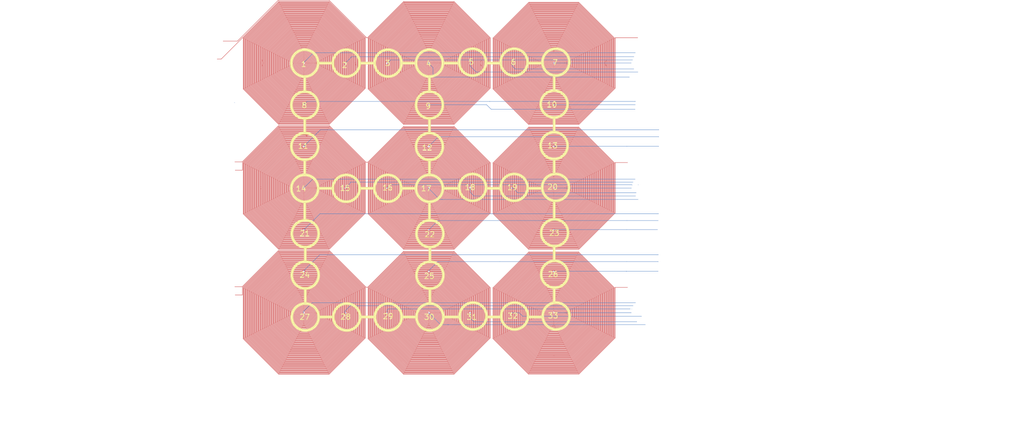
<source format=kicad_pcb>
(kicad_pcb (version 20240108) (generator "pcbnew") (generator_version "8.0")
  (layers (0 "F.Cu" signal) (1 "In1.Cu" signal) (2 "In2.Cu" signal) (3 "In3.Cu" signal) (4 "In4.Cu" signal) (31 "B.Cu" signal) (34 "B.Paste" user) (35 "F.Paste" user) (36 "B.SilkS" user "B.Silkscreen") (37 "F.SilkS" user "F.Silkscreen") (38 "B.Mask" user) (39 "F.Mask" user) (44 "Edge.Cuts" user))
  (net 0 "")
  (gr_line (start 137.902 146.176) (end 138.537 146.176) (stroke (width 0.127)) (layer "F.Cu"))
  (gr_line (start 137.922 99.695) (end 138.557 99.695) (stroke (width 0.127)) (layer "F.Cu"))
  (gr_line (start 156.52 109.39) (end 151.02 109.39) (stroke (width 1)) (layer "F.SilkS"))
  (gr_line (start 161.52 120.42) (end 161.52 114.82) (stroke (width 1)) (layer "F.SilkS"))
  (gr_line (start 207.92 120.15) (end 207.92 114.55) (stroke (width 1)) (layer "F.SilkS"))
  (gr_circle (center 115.3 157.27) (end 120.3 157.27) (stroke (width 1)) (fill none) (layer "F.SilkS"))
  (gr_line (start 115.12 73.39) (end 115.12 67.79) (stroke (width 1)) (layer "F.SilkS"))
  (gr_line (start 207.92 98.49) (end 207.92 104.04) (stroke (width 1)) (layer "F.SilkS"))
  (gr_line (start 182.575 62.79) (end 188.025 62.79) (stroke (width 1)) (layer "F.SilkS"))
  (gr_line (start 125.75 157.27) (end 120.3 157.27) (stroke (width 1)) (layer "F.SilkS"))
  (gr_circle (center 208.655 156.92) (end 213.655 156.92) (stroke (width 1)) (fill none) (layer "F.SilkS"))
  (gr_line (start 115.12 104.39) (end 115.12 98.79) (stroke (width 1)) (layer "F.SilkS"))
  (gr_line (start 188.205 157.27) (end 182.755 157.27) (stroke (width 1)) (layer "F.SilkS"))
  (gr_circle (center 193.025 109.04) (end 198.025 109.04) (stroke (width 1)) (fill none) (layer "F.SilkS"))
  (gr_circle (center 161.52 93.84) (end 166.52 93.84) (stroke (width 1)) (fill none) (layer "F.SilkS"))
  (gr_circle (center 193.205 156.92) (end 198.205 156.92) (stroke (width 1)) (fill none) (layer "F.SilkS"))
  (gr_circle (center 207.92 93.49) (end 212.92 93.49) (stroke (width 1)) (fill none) (layer "F.SilkS"))
  (gr_line (start 115.12 120.56) (end 115.12 114.96) (stroke (width 1)) (layer "F.SilkS"))
  (gr_line (start 203.655 157.27) (end 198.205 157.27) (stroke (width 1)) (layer "F.SilkS"))
  (gr_circle (center 115.12 78.39) (end 120.12 78.39) (stroke (width 1)) (fill none) (layer "F.SilkS"))
  (gr_circle (center 115.3 126.27) (end 120.3 126.27) (stroke (width 1)) (fill none) (layer "F.SilkS"))
  (gr_circle (center 161.7 157.27) (end 166.7 157.27) (stroke (width 1)) (fill none) (layer "F.SilkS"))
  (gr_circle (center 161.52 62.79) (end 166.52 62.79) (stroke (width 1)) (fill none) (layer "F.SilkS"))
  (gr_circle (center 208.575 62.44) (end 213.575 62.44) (stroke (width 1)) (fill none) (layer "F.SilkS"))
  (gr_circle (center 146.12 62.79) (end 151.12 62.79) (stroke (width 1)) (fill none) (layer "F.SilkS"))
  (gr_circle (center 177.575 62.44) (end 182.575 62.44) (stroke (width 1)) (fill none) (layer "F.SilkS"))
  (gr_line (start 120.12 62.79) (end 125.57 62.79) (stroke (width 1)) (layer "F.SilkS"))
  (gr_circle (center 161.52 109.39) (end 166.52 109.39) (stroke (width 1)) (fill none) (layer "F.SilkS"))
  (gr_circle (center 193.025 62.44) (end 198.025 62.44) (stroke (width 1)) (fill none) (layer "F.SilkS"))
  (gr_circle (center 115.12 62.79) (end 120.12 62.79) (stroke (width 1)) (fill none) (layer "F.SilkS"))
  (gr_circle (center 130.75 157.27) (end 135.75 157.27) (stroke (width 1)) (fill none) (layer "F.SilkS"))
  (gr_circle (center 146.02 109.39) (end 151.02 109.39) (stroke (width 1)) (fill none) (layer "F.SilkS"))
  (gr_line (start 188.025 109.39) (end 182.575 109.39) (stroke (width 1)) (layer "F.SilkS"))
  (gr_line (start 207.92 146.37) (end 207.92 151.92) (stroke (width 1)) (layer "F.SilkS"))
  (gr_line (start 141.02 109.39) (end 135.57 109.39) (stroke (width 1)) (layer "F.SilkS"))
  (gr_line (start 115.12 88.79) (end 115.12 83.39) (stroke (width 1)) (layer "F.SilkS"))
  (gr_circle (center 177.575 109.04) (end 182.575 109.04) (stroke (width 1)) (fill none) (layer "F.SilkS"))
  (gr_line (start 115.3 136.67) (end 115.3 131.27) (stroke (width 1)) (layer "F.SilkS"))
  (gr_circle (center 115.3 141.67) (end 120.3 141.67) (stroke (width 1)) (fill none) (layer "F.SilkS"))
  (gr_line (start 203.475 109.39) (end 198.025 109.39) (stroke (width 1)) (layer "F.SilkS"))
  (gr_line (start 161.52 67.79) (end 161.52 73.39) (stroke (width 1)) (layer "F.SilkS"))
  (gr_line (start 166.89 157.27) (end 172.19 157.27) (stroke (width 1)) (layer "F.SilkS"))
  (gr_line (start 161.7 146.72) (end 161.7 152.27) (stroke (width 1)) (layer "F.SilkS"))
  (gr_circle (center 146.2 157.27) (end 151.2 157.27) (stroke (width 1)) (fill none) (layer "F.SilkS"))
  (gr_circle (center 177.755 156.92) (end 182.755 156.92) (stroke (width 1)) (fill none) (layer "F.SilkS"))
  (gr_line (start 151.12 62.79) (end 156.42 62.79) (stroke (width 1)) (layer "F.SilkS"))
  (gr_circle (center 161.7 126.27) (end 166.7 126.27) (stroke (width 1)) (fill none) (layer "F.SilkS"))
  (gr_circle (center 161.7 141.72) (end 166.7 141.72) (stroke (width 1)) (fill none) (layer "F.SilkS"))
  (gr_circle (center 207.92 78.04) (end 212.92 78.04) (stroke (width 1)) (fill none) (layer "F.SilkS"))
  (gr_circle (center 115.12 109.39) (end 120.12 109.39) (stroke (width 1)) (fill none) (layer "F.SilkS"))
  (gr_circle (center 208.475 109.04) (end 213.475 109.04) (stroke (width 1)) (fill none) (layer "F.SilkS"))
  (gr_circle (center 208.1 141.37) (end 213.1 141.37) (stroke (width 1)) (fill none) (layer "F.SilkS"))
  (gr_line (start 161.7 131.27) (end 161.7 136.72) (stroke (width 1)) (layer "F.SilkS"))
  (gr_circle (center 130.57 62.79) (end 135.57 62.79) (stroke (width 1)) (fill none) (layer "F.SilkS"))
  (gr_circle (center 208.1 125.92) (end 213.1 125.92) (stroke (width 1)) (fill none) (layer "F.SilkS"))
  (gr_line (start 207.92 83.04) (end 207.92 88.49) (stroke (width 1)) (layer "F.SilkS"))
  (gr_line (start 207.92 130.92) (end 207.92 136.37) (stroke (width 1)) (layer "F.SilkS"))
  (gr_line (start 156.7 157.27) (end 151.2 157.27) (stroke (width 1)) (layer "F.SilkS"))
  (gr_line (start 141.2 157.27) (end 135.75 157.27) (stroke (width 1)) (layer "F.SilkS"))
  (gr_line (start 207.92 67.44) (end 207.92 73.04) (stroke (width 1)) (layer "F.SilkS"))
  (gr_line (start 166.71 109.39) (end 172.01 109.39) (stroke (width 1)) (layer "F.SilkS"))
  (gr_line (start 198.025 62.79) (end 203.575 62.79) (stroke (width 1)) (layer "F.SilkS"))
  (gr_circle (center 161.52 78.39) (end 166.52 78.39) (stroke (width 1)) (fill none) (layer "F.SilkS"))
  (gr_circle (center 115.12 93.79) (end 120.12 93.79) (stroke (width 1)) (fill none) (layer "F.SilkS"))
  (gr_line (start 135.57 62.79) (end 141.12 62.79) (stroke (width 1)) (layer "F.SilkS"))
  (gr_line (start 161.52 98.84) (end 161.52 104.39) (stroke (width 1)) (layer "F.SilkS"))
  (gr_circle (center 130.57 109.39) (end 135.57 109.39) (stroke (width 1)) (fill none) (layer "F.SilkS"))
  (gr_line (start 166.75 62.79) (end 172.05 62.79) (stroke (width 1)) (layer "F.SilkS"))
  (gr_line (start 115.3 152.27) (end 115.3 146.67) (stroke (width 1)) (layer "F.SilkS"))
  (gr_line (start 125.57 109.39) (end 120.12 109.39) (stroke (width 1)) (layer "F.SilkS"))
  (gr_line (start 161.52 83.39) (end 161.52 88.84) (stroke (width 1)) (layer "F.SilkS"))
  (gr_text "33" (at 209.62 157.94 0) (layer "F.SilkS") (effects (font (size 2 2) (thickness 0.3)) (justify right bottom)))
  (gr_text "2" (at 131.12 64.73 0) (layer "F.SilkS") (effects (font (size 2 2) (thickness 0.3)) (justify right bottom)))
  (gr_text "11" (at 116.61 94.87 0) (layer "F.SilkS") (effects (font (size 2 2) (thickness 0.3)) (justify right bottom)))
  (gr_text "5\n" (at 178.24 63.46 0) (layer "F.SilkS") (effects (font (size 2 2) (thickness 0.3)) (justify right bottom)))
  (gr_text "10" (at 209.17 79.4 0) (layer "F.SilkS") (effects (font (size 2 2) (thickness 0.3)) (justify right bottom)))
  (gr_text "8" (at 116.11 79.67 0) (layer "F.SilkS") (effects (font (size 2 2) (thickness 0.3)) (justify right bottom)))
  (gr_text "30" (at 163.55 158.47 0) (layer "F.SilkS") (effects (font (size 2 2) (thickness 0.3)) (justify right bottom)))
  (gr_text "12" (at 162.76 95.43 0) (layer "F.SilkS") (effects (font (size 2 2) (thickness 0.3)) (justify right bottom)))
  (gr_text "18" (at 178.78 110.19 0) (layer "F.SilkS") (effects (font (size 2 2) (thickness 0.3)) (justify right bottom)))
  (gr_text "20" (at 209.44 110.06 0) (layer "F.SilkS") (effects (font (size 2 2) (thickness 0.3)) (justify right bottom)))
  (gr_text "23" (at 210.07 127.21 0) (layer "F.SilkS") (effects (font (size 2 2) (thickness 0.3)) (justify right bottom)))
  (gr_text "9" (at 162.2 79.99 0) (layer "F.SilkS") (effects (font (size 2 2) (thickness 0.3)) (justify right bottom)))
  (gr_text "1" (at 115.86 64.36 0) (layer "F.SilkS") (effects (font (size 2 2) (thickness 0.3)) (justify right bottom)))
  (gr_text "27" (at 117.21 158.47 0) (layer "F.SilkS") (effects (font (size 2 2) (thickness 0.3)) (justify right bottom)))
  (gr_text "32" (at 194.63 158.07 0) (layer "F.SilkS") (effects (font (size 2 2) (thickness 0.3)) (justify right bottom)))
  (gr_text "6\n" (at 193.91 63.59 0) (layer "F.SilkS") (effects (font (size 2 2) (thickness 0.3)) (justify right bottom)))
  (gr_text "31" (at 179.36 158.47 0) (layer "F.SilkS") (effects (font (size 2 2) (thickness 0.3)) (justify right bottom)))
  (gr_text "15\n" (at 132.24 110.51 0) (layer "F.SilkS") (effects (font (size 2 2) (thickness 0.3)) (justify right bottom)))
  (gr_text "3" (at 147.12 63.99 0) (layer "F.SilkS") (effects (font (size 2 2) (thickness 0.3)) (justify right bottom)))
  (gr_text "22" (at 163.73 127.76 0) (layer "F.SilkS") (effects (font (size 2 2) (thickness 0.3)) (justify right bottom)))
  (gr_text "17" (at 162.44 110.6 0) (layer "F.SilkS") (effects (font (size 2 2) (thickness 0.3)) (justify right bottom)))
  (gr_text "24" (at 117.21 142.84 0) (layer "F.SilkS") (effects (font (size 2 2) (thickness 0.3)) (justify right bottom)))
  (gr_text "25" (at 163.55 143.21 0) (layer "F.SilkS") (effects (font (size 2 2) (thickness 0.3)) (justify right bottom)))
  (gr_text "21" (at 117.21 127.39 0) (layer "F.SilkS") (effects (font (size 2 2) (thickness 0.3)) (justify right bottom)))
  (gr_text "4" (at 162.38 64.17 0) (layer "F.SilkS") (effects (font (size 2 2) (thickness 0.3)) (justify right bottom)))
  (gr_text "19" (at 194.45 110.19 0) (layer "F.SilkS") (effects (font (size 2 2) (thickness 0.3)) (justify right bottom)))
  (gr_text "26" (at 209.62 142.54 0) (layer "F.SilkS") (effects (font (size 2 2) (thickness 0.3)) (justify right bottom)))
  (gr_text "7\n" (at 209.44 63.73 0) (layer "F.SilkS") (effects (font (size 2 2) (thickness 0.3)) (justify right bottom)))
  (gr_text "29" (at 148.24 158.2 0) (layer "F.SilkS") (effects (font (size 2 2) (thickness 0.3)) (justify right bottom)))
  (gr_text "13" (at 209.44 94.66 0) (layer "F.SilkS") (effects (font (size 2 2) (thickness 0.3)) (justify right bottom)))
  (gr_text "28" (at 132.42 158.39 0) (layer "F.SilkS") (effects (font (size 2 2) (thickness 0.3)) (justify right bottom)))
  (gr_text "14" (at 115.86 110.69 0) (layer "F.SilkS") (effects (font (size 2 2) (thickness 0.3)) (justify right bottom)))
  (gr_text "16" (at 148.06 110.32 0) (layer "F.SilkS") (effects (font (size 2 2) (thickness 0.3)) (justify right bottom)))
  (segment (start 227.081 70.36) (end 227.081 63.629) (width 0.127) (layer "F.Cu") (net 0))
  (segment (start 216.032 42.166) (end 199.522 42.166) (width 0.127) (layer "F.Cu") (net 0))
  (segment (start 200.284 43.69) (end 188.727 55.247) (width 0.127) (layer "F.Cu") (net 0))
  (segment (start 217.041 131.796) (end 198.499 131.796) (width 0.127) (layer "F.Cu") (net 0))
  (segment (start 207.389 109.444) (end 207.77 109.825) (width 0.127) (layer "F.Cu") (net 0))
  (segment (start 207.777 62.74) (end 207.8024 62.74) (width 0.127) (layer "F.Cu") (net 0))
  (segment (start 220.477 58.422) (end 220.477 67.058) (width 0.127) (layer "F.Cu") (net 0))
  (segment (start 161.29 105.156) (end 157.226 109.22) (width 0.127) (layer "F.Cu") (net 0))
  (segment (start 142.24 55.245) (end 142.24 70.612) (width 0.127) (layer "F.Cu") (net 0))
  (segment (start 106.934 129.0574) (end 95.25 117.3734) (width 0.127) (layer "F.Cu") (net 0))
  (segment (start 136.398 54.0004) (end 123.571 41.1734) (width 0.127) (layer "F.Cu") (net 0))
  (segment (start 106.408 158.251) (end 106.408 153.552) (width 0.127) (layer "F.Cu") (net 0))
  (segment (start 170.307 87.122) (end 183.388 100.203) (width 0.127) (layer "F.Cu") (net 0))
  (segment (start 207.262 114.27) (end 208.278 114.27) (width 0.127) (layer "F.Cu") (net 0))
  (segment (start 114.536 155.709) (end 114.5646 155.709) (width 0.127) (layer "F.Cu") (net 0))
  (segment (start 201.808 46.738) (end 191.775 56.771) (width 0.127) (layer "F.Cu") (net 0))
  (segment (start 144.018 56.134) (end 144.018 69.723) (width 0.127) (layer "F.Cu") (net 0))
  (segment (start 108.458 92.4814) (end 121.158 92.4814) (width 0.127) (layer "F.Cu") (net 0))
  (segment (start 115.062 78.7654) (end 120.777 78.7654) (width 0.127) (layer "F.Cu") (net 0))
  (segment (start 171.938 152.399) (end 164.572 145.033) (width 0.127) (layer "F.Cu") (net 0))
  (segment (start 227.335 54.993) (end 215.524 43.182) (width 0.127) (layer "F.Cu") (net 0))
  (segment (start 209.548 109.19) (end 207.77 107.412) (width 0.127) (layer "F.Cu") (net 0))
  (segment (start 212.596 95.474) (end 202.944 95.474) (width 0.127) (layer "F.Cu") (net 0))
  (segment (start 199.903 60.835) (end 205.872 54.866) (width 0.127) (layer "F.Cu") (net 0))
  (segment (start 203.312 142.716) (end 212.202 142.716) (width 0.127) (layer "F.Cu") (net 0))
  (segment (start 101.836 151.266) (end 110.345 142.757) (width 0.127) (layer "F.Cu") (net 0))
  (segment (start 161.524 160.273) (end 165.842 155.955) (width 0.127) (layer "F.Cu") (net 0))
  (segment (start 107.696 81.0514) (end 121.92 81.0514) (width 0.127) (layer "F.Cu") (net 0))
  (segment (start 184.15 99.822) (end 184.15 118.618) (width 0.127) (layer "F.Cu") (net 0))
  (segment (start 161.29 66.802) (end 165.354 62.738) (width 0.127) (layer "F.Cu") (net 0))
  (segment (start 158.75 53.594) (end 152.146 60.198) (width 0.127) (layer "F.Cu") (net 0))
  (segment (start 109.71 169.935) (end 100.82 161.045) (width 0.127) (layer "F.Cu") (net 0))
  (segment (start 108.186 157.362) (end 108.186 154.441) (width 0.127) (layer "F.Cu") (net 0))
  (segment (start 208.214 124.938) (end 207.96 125.192) (width 0.127) (layer "F.Cu") (net 0))
  (segment (start 227.589 70.614) (end 227.589 54.866) (width 0.127) (layer "F.Cu") (net 0))
  (segment (start 141.204 164.083) (end 141.204 147.7) (width 0.127) (layer "F.Cu") (net 0))
  (segment (start 160.665 140.205) (end 160.663 140.207) (width 0.127) (layer "F.Cu") (net 0))
  (segment (start 153.289 42.672) (end 141.224 54.737) (width 0.127) (layer "F.Cu") (net 0))
  (segment (start 109.22 108.4834) (end 114.046 103.6574) (width 0.127) (layer "F.Cu") (net 0))
  (segment (start 120.65 63.6524) (end 115.697 68.6054) (width 0.127) (layer "F.Cu") (net 0))
  (segment (start 192.276 109.77) (end 192.276 115.286) (width 0.127) (layer "F.Cu") (net 0))
  (segment (start 203.185 155.416) (end 207.503 151.098) (width 0.127) (layer "F.Cu") (net 0))
  (segment (start 128.252 160.41) (end 119.489 169.173) (width 0.127) (layer "F.Cu") (net 0))
  (segment (start 163.449 109.22) (end 161.29 107.061) (width 0.127) (layer "F.Cu") (net 0))
  (segment (start 197.864 112.492) (end 204.722 119.35) (width 0.127) (layer "F.Cu") (net 0))
  (segment (start 203.205 49.532) (end 212.349 49.532) (width 0.127) (layer "F.Cu") (net 0))
  (segment (start 106.662 135.391) (end 94.47 147.583) (width 0.127) (layer "F.Cu") (net 0))
  (segment (start 151.999 133.095) (end 170.541 133.095) (width 0.127) (layer "F.Cu") (net 0))
  (segment (start 146.558 57.404) (end 146.558 68.453) (width 0.127) (layer "F.Cu") (net 0))
  (segment (start 213.599 156.559) (end 208.646 161.512) (width 0.127) (layer "F.Cu") (net 0))
  (segment (start 169.164 64.643) (end 169.164 60.833) (width 0.127) (layer "F.Cu") (net 0))
  (segment (start 146.03 150.113) (end 155.682 140.461) (width 0.127) (layer "F.Cu") (net 0))
  (segment (start 121.158 45.9994) (end 108.458 45.9994) (width 0.127) (layer "F.Cu") (net 0))
  (segment (start 156.21 110.109) (end 160.655 114.554) (width 0.127) (layer "F.Cu") (net 0))
  (segment (start 223.518 103.348) (end 223.518 115.032) (width 0.127) (layer "F.Cu") (net 0))
  (segment (start 198.486 133.064) (end 217.028 133.064) (width 0.127) (layer "F.Cu") (net 0))
  (segment (start 205.852 155.797) (end 207.757 153.892) (width 0.127) (layer "F.Cu") (net 0))
  (segment (start 122.918 176.031) (end 135.11 163.839) (width 0.127) (layer "F.Cu") (net 0))
  (segment (start 207.46 93.442) (end 207.206 93.696) (width 0.127) (layer "F.Cu") (net 0))
  (segment (start 121.666 127.0254) (end 107.95 127.0254) (width 0.127) (layer "F.Cu") (net 0))
  (segment (start 212.977 123.668) (end 222.248 114.397) (width 0.127) (layer "F.Cu") (net 0))
  (segment (start 110.363 122.1994) (end 102.108 113.9444) (width 0.127) (layer "F.Cu") (net 0))
  (segment (start 202.55 170.148) (end 193.533 161.131) (width 0.127) (layer "F.Cu") (net 0))
  (segment (start 203.947 155.924) (end 203.947 155.797) (width 0.127) (layer "F.Cu") (net 0))
  (segment (start 114.393 78.007) (end 114.647 77.753) (width 0.127) (layer "F.Cu") (net 0))
  (segment (start 215.885 175.99) (end 199.629 175.99) (width 0.127) (layer "F.Cu") (net 0))
  (segment (start 120.142 63.3984) (end 115.443 68.0974) (width 0.127) (layer "F.Cu") (net 0))
  (segment (start 105.138 158.886) (end 105.138 152.917) (width 0.127) (layer "F.Cu") (net 0))
  (segment (start 139.172 165.099) (end 139.172 146.684) (width 0.127) (layer "F.Cu") (net 0))
  (segment (start 169.652 153.542) (end 163.429 147.319) (width 0.127) (layer "F.Cu") (net 0))
  (segment (start 228.097 70.868) (end 228.097 54.612) (width 0.127) (layer "F.Cu") (net 0))
  (segment (start 122.936 111.2774) (end 116.84 117.3734) (width 0.127) (layer "F.Cu") (net 0))
  (segment (start 148.59 67.437) (end 156.845 75.692) (width 0.127) (layer "F.Cu") (net 0))
  (segment (start 146.06 109.55) (end 146.06 108.91) (width 0.127) (layer "F.Cu") (net 0))
  (segment (start 153.543 128.778) (end 141.986 117.221) (width 0.127) (layer "F.Cu") (net 0))
  (segment (start 123.426 153.425) (end 123.426 157.997) (width 0.127) (layer "F.Cu") (net 0))
  (segment (start 192.517 155.487) (end 192.517 150.082) (width 0.127) (layer "F.Cu") (net 0))
  (segment (start 121.158 63.9064) (end 115.951 69.1134) (width 0.127) (layer "F.Cu") (net 0))
  (segment (start 201.801 93.188) (end 191.768 103.221) (width 0.127) (layer "F.Cu") (net 0))
  (segment (start 155.194 108.204) (end 155.194 110.617) (width 0.127) (layer "F.Cu") (net 0))
  (segment (start 160.913 139.953) (end 155.428 139.953) (width 0.127) (layer "F.Cu") (net 0))
  (segment (start 174.478 160.273) (end 174.478 151.129) (width 0.127) (layer "F.Cu") (net 0))
  (segment (start 159.238 163.829) (end 163.302 163.829) (width 0.127) (layer "F.Cu") (net 0))
  (segment (start 168.91 43.434) (end 153.67 43.434) (width 0.127) (layer "F.Cu") (net 0))
  (segment (start 214.127 45.976) (end 201.427 45.976) (width 0.127) (layer "F.Cu") (net 0))
  (segment (start 145.542 63.372) (end 145.542 68.961) (width 0.127) (layer "F.Cu") (net 0))
  (segment (start 106.172 111.9124) (end 106.172 106.9594) (width 0.127) (layer "F.Cu") (net 0))
  (segment (start 133.586 163.077) (end 122.156 174.507) (width 0.127) (layer "F.Cu") (net 0))
  (segment (start 158.623 53.34) (end 151.892 60.071) (width 0.127) (layer "F.Cu") (net 0))
  (segment (start 153.65 175.005) (end 142.22 163.575) (width 0.127) (layer "F.Cu") (net 0))
  (segment (start 203.713 63.121) (end 203.713 62.74) (width 0.127) (layer "F.Cu") (net 0))
  (segment (start 116.949 155.711) (end 114.79 157.87) (width 0.127) (layer "F.Cu") (net 0))
  (segment (start 222.235 160.877) (end 212.964 170.148) (width 0.127) (layer "F.Cu") (net 0))
  (segment (start 179.324 116.205) (end 168.275 127.254) (width 0.127) (layer "F.Cu") (net 0))
  (segment (start 158.115 52.324) (end 150.876 59.563) (width 0.127) (layer "F.Cu") (net 0))
  (segment (start 99.296 161.807) (end 99.296 149.996) (width 0.127) (layer "F.Cu") (net 0))
  (segment (start 230.122 100.046) (end 230.122 118.334) (width 0.127) (layer "F.Cu") (net 0))
  (segment (start 155.047 172.211) (end 145.014 162.178) (width 0.127) (layer "F.Cu") (net 0))
  (segment (start 160.274 115.316) (end 162.306 115.316) (width 0.127) (layer "F.Cu") (net 0))
  (segment (start 114.028 155.965) (end 114.028 155.838) (width 0.127) (layer "F.Cu") (net 0))
  (segment (start 91.8665 149.0816) (end 89.1995 149.0816) (width 0.127) (layer "F.Cu") (net 0))
  (segment (start 200.792 80.774) (end 214.762 80.774) (width 0.127) (layer "F.Cu") (net 0))
  (segment (start 127.762 67.2084) (end 119.253 75.7174) (width 0.127) (layer "F.Cu") (net 0))
  (segment (start 192.276 108.796) (end 192.55 109.07) (width 0.127) (layer "F.Cu") (net 0))
  (segment (start 205.471 155.797) (end 207.757 153.511) (width 0.127) (layer "F.Cu") (net 0))
  (segment (start 137.16 53.6194) (end 123.952 40.4114) (width 0.127) (layer "F.Cu") (net 0))
  (segment (start 169.418 64.77) (end 169.418 60.706) (width 0.127) (layer "F.Cu") (net 0))
  (segment (start 114.173 57.4294) (end 115.443 57.4294) (width 0.127) (layer "F.Cu") (net 0))
  (segment (start 92.456 118.7704) (end 105.537 131.8514) (width 0.127) (layer "F.Cu") (net 0))
  (segment (start 168.529 44.196) (end 154.051 44.196) (width 0.127) (layer "F.Cu") (net 0))
  (segment (start 221.74 114.143) (end 221.74 104.237) (width 0.127) (layer "F.Cu") (net 0))
  (segment (start 113.792 68.8594) (end 108.966 64.0334) (width 0.127) (layer "F.Cu") (net 0))
  (segment (start 209.027 162.274) (end 206.487 162.274) (width 0.127) (layer "F.Cu") (net 0))
  (segment (start 150.368 105.791) (end 150.368 113.03) (width 0.127) (layer "F.Cu") (net 0))
  (segment (start 161.88 140.215) (end 161.63 139.965) (width 0.127) (layer "F.Cu") (net 0))
  (segment (start 115.824 62.7634) (end 114.808 63.7794) (width 0.127) (layer "F.Cu") (net 0))
  (segment (start 162.941 55.372) (end 159.639 55.372) (width 0.127) (layer "F.Cu") (net 0))
  (segment (start 162.814 102.108) (end 159.766 102.108) (width 0.127) (layer "F.Cu") (net 0))
  (segment (start 181.102 70.612) (end 181.102 54.864) (width 0.127) (layer "F.Cu") (net 0))
  (segment (start 203.439 142.97) (end 212.075 142.97) (width 0.127) (layer "F.Cu") (net 0))
  (segment (start 225.283 162.401) (end 214.488 173.196) (width 0.127) (layer "F.Cu") (net 0))
  (segment (start 143.49 162.94) (end 143.49 148.843) (width 0.127) (layer "F.Cu") (net 0))
  (segment (start 118.745 97.3074) (end 126.746 105.3084) (width 0.127) (layer "F.Cu") (net 0))
  (segment (start 164.211 52.832) (end 158.369 52.832) (width 0.127) (layer "F.Cu") (net 0))
  (segment (start 120.378 156.473) (end 115.552 161.299) (width 0.127) (layer "F.Cu") (net 0))
  (segment (start 202.677 169.894) (end 193.787 161.004) (width 0.127) (layer "F.Cu") (net 0))
  (segment (start 99.06 115.4684) (end 99.06 103.4034) (width 0.127) (layer "F.Cu") (net 0))
  (segment (start 128.524 114.0714) (end 119.634 122.9614) (width 0.127) (layer "F.Cu") (net 0))
  (segment (start 136.634 164.601) (end 136.634 146.821) (width 0.127) (layer "F.Cu") (net 0))
  (segment (start 202.951 49.024) (end 212.603 49.024) (width 0.127) (layer "F.Cu") (net 0))
  (segment (start 211.961 121.636) (end 220.216 113.381) (width 0.127) (layer "F.Cu") (net 0))
  (segment (start 156.21 48.514) (end 147.066 57.658) (width 0.127) (layer "F.Cu") (net 0))
  (segment (start 215.631 153.765) (end 215.631 157.575) (width 0.127) (layer "F.Cu") (net 0))
  (segment (start 124.968 112.2934) (end 117.856 119.4054) (width 0.127) (layer "F.Cu") (net 0))
  (segment (start 155.555 171.195) (end 166.985 171.195) (width 0.127) (layer "F.Cu") (net 0))
  (segment (start 166.37 62.23) (end 161.798 57.658) (width 0.127) (layer "F.Cu") (net 0))
  (segment (start 166.35 156.209) (end 166.35 155.193) (width 0.127) (layer "F.Cu") (net 0))
  (segment (start 199.014 41.15) (end 186.187 53.977) (width 0.127) (layer "F.Cu") (net 0))
  (segment (start 170.18 106.807) (end 163.703 100.33) (width 0.127) (layer "F.Cu") (net 0))
  (segment (start 218.679 159.099) (end 211.186 166.592) (width 0.127) (layer "F.Cu") (net 0))
  (segment (start 166.878 124.46) (end 176.53 114.808) (width 0.127) (layer "F.Cu") (net 0))
  (segment (start 114.79 154.314) (end 116.187 155.711) (width 0.127) (layer "F.Cu") (net 0))
  (segment (start 98.044 102.8954) (end 108.458 92.4814) (width 0.127) (layer "F.Cu") (net 0))
  (segment (start 163.302 147.573) (end 159.238 147.573) (width 0.127) (layer "F.Cu") (net 0))
  (segment (start 122.936 42.4434) (end 106.68 42.4434) (width 0.127) (layer "F.Cu") (net 0))
  (segment (start 107.188 128.5494) (end 95.758 117.1194) (width 0.127) (layer "F.Cu") (net 0))
  (segment (start 211.186 144.748) (end 218.679 152.241) (width 0.127) (layer "F.Cu") (net 0))
  (segment (start 167.894 61.468) (end 162.56 56.134) (width 0.127) (layer "F.Cu") (net 0))
  (segment (start 152.654 41.402) (end 139.954 54.102) (width 0.127) (layer "F.Cu") (net 0))
  (segment (start 167.62 154.558) (end 162.413 149.351) (width 0.127) (layer "F.Cu") (net 0))
  (segment (start 204.722 109.444) (end 207.77 112.492) (width 0.127) (layer "F.Cu") (net 0))
  (segment (start 217.683 59.819) (end 217.683 65.661) (width 0.127) (layer "F.Cu") (net 0))
  (segment (start 146.05 103.632) (end 155.702 93.98) (width 0.127) (layer "F.Cu") (net 0))
  (segment (start 114.808 105.9434) (end 118.11 109.2454) (width 0.127) (layer "F.Cu") (net 0))
  (segment (start 95.74 163.585) (end 95.74 148.218) (width 0.127) (layer "F.Cu") (net 0))
  (segment (start 123.444 106.9594) (end 123.444 111.5314) (width 0.127) (layer "F.Cu") (net 0))
  (segment (start 114.4214 78.5114) (end 108.966 78.5114) (width 0.127) (layer "F.Cu") (net 0))
  (segment (start 164.846 51.562) (end 157.734 51.562) (width 0.127) (layer "F.Cu") (net 0))
  (segment (start 124.46 59.9694) (end 124.46 65.5574) (width 0.127) (layer "F.Cu") (net 0))
  (segment (start 145.776 155.246) (end 146.06 155.53) (width 0.127) (layer "F.Cu") (net 0))
  (segment (start 118.346 166.887) (end 111.234 166.887) (width 0.127) (layer "F.Cu") (net 0))
  (segment (start 137.414 99.9744) (end 124.079 86.6394) (width 0.127) (layer "F.Cu") (net 0))
  (segment (start 100.076 114.9604) (end 100.076 103.9114) (width 0.127) (layer "F.Cu") (net 0))
  (segment (start 203.967 62.867) (end 207.777 59.057) (width 0.127) (layer "F.Cu") (net 0))
  (segment (start 103.632 59.2074) (end 111.252 51.5874) (width 0.127) (layer "F.Cu") (net 0))
  (segment (start 182.626 71.374) (end 182.626 54.102) (width 0.127) (layer "F.Cu") (net 0))
  (segment (start 114.9604 89.4334) (end 114.681 89.4334) (width 0.127) (layer "F.Cu") (net 0))
  (segment (start 140.208 71.628) (end 152.654 84.074) (width 0.127) (layer "F.Cu") (net 0))
  (segment (start 207.389 114.016) (end 208.151 114.016) (width 0.127) (layer "F.Cu") (net 0))
  (segment (start 193.533 150.59) (end 202.677 141.446) (width 0.127) (layer "F.Cu") (net 0))
  (segment (start 207.92 78.742) (end 208.0056 78.742) (width 0.127) (layer "F.Cu") (net 0))
  (segment (start 137.16 100.1014) (end 123.952 86.8934) (width 0.127) (layer "F.Cu") (net 0))
  (segment (start 201.674 110.587) (end 206.627 115.54) (width 0.127) (layer "F.Cu") (net 0))
  (segment (start 94.216 164.347) (end 106.408 176.539) (width 0.127) (layer "F.Cu") (net 0))
  (segment (start 216.533 87.6) (end 229.36 100.427) (width 0.127) (layer "F.Cu") (net 0))
  (segment (start 160.147 56.388) (end 154.94 61.595) (width 0.127) (layer "F.Cu") (net 0))
  (segment (start 182.118 100.838) (end 182.118 117.602) (width 0.127) (layer "F.Cu") (net 0))
  (segment (start 113.665 62.8904) (end 114.808 61.7474) (width 0.127) (layer "F.Cu") (net 0))
  (segment (start 205.23 100.046) (end 198.626 106.65) (width 0.127) (layer "F.Cu") (net 0))
  (segment (start 216.52 177.26) (end 198.994 177.26) (width 0.127) (layer "F.Cu") (net 0))
  (segment (start 159.258 117.348) (end 163.322 117.348) (width 0.127) (layer "F.Cu") (net 0))
  (segment (start 223.251 149.955) (end 213.472 140.176) (width 0.127) (layer "F.Cu") (net 0))
  (segment (start 152.507 177.291) (end 139.934 164.718) (width 0.127) (layer "F.Cu") (net 0))
  (segment (start 152.908 107.061) (end 152.908 111.76) (width 0.127) (layer "F.Cu") (net 0))
  (segment (start 201.039 126.716) (end 190.498 116.175) (width 0.127) (layer "F.Cu") (net 0))
  (segment (start 215.644 129.002) (end 199.896 129.002) (width 0.127) (layer "F.Cu") (net 0))
  (segment (start 180.828 147.954) (end 180.828 163.448) (width 0.127) (layer "F.Cu") (net 0))
  (segment (start 115.062 67.3354) (end 114.554 67.3354) (width 0.127) (layer "F.Cu") (net 0))
  (segment (start 161.29 64.516) (end 163.068 62.738) (width 0.127) (layer "F.Cu") (net 0))
  (segment (start 151.872 153.034) (end 151.872 158.749) (width 0.127) (layer "F.Cu") (net 0))
  (segment (start 195.057 151.352) (end 203.439 142.97) (width 0.127) (layer "F.Cu") (net 0))
  (segment (start 207.777 59.438) (end 211.079 62.74) (width 0.127) (layer "F.Cu") (net 0))
  (segment (start 106.934 82.5754) (end 122.682 82.5754) (width 0.127) (layer "F.Cu") (net 0))
  (segment (start 161.5186 77.724) (end 161.526 77.724) (width 0.127) (layer "F.Cu") (net 0))
  (segment (start 201.173 61.47) (end 206.507 56.136) (width 0.127) (layer "F.Cu") (net 0))
  (segment (start 107.17 153.933) (end 113.012 148.091) (width 0.127) (layer "F.Cu") (net 0))
  (segment (start 162.306 62.738) (end 161.29 61.722) (width 0.127) (layer "F.Cu") (net 0))
  (segment (start 113.157 70.1294) (end 107.696 64.6684) (width 0.127) (layer "F.Cu") (net 0))
  (segment (start 208.412 62.74) (end 207.777 63.375) (width 0.127) (layer "F.Cu") (net 0))
  (segment (start 151.638 106.426) (end 151.638 112.395) (width 0.127) (layer "F.Cu") (net 0))
  (segment (start 154.432 110.998) (end 159.766 116.332) (width 0.127) (layer "F.Cu") (net 0))
  (segment (start 198.613 133.318) (end 216.901 133.318) (width 0.127) (layer "F.Cu") (net 0))
  (segment (start 141.224 71.12) (end 153.162 83.058) (width 0.127) (layer "F.Cu") (net 0))
  (segment (start 127.744 151.266) (end 127.744 160.156) (width 0.127) (layer "F.Cu") (net 0))
  (segment (start 194.054 114.397) (end 202.817 123.16) (width 0.127) (layer "F.Cu") (net 0))
  (segment (start 98.788 162.061) (end 98.788 156.0412) (width 0.127) (layer "F.Cu") (net 0))
  (segment (start 204.856 52.834) (end 210.698 52.834) (width 0.127) (layer "F.Cu") (net 0))
  (segment (start 105.41 85.6234) (end 124.206 85.6234) (width 0.127) (layer "F.Cu") (net 0))
  (segment (start 161.417 67.056) (end 165.608 62.865) (width 0.127) (layer "F.Cu") (net 0))
  (segment (start 139.192 72.136) (end 152.146 85.09) (width 0.127) (layer "F.Cu") (net 0))
  (segment (start 135.872 147.202) (end 123.299 134.629) (width 0.127) (layer "F.Cu") (net 0))
  (segment (start 162.794 148.589) (end 159.746 148.589) (width 0.127) (layer "F.Cu") (net 0))
  (segment (start 230.637 72.138) (end 230.637 53.342) (width 0.127) (layer "F.Cu") (net 0))
  (segment (start 208.117 139.668) (end 207.777 139.668) (width 0.127) (layer "F.Cu") (net 0))
  (segment (start 110.871 121.1834) (end 103.124 113.4364) (width 0.127) (layer "F.Cu") (net 0))
  (segment (start 226.319 55.501) (end 215.016 44.198) (width 0.127) (layer "F.Cu") (net 0))
  (segment (start 181.864 117.475) (end 169.545 129.794) (width 0.127) (layer "F.Cu") (net 0))
  (segment (start 168.001 173.227) (end 154.539 173.227) (width 0.127) (layer "F.Cu") (net 0))
  (segment (start 202.677 141.446) (end 212.837 141.446) (width 0.127) (layer "F.Cu") (net 0))
  (segment (start 165.481 75.184) (end 173.736 66.929) (width 0.127) (layer "F.Cu") (net 0))
  (segment (start 149.332 160.019) (end 157.206 167.893) (width 0.127) (layer "F.Cu") (net 0))
  (segment (start 192.784 115.032) (end 202.182 124.43) (width 0.127) (layer "F.Cu") (net 0))
  (segment (start 203.967 51.056) (end 211.587 51.056) (width 0.127) (layer "F.Cu") (net 0))
  (segment (start 207.777 60.581) (end 209.936 62.74) (width 0.127) (layer "F.Cu") (net 0))
  (segment (start 155.575 124.714) (end 160.746 124.714) (width 0.127) (layer "F.Cu") (net 0))
  (segment (start 100.566 150.631) (end 109.71 141.487) (width 0.127) (layer "F.Cu") (net 0))
  (segment (start 168.656 43.942) (end 153.924 43.942) (width 0.127) (layer "F.Cu") (net 0))
  (segment (start 169.672 107.061) (end 163.449 100.838) (width 0.127) (layer "F.Cu") (net 0))
  (segment (start 163.683 146.811) (end 158.857 146.811) (width 0.127) (layer "F.Cu") (net 0))
  (segment (start 181.61 70.866) (end 181.61 54.61) (width 0.127) (layer "F.Cu") (net 0))
  (segment (start 114.3 57.6834) (end 115.316 57.6834) (width 0.127) (layer "F.Cu") (net 0))
  (segment (start 121.412 80.0354) (end 132.08 69.3674) (width 0.127) (layer "F.Cu") (net 0))
  (segment (start 115.18 125.0074) (end 114.94 125.2474) (width 0.127) (layer "F.Cu") (net 0))
  (segment (start 166.35 155.193) (end 161.778 150.621) (width 0.127) (layer "F.Cu") (net 0))
  (segment (start 134.112 101.6254) (end 134.112 116.8654) (width 0.127) (layer "F.Cu") (net 0))
  (segment (start 124.968 65.8114) (end 117.856 72.9234) (width 0.127) (layer "F.Cu") (net 0))
  (segment (start 207.777 61.343) (end 209.174 62.74) (width 0.127) (layer "F.Cu") (net 0))
  (segment (start 156.337 95.25) (end 147.32 104.267) (width 0.127) (layer "F.Cu") (net 0))
  (segment (start 159.131 100.838) (end 152.908 107.061) (width 0.127) (layer "F.Cu") (net 0))
  (segment (start 185.425 53.596) (end 185.425 72.265) (width 0.127) (layer "F.Cu") (net 0))
  (segment (start 105.519 178.317) (end 124.061 178.317) (width 0.127) (layer "F.Cu") (net 0))
  (segment (start 165.1 74.422) (end 172.974 66.548) (width 0.127) (layer "F.Cu") (net 0))
  (segment (start 215.517 128.748) (end 200.023 128.748) (width 0.127) (layer "F.Cu") (net 0))
  (segment (start 149.606 66.929) (end 157.353 74.676) (width 0.127) (layer "F.Cu") (net 0))
  (segment (start 101.074 150.885) (end 109.964 141.995) (width 0.127) (layer "F.Cu") (net 0))
  (segment (start 135.128 70.8914) (end 135.128 54.6354) (width 0.127) (layer "F.Cu") (net 0))
  (segment (start 212.329 155.924) (end 208.011 160.242) (width 0.127) (layer "F.Cu") (net 0))
  (segment (start 123.444 41.4274) (end 106.172 41.4274) (width 0.127) (layer "F.Cu") (net 0))
  (segment (start 194.823 67.566) (end 194.823 58.295) (width 0.127) (layer "F.Cu") (net 0))
  (segment (start 222.997 150.082) (end 213.345 140.43) (width 0.127) (layer "F.Cu") (net 0))
  (segment (start 188.72 101.697) (end 200.277 90.14) (width 0.127) (layer "F.Cu") (net 0))
  (segment (start 125.984 59.2074) (end 125.984 66.3194) (width 0.127) (layer "F.Cu") (net 0))
  (segment (start 224.795 56.263) (end 214.254 45.722) (width 0.127) (layer "F.Cu") (net 0))
  (segment (start 114.554 109.2454) (end 114.7766 109.2454) (width 0.127) (layer "F.Cu") (net 0))
  (segment (start 200.01 175.228) (end 188.453 163.671) (width 0.127) (layer "F.Cu") (net 0))
  (segment (start 155.448 46.99) (end 145.542 56.896) (width 0.127) (layer "F.Cu") (net 0))
  (segment (start 139.954 118.237) (end 139.954 100.584) (width 0.127) (layer "F.Cu") (net 0))
  (segment (start 114.54 124.4554) (end 114.41 124.4554) (width 0.127) (layer "F.Cu") (net 0))
  (segment (start 206.761 56.644) (end 208.793 56.644) (width 0.127) (layer "F.Cu") (net 0))
  (segment (start 153.67 128.524) (end 142.24 117.094) (width 0.127) (layer "F.Cu") (net 0))
  (segment (start 207.777 66.423) (end 204.348 62.994) (width 0.127) (layer "F.Cu") (net 0))
  (segment (start 206.754 103.094) (end 201.674 108.174) (width 0.127) (layer "F.Cu") (net 0))
  (segment (start 169.525 135.127) (end 181.844 147.446) (width 0.127) (layer "F.Cu") (net 0))
  (segment (start 202.804 141.7) (end 212.71 141.7) (width 0.127) (layer "F.Cu") (net 0))
  (segment (start 168.402 64.262) (end 168.402 61.214) (width 0.127) (layer "F.Cu") (net 0))
  (segment (start 198.359 153.003) (end 205.09 146.272) (width 0.127) (layer "F.Cu") (net 0))
  (segment (start 204.468 119.858) (end 211.072 119.858) (width 0.127) (layer "F.Cu") (net 0))
  (segment (start 175.494 160.781) (end 175.494 150.621) (width 0.127) (layer "F.Cu") (net 0))
  (segment (start 219.207 59.057) (end 219.207 66.423) (width 0.127) (layer "F.Cu") (net 0))
  (segment (start 153.142 158.114) (end 159.111 164.083) (width 0.127) (layer "F.Cu") (net 0))
  (segment (start 158.877 100.33) (end 152.4 106.807) (width 0.127) (layer "F.Cu") (net 0))
  (segment (start 168.402 81.026) (end 179.578 69.85) (width 0.127) (layer "F.Cu") (net 0))
  (segment (start 110.363 49.8094) (end 119.253 49.8094) (width 0.127) (layer "F.Cu") (net 0))
  (segment (start 129.794 114.7064) (end 120.269 124.2314) (width 0.127) (layer "F.Cu") (net 0))
  (segment (start 165.354 97.028) (end 157.226 97.028) (width 0.127) (layer "F.Cu") (net 0))
  (segment (start 122.664 157.616) (end 116.695 163.585) (width 0.127) (layer "F.Cu") (net 0))
  (segment (start 116.84 54.6354) (end 122.936 60.7314) (width 0.127) (layer "F.Cu") (net 0))
  (segment (start 111.107 144.281) (end 118.473 144.281) (width 0.127) (layer "F.Cu") (net 0))
  (segment (start 167.493 139.191) (end 177.78 149.478) (width 0.127) (layer "F.Cu") (net 0))
  (segment (start 116.695 163.585) (end 112.885 163.585) (width 0.127) (layer "F.Cu") (net 0))
  (segment (start 114.895 140.725) (end 115.145 140.475) (width 0.127) (layer "F.Cu") (net 0))
  (segment (start 186.434 100.554) (end 199.134 87.854) (width 0.127) (layer "F.Cu") (net 0))
  (segment (start 212.583 169.386) (end 202.931 169.386) (width 0.127) (layer "F.Cu") (net 0))
  (segment (start 156.464 95.504) (end 147.574 104.394) (width 0.127) (layer "F.Cu") (net 0))
  (segment (start 121.902 173.999) (end 107.678 173.999) (width 0.127) (layer "F.Cu") (net 0))
  (segment (start 204.836 165.576) (end 198.105 158.845) (width 0.127) (layer "F.Cu") (net 0))
  (segment (start 152.634 158.368) (end 158.857 164.591) (width 0.127) (layer "F.Cu") (net 0))
  (segment (start 221.239 58.041) (end 221.239 67.439) (width 0.127) (layer "F.Cu") (net 0))
  (segment (start 202.677 155.162) (end 207.249 150.59) (width 0.127) (layer "F.Cu") (net 0))
  (segment (start 119.38 122.4534) (end 110.236 122.4534) (width 0.127) (layer "F.Cu") (net 0))
  (segment (start 98.28 149.488) (end 108.567 139.201) (width 0.127) (layer "F.Cu") (net 0))
  (segment (start 121.92 81.0514) (end 133.096 69.8754) (width 0.127) (layer "F.Cu") (net 0))
  (segment (start 159.111 147.319) (end 152.888 153.542) (width 0.127) (layer "F.Cu") (net 0))
  (segment (start 93.472 71.7804) (end 106.045 84.3534) (width 0.127) (layer "F.Cu") (net 0))
  (segment (start 209.047 69.344) (end 206.507 69.344) (width 0.127) (layer "F.Cu") (net 0))
  (segment (start 160.746 124.714) (end 161 124.46) (width 0.127) (layer "F.Cu") (net 0))
  (segment (start 107.678 173.999) (end 96.756 163.077) (width 0.127) (layer "F.Cu") (net 0))
  (segment (start 159.766 116.332) (end 162.814 116.332) (width 0.127) (layer "F.Cu") (net 0))
  (segment (start 165.862 108.966) (end 161.544 104.648) (width 0.127) (layer "F.Cu") (net 0))
  (segment (start 209.281 148.558) (end 214.869 154.146) (width 0.127) (layer "F.Cu") (net 0))
  (segment (start 206.38 69.598) (end 201.173 64.391) (width 0.127) (layer "F.Cu") (net 0))
  (segment (start 154.686 91.948) (end 167.894 91.948) (width 0.127) (layer "F.Cu") (net 0))
  (segment (start 200.137 157.829) (end 200.137 153.892) (width 0.127) (layer "F.Cu") (net 0))
  (segment (start 209.428 70.106) (end 206.126 70.106) (width 0.127) (layer "F.Cu") (net 0))
  (segment (start 108.313 138.693) (end 121.267 138.693) (width 0.127) (layer "F.Cu") (net 0))
  (segment (start 154.158 173.989) (end 143.236 163.067) (width 0.127) (layer "F.Cu") (net 0))
  (segment (start 114.155 161.045) (end 109.71 156.6) (width 0.127) (layer "F.Cu") (net 0))
  (segment (start 191.775 62.486) (end 191.775 62.994) (width 0.127) (layer "F.Cu") (net 0))
  (segment (start 130.556 62.484) (end 130.58 62.508) (width 0.127) (layer "F.Cu") (net 0))
  (segment (start 163.83 62.738) (end 161.29 60.198) (width 0.127) (layer "F.Cu") (net 0))
  (segment (start 169.418 83.058) (end 181.61 70.866) (width 0.127) (layer "F.Cu") (net 0))
  (segment (start 218.699 59.311) (end 218.699 66.169) (width 0.127) (layer "F.Cu") (net 0))
  (segment (start 97.282 116.3574) (end 97.282 102.5144) (width 0.127) (layer "F.Cu") (net 0))
  (segment (start 130.302 62.23) (end 130.302 57.0484) (width 0.127) (layer "F.Cu") (net 0))
  (segment (start 116.967 62.7634) (end 114.808 64.9224) (width 0.127) (layer "F.Cu") (net 0))
  (segment (start 159.512 101.6) (end 153.67 107.442) (width 0.127) (layer "F.Cu") (net 0))
  (segment (start 152.273 40.64) (end 139.192 53.721) (width 0.127) (layer "F.Cu") (net 0))
  (segment (start 160.528 103.632) (end 155.702 108.458) (width 0.127) (layer "F.Cu") (net 0))
  (segment (start 105.918 40.9194) (end 92.964 53.8734) (width 0.127) (layer "F.Cu") (net 0))
  (segment (start 121.92 64.2874) (end 116.332 69.8754) (width 0.127) (layer "F.Cu") (net 0))
  (segment (start 122.682 64.6684) (end 116.713 70.6374) (width 0.127) (layer "F.Cu") (net 0))
  (segment (start 95.232 163.839) (end 95.232 147.964) (width 0.127) (layer "F.Cu") (net 0))
  (segment (start 108.839 93.2434) (end 98.806 103.2764) (width 0.127) (layer "F.Cu") (net 0))
  (segment (start 208.224 124.684) (end 207.97 124.43) (width 0.127) (layer "F.Cu") (net 0))
  (segment (start 207.008 114.778) (end 208.532 114.778) (width 0.127) (layer "F.Cu") (net 0))
  (segment (start 221.994 104.11) (end 212.85 94.966) (width 0.127) (layer "F.Cu") (net 0))
  (segment (start 176.276 103.759) (end 166.751 94.234) (width 0.127) (layer "F.Cu") (net 0))
  (segment (start 199.642 107.158) (end 199.642 111.603) (width 0.127) (layer "F.Cu") (net 0))
  (segment (start 192.53 109.05) (end 192.53 103.602) (width 0.127) (layer "F.Cu") (net 0))
  (segment (start 161.925 114.554) (end 166.624 109.855) (width 0.127) (layer "F.Cu") (net 0))
  (segment (start 164.953 167.131) (end 172.7 159.384) (width 0.127) (layer "F.Cu") (net 0))
  (segment (start 215.143 61.089) (end 215.143 64.391) (width 0.127) (layer "F.Cu") (net 0))
  (segment (start 164.592 62.738) (end 161.29 59.436) (width 0.127) (layer "F.Cu") (net 0))
  (segment (start 124.206 85.6234) (end 137.668 72.1614) (width 0.127) (layer "F.Cu") (net 0))
  (segment (start 169.799 41.656) (end 152.781 41.656) (width 0.127) (layer "F.Cu") (net 0))
  (segment (start 107.297 136.661) (end 122.283 136.661) (width 0.127) (layer "F.Cu") (net 0))
  (segment (start 113.665 102.8954) (end 115.951 102.8954) (width 0.127) (layer "F.Cu") (net 0))
  (segment (start 124.206 86.3854) (end 105.41 86.3854) (width 0.127) (layer "F.Cu") (net 0))
  (segment (start 105.791 84.8614) (end 123.825 84.8614) (width 0.127) (layer "F.Cu") (net 0))
  (segment (start 113.919 115.0874) (end 109.22 110.3884) (width 0.127) (layer "F.Cu") (net 0))
  (segment (start 193.807 57.787) (end 202.824 48.77) (width 0.127) (layer "F.Cu") (net 0))
  (segment (start 201.681 46.484) (end 191.521 56.644) (width 0.127) (layer "F.Cu") (net 0))
  (segment (start 153.289 129.286) (end 141.478 117.475) (width 0.127) (layer "F.Cu") (net 0))
  (segment (start 219.708 105.253) (end 211.707 97.252) (width 0.127) (layer "F.Cu") (net 0))
  (segment (start 134.62 109.4994) (end 134.62 117.1194) (width 0.127) (layer "F.Cu") (net 0))
  (segment (start 114.2406 94.0054) (end 109.22 94.0054) (width 0.127) (layer "F.Cu") (net 0))
  (segment (start 177.018 149.859) (end 167.112 139.953) (width 0.127) (layer "F.Cu") (net 0))
  (segment (start 139.7 71.882) (end 152.4 84.582) (width 0.127) (layer "F.Cu") (net 0))
  (segment (start 119.997 141.233) (end 129.268 150.504) (width 0.127) (layer "F.Cu") (net 0))
  (segment (start 150.114 59.182) (end 150.114 66.675) (width 0.127) (layer "F.Cu") (net 0))
  (segment (start 228.598 100.808) (end 228.598 117.572) (width 0.127) (layer "F.Cu") (net 0))
  (segment (start 122.41 136.407) (end 134.094 148.091) (width 0.127) (layer "F.Cu") (net 0))
  (segment (start 207.389 109.317) (end 207.389 109.444) (width 0.127) (layer "F.Cu") (net 0))
  (segment (start 208.539 68.328) (end 207.015 68.328) (width 0.127) (layer "F.Cu") (net 0))
  (segment (start 115.392 140.221) (end 115.392 140.217) (width 0.127) (layer "F.Cu") (net 0))
  (segment (start 151.618 158.876) (end 158.349 165.607) (width 0.127) (layer "F.Cu") (net 0))
  (segment (start 140.462 117.983) (end 140.462 100.838) (width 0.127) (layer "F.Cu") (net 0))
  (segment (start 159.766 62.992) (end 161.29 64.516) (width 0.127) (layer "F.Cu") (net 0))
  (segment (start 114.935 67.0814) (end 114.681 67.0814) (width 0.127) (layer "F.Cu") (net 0))
  (segment (start 207.884 159.988) (end 207.63 159.988) (width 0.127) (layer "F.Cu") (net 0))
  (segment (start 214.501 91.664) (end 225.296 102.459) (width 0.127) (layer "F.Cu") (net 0))
  (segment (start 117.076 164.347) (end 112.504 164.347) (width 0.127) (layer "F.Cu") (net 0))
  (segment (start 114.427 104.4194) (end 115.189 104.4194) (width 0.127) (layer "F.Cu") (net 0))
  (segment (start 163.576 100.584) (end 159.004 100.584) (width 0.127) (layer "F.Cu") (net 0))
  (segment (start 181.082 147.827) (end 181.082 163.575) (width 0.127) (layer "F.Cu") (net 0))
  (segment (start 194.562 114.143) (end 203.071 122.652) (width 0.127) (layer "F.Cu") (net 0))
  (segment (start 147.32 68.072) (end 156.21 76.962) (width 0.127) (layer "F.Cu") (net 0))
  (segment (start 201.427 61.597) (end 206.634 56.39) (width 0.127) (layer "F.Cu") (net 0))
  (segment (start 206.253 62.994) (end 206.253 62.867) (width 0.127) (layer "F.Cu") (net 0))
  (segment (start 161.5186 77.724) (end 166.751 77.724) (width 0.127) (layer "F.Cu") (net 0))
  (segment (start 223.772 103.221) (end 213.739 93.188) (width 0.127) (layer "F.Cu") (net 0))
  (segment (start 110.49 62.6364) (end 114.681 58.4454) (width 0.127) (layer "F.Cu") (net 0))
  (segment (start 120.632 154.822) (end 120.632 156.6) (width 0.127) (layer "F.Cu") (net 0))
  (segment (start 161.016 155.701) (end 160.889 155.828) (width 0.127) (layer "F.Cu") (net 0))
  (segment (start 171.45 65.786) (end 171.45 59.69) (width 0.127) (layer "F.Cu") (net 0))
  (segment (start 172.446 152.145) (end 164.826 144.525) (width 0.127) (layer "F.Cu") (net 0))
  (segment (start 130.302 108.792) (end 130.365 108.855) (width 0.127) (layer "F.Cu") (net 0))
  (segment (start 173.99 67.056) (end 173.99 58.42) (width 0.127) (layer "F.Cu") (net 0))
  (segment (start 160.909 109.474) (end 161.29 109.855) (width 0.127) (layer "F.Cu") (net 0))
  (segment (start 119.38 109.4994) (end 115.062 113.8174) (width 0.127) (layer "F.Cu") (net 0))
  (segment (start 154.178 44.45) (end 143.002 55.626) (width 0.127) (layer "F.Cu") (net 0))
  (segment (start 120.142 62.1284) (end 120.142 63.3984) (width 0.127) (layer "F.Cu") (net 0))
  (segment (start 115.41 93.7554) (end 115.41 93.7514) (width 0.127) (layer "F.Cu") (net 0))
  (segment (start 213.111 48.008) (end 222.509 57.406) (width 0.127) (layer "F.Cu") (net 0))
  (segment (start 211.587 74.424) (end 203.967 74.424) (width 0.127) (layer "F.Cu") (net 0))
  (segment (start 161.27 151.637) (end 157.206 155.701) (width 0.127) (layer "F.Cu") (net 0))
  (segment (start 156.845 75.692) (end 165.735 75.692) (width 0.127) (layer "F.Cu") (net 0))
  (segment (start 161.29 110.998) (end 163.068 109.22) (width 0.127) (layer "F.Cu") (net 0))
  (segment (start 177.78 149.478) (end 177.78 161.924) (width 0.127) (layer "F.Cu") (net 0))
  (segment (start 141.224 101.219) (end 153.289 89.154) (width 0.127) (layer "F.Cu") (net 0))
  (segment (start 170.16 177.545) (end 152.38 177.545) (width 0.127) (layer "F.Cu") (net 0))
  (segment (start 191.768 109.1) (end 191.768 109.03) (width 0.127) (layer "F.Cu") (net 0))
  (segment (start 147.32 114.554) (end 156.21 123.444) (width 0.127) (layer "F.Cu") (net 0))
  (segment (start 160.915 139.955) (end 160.665 140.205) (width 0.127) (layer "F.Cu") (net 0))
  (segment (start 203.706 109.571) (end 207.643 113.508) (width 0.127) (layer "F.Cu") (net 0))
  (segment (start 112.776 101.1174) (end 116.84 101.1174) (width 0.127) (layer "F.Cu") (net 0))
  (segment (start 103.106 159.902) (end 103.106 151.901) (width 0.127) (layer "F.Cu") (net 0))
  (segment (start 166.878 63.5) (end 166.878 61.976) (width 0.127) (layer "F.Cu") (net 0))
  (segment (start 211.714 74.678) (end 203.84 74.678) (width 0.127) (layer "F.Cu") (net 0))
  (segment (start 185.926 118.461) (end 185.926 100.3) (width 0.127) (layer "F.Cu") (net 0))
  (segment (start 223.017 57.152) (end 213.365 47.5) (width 0.127) (layer "F.Cu") (net 0))
  (segment (start 159.766 69.85) (end 162.814 69.85) (width 0.127) (layer "F.Cu") (net 0))
  (segment (start 214.127 79.504) (end 224.541 69.09) (width 0.127) (layer "F.Cu") (net 0))
  (segment (start 121.412 110.5154) (end 116.078 115.8494) (width 0.127) (layer "F.Cu") (net 0))
  (segment (start 201.3 79.758) (end 214.254 79.758) (width 0.127) (layer "F.Cu") (net 0))
  (segment (start 121.412 64.0334) (end 116.078 69.3674) (width 0.127) (layer "F.Cu") (net 0))
  (segment (start 186.695 54.231) (end 186.695 71.63) (width 0.127) (layer "F.Cu") (net 0))
  (segment (start 161.664 78.486) (end 167.132 78.486) (width 0.127) (layer "F.Cu") (net 0))
  (segment (start 151.892 112.268) (end 158.496 118.872) (width 0.127) (layer "F.Cu") (net 0))
  (segment (start 118.11 98.5774) (end 125.476 105.9434) (width 0.127) (layer "F.Cu") (net 0))
  (segment (start 154.051 90.678) (end 168.529 90.678) (width 0.127) (layer "F.Cu") (net 0))
  (segment (start 188.466 101.57) (end 200.15 89.886) (width 0.127) (layer "F.Cu") (net 0))
  (segment (start 201.42 125.954) (end 191.26 115.794) (width 0.127) (layer "F.Cu") (net 0))
  (segment (start 216.159 64.899) (end 209.936 71.122) (width 0.127) (layer "F.Cu") (net 0))
  (segment (start 110.998 51.0794) (end 118.618 51.0794) (width 0.127) (layer "F.Cu") (net 0))
  (segment (start 176.784 108.606) (end 176.784 103.505) (width 0.127) (layer "F.Cu") (net 0))
  (segment (start 156.21 123.444) (end 166.37 123.444) (width 0.127) (layer "F.Cu") (net 0))
  (segment (start 176.276 155.27) (end 176.256 155.25) (width 0.127) (layer "F.Cu") (net 0))
  (segment (start 153.543 43.18) (end 141.732 54.991) (width 0.127) (layer "F.Cu") (net 0))
  (segment (start 185.151 165.322) (end 185.151 146.399) (width 0.127) (layer "F.Cu") (net 0))
  (segment (start 216.413 60.454) (end 216.413 65.026) (width 0.127) (layer "F.Cu") (net 0))
  (segment (start 214.615 157.067) (end 209.154 162.528) (width 0.127) (layer "F.Cu") (net 0))
  (segment (start 134.602 147.837) (end 122.664 135.899) (width 0.127) (layer "F.Cu") (net 0))
  (segment (start 120.378 140.471) (end 130.03 150.123) (width 0.127) (layer "F.Cu") (net 0))
  (segment (start 182.606 164.337) (end 169.906 177.037) (width 0.127) (layer "F.Cu") (net 0))
  (segment (start 169.418 42.418) (end 153.162 42.418) (width 0.127) (layer "F.Cu") (net 0))
  (segment (start 208.773 161.766) (end 206.741 161.766) (width 0.127) (layer "F.Cu") (net 0))
  (segment (start 165.588 143.001) (end 156.952 143.001) (width 0.127) (layer "F.Cu") (net 0))
  (segment (start 123.063 88.6714) (end 106.553 88.6714) (width 0.127) (layer "F.Cu") (net 0))
  (segment (start 158.877 53.848) (end 152.4 60.325) (width 0.127) (layer "F.Cu") (net 0))
  (segment (start 148.824 160.273) (end 156.952 168.401) (width 0.127) (layer "F.Cu") (net 0))
  (segment (start 170.434 131.572) (end 152.146 131.572) (width 0.127) (layer "F.Cu") (net 0))
  (segment (start 111.996 165.363) (end 105.392 158.759) (width 0.127) (layer "F.Cu") (net 0))
  (segment (start 115.57 114.8334) (end 114.046 114.8334) (width 0.127) (layer "F.Cu") (net 0))
  (segment (start 176.784 57.023) (end 167.005 47.244) (width 0.127) (layer "F.Cu") (net 0))
  (segment (start 105.664 112.1664) (end 105.664 106.7054) (width 0.127) (layer "F.Cu") (net 0))
  (segment (start 150.856 152.526) (end 150.856 159.257) (width 0.127) (layer "F.Cu") (net 0))
  (segment (start 132.842 55.7784) (end 121.793 44.7294) (width 0.127) (layer "F.Cu") (net 0))
  (segment (start 228.351 70.995) (end 228.351 54.485) (width 0.127) (layer "F.Cu") (net 0))
  (segment (start 114.94 125.2474) (end 114.66 125.2474) (width 0.127) (layer "F.Cu") (net 0))
  (segment (start 214.628 110.587) (end 214.628 107.793) (width 0.127) (layer "F.Cu") (net 0))
  (segment (start 177.038 68.58) (end 177.038 63.1) (width 0.127) (layer "F.Cu") (net 0))
  (segment (start 207.503 160.242) (end 203.439 156.178) (width 0.127) (layer "F.Cu") (net 0))
  (segment (start 161.143 151.383) (end 156.952 155.574) (width 0.127) (layer "F.Cu") (net 0))
  (segment (start 145.796 63.373) (end 145.796 68.834) (width 0.127) (layer "F.Cu") (net 0))
  (segment (start 166.096 155.32) (end 161.651 150.875) (width 0.127) (layer "F.Cu") (net 0))
  (segment (start 101.346 58.0644) (end 110.109 49.3014) (width 0.127) (layer "F.Cu") (net 0))
  (segment (start 124.442 152.917) (end 124.442 158.505) (width 0.127) (layer "F.Cu") (net 0))
  (segment (start 223.518 115.032) (end 213.612 124.938) (width 0.127) (layer "F.Cu") (net 0))
  (segment (start 118.11 62.7634) (end 114.808 66.0654) (width 0.127) (layer "F.Cu") (net 0))
  (segment (start 115.806 161.807) (end 113.774 161.807) (width 0.127) (layer "F.Cu") (net 0))
  (segment (start 117.729 99.3394) (end 124.714 106.3244) (width 0.127) (layer "F.Cu") (net 0))
  (segment (start 210.691 119.096) (end 217.676 112.111) (width 0.127) (layer "F.Cu") (net 0))
  (segment (start 201.28 138.652) (end 214.234 138.652) (width 0.127) (layer "F.Cu") (net 0))
  (segment (start 123.952 106.7054) (end 123.952 111.7854) (width 0.127) (layer "F.Cu") (net 0))
  (segment (start 181.844 147.446) (end 181.844 163.956) (width 0.127) (layer "F.Cu") (net 0))
  (segment (start 98.28 162.315) (end 98.28 149.488) (width 0.127) (layer "F.Cu") (net 0))
  (segment (start 210.19 71.63) (end 205.364 71.63) (width 0.127) (layer "F.Cu") (net 0))
  (segment (start 107.932 154.314) (end 113.393 148.853) (width 0.127) (layer "F.Cu") (net 0))
  (segment (start 119.253 122.1994) (end 110.363 122.1994) (width 0.127) (layer "F.Cu") (net 0))
  (segment (start 194.816 104.745) (end 194.816 114.016) (width 0.127) (layer "F.Cu") (net 0))
  (segment (start 207.523 62.74) (end 207.724 62.74) (width 0.127) (layer "F.Cu") (net 0))
  (segment (start 124.188 132.851) (end 105.392 132.851) (width 0.127) (layer "F.Cu") (net 0))
  (segment (start 106.807 82.8294) (end 122.809 82.8294) (width 0.127) (layer "F.Cu") (net 0))
  (segment (start 210.17 164.56) (end 205.344 164.56) (width 0.127) (layer "F.Cu") (net 0))
  (segment (start 156.444 141.985) (end 147.554 150.875) (width 0.127) (layer "F.Cu") (net 0))
  (segment (start 229.621 53.85) (end 216.667 40.896) (width 0.127) (layer "F.Cu") (net 0))
  (segment (start 195.324 113.762) (end 203.452 121.89) (width 0.127) (layer "F.Cu") (net 0))
  (segment (start 107.315 128.2954) (end 96.012 116.9924) (width 0.127) (layer "F.Cu") (net 0))
  (segment (start 217.429 59.946) (end 217.429 65.534) (width 0.127) (layer "F.Cu") (net 0))
  (segment (start 160.655 68.072) (end 161.925 68.072) (width 0.127) (layer "F.Cu") (net 0))
  (segment (start 118.473 155.711) (end 114.79 159.394) (width 0.127) (layer "F.Cu") (net 0))
  (segment (start 155.956 62.103) (end 155.956 63.754) (width 0.127) (layer "F.Cu") (net 0))
  (segment (start 205.618 54.358) (end 209.936 54.358) (width 0.127) (layer "F.Cu") (net 0))
  (segment (start 168.128 137.921) (end 179.05 148.843) (width 0.127) (layer "F.Cu") (net 0))
  (segment (start 114.427 62.8904) (end 114.554 62.7634) (width 0.127) (layer "F.Cu") (net 0))
  (segment (start 136.398 100.4824) (end 123.571 87.6554) (width 0.127) (layer "F.Cu") (net 0))
  (segment (start 188.219 70.868) (end 199.903 82.552) (width 0.127) (layer "F.Cu") (net 0))
  (segment (start 130.556 68.6054) (end 120.65 78.5114) (width 0.127) (layer "F.Cu") (net 0))
  (segment (start 213.345 140.43) (end 208.22 140.43) (width 0.127) (layer "F.Cu") (net 0))
  (segment (start 160 149.097) (end 154.666 154.431) (width 0.127) (layer "F.Cu") (net 0))
  (segment (start 128.524 104.4194) (end 128.524 114.0714) (width 0.127) (layer "F.Cu") (net 0))
  (segment (start 123.698 111.6584) (end 117.221 118.1354) (width 0.127) (layer "F.Cu") (net 0))
  (segment (start 94.488 71.2724) (end 106.553 83.3374) (width 0.127) (layer "F.Cu") (net 0))
  (segment (start 200.404 127.986) (end 189.228 116.81) (width 0.127) (layer "F.Cu") (net 0))
  (segment (start 119.126 50.0634) (end 127.508 58.4454) (width 0.127) (layer "F.Cu") (net 0))
  (segment (start 204.214 120.366) (end 211.326 120.366) (width 0.127) (layer "F.Cu") (net 0))
  (segment (start 177.038 103.378) (end 177.038 108.86) (width 0.127) (layer "F.Cu") (net 0))
  (segment (start 122.555 43.2054) (end 107.061 43.2054) (width 0.127) (layer "F.Cu") (net 0))
  (segment (start 155.448 108.331) (end 155.448 110.49) (width 0.127) (layer "F.Cu") (net 0))
  (segment (start 109.728 110.1344) (end 109.728 108.7374) (width 0.127) (layer "F.Cu") (net 0))
  (segment (start 200.023 89.632) (end 215.517 89.632) (width 0.127) (layer "F.Cu") (net 0))
  (segment (start 135.636 54.3814) (end 123.19 41.9354) (width 0.127) (layer "F.Cu") (net 0))
  (segment (start 103.614 159.648) (end 103.614 152.155) (width 0.127) (layer "F.Cu") (net 0))
  (segment (start 113.03 70.3834) (end 107.442 64.7954) (width 0.127) (layer "F.Cu") (net 0))
  (segment (start 127.254 66.9544) (end 118.999 75.2094) (width 0.127) (layer "F.Cu") (net 0))
  (segment (start 224.026 103.094) (end 224.026 115.286) (width 0.127) (layer "F.Cu") (net 0))
  (segment (start 118.745 50.8254) (end 126.746 58.8264) (width 0.127) (layer "F.Cu") (net 0))
  (segment (start 128.016 104.6734) (end 128.016 113.8174) (width 0.127) (layer "F.Cu") (net 0))
  (segment (start 97.79 56.2864) (end 97.79 69.6214) (width 0.127) (layer "F.Cu") (net 0))
  (segment (start 175.24 150.748) (end 166.223 141.731) (width 0.127) (layer "F.Cu") (net 0))
  (segment (start 207.266 124.938) (end 207.52 125.192) (width 0.127) (layer "F.Cu") (net 0))
  (segment (start 208.659 103.348) (end 206.881 103.348) (width 0.127) (layer "F.Cu") (net 0))
  (segment (start 208.22 140.43) (end 207.966 140.684) (width 0.127) (layer "F.Cu") (net 0))
  (segment (start 212.984 48.262) (end 222.255 57.533) (width 0.127) (layer "F.Cu") (net 0))
  (segment (start 132.334 102.5144) (end 132.334 115.9764) (width 0.127) (layer "F.Cu") (net 0))
  (segment (start 161.016 151.129) (end 156.698 155.447) (width 0.127) (layer "F.Cu") (net 0))
  (segment (start 103.36 159.775) (end 103.36 152.028) (width 0.127) (layer "F.Cu") (net 0))
  (segment (start 170.688 111.887) (end 170.688 106.553) (width 0.127) (layer "F.Cu") (net 0))
  (segment (start 142.494 70.485) (end 153.797 81.788) (width 0.127) (layer "F.Cu") (net 0))
  (segment (start 168.402 61.214) (end 162.814 55.626) (width 0.127) (layer "F.Cu") (net 0))
  (segment (start 226.045 148.558) (end 226.045 162.782) (width 0.127) (layer "F.Cu") (net 0))
  (segment (start 212.075 168.37) (end 203.439 168.37) (width 0.127) (layer "F.Cu") (net 0))
  (segment (start 120.904 79.0194) (end 131.064 68.8594) (width 0.127) (layer "F.Cu") (net 0))
  (segment (start 165.989 95.758) (end 156.591 95.758) (width 0.127) (layer "F.Cu") (net 0))
  (segment (start 207.396 62.867) (end 207.523 62.74) (width 0.127) (layer "F.Cu") (net 0))
  (segment (start 106.68 111.6584) (end 106.68 107.2134) (width 0.127) (layer "F.Cu") (net 0))
  (segment (start 211.968 75.186) (end 203.586 75.186) (width 0.127) (layer "F.Cu") (net 0))
  (segment (start 215.397 60.962) (end 215.397 64.518) (width 0.127) (layer "F.Cu") (net 0))
  (segment (start 216.279 130.272) (end 199.261 130.272) (width 0.127) (layer "F.Cu") (net 0))
  (segment (start 192.283 62.257) (end 192.283 57.025) (width 0.127) (layer "F.Cu") (net 0))
  (segment (start 115.155 93.505) (end 115.405 93.755) (width 0.127) (layer "F.Cu") (net 0))
  (segment (start 161.036 67.31) (end 161.544 67.31) (width 0.127) (layer "F.Cu") (net 0))
  (segment (start 179.832 55.499) (end 168.529 44.196) (width 0.127) (layer "F.Cu") (net 0))
  (segment (start 188.727 70.614) (end 200.157 82.044) (width 0.127) (layer "F.Cu") (net 0))
  (segment (start 185.659 146.653) (end 198.74 133.572) (width 0.127) (layer "F.Cu") (net 0))
  (segment (start 158.73 164.845) (end 163.81 164.845) (width 0.127) (layer "F.Cu") (net 0))
  (segment (start 150.622 66.421) (end 157.861 73.66) (width 0.127) (layer "F.Cu") (net 0))
  (segment (start 177.038 56.896) (end 167.132 46.99) (width 0.127) (layer "F.Cu") (net 0))
  (segment (start 217.937 59.692) (end 217.937 65.788) (width 0.127) (layer "F.Cu") (net 0))
  (segment (start 156.317 169.671) (end 166.223 169.671) (width 0.127) (layer "F.Cu") (net 0))
  (segment (start 115.189 114.0714) (end 114.427 114.0714) (width 0.127) (layer "F.Cu") (net 0))
  (segment (start 105.519 133.105) (end 92.184 146.44) (width 0.127) (layer "F.Cu") (net 0))
  (segment (start 108.458 110.7694) (end 108.458 108.1024) (width 0.127) (layer "F.Cu") (net 0))
  (segment (start 170.561 86.614) (end 183.896 99.949) (width 0.127) (layer "F.Cu") (net 0))
  (segment (start 107.805 173.745) (end 97.01 162.95) (width 0.127) (layer "F.Cu") (net 0))
  (segment (start 159.258 70.866) (end 163.322 70.866) (width 0.127) (layer "F.Cu") (net 0))
  (segment (start 214.889 64.264) (end 209.301 69.852) (width 0.127) (layer "F.Cu") (net 0))
  (segment (start 99.314 63.5254) (end 99.314 63.3984) (width 0.127) (layer "F.Cu") (net 0))
  (segment (start 195.578 113.635) (end 203.579 121.636) (width 0.127) (layer "F.Cu") (net 0))
  (segment (start 208.666 56.898) (end 213.619 61.851) (width 0.127) (layer "F.Cu") (net 0))
  (segment (start 137.414 72.0344) (end 137.414 53.4924) (width 0.127) (layer "F.Cu") (net 0))
  (segment (start 218.438 112.492) (end 218.438 105.888) (width 0.127) (layer "F.Cu") (net 0))
  (segment (start 207.503 155.67) (end 207.63 155.67) (width 0.127) (layer "F.Cu") (net 0))
  (segment (start 169.164 60.833) (end 163.195 54.864) (width 0.127) (layer "F.Cu") (net 0))
  (segment (start 91.948 53.3654) (end 84.0334 61.28) (width 0.127) (layer "F.Cu") (net 0))
  (segment (start 201.674 108.174) (end 201.674 110.587) (width 0.127) (layer "F.Cu") (net 0))
  (segment (start 108.077 126.7714) (end 97.536 116.2304) (width 0.127) (layer "F.Cu") (net 0))
  (segment (start 124.188 153.044) (end 124.188 158.378) (width 0.127) (layer "F.Cu") (net 0))
  (segment (start 129.99 155.55) (end 129.99 155.9256) (width 0.127) (layer "F.Cu") (net 0))
  (segment (start 206.634 62.994) (end 206.634 62.867) (width 0.127) (layer "F.Cu") (net 0))
  (segment (start 166.985 140.207) (end 161.89 140.207) (width 0.127) (layer "F.Cu") (net 0))
  (segment (start 93.98 100.8634) (end 93.98 118.0084) (width 0.127) (layer "F.Cu") (net 0))
  (segment (start 200.15 111.349) (end 205.865 117.064) (width 0.127) (layer "F.Cu") (net 0))
  (segment (start 167.894 107.95) (end 162.56 102.616) (width 0.127) (layer "F.Cu") (net 0))
  (segment (start 190.752 102.713) (end 201.293 92.172) (width 0.127) (layer "F.Cu") (net 0))
  (segment (start 216.159 83.568) (end 228.605 71.122) (width 0.127) (layer "F.Cu") (net 0))
  (segment (start 207.523 58.168) (end 208.031 58.168) (width 0.127) (layer "F.Cu") (net 0))
  (segment (start 158.242 52.578) (end 151.13 59.69) (width 0.127) (layer "F.Cu") (net 0))
  (segment (start 207.23 140.43) (end 207.23 140.434) (width 0.127) (layer "F.Cu") (net 0))
  (segment (start 137.414 53.4924) (end 124.079 40.1574) (width 0.127) (layer "F.Cu") (net 0))
  (segment (start 157.968 145.033) (end 150.602 152.399) (width 0.127) (layer "F.Cu") (net 0))
  (segment (start 218.699 66.169) (end 211.206 73.662) (width 0.127) (layer "F.Cu") (net 0))
  (segment (start 201.808 78.742) (end 192.029 68.963) (width 0.127) (layer "F.Cu") (net 0))
  (segment (start 158.242 62.992) (end 161.29 66.04) (width 0.127) (layer "F.Cu") (net 0))
  (segment (start 165.862 75.946) (end 174.498 67.31) (width 0.127) (layer "F.Cu") (net 0))
  (segment (start 99.042 161.934) (end 108.821 171.713) (width 0.127) (layer "F.Cu") (net 0))
  (segment (start 96.52 102.1334) (end 107.696 90.9574) (width 0.127) (layer "F.Cu") (net 0))
  (segment (start 161.143 160.019) (end 161.397 160.019) (width 0.127) (layer "F.Cu") (net 0))
  (segment (start 130.2044 155.3356) (end 129.99 155.55) (width 0.127) (layer "F.Cu") (net 0))
  (segment (start 202.944 108.809) (end 202.944 109.952) (width 0.127) (layer "F.Cu") (net 0))
  (segment (start 155.702 61.976) (end 155.702 63.881) (width 0.127) (layer "F.Cu") (net 0))
  (segment (start 211.58 97.506) (end 203.96 97.506) (width 0.127) (layer "F.Cu") (net 0))
  (segment (start 130.03 155.9656) (end 130.03 161.299) (width 0.127) (layer "F.Cu") (net 0))
  (segment (start 209.929 100.808) (end 205.611 100.808) (width 0.127) (layer "F.Cu") (net 0))
  (segment (start 153.523 175.259) (end 141.966 163.702) (width 0.127) (layer "F.Cu") (net 0))
  (segment (start 213.599 171.418) (end 201.915 171.418) (width 0.127) (layer "F.Cu") (net 0))
  (segment (start 220.711 160.115) (end 212.202 168.624) (width 0.127) (layer "F.Cu") (net 0))
  (segment (start 177.526 161.797) (end 167.366 171.957) (width 0.127) (layer "F.Cu") (net 0))
  (segment (start 137.396 146.44) (end 124.061 133.105) (width 0.127) (layer "F.Cu") (net 0))
  (segment (start 135.89 100.7364) (end 123.317 88.1634) (width 0.127) (layer "F.Cu") (net 0))
  (segment (start 216.025 129.764) (end 199.515 129.764) (width 0.127) (layer "F.Cu") (net 0))
  (segment (start 106.934 111.5314) (end 106.934 107.3404) (width 0.127) (layer "F.Cu") (net 0))
  (segment (start 203.198 108.936) (end 203.198 109.825) (width 0.127) (layer "F.Cu") (net 0))
  (segment (start 198.499 131.796) (end 185.418 118.715) (width 0.127) (layer "F.Cu") (net 0))
  (segment (start 169.398 157.733) (end 169.398 153.669) (width 0.127) (layer "F.Cu") (net 0))
  (segment (start 207.5 77.98) (end 202.189 77.98) (width 0.127) (layer "F.Cu") (net 0))
  (segment (start 134.602 155.4824) (end 134.602 147.837) (width 0.127) (layer "F.Cu") (net 0))
  (segment (start 155.067 125.73) (end 145.034 115.697) (width 0.127) (layer "F.Cu") (net 0))
  (segment (start 152.146 65.659) (end 158.623 72.136) (width 0.127) (layer "F.Cu") (net 0))
  (segment (start 113.012 148.091) (end 116.568 148.091) (width 0.127) (layer "F.Cu") (net 0))
  (segment (start 173.228 113.157) (end 173.228 105.283) (width 0.127) (layer "F.Cu") (net 0))
  (segment (start 122.555 89.6874) (end 116.06 89.6874) (width 0.127) (layer "F.Cu") (net 0))
  (segment (start 134.62 109.22) (end 134.62 109.0168) (width 0.127) (layer "F.Cu") (net 0))
  (segment (start 123.553 134.121) (end 106.027 134.121) (width 0.127) (layer "F.Cu") (net 0))
  (segment (start 181.356 117.221) (end 169.291 129.286) (width 0.127) (layer "F.Cu") (net 0))
  (segment (start 171.176 158.622) (end 171.176 152.78) (width 0.127) (layer "F.Cu") (net 0))
  (segment (start 140.208 100.711) (end 152.781 88.138) (width 0.127) (layer "F.Cu") (net 0))
  (segment (start 185.679 53.723) (end 185.679 72.138) (width 0.127) (layer "F.Cu") (net 0))
  (segment (start 112.903 63.0174) (end 112.903 62.8904) (width 0.127) (layer "F.Cu") (net 0))
  (segment (start 131.046 149.615) (end 131.046 161.807) (width 0.127) (layer "F.Cu") (net 0))
  (segment (start 144.78 69.342) (end 154.94 79.502) (width 0.127) (layer "F.Cu") (net 0))
  (segment (start 115.94 89.9414) (end 122.428 89.9414) (width 0.127) (layer "F.Cu") (net 0))
  (segment (start 216.025 88.616) (end 228.344 100.935) (width 0.127) (layer "F.Cu") (net 0))
  (segment (start 164.826 144.525) (end 157.714 144.525) (width 0.127) (layer "F.Cu") (net 0))
  (segment (start 120.142 108.6104) (end 120.142 109.8804) (width 0.127) (layer "F.Cu") (net 0))
  (segment (start 224.287 56.517) (end 214 46.23) (width 0.127) (layer "F.Cu") (net 0))
  (segment (start 192.517 156) (end 192.54 155.977) (width 0.127) (layer "F.Cu") (net 0))
  (segment (start 209.174 55.882) (end 214.635 61.343) (width 0.127) (layer "F.Cu") (net 0))
  (segment (start 197.102 112.873) (end 204.341 120.112) (width 0.127) (layer "F.Cu") (net 0))
  (segment (start 121.92 127.5334) (end 107.696 127.5334) (width 0.127) (layer "F.Cu") (net 0))
  (segment (start 145.796 108.88) (end 146.03 108.88) (width 0.127) (layer "F.Cu") (net 0))
  (segment (start 153.162 42.418) (end 140.97 54.61) (width 0.127) (layer "F.Cu") (net 0))
  (segment (start 105.773 177.809) (end 123.807 177.809) (width 0.127) (layer "F.Cu") (net 0))
  (segment (start 206.614 149.32) (end 208.9 149.32) (width 0.127) (layer "F.Cu") (net 0))
  (segment (start 121.158 126.0094) (end 108.458 126.0094) (width 0.127) (layer "F.Cu") (net 0))
  (segment (start 208.405 103.856) (end 207.135 103.856) (width 0.127) (layer "F.Cu") (net 0))
  (segment (start 109.474 110.2614) (end 109.474 108.6104) (width 0.127) (layer "F.Cu") (net 0))
  (segment (start 223.271 68.455) (end 213.492 78.234) (width 0.127) (layer "F.Cu") (net 0))
  (segment (start 115.922 136.407) (end 122.41 136.407) (width 0.127) (layer "F.Cu") (net 0))
  (segment (start 211.206 51.818) (end 218.699 59.311) (width 0.127) (layer "F.Cu") (net 0))
  (segment (start 116.949 164.093) (end 112.631 164.093) (width 0.127) (layer "F.Cu") (net 0))
  (segment (start 131.572 115.5954) (end 121.158 126.0094) (width 0.127) (layer "F.Cu") (net 0))
  (segment (start 117.711 145.805) (end 124.696 152.79) (width 0.127) (layer "F.Cu") (net 0))
  (segment (start 176.784 109.766) (end 177.038 109.512) (width 0.127) (layer "F.Cu") (net 0))
  (segment (start 159.365 155.828) (end 159.365 155.955) (width 0.127) (layer "F.Cu") (net 0))
  (segment (start 225.55 102.332) (end 225.55 116.048) (width 0.127) (layer "F.Cu") (net 0))
  (segment (start 97.028 55.9054) (end 97.028 70.0024) (width 0.127) (layer "F.Cu") (net 0))
  (segment (start 111.379 73.6854) (end 104.14 66.4464) (width 0.127) (layer "F.Cu") (net 0))
  (segment (start 154.793 138.683) (end 167.747 138.683) (width 0.127) (layer "F.Cu") (net 0))
  (segment (start 179.07 102.362) (end 179.07 116.078) (width 0.127) (layer "F.Cu") (net 0))
  (segment (start 210.444 53.342) (end 217.175 60.073) (width 0.127) (layer "F.Cu") (net 0))
  (segment (start 229.614 118.08) (end 216.66 131.034) (width 0.127) (layer "F.Cu") (net 0))
  (segment (start 140.442 147.319) (end 152.888 134.873) (width 0.127) (layer "F.Cu") (net 0))
  (segment (start 93.726 118.1354) (end 106.172 130.5814) (width 0.127) (layer "F.Cu") (net 0))
  (segment (start 152.654 130.556) (end 140.208 118.11) (width 0.127) (layer "F.Cu") (net 0))
  (segment (start 114.39 139.94) (end 115.1 139.94) (width 0.127) (layer "F.Cu") (net 0))
  (segment (start 108.204 80.0354) (end 121.412 80.0354) (width 0.127) (layer "F.Cu") (net 0))
  (segment (start 147.046 161.162) (end 156.063 170.179) (width 0.127) (layer "F.Cu") (net 0))
  (segment (start 151.384 106.299) (end 151.384 112.522) (width 0.127) (layer "F.Cu") (net 0))
  (segment (start 161.29 108.585) (end 160.528 109.347) (width 0.127) (layer "F.Cu") (net 0))
  (segment (start 121.013 172.221) (end 108.567 172.221) (width 0.127) (layer "F.Cu") (net 0))
  (segment (start 123.317 41.6814) (end 106.299 41.6814) (width 0.127) (layer "F.Cu") (net 0))
  (segment (start 230.617 146.34) (end 230.617 165.068) (width 0.127) (layer "F.Cu") (net 0))
  (segment (start 120.523 47.2694) (end 109.093 47.2694) (width 0.127) (layer "F.Cu") (net 0))
  (segment (start 117.602 99.5934) (end 124.46 106.4514) (width 0.127) (layer "F.Cu") (net 0))
  (segment (start 226.566 116.556) (end 215.136 127.986) (width 0.127) (layer "F.Cu") (net 0))
  (segment (start 140.188 164.591) (end 140.188 147.192) (width 0.127) (layer "F.Cu") (net 0))
  (segment (start 230.617 146.272) (end 230.617 146.34) (width 0.127) (layer "F.Cu") (net 0))
  (segment (start 120.142 109.8804) (end 115.443 114.5794) (width 0.127) (layer "F.Cu") (net 0))
  (segment (start 159.492 163.321) (end 163.048 163.321) (width 0.127) (layer "F.Cu") (net 0))
  (segment (start 115.316 104.1654) (end 119.888 108.7374) (width 0.127) (layer "F.Cu") (net 0))
  (segment (start 158.75 71.882) (end 163.83 71.882) (width 0.127) (layer "F.Cu") (net 0))
  (segment (start 93.708 147.202) (end 93.708 164.601) (width 0.127) (layer "F.Cu") (net 0))
  (segment (start 128.506 160.537) (end 119.616 169.427) (width 0.127) (layer "F.Cu") (net 0))
  (segment (start 119.507 95.7834) (end 128.27 104.5464) (width 0.127) (layer "F.Cu") (net 0))
  (segment (start 90.1 54.59) (end 84.73 54.59) (width 0.127) (layer "F.Cu") (net 0))
  (segment (start 196.073 151.86) (end 203.947 143.986) (width 0.127) (layer "F.Cu") (net 0))
  (segment (start 214.628 91.41) (end 225.55 102.332) (width 0.127) (layer "F.Cu") (net 0))
  (segment (start 107.678 154.187) (end 113.266 148.599) (width 0.127) (layer "F.Cu") (net 0))
  (segment (start 155.956 110.236) (end 160.528 114.808) (width 0.127) (layer "F.Cu") (net 0))
  (segment (start 108.567 172.221) (end 98.534 162.188) (width 0.127) (layer "F.Cu") (net 0))
  (segment (start 116.568 155.711) (end 114.79 157.489) (width 0.127) (layer "F.Cu") (net 0))
  (segment (start 214.381 61.47) (end 214.381 64.01) (width 0.127) (layer "F.Cu") (net 0))
  (segment (start 220.457 151.352) (end 220.457 159.988) (width 0.127) (layer "F.Cu") (net 0))
  (segment (start 139.68 164.845) (end 139.68 146.938) (width 0.127) (layer "F.Cu") (net 0))
  (segment (start 153.035 129.794) (end 140.97 117.729) (width 0.127) (layer "F.Cu") (net 0))
  (segment (start 215.885 153.638) (end 215.885 157.702) (width 0.127) (layer "F.Cu") (net 0))
  (segment (start 178.542 162.305) (end 167.874 172.973) (width 0.127) (layer "F.Cu") (net 0))
  (segment (start 182.88 71.501) (end 182.88 53.975) (width 0.127) (layer "F.Cu") (net 0))
  (segment (start 163.957 53.34) (end 158.623 53.34) (width 0.127) (layer "F.Cu") (net 0))
  (segment (start 161.27 159.765) (end 165.334 155.701) (width 0.127) (layer "F.Cu") (net 0))
  (segment (start 106.408 153.552) (end 112.631 147.329) (width 0.127) (layer "F.Cu") (net 0))
  (segment (start 191.768 109.03) (end 192.022 108.776) (width 0.127) (layer "F.Cu") (net 0))
  (segment (start 94.996 71.0184) (end 106.807 82.8294) (width 0.127) (layer "F.Cu") (net 0))
  (segment (start 210.183 100.3) (end 205.357 100.3) (width 0.127) (layer "F.Cu") (net 0))
  (segment (start 116.695 147.837) (end 122.664 153.806) (width 0.127) (layer "F.Cu") (net 0))
  (segment (start 208.92 69.09) (end 206.634 69.09) (width 0.127) (layer "F.Cu") (net 0))
  (segment (start 183.896 118.491) (end 170.561 131.826) (width 0.127) (layer "F.Cu") (net 0))
  (segment (start 200.912 91.41) (end 214.628 91.41) (width 0.127) (layer "F.Cu") (net 0))
  (segment (start 156.19 156.59) (end 160.635 161.035) (width 0.127) (layer "F.Cu") (net 0))
  (segment (start 152.654 60.452) (end 152.654 65.405) (width 0.127) (layer "F.Cu") (net 0))
  (segment (start 194.041 160.877) (end 194.041 150.844) (width 0.127) (layer "F.Cu") (net 0))
  (segment (start 128.016 58.1914) (end 128.016 67.3354) (width 0.127) (layer "F.Cu") (net 0))
  (segment (start 121.285 79.7814) (end 131.826 69.2404) (width 0.127) (layer "F.Cu") (net 0))
  (segment (start 121.013 139.201) (end 131.3 149.488) (width 0.127) (layer "F.Cu") (net 0))
  (segment (start 110.744 74.9554) (end 102.87 67.0814) (width 0.127) (layer "F.Cu") (net 0))
  (segment (start 165.481 96.774) (end 157.099 96.774) (width 0.127) (layer "F.Cu") (net 0))
  (segment (start 162.54 149.097) (end 160 149.097) (width 0.127) (layer "F.Cu") (net 0))
  (segment (start 107.95 44.9834) (end 97.028 55.9054) (width 0.127) (layer "F.Cu") (net 0))
  (segment (start 205.979 163.29) (end 200.391 157.702) (width 0.127) (layer "F.Cu") (net 0))
  (segment (start 219.708 113.127) (end 219.708 105.253) (width 0.127) (layer "F.Cu") (net 0))
  (segment (start 170.053 130.81) (end 152.527 130.81) (width 0.127) (layer "F.Cu") (net 0))
  (segment (start 222.235 150.463) (end 222.235 160.877) (width 0.127) (layer "F.Cu") (net 0))
  (segment (start 123.952 111.7854) (end 117.348 118.3894) (width 0.127) (layer "F.Cu") (net 0))
  (segment (start 160.127 155.828) (end 160.127 155.955) (width 0.127) (layer "F.Cu") (net 0))
  (segment (start 106.154 134.375) (end 93.454 147.075) (width 0.127) (layer "F.Cu") (net 0))
  (segment (start 202.296 140.684) (end 192.771 150.209) (width 0.127) (layer "F.Cu") (net 0))
  (segment (start 114.808 78.7654) (end 115.062 78.7654) (width 0.127) (layer "F.Cu") (net 0))
  (segment (start 133.078 148.599) (end 133.078 162.823) (width 0.127) (layer "F.Cu") (net 0))
  (segment (start 145.522 149.859) (end 145.522 155.361) (width 0.127) (layer "F.Cu") (net 0))
  (segment (start 120.777 78.7654) (end 130.81 68.7324) (width 0.127) (layer "F.Cu") (net 0))
  (segment (start 206.487 149.066) (end 209.027 149.066) (width 0.127) (layer "F.Cu") (net 0))
  (segment (start 115.31 124.7394) (end 120.523 124.7394) (width 0.127) (layer "F.Cu") (net 0))
  (segment (start 212.857 48.516) (end 222.001 57.66) (width 0.127) (layer "F.Cu") (net 0))
  (segment (start 101.346 114.3254) (end 101.346 104.5464) (width 0.127) (layer "F.Cu") (net 0))
  (segment (start 159.873 148.843) (end 154.412 154.304) (width 0.127) (layer "F.Cu") (net 0))
  (segment (start 192.009 161.893) (end 201.788 171.672) (width 0.127) (layer "F.Cu") (net 0))
  (segment (start 211.072 119.858) (end 218.438 112.492) (width 0.127) (layer "F.Cu") (net 0))
  (segment (start 181.102 101.346) (end 181.102 117.094) (width 0.127) (layer "F.Cu") (net 0))
  (segment (start 110.726 156.092) (end 110.726 155.711) (width 0.127) (layer "F.Cu") (net 0))
  (segment (start 126.474 151.901) (end 126.474 159.521) (width 0.127) (layer "F.Cu") (net 0))
  (segment (start 212.456 142.208) (end 221.219 150.971) (width 0.127) (layer "F.Cu") (net 0))
  (segment (start 170.414 133.349) (end 183.622 146.557) (width 0.127) (layer "F.Cu") (net 0))
  (segment (start 116.187 148.853) (end 121.648 154.314) (width 0.127) (layer "F.Cu") (net 0))
  (segment (start 203.706 121.382) (end 211.834 121.382) (width 0.127) (layer "F.Cu") (net 0))
  (segment (start 208.265 150.59) (end 212.837 155.162) (width 0.127) (layer "F.Cu") (net 0))
  (segment (start 167.64 125.984) (end 154.94 125.984) (width 0.127) (layer "F.Cu") (net 0))
  (segment (start 115.7478 89.9414) (end 115.7732 89.9414) (width 0.127) (layer "F.Cu") (net 0))
  (segment (start 192.263 161.766) (end 192.263 156.25) (width 0.127) (layer "F.Cu") (net 0))
  (segment (start 167.112 154.812) (end 162.159 149.859) (width 0.127) (layer "F.Cu") (net 0))
  (segment (start 123.698 106.8324) (end 123.698 111.6584) (width 0.127) (layer "F.Cu") (net 0))
  (segment (start 170.688 39.878) (end 151.892 39.878) (width 0.127) (layer "F.Cu") (net 0))
  (segment (start 119.997 170.189) (end 109.583 170.189) (width 0.127) (layer "F.Cu") (net 0))
  (segment (start 215.143 81.536) (end 226.573 70.106) (width 0.127) (layer "F.Cu") (net 0))
  (segment (start 119.634 49.0474) (end 128.524 57.9374) (width 0.127) (layer "F.Cu") (net 0))
  (segment (start 169.799 88.138) (end 182.372 100.711) (width 0.127) (layer "F.Cu") (net 0))
  (segment (start 100.584 114.7064) (end 100.584 104.1654) (width 0.127) (layer "F.Cu") (net 0))
  (segment (start 111.361 166.633) (end 104.122 159.394) (width 0.127) (layer "F.Cu") (net 0))
  (segment (start 154.92 138.937) (end 167.62 138.937) (width 0.127) (layer "F.Cu") (net 0))
  (segment (start 120.251 140.725) (end 129.776 150.25) (width 0.127) (layer "F.Cu") (net 0))
  (segment (start 120.777 93.2434) (end 115.17 93.2434) (width 0.127) (layer "F.Cu") (net 0))
  (segment (start 112.522 109.3724) (end 114.808 107.0864) (width 0.127) (layer "F.Cu") (net 0))
  (segment (start 116.332 69.8754) (end 113.284 69.8754) (width 0.127) (layer "F.Cu") (net 0))
  (segment (start 100.33 57.5564) (end 109.601 48.2854) (width 0.127) (layer "F.Cu") (net 0))
  (segment (start 145.034 115.697) (end 145.034 103.124) (width 0.127) (layer "F.Cu") (net 0))
  (segment (start 156.063 141.223) (end 146.792 150.494) (width 0.127) (layer "F.Cu") (net 0))
  (segment (start 110.472 156.219) (end 110.472 155.584) (width 0.127) (layer "F.Cu") (net 0))
  (segment (start 211.834 121.382) (end 219.962 113.254) (width 0.127) (layer "F.Cu") (net 0))
  (segment (start 119.507 76.2254) (end 110.109 76.2254) (width 0.127) (layer "F.Cu") (net 0))
  (segment (start 106.426 88.4174) (end 93.98 100.8634) (width 0.127) (layer "F.Cu") (net 0))
  (segment (start 99.55 150.123) (end 99.55 161.68) (width 0.127) (layer "F.Cu") (net 0))
  (segment (start 170.18 65.151) (end 170.18 60.325) (width 0.127) (layer "F.Cu") (net 0))
  (segment (start 119.616 169.427) (end 109.964 169.427) (width 0.127) (layer "F.Cu") (net 0))
  (segment (start 170.668 153.034) (end 163.937 146.303) (width 0.127) (layer "F.Cu") (net 0))
  (segment (start 159.619 163.067) (end 162.921 163.067) (width 0.127) (layer "F.Cu") (net 0))
  (segment (start 122.791 175.777) (end 134.856 163.712) (width 0.127) (layer "F.Cu") (net 0))
  (segment (start 117.856 52.6034) (end 124.968 59.7154) (width 0.127) (layer "F.Cu") (net 0))
  (segment (start 219.969 66.804) (end 211.841 74.932) (width 0.127) (layer "F.Cu") (net 0))
  (segment (start 114.16 140.54) (end 114.091 140.471) (width 0.127) (layer "F.Cu") (net 0))
  (segment (start 148.062 160.654) (end 156.571 169.163) (width 0.127) (layer "F.Cu") (net 0))
  (segment (start 116.205 69.6214) (end 113.411 69.6214) (width 0.127) (layer "F.Cu") (net 0))
  (segment (start 178.308 102.743) (end 178.308 115.697) (width 0.127) (layer "F.Cu") (net 0))
  (segment (start 167.894 64.008) (end 167.894 61.468) (width 0.127) (layer "F.Cu") (net 0))
  (segment (start 121.285 126.2634) (end 108.331 126.2634) (width 0.127) (layer "F.Cu") (net 0))
  (segment (start 138.938 72.263) (end 152.019 85.344) (width 0.127) (layer "F.Cu") (net 0))
  (segment (start 143.256 70.104) (end 154.178 81.026) (width 0.127) (layer "F.Cu") (net 0))
  (segment (start 157.988 98.552) (end 150.622 105.918) (width 0.127) (layer "F.Cu") (net 0))
  (segment (start 219.187 159.353) (end 211.44 167.1) (width 0.127) (layer "F.Cu") (net 0))
  (segment (start 107.424 154.06) (end 113.139 148.345) (width 0.127) (layer "F.Cu") (net 0))
  (segment (start 198.867 158.464) (end 198.867 153.257) (width 0.127) (layer "F.Cu") (net 0))
  (segment (start 105.918 87.4014) (end 92.964 100.3554) (width 0.127) (layer "F.Cu") (net 0))
  (segment (start 167.112 171.449) (end 177.018 161.543) (width 0.127) (layer "F.Cu") (net 0))
  (segment (start 121.92 90.9574) (end 133.096 102.1334) (width 0.127) (layer "F.Cu") (net 0))
  (segment (start 160.909 62.992) (end 161.29 63.373) (width 0.127) (layer "F.Cu") (net 0))
  (segment (start 152.4 65.532) (end 158.75 71.882) (width 0.127) (layer "F.Cu") (net 0))
  (segment (start 114.808 59.0804) (end 118.491 62.7634) (width 0.127) (layer "F.Cu") (net 0))
  (segment (start 173.482 58.674) (end 165.354 50.546) (width 0.127) (layer "F.Cu") (net 0))
  (segment (start 223.779 56.771) (end 213.746 46.738) (width 0.127) (layer "F.Cu") (net 0))
  (segment (start 172.212 112.649) (end 172.212 105.791) (width 0.127) (layer "F.Cu") (net 0))
  (segment (start 112.395 100.3554) (end 117.221 100.3554) (width 0.127) (layer "F.Cu") (net 0))
  (segment (start 204.595 98.776) (end 197.356 106.015) (width 0.127) (layer "F.Cu") (net 0))
  (segment (start 214.755 127.224) (end 200.785 127.224) (width 0.127) (layer "F.Cu") (net 0))
  (segment (start 105.41 112.2934) (end 105.41 106.5784) (width 0.127) (layer "F.Cu") (net 0))
  (segment (start 183.114 146.811) (end 183.114 164.591) (width 0.127) (layer "F.Cu") (net 0))
  (segment (start 109.347 94.2594) (end 120.269 94.2594) (width 0.127) (layer "F.Cu") (net 0))
  (segment (start 112.268 118.3894) (end 105.918 112.0394) (width 0.127) (layer "F.Cu") (net 0))
  (segment (start 200.277 90.14) (end 215.263 90.14) (width 0.127) (layer "F.Cu") (net 0))
  (segment (start 117.221 118.1354) (end 112.395 118.1354) (width 0.127) (layer "F.Cu") (net 0))
  (segment (start 155.809 140.715) (end 146.284 150.24) (width 0.127) (layer "F.Cu") (net 0))
  (segment (start 189.977 148.812) (end 200.899 137.89) (width 0.127) (layer "F.Cu") (net 0))
  (segment (start 161.27 157.86) (end 163.429 155.701) (width 0.127) (layer "F.Cu") (net 0))
  (segment (start 92.184 146.44) (end 92.184 165.363) (width 0.127) (layer "F.Cu") (net 0))
  (segment (start 229.868 118.207) (end 216.787 131.288) (width 0.127) (layer "F.Cu") (net 0))
  (segment (start 167.64 45.974) (end 154.94 45.974) (width 0.127) (layer "F.Cu") (net 0))
  (segment (start 160 162.305) (end 162.54 162.305) (width 0.127) (layer "F.Cu") (net 0))
  (segment (start 113.647 162.061) (end 108.694 157.108) (width 0.127) (layer "F.Cu") (net 0))
  (segment (start 145.034 69.215) (end 155.067 79.248) (width 0.127) (layer "F.Cu") (net 0))
  (segment (start 157.206 156.082) (end 161.143 160.019) (width 0.127) (layer "F.Cu") (net 0))
  (segment (start 106.916 157.997) (end 106.916 153.806) (width 0.127) (layer "F.Cu") (net 0))
  (segment (start 157.206 167.893) (end 165.334 167.893) (width 0.127) (layer "F.Cu") (net 0))
  (segment (start 189.997 55.882) (end 189.997 69.979) (width 0.127) (layer "F.Cu") (net 0))
  (segment (start 169.545 88.646) (end 181.864 100.965) (width 0.127) (layer "F.Cu") (net 0))
  (segment (start 92.202 99.9744) (end 92.202 118.8974) (width 0.127) (layer "F.Cu") (net 0))
  (segment (start 134.874 117.2464) (end 134.874 101.2444) (width 0.127) (layer "F.Cu") (net 0))
  (segment (start 203.833 97.252) (end 195.832 105.253) (width 0.127) (layer "F.Cu") (net 0))
  (segment (start 153.67 43.434) (end 141.986 55.118) (width 0.127) (layer "F.Cu") (net 0))
  (segment (start 100.838 57.8104) (end 109.855 48.7934) (width 0.127) (layer "F.Cu") (net 0))
  (segment (start 124.968 106.1974) (end 124.968 112.2934) (width 0.127) (layer "F.Cu") (net 0))
  (segment (start 109.728 95.0214) (end 119.888 95.0214) (width 0.127) (layer "F.Cu") (net 0))
  (segment (start 214.755 91.156) (end 225.804 102.205) (width 0.127) (layer "F.Cu") (net 0))
  (segment (start 224.28 102.967) (end 224.28 115.413) (width 0.127) (layer "F.Cu") (net 0))
  (segment (start 114.808 61.7474) (end 115.824 62.7634) (width 0.127) (layer "F.Cu") (net 0))
  (segment (start 156.718 108.966) (end 156.718 109.855) (width 0.127) (layer "F.Cu") (net 0))
  (segment (start 144.018 116.205) (end 144.018 102.616) (width 0.127) (layer "F.Cu") (net 0))
  (segment (start 216.533 130.78) (end 199.007 130.78) (width 0.127) (layer "F.Cu") (net 0))
  (segment (start 159.258 54.61) (end 153.162 60.706) (width 0.127) (layer "F.Cu") (net 0))
  (segment (start 204.602 52.326) (end 210.952 52.326) (width 0.127) (layer "F.Cu") (net 0))
  (segment (start 117.711 155.711) (end 114.79 158.632) (width 0.127) (layer "F.Cu") (net 0))
  (segment (start 121.158 110.3884) (end 115.951 115.5954) (width 0.127) (layer "F.Cu") (net 0))
  (segment (start 192.022 103.348) (end 201.928 93.442) (width 0.127) (layer "F.Cu") (net 0))
  (segment (start 213.853 154.654) (end 213.853 156.686) (width 0.127) (layer "F.Cu") (net 0))
  (segment (start 165.608 50.038) (end 156.972 50.038) (width 0.127) (layer "F.Cu") (net 0))
  (segment (start 158.115 98.806) (end 150.876 106.045) (width 0.127) (layer "F.Cu") (net 0))
  (segment (start 151.618 152.907) (end 151.618 158.876) (width 0.127) (layer "F.Cu") (net 0))
  (segment (start 191.775 56.771) (end 191.775 62.486) (width 0.127) (layer "F.Cu") (net 0))
  (segment (start 207.77 110.587) (end 209.167 109.19) (width 0.127) (layer "F.Cu") (net 0))
  (segment (start 124.714 65.6844) (end 117.729 72.6694) (width 0.127) (layer "F.Cu") (net 0))
  (segment (start 164.084 118.872) (end 170.942 112.014) (width 0.127) (layer "F.Cu") (net 0))
  (segment (start 122.682 111.1504) (end 116.713 117.1194) (width 0.127) (layer "F.Cu") (net 0))
  (segment (start 207.77 109.825) (end 208.405 109.19) (width 0.127) (layer "F.Cu") (net 0))
  (segment (start 160.528 68.326) (end 162.052 68.326) (width 0.127) (layer "F.Cu") (net 0))
  (segment (start 134.112 55.1434) (end 122.428 43.4594) (width 0.127) (layer "F.Cu") (net 0))
  (segment (start 109.474 108.6104) (end 114.173 103.9114) (width 0.127) (layer "F.Cu") (net 0))
  (segment (start 193.025 161.385) (end 193.025 150.336) (width 0.127) (layer "F.Cu") (net 0))
  (segment (start 210.317 71.884) (end 205.237 71.884) (width 0.127) (layer "F.Cu") (net 0))
  (segment (start 192.537 57.152) (end 192.537 68.709) (width 0.127) (layer "F.Cu") (net 0))
  (segment (start 107.17 136.407) (end 95.486 148.091) (width 0.127) (layer "F.Cu") (net 0))
  (segment (start 163.703 53.848) (end 158.877 53.848) (width 0.127) (layer "F.Cu") (net 0))
  (segment (start 153.416 111.506) (end 159.258 117.348) (width 0.127) (layer "F.Cu") (net 0))
  (segment (start 92.202 72.4154) (end 105.41 85.6234) (width 0.127) (layer "F.Cu") (net 0))
  (segment (start 105.156 112.4204) (end 105.156 106.4514) (width 0.127) (layer "F.Cu") (net 0))
  (segment (start 205.725 147.542) (end 209.789 147.542) (width 0.127) (layer "F.Cu") (net 0))
  (segment (start 189.977 162.909) (end 189.977 148.812) (width 0.127) (layer "F.Cu") (net 0))
  (segment (start 202.316 47.754) (end 213.238 47.754) (width 0.127) (layer "F.Cu") (net 0))
  (segment (start 156.464 108.839) (end 156.464 109.982) (width 0.127) (layer "F.Cu") (net 0))
  (segment (start 213.485 124.684) (end 208.224 124.684) (width 0.127) (layer "F.Cu") (net 0))
  (segment (start 105.392 158.759) (end 105.392 153.044) (width 0.127) (layer "F.Cu") (net 0))
  (segment (start 196.086 113.381) (end 203.833 121.128) (width 0.127) (layer "F.Cu") (net 0))
  (segment (start 129.54 68.0974) (end 120.142 77.4954) (width 0.127) (layer "F.Cu") (net 0))
  (segment (start 110.98 144.027) (end 118.6 144.027) (width 0.127) (layer "F.Cu") (net 0))
  (segment (start 109.474 62.1284) (end 114.173 57.4294) (width 0.127) (layer "F.Cu") (net 0))
  (segment (start 147.554 150.875) (end 147.554 160.908) (width 0.127) (layer "F.Cu") (net 0))
  (segment (start 157.48 51.054) (end 149.606 58.928) (width 0.127) (layer "F.Cu") (net 0))
  (segment (start 118.11 73.4314) (end 111.506 73.4314) (width 0.127) (layer "F.Cu") (net 0))
  (segment (start 191.755 162.02) (end 191.755 155.98) (width 0.127) (layer "F.Cu") (net 0))
  (segment (start 119.634 76.4794) (end 109.982 76.4794) (width 0.127) (layer "F.Cu") (net 0))
  (segment (start 123.19 41.9354) (end 106.426 41.9354) (width 0.127) (layer "F.Cu") (net 0))
  (segment (start 194.569 67.693) (end 194.569 58.168) (width 0.127) (layer "F.Cu") (net 0))
  (segment (start 191.514 115.667) (end 191.514 103.094) (width 0.127) (layer "F.Cu") (net 0))
  (segment (start 160.147 115.57) (end 162.433 115.57) (width 0.127) (layer "F.Cu") (net 0))
  (segment (start 118.618 97.5614) (end 126.492 105.4354) (width 0.127) (layer "F.Cu") (net 0))
  (segment (start 120.378 154.949) (end 120.378 156.473) (width 0.127) (layer "F.Cu") (net 0))
  (segment (start 114.935 113.5634) (end 114.681 113.5634) (width 0.127) (layer "F.Cu") (net 0))
  (segment (start 99.314 62.0014) (end 99.314 62.1284) (width 0.127) (layer "F.Cu") (net 0))
  (segment (start 112.903 109.3724) (end 114.808 107.4674) (width 0.127) (layer "F.Cu") (net 0))
  (segment (start 209.04 102.586) (end 206.5 102.586) (width 0.127) (layer "F.Cu") (net 0))
  (segment (start 151.872 178.561) (end 138.664 165.353) (width 0.127) (layer "F.Cu") (net 0))
  (segment (start 122.537 175.269) (end 134.348 163.458) (width 0.127) (layer "F.Cu") (net 0))
  (segment (start 163.81 155.701) (end 161.27 153.161) (width 0.127) (layer "F.Cu") (net 0))
  (segment (start 135.11 147.583) (end 122.918 135.391) (width 0.127) (layer "F.Cu") (net 0))
  (segment (start 107.569 127.7874) (end 96.52 116.7384) (width 0.127) (layer "F.Cu") (net 0))
  (segment (start 137.414 118.5164) (end 137.414 99.9744) (width 0.127) (layer "F.Cu") (net 0))
  (segment (start 170.688 86.36) (end 184.15 99.822) (width 0.127) (layer "F.Cu") (net 0))
  (segment (start 162.921 148.335) (end 159.619 148.335) (width 0.127) (layer "F.Cu") (net 0))
  (segment (start 227.328 116.937) (end 215.517 128.748) (width 0.127) (layer "F.Cu") (net 0))
  (segment (start 193.8 104.237) (end 193.8 114.524) (width 0.127) (layer "F.Cu") (net 0))
  (segment (start 95.486 148.091) (end 95.486 163.712) (width 0.127) (layer "F.Cu") (net 0))
  (segment (start 200.404 107.539) (end 200.404 111.222) (width 0.127) (layer "F.Cu") (net 0))
  (segment (start 217.168 111.857) (end 217.168 106.523) (width 0.127) (layer "F.Cu") (net 0))
  (segment (start 216.032 83.314) (end 228.351 70.995) (width 0.127) (layer "F.Cu") (net 0))
  (segment (start 216.794 84.838) (end 229.875 71.757) (width 0.127) (layer "F.Cu") (net 0))
  (segment (start 155.448 93.472) (end 145.542 103.378) (width 0.127) (layer "F.Cu") (net 0))
  (segment (start 182.88 117.983) (end 170.053 130.81) (width 0.127) (layer "F.Cu") (net 0))
  (segment (start 166.604 156.336) (end 166.604 155.066) (width 0.127) (layer "F.Cu") (net 0))
  (segment (start 168.91 60.96) (end 163.068 55.118) (width 0.127) (layer "F.Cu") (net 0))
  (segment (start 202.69 110.079) (end 207.135 114.524) (width 0.127) (layer "F.Cu") (net 0))
  (segment (start 207.65 58.422) (end 207.904 58.422) (width 0.127) (layer "F.Cu") (net 0))
  (segment (start 113.52 149.107) (end 116.06 149.107) (width 0.127) (layer "F.Cu") (net 0))
  (segment (start 187.183 164.306) (end 187.183 147.415) (width 0.127) (layer "F.Cu") (net 0))
  (segment (start 112.903 101.3714) (end 116.713 101.3714) (width 0.127) (layer "F.Cu") (net 0))
  (segment (start 154.178 107.696) (end 154.178 111.125) (width 0.127) (layer "F.Cu") (net 0))
  (segment (start 122.664 153.806) (end 122.664 157.616) (width 0.127) (layer "F.Cu") (net 0))
  (segment (start 123.444 60.4774) (end 123.444 65.0494) (width 0.127) (layer "F.Cu") (net 0))
  (segment (start 215.397 82.044) (end 227.081 70.36) (width 0.127) (layer "F.Cu") (net 0))
  (segment (start 125.966 159.267) (end 118.346 166.887) (width 0.127) (layer "F.Cu") (net 0))
  (segment (start 110.218 156.346) (end 110.218 155.457) (width 0.127) (layer "F.Cu") (net 0))
  (segment (start 163.957 118.618) (end 170.688 111.887) (width 0.127) (layer "F.Cu") (net 0))
  (segment (start 112.522 71.3994) (end 106.426 65.3034) (width 0.127) (layer "F.Cu") (net 0))
  (segment (start 226.553 148.304) (end 226.553 163.036) (width 0.127) (layer "F.Cu") (net 0))
  (segment (start 215.123 157.321) (end 209.408 163.036) (width 0.127) (layer "F.Cu") (net 0))
  (segment (start 169.672 60.579) (end 163.449 54.356) (width 0.127) (layer "F.Cu") (net 0))
  (segment (start 158.496 72.39) (end 164.084 72.39) (width 0.127) (layer "F.Cu") (net 0))
  (segment (start 108.966 78.5114) (end 99.314 68.8594) (width 0.127) (layer "F.Cu") (net 0))
  (segment (start 192.027 62.413) (end 191.773 62.667) (width 0.127) (layer "F.Cu") (net 0))
  (segment (start 101.582 151.139) (end 110.218 142.503) (width 0.127) (layer "F.Cu") (net 0))
  (segment (start 118.237 120.1674) (end 111.379 120.1674) (width 0.127) (layer "F.Cu") (net 0))
  (segment (start 156.337 123.19) (end 166.243 123.19) (width 0.127) (layer "F.Cu") (net 0))
  (segment (start 148.082 104.648) (end 148.082 114.173) (width 0.127) (layer "F.Cu") (net 0))
  (segment (start 168.89 157.479) (end 168.89 153.923) (width 0.127) (layer "F.Cu") (net 0))
  (segment (start 100.33 114.8334) (end 100.33 104.0384) (width 0.127) (layer "F.Cu") (net 0))
  (segment (start 166.985 171.195) (end 176.764 161.416) (width 0.127) (layer "F.Cu") (net 0))
  (segment (start 128.252 151.012) (end 128.252 160.41) (width 0.127) (layer "F.Cu") (net 0))
  (segment (start 211.968 50.294) (end 220.223 58.549) (width 0.127) (layer "F.Cu") (net 0))
  (segment (start 215.377 157.448) (end 209.535 163.29) (width 0.127) (layer "F.Cu") (net 0))
  (segment (start 115.142 140.471) (end 120.378 140.471) (width 0.127) (layer "F.Cu") (net 0))
  (segment (start 147.574 104.394) (end 147.574 114.427) (width 0.127) (layer "F.Cu") (net 0))
  (segment (start 169.418 107.188) (end 163.322 101.092) (width 0.127) (layer "F.Cu") (net 0))
  (segment (start 114.046 103.6574) (end 115.57 103.6574) (width 0.127) (layer "F.Cu") (net 0))
  (segment (start 115.443 109.2454) (end 114.808 109.8804) (width 0.127) (layer "F.Cu") (net 0))
  (segment (start 175.748 160.908) (end 175.748 150.494) (width 0.127) (layer "F.Cu") (net 0))
  (segment (start 188.466 117.191) (end 188.466 101.57) (width 0.127) (layer "F.Cu") (net 0))
  (segment (start 102.362 58.5724) (end 110.617 50.3174) (width 0.127) (layer "F.Cu") (net 0))
  (segment (start 120.505 140.217) (end 130.284 149.996) (width 0.127) (layer "F.Cu") (net 0))
  (segment (start 157.861 62.992) (end 161.29 66.421) (width 0.127) (layer "F.Cu") (net 0))
  (segment (start 164.719 120.142) (end 172.212 112.649) (width 0.127) (layer "F.Cu") (net 0))
  (segment (start 94.996 54.8894) (end 94.996 71.0184) (width 0.127) (layer "F.Cu") (net 0))
  (segment (start 164.826 166.877) (end 172.446 159.257) (width 0.127) (layer "F.Cu") (net 0))
  (segment (start 114.093 140.473) (end 114.347 140.727) (width 0.127) (layer "F.Cu") (net 0))
  (segment (start 131.318 56.5404) (end 121.031 46.2534) (width 0.127) (layer "F.Cu") (net 0))
  (segment (start 120.142 48.0314) (end 129.54 57.4294) (width 0.127) (layer "F.Cu") (net 0))
  (segment (start 128.016 113.8174) (end 119.38 122.4534) (width 0.127) (layer "F.Cu") (net 0))
  (segment (start 118.491 109.2454) (end 114.808 112.9284) (width 0.127) (layer "F.Cu") (net 0))
  (segment (start 170.434 111.76) (end 170.434 106.68) (width 0.127) (layer "F.Cu") (net 0))
  (segment (start 219.441 159.48) (end 211.567 167.354) (width 0.127) (layer "F.Cu") (net 0))
  (segment (start 160.889 155.955) (end 161.27 156.336) (width 0.127) (layer "F.Cu") (net 0))
  (segment (start 105.9 153.298) (end 112.377 146.821) (width 0.127) (layer "F.Cu") (net 0))
  (segment (start 118.745 121.1834) (end 110.871 121.1834) (width 0.127) (layer "F.Cu") (net 0))
  (segment (start 217.048 40.134) (end 198.506 40.134) (width 0.127) (layer "F.Cu") (net 0))
  (segment (start 216.406 106.904) (end 210.056 100.554) (width 0.127) (layer "F.Cu") (net 0))
  (segment (start 217.155 153.003) (end 217.155 158.337) (width 0.127) (layer "F.Cu") (net 0))
  (segment (start 216.914 111.73) (end 216.914 106.65) (width 0.127) (layer "F.Cu") (net 0))
  (segment (start 139.192 53.721) (end 139.192 72.136) (width 0.127) (layer "F.Cu") (net 0))
  (segment (start 162.814 55.626) (end 159.766 55.626) (width 0.127) (layer "F.Cu") (net 0))
  (segment (start 163.449 100.838) (end 159.131 100.838) (width 0.127) (layer "F.Cu") (net 0))
  (segment (start 170.561 40.132) (end 152.019 40.132) (width 0.127) (layer "F.Cu") (net 0))
  (segment (start 226.82 116.683) (end 215.263 128.24) (width 0.127) (layer "F.Cu") (net 0))
  (segment (start 91.93 146.4146) (end 91.93 149.0816) (width 0.127) (layer "F.Cu") (net 0))
  (segment (start 116.205 102.3874) (end 121.666 107.8484) (width 0.127) (layer "F.Cu") (net 0))
  (segment (start 111.742 155.838) (end 114.79 152.79) (width 0.127) (layer "F.Cu") (net 0))
  (segment (start 117.076 147.075) (end 123.426 153.425) (width 0.127) (layer "F.Cu") (net 0))
  (segment (start 130.58 62.508) (end 130.58 62.841) (width 0.127) (layer "F.Cu") (net 0))
  (segment (start 96.774 70.1294) (end 107.696 81.0514) (width 0.127) (layer "F.Cu") (net 0))
  (segment (start 106.045 41.1734) (end 93.218 54.0004) (width 0.127) (layer "F.Cu") (net 0))
  (segment (start 166.116 49.022) (end 156.464 49.022) (width 0.127) (layer "F.Cu") (net 0))
  (segment (start 204.722 99.03) (end 197.61 106.142) (width 0.127) (layer "F.Cu") (net 0))
  (segment (start 119.888 62.2554) (end 119.888 63.2714) (width 0.127) (layer "F.Cu") (net 0))
  (segment (start 206.881 115.032) (end 208.659 115.032) (width 0.127) (layer "F.Cu") (net 0))
  (segment (start 207.77 106.269) (end 204.722 109.317) (width 0.127) (layer "F.Cu") (net 0))
  (segment (start 164.211 72.644) (end 171.196 65.659) (width 0.127) (layer "F.Cu") (net 0))
  (segment (start 135.382 100.9904) (end 123.063 88.6714) (width 0.127) (layer "F.Cu") (net 0))
  (segment (start 114.7766 109.2454) (end 114.78 109.242) (width 0.127) (layer "F.Cu") (net 0))
  (segment (start 199.883 157.956) (end 199.883 153.765) (width 0.127) (layer "F.Cu") (net 0))
  (segment (start 166.243 95.25) (end 156.337 95.25) (width 0.127) (layer "F.Cu") (net 0))
  (segment (start 141.478 117.475) (end 141.478 101.346) (width 0.127) (layer "F.Cu") (net 0))
  (segment (start 140.188 147.192) (end 152.761 134.619) (width 0.127) (layer "F.Cu") (net 0))
  (segment (start 167.513 92.71) (end 177.8 102.997) (width 0.127) (layer "F.Cu") (net 0))
  (segment (start 110.998 74.4474) (end 103.378 66.8274) (width 0.127) (layer "F.Cu") (net 0))
  (segment (start 121.648 173.491) (end 107.932 173.491) (width 0.127) (layer "F.Cu") (net 0))
  (segment (start 155.174 171.957) (end 145.268 162.051) (width 0.127) (layer "F.Cu") (net 0))
  (segment (start 207.008 109.317) (end 207.008 109.444) (width 0.127) (layer "F.Cu") (net 0))
  (segment (start 191.521 56.644) (end 191.521 69.217) (width 0.127) (layer "F.Cu") (net 0))
  (segment (start 230.363 164.941) (end 217.028 178.276) (width 0.127) (layer "F.Cu") (net 0))
  (segment (start 202.944 122.906) (end 212.596 122.906) (width 0.127) (layer "F.Cu") (net 0))
  (segment (start 200.137 153.892) (end 205.979 148.05) (width 0.127) (layer "F.Cu") (net 0))
  (segment (start 167.493 172.211) (end 155.047 172.211) (width 0.127) (layer "F.Cu") (net 0))
  (segment (start 172.974 113.03) (end 172.974 105.41) (width 0.127) (layer "F.Cu") (net 0))
  (segment (start 223.017 68.328) (end 223.017 57.152) (width 0.127) (layer "F.Cu") (net 0))
  (segment (start 215.397 43.436) (end 200.157 43.436) (width 0.127) (layer "F.Cu") (net 0))
  (segment (start 215.524 43.182) (end 200.03 43.182) (width 0.127) (layer "F.Cu") (net 0))
  (segment (start 159.766 109.474) (end 161.29 110.998) (width 0.127) (layer "F.Cu") (net 0))
  (segment (start 146.06 155.53) (end 146.06 155.997) (width 0.127) (layer "F.Cu") (net 0))
  (segment (start 170.434 60.198) (end 163.83 53.594) (width 0.127) (layer "F.Cu") (net 0))
  (segment (start 114.767 155.711) (end 114.78 155.724) (width 0.127) (layer "F.Cu") (net 0))
  (segment (start 126.22 159.394) (end 118.473 167.141) (width 0.127) (layer "F.Cu") (net 0))
  (segment (start 149.332 151.764) (end 149.332 160.019) (width 0.127) (layer "F.Cu") (net 0))
  (segment (start 227.843 70.741) (end 227.843 54.739) (width 0.127) (layer "F.Cu") (net 0))
  (segment (start 192.784 108.8598) (end 192.784 109.571) (width 0.127) (layer "F.Cu") (net 0))
  (segment (start 99.042 149.869) (end 99.042 161.934) (width 0.127) (layer "F.Cu") (net 0))
  (segment (start 114.046 57.1754) (end 115.57 57.1754) (width 0.127) (layer "F.Cu") (net 0))
  (segment (start 155.702 108.458) (end 155.702 110.363) (width 0.127) (layer "F.Cu") (net 0))
  (segment (start 112.25 164.855) (end 105.9 158.505) (width 0.127) (layer "F.Cu") (net 0))
  (segment (start 169.906 134.365) (end 182.606 147.065) (width 0.127) (layer "F.Cu") (net 0))
  (segment (start 117.475 72.1614) (end 112.141 72.1614) (width 0.127) (layer "F.Cu") (net 0))
  (segment (start 154.051 81.28) (end 168.529 81.28) (width 0.127) (layer "F.Cu") (net 0))
  (segment (start 215.136 127.986) (end 200.404 127.986) (width 0.127) (layer "F.Cu") (net 0))
  (segment (start 126.238 112.9284) (end 118.491 120.6754) (width 0.127) (layer "F.Cu") (net 0))
  (segment (start 211.326 120.366) (end 218.946 112.746) (width 0.127) (layer "F.Cu") (net 0))
  (segment (start 211.567 167.354) (end 203.947 167.354) (width 0.127) (layer "F.Cu") (net 0))
  (segment (start 199.629 135.35) (end 215.885 135.35) (width 0.127) (layer "F.Cu") (net 0))
  (segment (start 179.324 55.753) (end 168.275 44.704) (width 0.127) (layer "F.Cu") (net 0))
  (segment (start 193.787 150.717) (end 202.804 141.7) (width 0.127) (layer "F.Cu") (net 0))
  (segment (start 213.485 93.696) (end 223.264 103.475) (width 0.127) (layer "F.Cu") (net 0))
  (segment (start 112.903 109.4994) (end 112.903 109.3724) (width 0.127) (layer "F.Cu") (net 0))
  (segment (start 123.444 111.5314) (end 117.094 117.8814) (width 0.127) (layer "F.Cu") (net 0))
  (segment (start 213.111 63.375) (end 208.412 68.074) (width 0.127) (layer "F.Cu") (net 0))
  (segment (start 177.8 115.443) (end 167.513 125.73) (width 0.127) (layer "F.Cu") (net 0))
  (segment (start 115.697 68.6054) (end 113.919 68.6054) (width 0.127) (layer "F.Cu") (net 0))
  (segment (start 222.743 161.131) (end 213.218 170.656) (width 0.127) (layer "F.Cu") (net 0))
  (segment (start 112.141 62.8904) (end 114.808 60.2234) (width 0.127) (layer "F.Cu") (net 0))
  (segment (start 107.188 111.4044) (end 107.188 107.4674) (width 0.127) (layer "F.Cu") (net 0))
  (segment (start 204.709 145.51) (end 210.805 145.51) (width 0.127) (layer "F.Cu") (net 0))
  (segment (start 107.442 90.4494) (end 122.174 90.4494) (width 0.127) (layer "F.Cu") (net 0))
  (segment (start 154.412 137.921) (end 168.128 137.921) (width 0.127) (layer "F.Cu") (net 0))
  (segment (start 131.554 162.061) (end 121.14 172.475) (width 0.127) (layer "F.Cu") (net 0))
  (segment (start 124.95 152.663) (end 124.95 158.759) (width 0.127) (layer "F.Cu") (net 0))
  (segment (start 115.062 104.6734) (end 119.38 108.9914) (width 0.127) (layer "F.Cu") (net 0))
  (segment (start 215.377 153.892) (end 215.377 157.448) (width 0.127) (layer "F.Cu") (net 0))
  (segment (start 120.505 171.205) (end 130.284 161.426) (width 0.127) (layer "F.Cu") (net 0))
  (segment (start 199.375 176.498) (end 187.183 164.306) (width 0.127) (layer "F.Cu") (net 0))
  (segment (start 161.29 59.817) (end 158.242 62.865) (width 0.127) (layer "F.Cu") (net 0))
  (segment (start 109.728 62.2554) (end 114.3 57.6834) (width 0.127) (layer "F.Cu") (net 0))
  (segment (start 152.634 134.365) (end 169.906 134.365) (width 0.127) (layer "F.Cu") (net 0))
  (segment (start 207.777 62.105) (end 208.412 62.74) (width 0.127) (layer "F.Cu") (net 0))
  (segment (start 143.236 148.716) (end 154.285 137.667) (width 0.127) (layer "F.Cu") (net 0))
  (segment (start 193.038 103.856) (end 193.038 114.905) (width 0.127) (layer "F.Cu") (net 0))
  (segment (start 227.836 101.189) (end 227.836 117.191) (width 0.127) (layer "F.Cu") (net 0))
  (segment (start 112.141 53.3654) (end 117.475 53.3654) (width 0.127) (layer "F.Cu") (net 0))
  (segment (start 110.853 167.649) (end 103.106 159.902) (width 0.127) (layer "F.Cu") (net 0))
  (segment (start 207.77 108.174) (end 206.627 109.317) (width 0.127) (layer "F.Cu") (net 0))
  (segment (start 170.561 85.344) (end 183.896 72.009) (width 0.127) (layer "F.Cu") (net 0))
  (segment (start 142.748 70.358) (end 153.924 81.534) (width 0.127) (layer "F.Cu") (net 0))
  (segment (start 145.034 56.642) (end 145.034 69.215) (width 0.127) (layer "F.Cu") (net 0))
  (segment (start 116.459 101.8794) (end 122.174 107.5944) (width 0.127) (layer "F.Cu") (net 0))
  (segment (start 146.06 155.997) (end 146.026 156.031) (width 0.127) (layer "F.Cu") (net 0))
  (segment (start 114.44 124.4554) (end 114.54 124.4554) (width 0.127) (layer "F.Cu") (net 0))
  (segment (start 161.29 61.722) (end 160.147 62.865) (width 0.127) (layer "F.Cu") (net 0))
  (segment (start 153.035 83.312) (end 169.545 83.312) (width 0.127) (layer "F.Cu") (net 0))
  (segment (start 205.999 70.36) (end 200.411 64.772) (width 0.127) (layer "F.Cu") (net 0))
  (segment (start 192.009 149.828) (end 201.915 139.922) (width 0.127) (layer "F.Cu") (net 0))
  (segment (start 121.412 45.4914) (end 108.204 45.4914) (width 0.127) (layer "F.Cu") (net 0))
  (segment (start 161.588 93.45) (end 161.61 93.472) (width 0.127) (layer "F.Cu") (net 0))
  (segment (start 164.719 98.298) (end 157.861 98.298) (width 0.127) (layer "F.Cu") (net 0))
  (segment (start 161.29 111.379) (end 163.449 109.22) (width 0.127) (layer "F.Cu") (net 0))
  (segment (start 122.537 136.153) (end 116.042 136.153) (width 0.127) (layer "F.Cu") (net 0))
  (segment (start 206.754 115.286) (end 208.786 115.286) (width 0.127) (layer "F.Cu") (net 0))
  (segment (start 159.385 62.992) (end 161.29 64.897) (width 0.127) (layer "F.Cu") (net 0))
  (segment (start 157.46 155.828) (end 157.46 155.955) (width 0.127) (layer "F.Cu") (net 0))
  (segment (start 227.335 70.487) (end 227.335 63.883) (width 0.127) (layer "F.Cu") (net 0))
  (segment (start 161.29 59.436) (end 157.861 62.865) (width 0.127) (layer "F.Cu") (net 0))
  (segment (start 109.474 63.7794) (end 109.474 62.1284) (width 0.127) (layer "F.Cu") (net 0))
  (segment (start 169.799 130.302) (end 152.781 130.302) (width 0.127) (layer "F.Cu") (net 0))
  (segment (start 114.79 155.076) (end 115.425 155.711) (width 0.127) (layer "F.Cu") (net 0))
  (segment (start 111.379 51.8414) (end 118.237 51.8414) (width 0.127) (layer "F.Cu") (net 0))
  (segment (start 185.933 72.011) (end 198.76 84.838) (width 0.127) (layer "F.Cu") (net 0))
  (segment (start 183.388 118.237) (end 170.307 131.318) (width 0.127) (layer "F.Cu") (net 0))
  (segment (start 214.361 154.4) (end 214.361 156.94) (width 0.127) (layer "F.Cu") (net 0))
  (segment (start 158.623 62.865) (end 158.623 62.992) (width 0.127) (layer "F.Cu") (net 0))
  (segment (start 190.498 102.586) (end 201.166 91.918) (width 0.127) (layer "F.Cu") (net 0))
  (segment (start 159.004 62.992) (end 161.29 65.278) (width 0.127) (layer "F.Cu") (net 0))
  (segment (start 199.642 111.603) (end 205.611 117.572) (width 0.127) (layer "F.Cu") (net 0))
  (segment (start 213.238 47.754) (end 222.763 57.279) (width 0.127) (layer "F.Cu") (net 0))
  (segment (start 103.124 105.4354) (end 110.998 97.5614) (width 0.127) (layer "F.Cu") (net 0))
  (segment (start 132.588 116.1034) (end 121.666 127.0254) (width 0.127) (layer "F.Cu") (net 0))
  (segment (start 130.048 68.3514) (end 120.396 78.0034) (width 0.127) (layer "F.Cu") (net 0))
  (segment (start 210.818 99.03) (end 204.722 99.03) (width 0.127) (layer "F.Cu") (net 0))
  (segment (start 107.188 82.0674) (end 122.428 82.0674) (width 0.127) (layer "F.Cu") (net 0))
  (segment (start 93.98 118.0084) (end 106.299 130.3274) (width 0.127) (layer "F.Cu") (net 0))
  (segment (start 114.41 124.4854) (end 109.22 124.4854) (width 0.127) (layer "F.Cu") (net 0))
  (segment (start 216.52 134.08) (end 229.347 146.907) (width 0.127) (layer "F.Cu") (net 0))
  (segment (start 135.636 100.8634) (end 123.19 88.4174) (width 0.127) (layer "F.Cu") (net 0))
  (segment (start 143.744 162.813) (end 143.744 148.97) (width 0.127) (layer "F.Cu") (net 0))
  (segment (start 115.94 89.9414) (end 115.7732 89.9414) (width 0.127) (layer "F.Cu") (net 0))
  (segment (start 226.058 116.302) (end 214.882 127.478) (width 0.127) (layer "F.Cu") (net 0))
  (segment (start 117.33 146.567) (end 123.934 153.171) (width 0.127) (layer "F.Cu") (net 0))
  (segment (start 152.38 158.495) (end 158.73 164.845) (width 0.127) (layer "F.Cu") (net 0))
  (segment (start 210.317 62.74) (end 207.777 65.28) (width 0.127) (layer "F.Cu") (net 0))
  (segment (start 107.424 174.507) (end 96.248 163.331) (width 0.127) (layer "F.Cu") (net 0))
  (segment (start 114.046 109.3724) (end 114.808 108.6104) (width 0.127) (layer "F.Cu") (net 0))
  (segment (start 163.175 163.575) (end 169.144 157.606) (width 0.127) (layer "F.Cu") (net 0))
  (segment (start 186.949 71.503) (end 199.268 83.822) (width 0.127) (layer "F.Cu") (net 0))
  (segment (start 167.259 46.736) (end 155.321 46.736) (width 0.127) (layer "F.Cu") (net 0))
  (segment (start 197.343 152.495) (end 204.582 145.256) (width 0.127) (layer "F.Cu") (net 0))
  (segment (start 192.517 161.639) (end 202.042 171.164) (width 0.127) (layer "F.Cu") (net 0))
  (segment (start 199.248 176.752) (end 186.929 164.433) (width 0.127) (layer "F.Cu") (net 0))
  (segment (start 167.767 92.202) (end 178.308 102.743) (width 0.127) (layer "F.Cu") (net 0))
  (segment (start 210.691 99.284) (end 204.849 99.284) (width 0.127) (layer "F.Cu") (net 0))
  (segment (start 114.796 139.709) (end 114.802 139.709) (width 0.127) (layer "F.Cu") (net 0))
  (segment (start 212.837 141.446) (end 221.981 150.59) (width 0.127) (layer "F.Cu") (net 0))
  (segment (start 213.599 139.922) (end 223.505 149.828) (width 0.127) (layer "F.Cu") (net 0))
  (segment (start 193.807 68.074) (end 193.807 57.787) (width 0.127) (layer "F.Cu") (net 0))
  (segment (start 141.712 147.954) (end 153.523 136.143) (width 0.127) (layer "F.Cu") (net 0))
  (segment (start 200.919 80.52) (end 214.635 80.52) (width 0.127) (layer "F.Cu") (net 0))
  (segment (start 94.742 101.2444) (end 94.742 117.6274) (width 0.127) (layer "F.Cu") (net 0))
  (segment (start 224.28 115.413) (end 213.993 125.7) (width 0.127) (layer "F.Cu") (net 0))
  (segment (start 111.76 109.3724) (end 114.808 106.3244) (width 0.127) (layer "F.Cu") (net 0))
  (segment (start 170.18 87.376) (end 183.134 100.33) (width 0.127) (layer "F.Cu") (net 0))
  (segment (start 197.617 59.692) (end 204.729 52.58) (width 0.127) (layer "F.Cu") (net 0))
  (segment (start 107.823 127.2794) (end 97.028 116.4844) (width 0.127) (layer "F.Cu") (net 0))
  (segment (start 137.668 99.8474) (end 124.206 86.3854) (width 0.127) (layer "F.Cu") (net 0))
  (segment (start 153.035 42.164) (end 140.716 54.483) (width 0.127) (layer "F.Cu") (net 0))
  (segment (start 192.009 156.23) (end 192.005 156.23) (width 0.127) (layer "F.Cu") (net 0))
  (segment (start 105.537 40.1574) (end 92.202 53.4924) (width 0.127) (layer "F.Cu") (net 0))
  (segment (start 97.01 148.853) (end 107.932 137.931) (width 0.127) (layer "F.Cu") (net 0))
  (segment (start 132.334 115.9764) (end 121.539 126.7714) (width 0.127) (layer "F.Cu") (net 0))
  (segment (start 154.686 80.01) (end 167.894 80.01) (width 0.127) (layer "F.Cu") (net 0))
  (segment (start 122.809 89.1794) (end 106.807 89.1794) (width 0.127) (layer "F.Cu") (net 0))
  (segment (start 114.046 62.8904) (end 114.808 62.1284) (width 0.127) (layer "F.Cu") (net 0))
  (segment (start 216.393 153.384) (end 216.393 157.956) (width 0.127) (layer "F.Cu") (net 0))
  (segment (start 162.032 161.289) (end 166.858 156.463) (width 0.127) (layer "F.Cu") (net 0))
  (segment (start 156.19 169.925) (end 166.35 169.925) (width 0.127) (layer "F.Cu") (net 0))
  (segment (start 209.294 116.302) (end 214.882 110.714) (width 0.127) (layer "F.Cu") (net 0))
  (segment (start 190.244 102.459) (end 201.039 91.664) (width 0.127) (layer "F.Cu") (net 0))
  (segment (start 174.244 104.775) (end 165.735 96.266) (width 0.127) (layer "F.Cu") (net 0))
  (segment (start 156.718 63.373) (end 160.909 67.564) (width 0.127) (layer "F.Cu") (net 0))
  (segment (start 159.893 102.362) (end 154.432 107.823) (width 0.127) (layer "F.Cu") (net 0))
  (segment (start 201.935 61.851) (end 206.888 56.898) (width 0.127) (layer "F.Cu") (net 0))
  (segment (start 207.757 152.749) (end 210.678 155.67) (width 0.127) (layer "F.Cu") (net 0))
  (segment (start 107.805 137.677) (end 121.775 137.677) (width 0.127) (layer "F.Cu") (net 0))
  (segment (start 159.238 147.573) (end 153.142 153.669) (width 0.127) (layer "F.Cu") (net 0))
  (segment (start 211.059 166.338) (end 204.455 166.338) (width 0.127) (layer "F.Cu") (net 0))
  (segment (start 119.126 109.3724) (end 114.935 113.5634) (width 0.127) (layer "F.Cu") (net 0))
  (segment (start 202.169 140.43) (end 207.23 140.43) (width 0.127) (layer "F.Cu") (net 0))
  (segment (start 119.38 49.5554) (end 128.016 58.1914) (width 0.127) (layer "F.Cu") (net 0))
  (segment (start 112.123 146.313) (end 117.457 146.313) (width 0.127) (layer "F.Cu") (net 0))
  (segment (start 146.812 57.531) (end 146.812 68.326) (width 0.127) (layer "F.Cu") (net 0))
  (segment (start 157.861 120.142) (end 164.719 120.142) (width 0.127) (layer "F.Cu") (net 0))
  (segment (start 183.388 53.721) (end 170.307 40.64) (width 0.127) (layer "F.Cu") (net 0))
  (segment (start 219.187 151.987) (end 219.187 159.353) (width 0.127) (layer "F.Cu") (net 0))
  (segment (start 121.775 173.745) (end 107.805 173.745) (width 0.127) (layer "F.Cu") (net 0))
  (segment (start 149.098 58.674) (end 149.098 67.183) (width 0.127) (layer "F.Cu") (net 0))
  (segment (start 213.365 47.5) (end 202.189 47.5) (width 0.127) (layer "F.Cu") (net 0))
  (segment (start 208.174 78.488) (end 207.92 78.742) (width 0.127) (layer "F.Cu") (net 0))
  (segment (start 130.788 155.9556) (end 130.538 156.2056) (width 0.127) (layer "F.Cu") (net 0))
  (segment (start 198.118 112.365) (end 204.849 119.096) (width 0.127) (layer "F.Cu") (net 0))
  (segment (start 210.551 165.322) (end 204.963 165.322) (width 0.127) (layer "F.Cu") (net 0))
  (segment (start 155.702 63.881) (end 160.401 68.58) (width 0.127) (layer "F.Cu") (net 0))
  (segment (start 134.602 155.6856) (end 134.602 155.4824) (width 0.127) (layer "F.Cu") (net 0))
  (segment (start 108.204 61.4934) (end 113.538 56.1594) (width 0.127) (layer "F.Cu") (net 0))
  (segment (start 135.636 71.1454) (end 135.636 54.3814) (width 0.127) (layer "F.Cu") (net 0))
  (segment (start 134.112 116.8654) (end 122.428 128.5494) (width 0.127) (layer "F.Cu") (net 0))
  (segment (start 111.252 98.0694) (end 118.364 98.0694) (width 0.127) (layer "F.Cu") (net 0))
  (segment (start 118.727 167.649) (end 110.853 167.649) (width 0.127) (layer "F.Cu") (net 0))
  (segment (start 193.787 161.004) (end 193.787 150.717) (width 0.127) (layer "F.Cu") (net 0))
  (segment (start 167.386 125.476) (end 155.194 125.476) (width 0.127) (layer "F.Cu") (net 0))
  (segment (start 164.953 155.701) (end 161.27 152.018) (width 0.127) (layer "F.Cu") (net 0))
  (segment (start 184.15 118.618) (end 170.688 132.08) (width 0.127) (layer "F.Cu") (net 0))
  (segment (start 125.222 106.0704) (end 125.222 112.4204) (width 0.127) (layer "F.Cu") (net 0))
  (segment (start 168.763 174.751) (end 153.777 174.751) (width 0.127) (layer "F.Cu") (net 0))
  (segment (start 207.516 104.618) (end 203.198 108.936) (width 0.127) (layer "F.Cu") (net 0))
  (segment (start 112.268 100.1014) (end 117.348 100.1014) (width 0.127) (layer "F.Cu") (net 0))
  (segment (start 114.79 159.013) (end 111.742 155.965) (width 0.127) (layer "F.Cu") (net 0))
  (segment (start 213.619 46.992) (end 223.525 56.898) (width 0.127) (layer "F.Cu") (net 0))
  (segment (start 216.279 88.108) (end 228.852 100.681) (width 0.127) (layer "F.Cu") (net 0))
  (segment (start 174.244 67.183) (end 174.244 58.293) (width 0.127) (layer "F.Cu") (net 0))
  (segment (start 107.823 44.7294) (end 96.774 55.7784) (width 0.127) (layer "F.Cu") (net 0))
  (segment (start 149.606 58.928) (end 149.606 66.929) (width 0.127) (layer "F.Cu") (net 0))
  (segment (start 111.107 167.141) (end 103.614 159.648) (width 0.127) (layer "F.Cu") (net 0))
  (segment (start 115.392 140.217) (end 120.505 140.217) (width 0.127) (layer "F.Cu") (net 0))
  (segment (start 166.604 155.066) (end 161.905 150.367) (width 0.127) (layer "F.Cu") (net 0))
  (segment (start 106.553 83.3374) (end 123.063 83.3374) (width 0.127) (layer "F.Cu") (net 0))
  (segment (start 180.848 63.881) (end 180.848 63.5762) (width 0.127) (layer "F.Cu") (net 0))
  (segment (start 120.904 92.9894) (end 131.064 103.1494) (width 0.127) (layer "F.Cu") (net 0))
  (segment (start 205.611 100.808) (end 199.388 107.031) (width 0.127) (layer "F.Cu") (net 0))
  (segment (start 185.405 165.195) (end 185.405 146.526) (width 0.127) (layer "F.Cu") (net 0))
  (segment (start 177.05 156.198) (end 177.05 155.282) (width 0.12) (layer "F.Cu") (net 0))
  (segment (start 148.57 160.4) (end 156.825 168.655) (width 0.127) (layer "F.Cu") (net 0))
  (segment (start 109.855 48.7934) (end 119.761 48.7934) (width 0.127) (layer "F.Cu") (net 0))
  (segment (start 206.881 103.348) (end 201.928 108.301) (width 0.127) (layer "F.Cu") (net 0))
  (segment (start 167.132 63.627) (end 167.132 61.849) (width 0.127) (layer "F.Cu") (net 0))
  (segment (start 213.873 61.724) (end 213.873 63.756) (width 0.127) (layer "F.Cu") (net 0))
  (segment (start 113.266 162.823) (end 107.932 157.489) (width 0.127) (layer "F.Cu") (net 0))
  (segment (start 155.829 77.724) (end 161.1884 77.724) (width 0.127) (layer "F.Cu") (net 0))
  (segment (start 105.2 39.49) (end 90.42 54.27) (width 0.127) (layer "F.Cu") (net 0))
  (segment (start 130.302 63.258) (end 130.302 68.4784) (width 0.127) (layer "F.Cu") (net 0))
  (segment (start 180.086 116.586) (end 168.656 128.016) (width 0.127) (layer "F.Cu") (net 0))
  (segment (start 114.79 157.489) (end 113.266 155.965) (width 0.127) (layer "F.Cu") (net 0))
  (segment (start 136.144 71.3994) (end 136.144 54.1274) (width 0.127) (layer "F.Cu") (net 0))
  (segment (start 200.15 89.886) (end 215.39 89.886) (width 0.127) (layer "F.Cu") (net 0))
  (segment (start 166.878 108.458) (end 162.052 103.632) (width 0.127) (layer "F.Cu") (net 0))
  (segment (start 148.336 67.564) (end 156.718 75.946) (width 0.127) (layer "F.Cu") (net 0))
  (segment (start 167.259 93.218) (end 161.65 93.218) (width 0.127) (layer "F.Cu") (net 0))
  (segment (start 197.102 105.888) (end 197.102 112.873) (width 0.127) (layer "F.Cu") (net 0))
  (segment (start 207.376 160.496) (end 203.185 156.305) (width 0.127) (layer "F.Cu") (net 0))
  (segment (start 215.136 107.539) (end 209.421 101.824) (width 0.127) (layer "F.Cu") (net 0))
  (segment (start 161.29 64.897) (end 163.449 62.738) (width 0.127) (layer "F.Cu") (net 0))
  (segment (start 126.492 105.4354) (end 126.492 113.0554) (width 0.127) (layer "F.Cu") (net 0))
  (segment (start 216.139 157.829) (end 209.916 164.052) (width 0.127) (layer "F.Cu") (net 0))
  (segment (start 228.331 147.415) (end 228.331 163.925) (width 0.127) (layer "F.Cu") (net 0))
  (segment (start 115.189 57.9374) (end 119.634 62.3824) (width 0.127) (layer "F.Cu") (net 0))
  (segment (start 205.491 62.867) (end 207.777 60.581) (width 0.127) (layer "F.Cu") (net 0))
  (segment (start 166.751 94.234) (end 155.829 94.234) (width 0.127) (layer "F.Cu") (net 0))
  (segment (start 157.48 120.904) (end 165.1 120.904) (width 0.127) (layer "F.Cu") (net 0))
  (segment (start 128.524 57.9374) (end 128.524 67.5894) (width 0.127) (layer "F.Cu") (net 0))
  (segment (start 170.922 158.495) (end 170.922 152.907) (width 0.127) (layer "F.Cu") (net 0))
  (segment (start 157.48 97.536) (end 149.606 105.41) (width 0.127) (layer "F.Cu") (net 0))
  (segment (start 214.234 138.652) (end 224.775 149.193) (width 0.127) (layer "F.Cu") (net 0))
  (segment (start 155.682 156.844) (end 160.381 161.543) (width 0.127) (layer "F.Cu") (net 0))
  (segment (start 212.476 76.202) (end 203.078 76.202) (width 0.127) (layer "F.Cu") (net 0))
  (segment (start 138.11 53.34) (end 137.93 53.16) (width 0.127) (layer "F.Cu") (net 0))
  (segment (start 216.667 65.153) (end 210.19 71.63) (width 0.127) (layer "F.Cu") (net 0))
  (segment (start 212.837 155.162) (end 212.837 156.178) (width 0.127) (layer "F.Cu") (net 0))
  (segment (start 204.983 53.088) (end 210.571 53.088) (width 0.127) (layer "F.Cu") (net 0))
  (segment (start 196.835 152.241) (end 204.328 144.748) (width 0.127) (layer "F.Cu") (net 0))
  (segment (start 160.909 104.394) (end 156.464 108.839) (width 0.127) (layer "F.Cu") (net 0))
  (segment (start 163.322 70.866) (end 169.418 64.77) (width 0.127) (layer "F.Cu") (net 0))
  (segment (start 194.295 150.971) (end 203.058 142.208) (width 0.127) (layer "F.Cu") (net 0))
  (segment (start 146.558 68.453) (end 155.829 77.724) (width 0.127) (layer "F.Cu") (net 0))
  (segment (start 213.358 109.952) (end 213.358 108.428) (width 0.127) (layer "F.Cu") (net 0))
  (segment (start 127.508 67.0814) (end 119.126 75.4634) (width 0.127) (layer "F.Cu") (net 0))
  (segment (start 115.298 150.631) (end 119.87 155.203) (width 0.127) (layer "F.Cu") (net 0))
  (segment (start 186.942 100.808) (end 199.388 88.362) (width 0.127) (layer "F.Cu") (net 0))
  (segment (start 212.342 108.936) (end 208.024 104.618) (width 0.127) (layer "F.Cu") (net 0))
  (segment (start 98.806 103.2764) (end 98.806 108.839) (width 0.127) (layer "F.Cu") (net 0))
  (segment (start 163.576 117.856) (end 169.926 111.506) (width 0.127) (layer "F.Cu") (net 0))
  (segment (start 153.269 135.635) (end 169.271 135.635) (width 0.127) (layer "F.Cu") (net 0))
  (segment (start 116.332 102.1334) (end 121.92 107.7214) (width 0.127) (layer "F.Cu") (net 0))
  (segment (start 168.275 127.254) (end 154.305 127.254) (width 0.127) (layer "F.Cu") (net 0))
  (segment (start 191.768 108.8598) (end 191.768 109.1) (width 0.127) (layer "F.Cu") (net 0))
  (segment (start 111.742 165.871) (end 104.884 159.013) (width 0.127) (layer "F.Cu") (net 0))
  (segment (start 186.187 53.977) (end 186.187 71.884) (width 0.127) (layer "F.Cu") (net 0))
  (segment (start 217.422 111.984) (end 217.422 106.396) (width 0.127) (layer "F.Cu") (net 0))
  (segment (start 214.508 45.214) (end 201.046 45.214) (width 0.127) (layer "F.Cu") (net 0))
  (segment (start 121.666 44.9834) (end 107.95 44.9834) (width 0.127) (layer "F.Cu") (net 0))
  (segment (start 118.092 155.711) (end 114.79 159.013) (width 0.127) (layer "F.Cu") (net 0))
  (segment (start 109.982 95.5294) (end 119.634 95.5294) (width 0.127) (layer "F.Cu") (net 0))
  (segment (start 227.843 54.739) (end 215.778 42.674) (width 0.127) (layer "F.Cu") (net 0))
  (segment (start 147.3 150.748) (end 147.3 161.035) (width 0.127) (layer "F.Cu") (net 0))
  (segment (start 199.896 111.476) (end 205.738 117.318) (width 0.127) (layer "F.Cu") (net 0))
  (segment (start 165.1 97.536) (end 157.48 97.536) (width 0.127) (layer "F.Cu") (net 0))
  (segment (start 109.329 170.697) (end 100.058 161.426) (width 0.127) (layer "F.Cu") (net 0))
  (segment (start 167.259 78.74) (end 177.292 68.707) (width 0.127) (layer "F.Cu") (net 0))
  (segment (start 159.766 102.108) (end 154.178 107.696) (width 0.127) (layer "F.Cu") (net 0))
  (segment (start 154.285 137.667) (end 168.255 137.667) (width 0.127) (layer "F.Cu") (net 0))
  (segment (start 106.789 135.645) (end 94.724 147.71) (width 0.127) (layer "F.Cu") (net 0))
  (segment (start 215.143 43.944) (end 200.411 43.944) (width 0.127) (layer "F.Cu") (net 0))
  (segment (start 176.764 155.26) (end 176.764 149.986) (width 0.127) (layer "F.Cu") (net 0))
  (segment (start 229.367 53.977) (end 216.54 41.15) (width 0.127) (layer "F.Cu") (net 0))
  (segment (start 212.85 108.682) (end 208.278 104.11) (width 0.127) (layer "F.Cu") (net 0))
  (segment (start 121.666 91.4654) (end 132.588 102.3874) (width 0.127) (layer "F.Cu") (net 0))
  (segment (start 227.589 54.866) (end 215.651 42.928) (width 0.127) (layer "F.Cu") (net 0))
  (segment (start 180.848 101.473) (end 180.848 116.967) (width 0.127) (layer "F.Cu") (net 0))
  (segment (start 98.534 162.188) (end 98.534 149.615) (width 0.127) (layer "F.Cu") (net 0))
  (segment (start 217.917 152.622) (end 217.917 158.718) (width 0.127) (layer "F.Cu") (net 0))
  (segment (start 160.932 93.45) (end 161.588 93.45) (width 0.127) (layer "F.Cu") (net 0))
  (segment (start 213.231 124.176) (end 222.756 114.651) (width 0.127) (layer "F.Cu") (net 0))
  (segment (start 205.103 109.444) (end 207.77 112.111) (width 0.127) (layer "F.Cu") (net 0))
  (segment (start 170.561 131.826) (end 152.019 131.826) (width 0.127) (layer "F.Cu") (net 0))
  (segment (start 206.106 148.304) (end 209.408 148.304) (width 0.127) (layer "F.Cu") (net 0))
  (segment (start 161.1884 77.724) (end 161.5186 77.724) (width 0.127) (layer "F.Cu") (net 0))
  (segment (start 104.902 59.8424) (end 111.887 52.8574) (width 0.127) (layer "F.Cu") (net 0))
  (segment (start 212.857 76.964) (end 202.697 76.964) (width 0.127) (layer "F.Cu") (net 0))
  (segment (start 209.675 101.316) (end 205.865 101.316) (width 0.127) (layer "F.Cu") (net 0))
  (segment (start 224.521 149.32) (end 224.521 162.02) (width 0.127) (layer "F.Cu") (net 0))
  (segment (start 122.174 110.8964) (end 116.459 116.6114) (width 0.127) (layer "F.Cu") (net 0))
  (segment (start 126.22 152.028) (end 126.22 159.394) (width 0.127) (layer "F.Cu") (net 0))
  (segment (start 185.672 100.173) (end 198.753 87.092) (width 0.127) (layer "F.Cu") (net 0))
  (segment (start 203.459 50.04) (end 212.095 50.04) (width 0.127) (layer "F.Cu") (net 0))
  (segment (start 176.784 62.276) (end 176.784 57.023) (width 0.127) (layer "F.Cu") (net 0))
  (segment (start 124.079 40.1574) (end 105.537 40.1574) (width 0.127) (layer "F.Cu") (net 0))
  (segment (start 151.11 152.653) (end 151.11 159.13) (width 0.127) (layer "F.Cu") (net 0))
  (segment (start 211.714 50.802) (end 219.715 58.803) (width 0.127) (layer "F.Cu") (net 0))
  (segment (start 161.27 153.542) (end 158.984 155.828) (width 0.127) (layer "F.Cu") (net 0))
  (segment (start 177.8 68.961) (end 177.8 56.515) (width 0.127) (layer "F.Cu") (net 0))
  (segment (start 144.76 162.305) (end 144.76 149.478) (width 0.127) (layer "F.Cu") (net 0))
  (segment (start 188.473 55.12) (end 188.473 70.741) (width 0.127) (layer "F.Cu") (net 0))
  (segment (start 134.62 117.1194) (end 122.682 129.0574) (width 0.127) (layer "F.Cu") (net 0))
  (segment (start 152.146 86.868) (end 170.434 86.868) (width 0.127) (layer "F.Cu") (net 0))
  (segment (start 116.586 62.7634) (end 114.808 64.5414) (width 0.127) (layer "F.Cu") (net 0))
  (segment (start 199.268 83.822) (end 216.286 83.822) (width 0.127) (layer "F.Cu") (net 0))
  (segment (start 216.914 131.542) (end 198.626 131.542) (width 0.127) (layer "F.Cu") (net 0))
  (segment (start 165.608 109.347) (end 165.608 109.093) (width 0.127) (layer "F.Cu") (net 0))
  (segment (start 208.646 161.512) (end 206.868 161.512) (width 0.127) (layer "F.Cu") (net 0))
  (segment (start 205.484 109.444) (end 207.77 111.73) (width 0.127) (layer "F.Cu") (net 0))
  (segment (start 203.452 109.063) (end 203.452 109.698) (width 0.127) (layer "F.Cu") (net 0))
  (segment (start 109.982 62.3824) (end 114.427 57.9374) (width 0.127) (layer "F.Cu") (net 0))
  (segment (start 122.156 157.362) (end 116.441 163.077) (width 0.127) (layer "F.Cu") (net 0))
  (segment (start 141.986 101.6) (end 153.67 89.916) (width 0.127) (layer "F.Cu") (net 0))
  (segment (start 130.81 109.49) (end 130.81 115.2144) (width 0.127) (layer "F.Cu") (net 0))
  (segment (start 160.528 109.347) (end 160.528 109.474) (width 0.127) (layer "F.Cu") (net 0))
  (segment (start 153.797 43.688) (end 142.24 55.245) (width 0.127) (layer "F.Cu") (net 0))
  (segment (start 115.316 57.6834) (end 119.888 62.2554) (width 0.127) (layer "F.Cu") (net 0))
  (segment (start 98.806 115.5954) (end 98.806 109.5756) (width 0.127) (layer "F.Cu") (net 0))
  (segment (start 99.822 62.6364) (end 99.822 62.8904) (width 0.127) (layer "F.Cu") (net 0))
  (segment (start 169.037 43.18) (end 153.543 43.18) (width 0.127) (layer "F.Cu") (net 0))
  (segment (start 207.77 113.254) (end 211.834 109.19) (width 0.127) (layer "F.Cu") (net 0))
  (segment (start 206.868 149.828) (end 208.646 149.828) (width 0.127) (layer "F.Cu") (net 0))
  (segment (start 92.456 72.2884) (end 105.537 85.3694) (width 0.127) (layer "F.Cu") (net 0))
  (segment (start 148.844 105.029) (end 148.844 113.792) (width 0.127) (layer "F.Cu") (net 0))
  (segment (start 162.794 162.813) (end 168.382 157.225) (width 0.127) (layer "F.Cu") (net 0))
  (segment (start 152.146 60.198) (end 152.146 65.659) (width 0.127) (layer "F.Cu") (net 0))
  (segment (start 204.709 165.83) (end 197.851 158.972) (width 0.127) (layer "F.Cu") (net 0))
  (segment (start 123.426 177.047) (end 136.126 164.347) (width 0.127) (layer "F.Cu") (net 0))
  (segment (start 109.982 76.4794) (end 101.346 67.8434) (width 0.127) (layer "F.Cu") (net 0))
  (segment (start 162.54 162.305) (end 167.874 156.971) (width 0.127) (layer "F.Cu") (net 0))
  (segment (start 218.171 158.845) (end 210.932 166.084) (width 0.127) (layer "F.Cu") (net 0))
  (segment (start 127.508 58.4454) (end 127.508 67.0814) (width 0.127) (layer "F.Cu") (net 0))
  (segment (start 123.698 87.4014) (end 105.918 87.4014) (width 0.127) (layer "F.Cu") (net 0))
  (segment (start 154.432 127) (end 143.764 116.332) (width 0.127) (layer "F.Cu") (net 0))
  (segment (start 114.808 64.5414) (end 113.284 63.0174) (width 0.127) (layer "F.Cu") (net 0))
  (segment (start 135.89 117.7544) (end 135.89 100.7364) (width 0.127) (layer "F.Cu") (net 0))
  (segment (start 91.7395 146.0336) (end 89.0725 146.0336) (width 0.127) (layer "F.Cu") (net 0))
  (segment (start 195.331 67.312) (end 195.331 58.549) (width 0.127) (layer "F.Cu") (net 0))
  (segment (start 160.91 93.472) (end 155.448 93.472) (width 0.127) (layer "F.Cu") (net 0))
  (segment (start 215.016 81.282) (end 226.319 69.979) (width 0.127) (layer "F.Cu") (net 0))
  (segment (start 109.456 155.076) (end 114.155 150.377) (width 0.127) (layer "F.Cu") (net 0))
  (segment (start 123.444 65.0494) (end 117.094 71.3994) (width 0.127) (layer "F.Cu") (net 0))
  (segment (start 109.075 140.217) (end 114.207 140.217) (width 0.127) (layer "F.Cu") (net 0))
  (segment (start 112.522 100.6094) (end 117.094 100.6094) (width 0.127) (layer "F.Cu") (net 0))
  (segment (start 153.416 129.032) (end 141.732 117.348) (width 0.127) (layer "F.Cu") (net 0))
  (segment (start 215.898 88.87) (end 228.09 101.062) (width 0.127) (layer "F.Cu") (net 0))
  (segment (start 98.044 69.4944) (end 108.331 79.7814) (width 0.127) (layer "F.Cu") (net 0))
  (segment (start 145.542 108.88) (end 145.292 109.13) (width 0.127) (layer "F.Cu") (net 0))
  (segment (start 171.45 59.69) (end 164.338 52.578) (width 0.127) (layer "F.Cu") (net 0))
  (segment (start 203.967 62.994) (end 203.967 62.867) (width 0.127) (layer "F.Cu") (net 0))
  (segment (start 114.32 124.7394) (end 114.32 124.5754) (width 0.127) (layer "F.Cu") (net 0))
  (segment (start 116.967 71.1454) (end 112.649 71.1454) (width 0.127) (layer "F.Cu") (net 0))
  (segment (start 220.223 58.549) (end 220.223 66.931) (width 0.127) (layer "F.Cu") (net 0))
  (segment (start 203.325 96.236) (end 194.816 104.745) (width 0.127) (layer "F.Cu") (net 0))
  (segment (start 227.081 62.105) (end 227.081 55.12) (width 0.127) (layer "F.Cu") (net 0))
  (segment (start 145.776 161.797) (end 155.428 171.449) (width 0.127) (layer "F.Cu") (net 0))
  (segment (start 168.021 91.694) (end 178.816 102.489) (width 0.127) (layer "F.Cu") (net 0))
  (segment (start 226.566 101.824) (end 226.566 116.556) (width 0.127) (layer "F.Cu") (net 0))
  (segment (start 123.172 134.883) (end 106.408 134.883) (width 0.127) (layer "F.Cu") (net 0))
  (segment (start 167.386 92.964) (end 177.546 103.124) (width 0.127) (layer "F.Cu") (net 0))
  (segment (start 192.005 156.23) (end 191.755 155.98) (width 0.127) (layer "F.Cu") (net 0))
  (segment (start 114.554 113.8174) (end 110.49 109.7534) (width 0.127) (layer "F.Cu") (net 0))
  (segment (start 164.465 73.152) (end 171.704 65.913) (width 0.127) (layer "F.Cu") (net 0))
  (segment (start 226.045 162.782) (end 214.869 173.958) (width 0.127) (layer "F.Cu") (net 0))
  (segment (start 93.218 54.0004) (end 93.218 71.9074) (width 0.127) (layer "F.Cu") (net 0))
  (segment (start 213.853 156.686) (end 208.773 161.766) (width 0.127) (layer "F.Cu") (net 0))
  (segment (start 215.39 110.968) (end 215.39 107.412) (width 0.127) (layer "F.Cu") (net 0))
  (segment (start 201.166 107.92) (end 201.166 110.841) (width 0.127) (layer "F.Cu") (net 0))
  (segment (start 146.792 161.289) (end 155.936 170.433) (width 0.127) (layer "F.Cu") (net 0))
  (segment (start 168.255 173.735) (end 154.285 173.735) (width 0.127) (layer "F.Cu") (net 0))
  (segment (start 178.054 115.57) (end 167.64 125.984) (width 0.127) (layer "F.Cu") (net 0))
  (segment (start 139.954 71.755) (end 152.527 84.328) (width 0.127) (layer "F.Cu") (net 0))
  (segment (start 121.666 107.8484) (end 121.666 110.6424) (width 0.127) (layer "F.Cu") (net 0))
  (segment (start 194.061 57.914) (end 202.951 49.024) (width 0.127) (layer "F.Cu") (net 0))
  (segment (start 201.554 79.25) (end 214 79.25) (width 0.127) (layer "F.Cu") (net 0))
  (segment (start 159.111 164.083) (end 163.429 164.083) (width 0.127) (layer "F.Cu") (net 0))
  (segment (start 229.113 54.104) (end 216.413 41.404) (width 0.127) (layer "F.Cu") (net 0))
  (segment (start 207.757 158.591) (end 205.09 155.924) (width 0.127) (layer "F.Cu") (net 0))
  (segment (start 155.829 124.206) (end 166.751 124.206) (width 0.127) (layer "F.Cu") (net 0))
  (segment (start 133.858 55.2704) (end 122.301 43.7134) (width 0.127) (layer "F.Cu") (net 0))
  (segment (start 145.796 109.8) (end 146.046 109.55) (width 0.127) (layer "F.Cu") (net 0))
  (segment (start 171.958 59.436) (end 164.592 52.07) (width 0.127) (layer "F.Cu") (net 0))
  (segment (start 135.128 101.1174) (end 122.936 88.9254) (width 0.127) (layer "F.Cu") (net 0))
  (segment (start 99.568 115.2144) (end 109.093 124.7394) (width 0.127) (layer "F.Cu") (net 0))
  (segment (start 203.198 109.825) (end 207.389 114.016) (width 0.127) (layer "F.Cu") (net 0))
  (segment (start 105.156 106.4514) (end 112.014 99.5934) (width 0.127) (layer "F.Cu") (net 0))
  (segment (start 199.642 129.51) (end 187.704 117.572) (width 0.127) (layer "F.Cu") (net 0))
  (segment (start 135.364 147.456) (end 123.045 135.137) (width 0.127) (layer "F.Cu") (net 0))
  (segment (start 153.523 136.143) (end 169.017 136.143) (width 0.127) (layer "F.Cu") (net 0))
  (segment (start 110.236 96.0374) (end 119.38 96.0374) (width 0.127) (layer "F.Cu") (net 0))
  (segment (start 117.348 100.1014) (end 123.952 106.7054) (width 0.127) (layer "F.Cu") (net 0))
  (segment (start 183.876 146.43) (end 183.876 164.972) (width 0.127) (layer "F.Cu") (net 0))
  (segment (start 209.535 148.05) (end 215.377 153.892) (width 0.127) (layer "F.Cu") (net 0))
  (segment (start 132.08 102.6414) (end 132.08 115.8494) (width 0.127) (layer "F.Cu") (net 0))
  (segment (start 115.951 56.4134) (end 121.158 61.6204) (width 0.127) (layer "F.Cu") (net 0))
  (segment (start 154.432 61.341) (end 154.432 64.516) (width 0.127) (layer "F.Cu") (net 0))
  (segment (start 165.1 120.904) (end 172.974 113.03) (width 0.127) (layer "F.Cu") (net 0))
  (segment (start 213.345 156.432) (end 208.519 161.258) (width 0.127) (layer "F.Cu") (net 0))
  (segment (start 116.84 117.3734) (end 112.776 117.3734) (width 0.127) (layer "F.Cu") (net 0))
  (segment (start 161.29 112.522) (end 164.592 109.22) (width 0.127) (layer "F.Cu") (net 0))
  (segment (start 110.998 97.5614) (end 118.618 97.5614) (width 0.127) (layer "F.Cu") (net 0))
  (segment (start 145.796 68.834) (end 155.448 78.486) (width 0.127) (layer "F.Cu") (net 0))
  (segment (start 161.905 155.701) (end 161.27 155.066) (width 0.127) (layer "F.Cu") (net 0))
  (segment (start 198.506 40.134) (end 185.171 53.469) (width 0.127) (layer "F.Cu") (net 0))
  (segment (start 121.902 154.187) (end 121.902 157.235) (width 0.127) (layer "F.Cu") (net 0))
  (segment (start 116.06 149.107) (end 121.394 154.441) (width 0.127) (layer "F.Cu") (net 0))
  (segment (start 114.79 154.695) (end 115.806 155.711) (width 0.127) (layer "F.Cu") (net 0))
  (segment (start 126.746 58.8264) (end 126.746 66.7004) (width 0.127) (layer "F.Cu") (net 0))
  (segment (start 109.837 141.741) (end 119.743 141.741) (width 0.127) (layer "F.Cu") (net 0))
  (segment (start 120.124 156.346) (end 115.425 161.045) (width 0.127) (layer "F.Cu") (net 0))
  (segment (start 217.937 65.788) (end 210.825 72.9) (width 0.127) (layer "F.Cu") (net 0))
  (segment (start 169.271 175.767) (end 153.269 175.767) (width 0.127) (layer "F.Cu") (net 0))
  (segment (start 114.554 104.6734) (end 115.062 104.6734) (width 0.127) (layer "F.Cu") (net 0))
  (segment (start 160.73 124.972) (end 160.98 125.222) (width 0.127) (layer "F.Cu") (net 0))
  (segment (start 181.356 54.737) (end 169.291 42.672) (width 0.127) (layer "F.Cu") (net 0))
  (segment (start 200.919 44.96) (end 189.997 55.882) (width 0.127) (layer "F.Cu") (net 0))
  (segment (start 201.681 78.996) (end 213.873 78.996) (width 0.127) (layer "F.Cu") (net 0))
  (segment (start 168.91 110.998) (end 168.91 107.442) (width 0.127) (layer "F.Cu") (net 0))
  (segment (start 113.919 68.6054) (end 109.22 63.9064) (width 0.127) (layer "F.Cu") (net 0))
  (segment (start 199.121 153.384) (end 205.471 147.034) (width 0.127) (layer "F.Cu") (net 0))
  (segment (start 161.29 60.579) (end 159.004 62.865) (width 0.127) (layer "F.Cu") (net 0))
  (segment (start 173.482 113.284) (end 173.482 105.156) (width 0.127) (layer "F.Cu") (net 0))
  (segment (start 169.037 82.296) (end 180.848 70.485) (width 0.127) (layer "F.Cu") (net 0))
  (segment (start 194.549 151.098) (end 203.185 142.462) (width 0.127) (layer "F.Cu") (net 0))
  (segment (start 202.169 156.813) (end 202.169 154.908) (width 0.127) (layer "F.Cu") (net 0))
  (segment (start 211.58 120.874) (end 219.454 113) (width 0.127) (layer "F.Cu") (net 0))
  (segment (start 210.698 52.834) (end 217.683 59.819) (width 0.127) (layer "F.Cu") (net 0))
  (segment (start 109.71 155.203) (end 114.282 150.631) (width 0.127) (layer "F.Cu") (net 0))
  (segment (start 196.093 66.931) (end 196.093 58.93) (width 0.127) (layer "F.Cu") (net 0))
  (segment (start 190.759 56.263) (end 190.759 69.598) (width 0.127) (layer "F.Cu") (net 0))
  (segment (start 197.089 159.353) (end 197.089 152.368) (width 0.127) (layer "F.Cu") (net 0))
  (segment (start 119.38 96.0374) (end 128.016 104.6734) (width 0.127) (layer "F.Cu") (net 0))
  (segment (start 108.458 108.1024) (end 113.665 102.8954) (width 0.127) (layer "F.Cu") (net 0))
  (segment (start 98.044 56.4134) (end 98.044 69.4944) (width 0.127) (layer "F.Cu") (net 0))
  (segment (start 207.48 140.684) (end 202.296 140.684) (width 0.127) (layer "F.Cu") (net 0))
  (segment (start 110.218 168.919) (end 101.836 160.537) (width 0.127) (layer "F.Cu") (net 0))
  (segment (start 200.658 127.478) (end 189.736 116.556) (width 0.127) (layer "F.Cu") (net 0))
  (segment (start 166.116 63.119) (end 166.116 62.357) (width 0.127) (layer "F.Cu") (net 0))
  (segment (start 156.21 108.712) (end 156.21 110.109) (width 0.127) (layer "F.Cu") (net 0))
  (segment (start 161.27 155.066) (end 160.508 155.828) (width 0.127) (layer "F.Cu") (net 0))
  (segment (start 218.933 152.114) (end 218.933 159.226) (width 0.127) (layer "F.Cu") (net 0))
  (segment (start 118.745 74.7014) (end 110.871 74.7014) (width 0.127) (layer "F.Cu") (net 0))
  (segment (start 157.079 143.255) (end 148.824 151.51) (width 0.127) (layer "F.Cu") (net 0))
  (segment (start 209.535 163.29) (end 205.979 163.29) (width 0.127) (layer "F.Cu") (net 0))
  (segment (start 100.584 68.2244) (end 100.584 57.6834) (width 0.127) (layer "F.Cu") (net 0))
  (segment (start 130.81 68.7324) (end 130.81 56.7944) (width 0.127) (layer "F.Cu") (net 0))
  (segment (start 132.08 115.8494) (end 121.412 126.5174) (width 0.127) (layer "F.Cu") (net 0))
  (segment (start 145.288 69.088) (end 155.194 78.994) (width 0.127) (layer "F.Cu") (net 0))
  (segment (start 211.46 74.17) (end 204.094 74.17) (width 0.127) (layer "F.Cu") (net 0))
  (segment (start 168.148 61.341) (end 162.687 55.88) (width 0.127) (layer "F.Cu") (net 0))
  (segment (start 204.963 165.322) (end 198.359 158.718) (width 0.127) (layer "F.Cu") (net 0))
  (segment (start 162.306 103.124) (end 160.274 103.124) (width 0.127) (layer "F.Cu") (net 0))
  (segment (start 219.441 151.86) (end 219.441 159.48) (width 0.127) (layer "F.Cu") (net 0))
  (segment (start 129.286 67.9704) (end 120.015 77.2414) (width 0.127) (layer "F.Cu") (net 0))
  (segment (start 178.816 102.489) (end 178.816 115.951) (width 0.127) (layer "F.Cu") (net 0))
  (segment (start 122.428 111.0234) (end 116.586 116.8654) (width 0.127) (layer "F.Cu") (net 0))
  (segment (start 216.393 134.334) (end 229.093 147.034) (width 0.127) (layer "F.Cu") (net 0))
  (segment (start 115.05 124.4854) (end 115.02 124.4554) (width 0.127) (layer "F.Cu") (net 0))
  (segment (start 180.594 101.6) (end 180.594 116.84) (width 0.127) (layer "F.Cu") (net 0))
  (segment (start 200.899 154.273) (end 206.36 148.812) (width 0.127) (layer "F.Cu") (net 0))
  (segment (start 176.53 108.576) (end 176.53 103.632) (width 0.127) (layer "F.Cu") (net 0))
  (segment (start 111.252 73.9394) (end 103.886 66.5734) (width 0.127) (layer "F.Cu") (net 0))
  (segment (start 169.398 153.669) (end 163.302 147.573) (width 0.127) (layer "F.Cu") (net 0))
  (segment (start 176.276 68.199) (end 176.276 62.63) (width 0.127) (layer "F.Cu") (net 0))
  (segment (start 164.191 165.607) (end 171.176 158.622) (width 0.127) (layer "F.Cu") (net 0))
  (segment (start 160.528 62.992) (end 161.29 63.754) (width 0.127) (layer "F.Cu") (net 0))
  (segment (start 152.908 130.048) (end 140.716 117.856) (width 0.127) (layer "F.Cu") (net 0))
  (segment (start 117.584 146.059) (end 124.442 152.917) (width 0.127) (layer "F.Cu") (net 0))
  (segment (start 116.586 109.2454) (end 114.808 111.0234) (width 0.127) (layer "F.Cu") (net 0))
  (segment (start 156.464 49.022) (end 147.574 57.912) (width 0.127) (layer "F.Cu") (net 0))
  (segment (start 148.082 58.166) (end 148.082 67.691) (width 0.127) (layer "F.Cu") (net 0))
  (segment (start 199.776 82.806) (end 215.778 82.806) (width 0.127) (layer "F.Cu") (net 0))
  (segment (start 106.154 177.047) (end 123.426 177.047) (width 0.127) (layer "F.Cu") (net 0))
  (segment (start 171.196 106.299) (end 164.211 99.314) (width 0.127) (layer "F.Cu") (net 0))
  (segment (start 122.682 107.3404) (end 122.682 111.1504) (width 0.127) (layer "F.Cu") (net 0))
  (segment (start 114.808 65.3034) (end 112.522 63.0174) (width 0.127) (layer "F.Cu") (net 0))
  (segment (start 215.39 89.886) (end 227.074 101.57) (width 0.127) (layer "F.Cu") (net 0))
  (segment (start 160.91 93.472) (end 160.656 93.726) (width 0.127) (layer "F.Cu") (net 0))
  (segment (start 207.142 57.406) (end 208.412 57.406) (width 0.127) (layer "F.Cu") (net 0))
  (segment (start 202.69 123.414) (end 212.85 123.414) (width 0.127) (layer "F.Cu") (net 0))
  (segment (start 212.349 62.994) (end 208.031 67.312) (width 0.127) (layer "F.Cu") (net 0))
  (segment (start 225.811 69.725) (end 225.811 55.755) (width 0.127) (layer "F.Cu") (net 0))
  (segment (start 158.476 146.049) (end 151.618 152.907) (width 0.127) (layer "F.Cu") (net 0))
  (segment (start 154.432 91.44) (end 168.148 91.44) (width 0.127) (layer "F.Cu") (net 0))
  (segment (start 198.994 134.08) (end 216.52 134.08) (width 0.127) (layer "F.Cu") (net 0))
  (segment (start 164.445 166.115) (end 171.684 158.876) (width 0.127) (layer "F.Cu") (net 0))
  (segment (start 210.698 72.646) (end 204.856 72.646) (width 0.127) (layer "F.Cu") (net 0))
  (segment (start 119.38 62.5094) (end 119.38 63.0174) (width 0.127) (layer "F.Cu") (net 0))
  (segment (start 207.777 65.28) (end 205.491 62.994) (width 0.127) (layer "F.Cu") (net 0))
  (segment (start 162.413 149.351) (end 160.127 149.351) (width 0.127) (layer "F.Cu") (net 0))
  (segment (start 140.97 101.092) (end 153.162 88.9) (width 0.127) (layer "F.Cu") (net 0))
  (segment (start 168.402 127.508) (end 154.178 127.508) (width 0.127) (layer "F.Cu") (net 0))
  (segment (start 118.872 74.9554) (end 110.744 74.9554) (width 0.127) (layer "F.Cu") (net 0))
  (segment (start 116.459 116.6114) (end 113.157 116.6114) (width 0.127) (layer "F.Cu") (net 0))
  (segment (start 116.205 116.1034) (end 113.411 116.1034) (width 0.127) (layer "F.Cu") (net 0))
  (segment (start 145.522 161.924) (end 155.301 171.703) (width 0.127) (layer "F.Cu") (net 0))
  (segment (start 192.276 115.286) (end 201.928 124.938) (width 0.127) (layer "F.Cu") (net 0))
  (segment (start 160.147 102.87) (end 154.94 108.077) (width 0.127) (layer "F.Cu") (net 0))
  (segment (start 228.605 71.122) (end 228.605 54.358) (width 0.127) (layer "F.Cu") (net 0))
  (segment (start 100.82 161.045) (end 100.82 150.758) (width 0.127) (layer "F.Cu") (net 0))
  (segment (start 100.584 104.1654) (end 109.728 95.0214) (width 0.127) (layer "F.Cu") (net 0))
  (segment (start 155.575 78.232) (end 146.05 68.707) (width 0.127) (layer "F.Cu") (net 0))
  (segment (start 227.582 101.316) (end 227.582 117.064) (width 0.127) (layer "F.Cu") (net 0))
  (segment (start 113.266 155.965) (end 113.266 155.838) (width 0.127) (layer "F.Cu") (net 0))
  (segment (start 108.966 47.0154) (end 120.65 47.0154) (width 0.127) (layer "F.Cu") (net 0))
  (segment (start 207.396 67.566) (end 203.205 63.375) (width 0.127) (layer "F.Cu") (net 0))
  (segment (start 166.858 140.461) (end 161.679 140.461) (width 0.127) (layer "F.Cu") (net 0))
  (segment (start 166.477 141.223) (end 156.063 141.223) (width 0.127) (layer "F.Cu") (net 0))
  (segment (start 175.006 104.394) (end 166.116 95.504) (width 0.127) (layer "F.Cu") (net 0))
  (segment (start 136.906 118.2624) (end 136.906 100.2284) (width 0.127) (layer "F.Cu") (net 0))
  (segment (start 105.664 65.6844) (end 105.664 60.2234) (width 0.127) (layer "F.Cu") (net 0))
  (segment (start 107.95 107.8484) (end 113.411 102.3874) (width 0.127) (layer "F.Cu") (net 0))
  (segment (start 201.928 93.442) (end 213.612 93.442) (width 0.127) (layer "F.Cu") (net 0))
  (segment (start 107.315 43.7134) (end 95.758 55.2704) (width 0.127) (layer "F.Cu") (net 0))
  (segment (start 177.018 156.21) (end 177.03 156.198) (width 0.127) (layer "F.Cu") (net 0))
  (segment (start 172.7 159.384) (end 172.7 152.018) (width 0.127) (layer "F.Cu") (net 0))
  (segment (start 118.854 143.519) (end 126.982 151.647) (width 0.127) (layer "F.Cu") (net 0))
  (segment (start 169.144 153.796) (end 163.175 147.827) (width 0.127) (layer "F.Cu") (net 0))
  (segment (start 170.16 153.288) (end 163.683 146.811) (width 0.127) (layer "F.Cu") (net 0))
  (segment (start 146.304 68.58) (end 155.702 77.978) (width 0.127) (layer "F.Cu") (net 0))
  (segment (start 132.842 116.2304) (end 121.793 127.2794) (width 0.127) (layer "F.Cu") (net 0))
  (segment (start 181.864 70.993) (end 181.864 54.483) (width 0.127) (layer "F.Cu") (net 0))
  (segment (start 161.29 139.699) (end 155.301 139.699) (width 0.127) (layer "F.Cu") (net 0))
  (segment (start 129.032 57.6834) (end 129.032 67.8434) (width 0.127) (layer "F.Cu") (net 0))
  (segment (start 215.778 42.674) (end 199.776 42.674) (width 0.127) (layer "F.Cu") (net 0))
  (segment (start 167.386 108.204) (end 162.306 103.124) (width 0.127) (layer "F.Cu") (net 0))
  (segment (start 129.794 62.865) (end 130.048 63.119) (width 0.127) (layer "F.Cu") (net 0))
  (segment (start 105.392 132.851) (end 91.93 146.313) (width 0.127) (layer "F.Cu") (net 0))
  (segment (start 202.182 93.95) (end 207.206 93.95) (width 0.127) (layer "F.Cu") (net 0))
  (segment (start 155.067 92.71) (end 167.513 92.71) (width 0.127) (layer "F.Cu") (net 0))
  (segment (start 161.163 113.538) (end 161.417 113.538) (width 0.127) (layer "F.Cu") (net 0))
  (segment (start 113.919 56.9214) (end 115.697 56.9214) (width 0.127) (layer "F.Cu") (net 0))
  (segment (start 169.164 89.408) (end 181.102 101.346) (width 0.127) (layer "F.Cu") (net 0))
  (segment (start 177.78 161.924) (end 167.493 172.211) (width 0.127) (layer "F.Cu") (net 0))
  (segment (start 167.874 156.971) (end 167.874 154.431) (width 0.127) (layer "F.Cu") (net 0))
  (segment (start 202.189 63.883) (end 202.189 61.978) (width 0.127) (layer "F.Cu") (net 0))
  (segment (start 208.519 150.082) (end 213.345 154.908) (width 0.127) (layer "F.Cu") (net 0))
  (segment (start 161.29 110.236) (end 162.306 109.22) (width 0.127) (layer "F.Cu") (net 0))
  (segment (start 204.348 62.994) (end 204.348 62.867) (width 0.127) (layer "F.Cu") (net 0))
  (segment (start 203.82 143.732) (end 211.694 143.732) (width 0.127) (layer "F.Cu") (net 0))
  (segment (start 163.068 101.6) (end 159.512 101.6) (width 0.127) (layer "F.Cu") (net 0))
  (segment (start 170.688 60.071) (end 163.957 53.34) (width 0.127) (layer "F.Cu") (net 0))
  (segment (start 199.395 65.28) (end 199.395 60.581) (width 0.127) (layer "F.Cu") (net 0))
  (segment (start 167.112 139.953) (end 161.642 139.953) (width 0.127) (layer "F.Cu") (net 0))
  (segment (start 106.553 42.1894) (end 94.234 54.5084) (width 0.127) (layer "F.Cu") (net 0))
  (segment (start 114.243 94.003) (end 114.2406 94.0054) (width 0.127) (layer "F.Cu") (net 0))
  (segment (start 163.449 71.12) (end 169.672 64.897) (width 0.127) (layer "F.Cu") (net 0))
  (segment (start 115.57 57.1754) (end 120.396 62.0014) (width 0.127) (layer "F.Cu") (net 0))
  (segment (start 131.318 68.9864) (end 131.318 56.5404) (width 0.127) (layer "F.Cu") (net 0))
  (segment (start 107.678 157.616) (end 107.678 154.187) (width 0.127) (layer "F.Cu") (net 0))
  (segment (start 113.284 62.8904) (end 114.808 61.3664) (width 0.127) (layer "F.Cu") (net 0))
  (segment (start 118.491 51.3334) (end 126.238 59.0804) (width 0.127) (layer "F.Cu") (net 0))
  (segment (start 215.898 129.51) (end 199.642 129.51) (width 0.127) (layer "F.Cu") (net 0))
  (segment (start 146.792 150.494) (end 146.792 161.289) (width 0.127) (layer "F.Cu") (net 0))
  (segment (start 228.852 117.699) (end 216.279 130.272) (width 0.127) (layer "F.Cu") (net 0))
  (segment (start 138.684 72.39) (end 151.892 85.598) (width 0.127) (layer "F.Cu") (net 0))
  (segment (start 108.712 125.5014) (end 98.806 115.5954) (width 0.127) (layer "F.Cu") (net 0))
  (segment (start 170.434 85.09) (end 183.642 71.882) (width 0.127) (layer "F.Cu") (net 0))
  (segment (start 135.382 71.0184) (end 135.382 54.5084) (width 0.127) (layer "F.Cu") (net 0))
  (segment (start 206.614 162.02) (end 201.661 157.067) (width 0.127) (layer "F.Cu") (net 0))
  (segment (start 130.302 114.9604) (end 130.302 109.75) (width 0.127) (layer "F.Cu") (net 0))
  (segment (start 199.649 60.708) (end 205.745 54.612) (width 0.127) (layer "F.Cu") (net 0))
  (segment (start 106.916 175.523) (end 95.232 163.839) (width 0.127) (layer "F.Cu") (net 0))
  (segment (start 109.982 63.5254) (end 109.982 62.3824) (width 0.127) (layer "F.Cu") (net 0))
  (segment (start 117.203 146.821) (end 123.68 153.298) (width 0.127) (layer "F.Cu") (net 0))
  (segment (start 104.122 159.394) (end 104.122 152.409) (width 0.127) (layer "F.Cu") (net 0))
  (segment (start 199.883 153.765) (end 205.852 147.796) (width 0.127) (layer "F.Cu") (net 0))
  (segment (start 213.104 94.458) (end 202.436 94.458) (width 0.127) (layer "F.Cu") (net 0))
  (segment (start 127.254 58.5724) (end 127.254 66.9544) (width 0.127) (layer "F.Cu") (net 0))
  (segment (start 122.41 175.015) (end 107.17 175.015) (width 0.127) (layer "F.Cu") (net 0))
  (segment (start 215.123 154.019) (end 215.123 157.321) (width 0.127) (layer "F.Cu") (net 0))
  (segment (start 155.194 64.135) (end 160.147 69.088) (width 0.127) (layer "F.Cu") (net 0))
  (segment (start 174.498 58.166) (end 165.862 49.53) (width 0.127) (layer "F.Cu") (net 0))
  (segment (start 150.622 59.436) (end 150.622 66.421) (width 0.127) (layer "F.Cu") (net 0))
  (segment (start 145.014 162.178) (end 145.014 149.605) (width 0.127) (layer "F.Cu") (net 0))
  (segment (start 165.227 121.158) (end 173.228 113.157) (width 0.127) (layer "F.Cu") (net 0))
  (segment (start 208.659 115.032) (end 213.612 110.079) (width 0.127) (layer "F.Cu") (net 0))
  (segment (start 222.763 57.279) (end 222.763 68.201) (width 0.127) (layer "F.Cu") (net 0))
  (segment (start 163.195 101.346) (end 159.385 101.346) (width 0.127) (layer "F.Cu") (net 0))
  (segment (start 207.757 155.67) (end 207.63 155.67) (width 0.127) (layer "F.Cu") (net 0))
  (segment (start 160.856 78.486) (end 161.11 78.74) (width 0.127) (layer "F.Cu") (net 0))
  (segment (start 205.11 62.867) (end 207.777 60.2) (width 0.127) (layer "F.Cu") (net 0))
  (segment (start 217.683 65.661) (end 210.698 72.646) (width 0.127) (layer "F.Cu") (net 0))
  (segment (start 146.304 115.062) (end 155.702 124.46) (width 0.127) (layer "F.Cu") (net 0))
  (segment (start 103.124 58.9534) (end 110.998 51.0794) (width 0.127) (layer "F.Cu") (net 0))
  (segment (start 117.348 62.7634) (end 114.808 65.3034) (width 0.127) (layer "F.Cu") (net 0))
  (segment (start 152.273 84.836) (end 170.307 84.836) (width 0.127) (layer "F.Cu") (net 0))
  (segment (start 165.481 50.292) (end 157.099 50.292) (width 0.127) (layer "F.Cu") (net 0))
  (segment (start 93.2 146.948) (end 93.2 164.855) (width 0.127) (layer "F.Cu") (net 0))
  (segment (start 144.526 69.469) (end 154.813 79.756) (width 0.127) (layer "F.Cu") (net 0))
  (segment (start 176.53 63.144) (end 176.276 62.89) (width 0.127) (layer "F.Cu") (net 0))
  (segment (start 130.538 155.3256) (end 130.538 149.869) (width 0.127) (layer "F.Cu") (net 0))
  (segment (start 212.349 62.486) (end 212.349 62.994) (width 0.127) (layer "F.Cu") (net 0))
  (segment (start 214.635 44.96) (end 200.919 44.96) (width 0.127) (layer "F.Cu") (net 0))
  (segment (start 221.727 160.623) (end 212.71 169.64) (width 0.127) (layer "F.Cu") (net 0))
  (segment (start 205.103 118.588) (end 210.437 118.588) (width 0.127) (layer "F.Cu") (net 0))
  (segment (start 160.02 69.342) (end 162.56 69.342) (width 0.127) (layer "F.Cu") (net 0))
  (segment (start 113.774 161.807) (end 108.948 156.981) (width 0.127) (layer "F.Cu") (net 0))
  (segment (start 165.735 75.692) (end 174.244 67.183) (width 0.127) (layer "F.Cu") (net 0))
  (segment (start 203.312 168.624) (end 195.057 160.369) (width 0.127) (layer "F.Cu") (net 0))
  (segment (start 98.806 63.0174) (end 98.806 69.1134) (width 0.127) (layer "F.Cu") (net 0))
  (segment (start 120.378 170.951) (end 109.202 170.951) (width 0.127) (layer "F.Cu") (net 0))
  (segment (start 108.567 139.201) (end 121.013 139.201) (width 0.127) (layer "F.Cu") (net 0))
  (segment (start 205.618 71.122) (end 199.649 65.153) (width 0.127) (layer "F.Cu") (net 0))
  (segment (start 122.029 174.253) (end 107.551 174.253) (width 0.127) (layer "F.Cu") (net 0))
  (segment (start 200.391 157.702) (end 200.391 154.019) (width 0.127) (layer "F.Cu") (net 0))
  (segment (start 185.418 100.046) (end 198.626 86.838) (width 0.127) (layer "F.Cu") (net 0))
  (segment (start 107.424 157.743) (end 107.424 154.06) (width 0.127) (layer "F.Cu") (net 0))
  (segment (start 167.894 80.01) (end 178.562 69.342) (width 0.127) (layer "F.Cu") (net 0))
  (segment (start 156.718 96.012) (end 148.082 104.648) (width 0.127) (layer "F.Cu") (net 0))
  (segment (start 221.486 114.016) (end 221.486 104.364) (width 0.127) (layer "F.Cu") (net 0))
  (segment (start 192.53 103.602) (end 202.182 93.95) (width 0.127) (layer "F.Cu") (net 0))
  (segment (start 143.002 116.713) (end 143.002 102.108) (width 0.127) (layer "F.Cu") (net 0))
  (segment (start 131.3 161.934) (end 121.013 172.221) (width 0.127) (layer "F.Cu") (net 0))
  (segment (start 137.396 164.982) (end 137.396 146.44) (width 0.127) (layer "F.Cu") (net 0))
  (segment (start 182.88 53.975) (end 170.053 41.148) (width 0.127) (layer "F.Cu") (net 0))
  (segment (start 195.057 160.369) (end 195.057 151.352) (width 0.127) (layer "F.Cu") (net 0))
  (segment (start 197.109 66.423) (end 197.109 59.438) (width 0.127) (layer "F.Cu") (net 0))
  (segment (start 199.769 129.256) (end 187.958 117.445) (width 0.127) (layer "F.Cu") (net 0))
  (segment (start 207.904 67.058) (end 207.65 67.058) (width 0.127) (layer "F.Cu") (net 0))
  (segment (start 154.94 125.984) (end 144.78 115.824) (width 0.127) (layer "F.Cu") (net 0))
  (segment (start 170.16 158.114) (end 170.16 153.288) (width 0.127) (layer "F.Cu") (net 0))
  (segment (start 108.077 91.7194) (end 121.539 91.7194) (width 0.127) (layer "F.Cu") (net 0))
  (segment (start 100.076 103.9114) (end 109.474 94.5134) (width 0.127) (layer "F.Cu") (net 0))
  (segment (start 169.799 83.82) (end 182.372 71.247) (width 0.127) (layer "F.Cu") (net 0))
  (segment (start 117.33 164.855) (end 112.25 164.855) (width 0.127) (layer "F.Cu") (net 0))
  (segment (start 106.535 176.285) (end 123.045 176.285) (width 0.127) (layer "F.Cu") (net 0))
  (segment (start 211.44 167.1) (end 204.074 167.1) (width 0.127) (layer "F.Cu") (net 0))
  (segment (start 115.044 151.139) (end 119.362 155.457) (width 0.127) (layer "F.Cu") (net 0))
  (segment (start 131.808 149.234) (end 131.808 162.188) (width 0.127) (layer "F.Cu") (net 0))
  (segment (start 207.77 106.65) (end 205.103 109.317) (width 0.127) (layer "F.Cu") (net 0))
  (segment (start 202.931 155.289) (end 207.376 150.844) (width 0.127) (layer "F.Cu") (net 0))
  (segment (start 143.51 102.362) (end 154.432 91.44) (width 0.127) (layer "F.Cu") (net 0))
  (segment (start 130.792 155.5756) (end 130.792 149.742) (width 0.127) (layer "F.Cu") (net 0))
  (segment (start 115.41 93.7514) (end 120.523 93.7514) (width 0.127) (layer "F.Cu") (net 0))
  (segment (start 153.162 107.188) (end 153.162 111.633) (width 0.127) (layer "F.Cu") (net 0))
  (segment (start 161.036 109.22) (end 160.909 109.347) (width 0.127) (layer "F.Cu") (net 0))
  (segment (start 132.588 55.9054) (end 121.666 44.9834) (width 0.127) (layer "F.Cu") (net 0))
  (segment (start 110.617 121.6914) (end 102.616 113.6904) (width 0.127) (layer "F.Cu") (net 0))
  (segment (start 107.442 64.7954) (end 107.442 61.1124) (width 0.127) (layer "F.Cu") (net 0))
  (segment (start 154.158 157.606) (end 159.619 163.067) (width 0.127) (layer "F.Cu") (net 0))
  (segment (start 126.492 113.0554) (end 118.618 120.9294) (width 0.127) (layer "F.Cu") (net 0))
  (segment (start 131.826 102.7684) (end 131.826 115.7224) (width 0.127) (layer "F.Cu") (net 0))
  (segment (start 163.429 164.083) (end 169.652 157.86) (width 0.127) (layer "F.Cu") (net 0))
  (segment (start 151.892 86.36) (end 170.688 86.36) (width 0.127) (layer "F.Cu") (net 0))
  (segment (start 175.006 67.564) (end 175.006 57.912) (width 0.127) (layer "F.Cu") (net 0))
  (segment (start 178.308 115.697) (end 167.767 126.238) (width 0.127) (layer "F.Cu") (net 0))
  (segment (start 199.134 87.854) (end 216.406 87.854) (width 0.127) (layer "F.Cu") (net 0))
  (segment (start 121.793 91.2114) (end 132.842 102.2604) (width 0.127) (layer "F.Cu") (net 0))
  (segment (start 161.27 153.923) (end 159.365 155.828) (width 0.127) (layer "F.Cu") (net 0))
  (segment (start 198.74 133.572) (end 216.774 133.572) (width 0.127) (layer "F.Cu") (net 0))
  (segment (start 109.22 78.0034) (end 114.06 78.0034) (width 0.127) (layer "F.Cu") (net 0))
  (segment (start 157.988 119.888) (end 164.592 119.888) (width 0.127) (layer "F.Cu") (net 0))
  (segment (start 229.601 146.78) (end 229.601 164.56) (width 0.127) (layer "F.Cu") (net 0))
  (segment (start 155.428 139.953) (end 145.522 149.859) (width 0.127) (layer "F.Cu") (net 0))
  (segment (start 228.09 117.318) (end 215.898 129.51) (width 0.127) (layer "F.Cu") (net 0))
  (segment (start 94.978 163.966) (end 106.789 175.777) (width 0.127) (layer "F.Cu") (net 0))
  (segment (start 114.32 124.5754) (end 114.44 124.4554) (width 0.127) (layer "F.Cu") (net 0))
  (segment (start 167.132 46.99) (end 155.448 46.99) (width 0.127) (layer "F.Cu") (net 0))
  (segment (start 161.3716 171.703) (end 161.5494 171.703) (width 0.127) (layer "F.Cu") (net 0))
  (segment (start 214.107 156.813) (end 208.9 162.02) (width 0.127) (layer "F.Cu") (net 0))
  (segment (start 114.41 124.9934) (end 108.966 124.9934) (width 0.127) (layer "F.Cu") (net 0))
  (segment (start 100.076 68.4784) (end 100.076 57.4294) (width 0.127) (layer "F.Cu") (net 0))
  (segment (start 141.712 163.829) (end 141.712 147.954) (width 0.127) (layer "F.Cu") (net 0))
  (segment (start 97.518 149.107) (end 108.186 138.439) (width 0.127) (layer "F.Cu") (net 0))
  (segment (start 207.015 62.994) (end 207.015 62.867) (width 0.127) (layer "F.Cu") (net 0))
  (segment (start 156.825 168.655) (end 165.715 168.655) (width 0.127) (layer "F.Cu") (net 0))
  (segment (start 137.142 146.567) (end 123.934 133.359) (width 0.127) (layer "F.Cu") (net 0))
  (segment (start 94.724 164.093) (end 106.662 176.031) (width 0.127) (layer "F.Cu") (net 0))
  (segment (start 227.823 163.671) (end 215.758 175.736) (width 0.127) (layer "F.Cu") (net 0))
  (segment (start 215.631 135.858) (end 227.569 147.796) (width 0.127) (layer "F.Cu") (net 0))
  (segment (start 174.986 150.875) (end 166.096 141.985) (width 0.127) (layer "F.Cu") (net 0))
  (segment (start 104.884 152.79) (end 111.869 145.805) (width 0.127) (layer "F.Cu") (net 0))
  (segment (start 165.227 50.8) (end 157.353 50.8) (width 0.127) (layer "F.Cu") (net 0))
  (segment (start 203.579 96.744) (end 195.324 104.999) (width 0.127) (layer "F.Cu") (net 0))
  (segment (start 125.984 112.8014) (end 118.364 120.4214) (width 0.127) (layer "F.Cu") (net 0))
  (segment (start 192.263 155.233) (end 192.517 155.487) (width 0.127) (layer "F.Cu") (net 0))
  (segment (start 212.603 76.456) (end 202.951 76.456) (width 0.127) (layer "F.Cu") (net 0))
  (segment (start 172.192 152.272) (end 164.699 144.779) (width 0.127) (layer "F.Cu") (net 0))
  (segment (start 139.446 118.491) (end 139.446 100.33) (width 0.127) (layer "F.Cu") (net 0))
  (segment (start 92.184 165.363) (end 105.392 178.571) (width 0.127) (layer "F.Cu") (net 0))
  (segment (start 152.908 60.579) (end 152.908 65.278) (width 0.127) (layer "F.Cu") (net 0))
  (segment (start 169.779 176.783) (end 152.761 176.783) (width 0.127) (layer "F.Cu") (net 0))
  (segment (start 155.428 154.812) (end 155.428 156.971) (width 0.127) (layer "F.Cu") (net 0))
  (segment (start 108.585 46.2534) (end 98.298 56.5404) (width 0.127) (layer "F.Cu") (net 0))
  (segment (start 141.224 117.602) (end 141.224 101.219) (width 0.127) (layer "F.Cu") (net 0))
  (segment (start 167.005 47.244) (end 155.575 47.244) (width 0.127) (layer "F.Cu") (net 0))
  (segment (start 185.672 118.588) (end 185.672 100.173) (width 0.127) (layer "F.Cu") (net 0))
  (segment (start 187.45 117.699) (end 187.45 101.062) (width 0.127) (layer "F.Cu") (net 0))
  (segment (start 210.043 147.034) (end 216.393 153.384) (width 0.127) (layer "F.Cu") (net 0))
  (segment (start 224.013 149.574) (end 224.013 161.766) (width 0.127) (layer "F.Cu") (net 0))
  (segment (start 226.065 69.852) (end 226.065 55.628) (width 0.127) (layer "F.Cu") (net 0))
  (segment (start 165.1 51.054) (end 157.48 51.054) (width 0.127) (layer "F.Cu") (net 0))
  (segment (start 203.198 122.398) (end 212.342 122.398) (width 0.127) (layer "F.Cu") (net 0))
  (segment (start 163.683 164.591) (end 170.16 158.114) (width 0.127) (layer "F.Cu") (net 0))
  (segment (start 114.808 112.9284) (end 111.379 109.4994) (width 0.127) (layer "F.Cu") (net 0))
  (segment (start 124.079 131.8514) (end 137.414 118.5164) (width 0.127) (layer "F.Cu") (net 0))
  (segment (start 213.231 94.204) (end 202.309 94.204) (width 0.127) (layer "F.Cu") (net 0))
  (segment (start 215.39 128.494) (end 200.15 128.494) (width 0.127) (layer "F.Cu") (net 0))
  (segment (start 145.272 155.611) (end 145.268 155.611) (width 0.127) (layer "F.Cu") (net 0))
  (segment (start 115.679 161.553) (end 113.901 161.553) (width 0.127) (layer "F.Cu") (net 0))
  (segment (start 153.67 89.916) (end 168.91 89.916) (width 0.127) (layer "F.Cu") (net 0))
  (segment (start 206.253 69.852) (end 200.919 64.518) (width 0.127) (layer "F.Cu") (net 0))
  (segment (start 229.36 100.427) (end 229.36 117.953) (width 0.127) (layer "F.Cu") (net 0))
  (segment (start 142.748 101.981) (end 154.051 90.678) (width 0.127) (layer "F.Cu") (net 0))
  (segment (start 213.98 139.16) (end 224.267 149.447) (width 0.127) (layer "F.Cu") (net 0))
  (segment (start 128.778 114.1984) (end 119.761 123.2154) (width 0.127) (layer "F.Cu") (net 0))
  (segment (start 202.697 76.964) (end 193.807 68.074) (width 0.127) (layer "F.Cu") (net 0))
  (segment (start 207.777 64.899) (end 205.872 62.994) (width 0.127) (layer "F.Cu") (net 0))
  (segment (start 109.964 169.427) (end 101.328 160.791) (width 0.127) (layer "F.Cu") (net 0))
  (segment (start 106.934 107.3404) (end 112.903 101.3714) (width 0.127) (layer "F.Cu") (net 0))
  (segment (start 223.779 68.709) (end 223.779 56.771) (width 0.127) (layer "F.Cu") (net 0))
  (segment (start 110.49 75.4634) (end 102.362 67.3354) (width 0.127) (layer "F.Cu") (net 0))
  (segment (start 122.791 135.645) (end 106.789 135.645) (width 0.127) (layer "F.Cu") (net 0))
  (segment (start 228.585 147.288) (end 228.585 164.052) (width 0.127) (layer "F.Cu") (net 0))
  (segment (start 145.292 109.13) (end 145.288 109.13) (width 0.127) (layer "F.Cu") (net 0))
  (segment (start 122.809 42.6974) (end 106.807 42.6974) (width 0.127) (layer "F.Cu") (net 0))
  (segment (start 154.412 157.479) (end 159.746 162.813) (width 0.127) (layer "F.Cu") (net 0))
  (segment (start 212.73 48.77) (end 221.747 57.787) (width 0.127) (layer "F.Cu") (net 0))
  (segment (start 113.665 56.4134) (end 115.951 56.4134) (width 0.127) (layer "F.Cu") (net 0))
  (segment (start 204.475 73.408) (end 197.363 66.296) (width 0.127) (layer "F.Cu") (net 0))
  (segment (start 113.411 69.6214) (end 108.204 64.4144) (width 0.127) (layer "F.Cu") (net 0))
  (segment (start 160.401 103.378) (end 155.448 108.331) (width 0.127) (layer "F.Cu") (net 0))
  (segment (start 121.539 45.2374) (end 108.077 45.2374) (width 0.127) (layer "F.Cu") (net 0))
  (segment (start 119.888 63.2714) (end 115.316 67.8434) (width 0.127) (layer "F.Cu") (net 0))
  (segment (start 209.548 101.57) (end 205.992 101.57) (width 0.127) (layer "F.Cu") (net 0))
  (segment (start 106.154 153.425) (end 112.504 147.075) (width 0.127) (layer "F.Cu") (net 0))
  (segment (start 125.222 59.5884) (end 125.222 65.9384) (width 0.127) (layer "F.Cu") (net 0))
  (segment (start 206.253 62.867) (end 207.777 61.343) (width 0.127) (layer "F.Cu") (net 0))
  (segment (start 109.22 47.5234) (end 120.396 47.5234) (width 0.127) (layer "F.Cu") (net 0))
  (segment (start 168.382 154.177) (end 162.794 148.589) (width 0.127) (layer "F.Cu") (net 0))
  (segment (start 108.966 64.0334) (end 108.966 61.8744) (width 0.127) (layer "F.Cu") (net 0))
  (segment (start 170.18 40.894) (end 152.4 40.894) (width 0.127) (layer "F.Cu") (net 0))
  (segment (start 109.474 48.0314) (end 120.142 48.0314) (width 0.127) (layer "F.Cu") (net 0))
  (segment (start 216.393 157.956) (end 210.043 164.306) (width 0.127) (layer "F.Cu") (net 0))
  (segment (start 127 58.6994) (end 127 66.8274) (width 0.127) (layer "F.Cu") (net 0))
  (segment (start 154.432 44.958) (end 143.51 55.88) (width 0.127) (layer "F.Cu") (net 0))
  (segment (start 110.49 50.0634) (end 119.126 50.0634) (width 0.127) (layer "F.Cu") (net 0))
  (segment (start 110.236 75.9714) (end 101.854 67.5894) (width 0.127) (layer "F.Cu") (net 0))
  (segment (start 215.377 136.366) (end 227.061 148.05) (width 0.127) (layer "F.Cu") (net 0))
  (segment (start 202.443 62.105) (end 207.142 57.406) (width 0.127) (layer "F.Cu") (net 0))
  (segment (start 201.674 92.934) (end 213.866 92.934) (width 0.127) (layer "F.Cu") (net 0))
  (segment (start 155.174 154.685) (end 155.174 157.098) (width 0.127) (layer "F.Cu") (net 0))
  (segment (start 166.604 170.433) (end 176.002 161.035) (width 0.127) (layer "F.Cu") (net 0))
  (segment (start 205.992 116.81) (end 209.548 116.81) (width 0.127) (layer "F.Cu") (net 0))
  (segment (start 123.045 176.285) (end 135.364 163.966) (width 0.127) (layer "F.Cu") (net 0))
  (segment (start 114.79 151.647) (end 118.854 155.711) (width 0.127) (layer "F.Cu") (net 0))
  (segment (start 198.633 40.388) (end 185.425 53.596) (width 0.127) (layer "F.Cu") (net 0))
  (segment (start 164.592 52.07) (end 157.988 52.07) (width 0.127) (layer "F.Cu") (net 0))
  (segment (start 118.491 97.8154) (end 126.238 105.5624) (width 0.127) (layer "F.Cu") (net 0))
  (segment (start 129.54 114.5794) (end 120.142 123.9774) (width 0.127) (layer "F.Cu") (net 0))
  (segment (start 209.675 117.064) (end 215.644 111.095) (width 0.127) (layer "F.Cu") (net 0))
  (segment (start 200.772 173.704) (end 189.977 162.909) (width 0.127) (layer "F.Cu") (net 0))
  (segment (start 208.539 57.152) (end 213.365 61.978) (width 0.127) (layer "F.Cu") (net 0))
  (segment (start 159.893 69.596) (end 162.687 69.596) (width 0.127) (layer "F.Cu") (net 0))
  (segment (start 190.752 116.048) (end 190.752 102.713) (width 0.127) (layer "F.Cu") (net 0))
  (segment (start 206.106 163.036) (end 200.645 157.575) (width 0.127) (layer "F.Cu") (net 0))
  (segment (start 189.736 102.205) (end 200.785 91.156) (width 0.127) (layer "F.Cu") (net 0))
  (segment (start 99.314 68.8594) (end 99.314 63.881) (width 0.127) (layer "F.Cu") (net 0))
  (segment (start 204.602 73.154) (end 197.617 66.169) (width 0.127) (layer "F.Cu") (net 0))
  (segment (start 117.094 117.8814) (end 112.522 117.8814) (width 0.127) (layer "F.Cu") (net 0))
  (segment (start 108.585 79.2734) (end 121.031 79.2734) (width 0.127) (layer "F.Cu") (net 0))
  (segment (start 114.6556 78.7654) (end 108.839 78.7654) (width 0.127) (layer "F.Cu") (net 0))
  (segment (start 188.453 148.05) (end 200.137 136.366) (width 0.127) (layer "F.Cu") (net 0))
  (segment (start 161.016 160.273) (end 161.524 160.273) (width 0.127) (layer "F.Cu") (net 0))
  (segment (start 122.156 136.915) (end 133.586 148.345) (width 0.127) (layer "F.Cu") (net 0))
  (segment (start 203.947 143.986) (end 211.567 143.986) (width 0.127) (layer "F.Cu") (net 0))
  (segment (start 205.745 54.612) (end 209.809 54.612) (width 0.127) (layer "F.Cu") (net 0))
  (segment (start 227.061 148.05) (end 227.061 163.29) (width 0.127) (layer "F.Cu") (net 0))
  (segment (start 115.425 155.711) (end 114.79 156.346) (width 0.127) (layer "F.Cu") (net 0))
  (segment (start 116.187 155.711) (end 114.79 157.108) (width 0.127) (layer "F.Cu") (net 0))
  (segment (start 214.381 64.01) (end 209.047 69.344) (width 0.127) (layer "F.Cu") (net 0))
  (segment (start 120.251 170.697) (end 109.329 170.697) (width 0.127) (layer "F.Cu") (net 0))
  (segment (start 200.284 81.79) (end 215.27 81.79) (width 0.127) (layer "F.Cu") (net 0))
  (segment (start 165.715 142.747) (end 156.825 142.747) (width 0.127) (layer "F.Cu") (net 0))
  (segment (start 207.376 155.924) (end 207.376 155.797) (width 0.127) (layer "F.Cu") (net 0))
  (segment (start 109.982 110.0074) (end 109.982 108.8644) (width 0.127) (layer "F.Cu") (net 0))
  (segment (start 230.617 165.068) (end 217.155 178.53) (width 0.127) (layer "F.Cu") (net 0))
  (segment (start 207.63 159.988) (end 203.693 156.051) (width 0.127) (layer "F.Cu") (net 0))
  (segment (start 199.896 129.002) (end 188.212 117.318) (width 0.127) (layer "F.Cu") (net 0))
  (segment (start 153.777 174.751) (end 142.474 163.448) (width 0.127) (layer "F.Cu") (net 0))
  (segment (start 208.405 109.19) (end 207.77 108.555) (width 0.127) (layer "F.Cu") (net 0))
  (segment (start 119.761 95.2754) (end 128.778 104.2924) (width 0.127) (layer "F.Cu") (net 0))
  (segment (start 207.52 125.192) (end 207.6938 125.192) (width 0.127) (layer "F.Cu") (net 0))
  (segment (start 148.844 67.31) (end 156.972 75.438) (width 0.127) (layer "F.Cu") (net 0))
  (segment (start 161.905 150.367) (end 160.635 150.367) (width 0.127) (layer "F.Cu") (net 0))
  (segment (start 157.46 167.385) (end 165.08 167.385) (width 0.127) (layer "F.Cu") (net 0))
  (segment (start 132.588 102.3874) (end 132.588 116.1034) (width 0.127) (layer "F.Cu") (net 0))
  (segment (start 152.527 87.63) (end 170.053 87.63) (width 0.127) (layer "F.Cu") (net 0))
  (segment (start 228.097 54.612) (end 215.905 42.42) (width 0.127) (layer "F.Cu") (net 0))
  (segment (start 197.363 66.296) (end 197.363 59.565) (width 0.127) (layer "F.Cu") (net 0))
  (segment (start 150.602 159.384) (end 157.841 166.623) (width 0.127) (layer "F.Cu") (net 0))
  (segment (start 105.773 133.613) (end 92.692 146.694) (width 0.127) (layer "F.Cu") (net 0))
  (segment (start 119.126 96.5454) (end 127.508 104.9274) (width 0.127) (layer "F.Cu") (net 0))
  (segment (start 156.718 62.484) (end 156.718 63.373) (width 0.127) (layer "F.Cu") (net 0))
  (segment (start 159.385 109.474) (end 161.29 111.379) (width 0.127) (layer "F.Cu") (net 0))
  (segment (start 105.41 65.8114) (end 105.41 60.0964) (width 0.127) (layer "F.Cu") (net 0))
  (segment (start 113.266 148.599) (end 116.314 148.599) (width 0.127) (layer "F.Cu") (net 0))
  (segment (start 121.92 44.4754) (end 107.696 44.4754) (width 0.127) (layer "F.Cu") (net 0))
  (segment (start 164.592 73.406) (end 171.958 66.04) (width 0.127) (layer "F.Cu") (net 0))
  (segment (start 112.776 70.8914) (end 106.934 65.0494) (width 0.127) (layer "F.Cu") (net 0))
  (segment (start 136.888 146.694) (end 123.807 133.613) (width 0.127) (layer "F.Cu") (net 0))
  (segment (start 96.774 55.7784) (end 96.774 70.1294) (width 0.127) (layer "F.Cu") (net 0))
  (segment (start 196.347 66.804) (end 196.347 59.057) (width 0.127) (layer "F.Cu") (net 0))
  (segment (start 163.937 146.303) (end 158.603 146.303) (width 0.127) (layer "F.Cu") (net 0))
  (segment (start 214.374 91.918) (end 225.042 102.586) (width 0.127) (layer "F.Cu") (net 0))
  (segment (start 115.94 89.9414) (end 107.188 89.9414) (width 0.127) (layer "F.Cu") (net 0))
  (segment (start 115.152 139.709) (end 114.802 139.709) (width 0.127) (layer "F.Cu") (net 0))
  (segment (start 196.855 59.311) (end 204.348 51.818) (width 0.127) (layer "F.Cu") (net 0))
  (segment (start 196.581 159.607) (end 196.581 152.114) (width 0.127) (layer "F.Cu") (net 0))
  (segment (start 178.562 115.824) (end 167.894 126.492) (width 0.127) (layer "F.Cu") (net 0))
  (segment (start 192.791 57.279) (end 202.316 47.754) (width 0.127) (layer "F.Cu") (net 0))
  (segment (start 112.522 62.8904) (end 114.808 60.6044) (width 0.127) (layer "F.Cu") (net 0))
  (segment (start 209.936 54.358) (end 216.159 60.581) (width 0.127) (layer "F.Cu") (net 0))
  (segment (start 111.234 144.535) (end 118.346 144.535) (width 0.127) (layer "F.Cu") (net 0))
  (segment (start 133.604 55.3974) (end 122.174 43.9674) (width 0.127) (layer "F.Cu") (net 0))
  (segment (start 123.19 88.4174) (end 106.426 88.4174) (width 0.127) (layer "F.Cu") (net 0))
  (segment (start 98.806 69.1134) (end 108.712 79.0194) (width 0.127) (layer "F.Cu") (net 0))
  (segment (start 208.204 93.696) (end 213.485 93.696) (width 0.127) (layer "F.Cu") (net 0))
  (segment (start 189.482 116.683) (end 189.482 102.078) (width 0.127) (layer "F.Cu") (net 0))
  (segment (start 220.985 67.312) (end 212.349 75.948) (width 0.127) (layer "F.Cu") (net 0))
  (segment (start 124.714 112.1664) (end 117.729 119.1514) (width 0.127) (layer "F.Cu") (net 0))
  (segment (start 217.168 132.05) (end 198.372 132.05) (width 0.127) (layer "F.Cu") (net 0))
  (segment (start 131.064 103.1494) (end 131.064 115.3414) (width 0.127) (layer "F.Cu") (net 0))
  (segment (start 212.984 77.218) (end 202.57 77.218) (width 0.127) (layer "F.Cu") (net 0))
  (segment (start 111.633 98.8314) (end 117.983 98.8314) (width 0.127) (layer "F.Cu") (net 0))
  (segment (start 189.215 163.29) (end 189.215 148.431) (width 0.127) (layer "F.Cu") (net 0))
  (segment (start 196.848 113) (end 204.214 120.366) (width 0.127) (layer "F.Cu") (net 0))
  (segment (start 225.537 162.528) (end 214.615 173.45) (width 0.127) (layer "F.Cu") (net 0))
  (segment (start 203.713 50.548) (end 211.841 50.548) (width 0.127) (layer "F.Cu") (net 0))
  (segment (start 204.328 155.924) (end 204.328 155.797) (width 0.127) (layer "F.Cu") (net 0))
  (segment (start 207.249 160.75) (end 202.931 156.432) (width 0.127) (layer "F.Cu") (net 0))
  (segment (start 153.924 90.424) (end 168.656 90.424) (width 0.127) (layer "F.Cu") (net 0))
  (segment (start 156.083 123.698) (end 166.497 123.698) (width 0.127) (layer "F.Cu") (net 0))
  (segment (start 154.666 172.973) (end 144.252 162.559) (width 0.127) (layer "F.Cu") (net 0))
  (segment (start 122.682 60.8584) (end 122.682 64.6684) (width 0.127) (layer "F.Cu") (net 0))
  (segment (start 169.926 87.884) (end 182.626 100.584) (width 0.127) (layer "F.Cu") (net 0))
  (segment (start 199.769 89.124) (end 215.771 89.124) (width 0.127) (layer "F.Cu") (net 0))
  (segment (start 120.124 170.443) (end 109.456 170.443) (width 0.127) (layer "F.Cu") (net 0))
  (segment (start 172.7 152.018) (end 164.953 144.271) (width 0.127) (layer "F.Cu") (net 0))
  (segment (start 93.726 100.7364) (end 93.726 118.1354) (width 0.127) (layer "F.Cu") (net 0))
  (segment (start 182.372 117.729) (end 169.799 130.302) (width 0.127) (layer "F.Cu") (net 0))
  (segment (start 124.714 59.8424) (end 124.714 65.6844) (width 0.127) (layer "F.Cu") (net 0))
  (segment (start 152.253 133.603) (end 170.287 133.603) (width 0.127) (layer "F.Cu") (net 0))
  (segment (start 115.31 124.6354) (end 115.2573 124.5827) (width 0.127) (layer "F.Cu") (net 0))
  (segment (start 161.544 113.792) (end 165.862 109.474) (width 0.127) (layer "F.Cu") (net 0))
  (segment (start 202.55 141.192) (end 212.964 141.192) (width 0.127) (layer "F.Cu") (net 0))
  (segment (start 160.147 109.347) (end 160.147 109.474) (width 0.127) (layer "F.Cu") (net 0))
  (segment (start 205.217 164.814) (end 198.867 158.464) (width 0.127) (layer "F.Cu") (net 0))
  (segment (start 194.562 104.618) (end 194.562 114.143) (width 0.127) (layer "F.Cu") (net 0))
  (segment (start 156.698 155.447) (end 156.698 156.336) (width 0.127) (layer "F.Cu") (net 0))
  (segment (start 99.55 161.68) (end 109.075 171.205) (width 0.127) (layer "F.Cu") (net 0))
  (segment (start 92.71 100.2284) (end 92.71 118.6434) (width 0.127) (layer "F.Cu") (net 0))
  (segment (start 158.242 72.898) (end 164.338 72.898) (width 0.127) (layer "F.Cu") (net 0))
  (segment (start 156.698 142.493) (end 148.062 151.129) (width 0.127) (layer "F.Cu") (net 0))
  (segment (start 110.98 155.965) (end 110.98 155.838) (width 0.127) (layer "F.Cu") (net 0))
  (segment (start 207.8586 171.672) (end 208.0364 171.672) (width 0.127) (layer "F.Cu") (net 0))
  (segment (start 107.569 90.7034) (end 122.047 90.7034) (width 0.127) (layer "F.Cu") (net 0))
  (segment (start 161.29 110.617) (end 162.687 109.22) (width 0.127) (layer "F.Cu") (net 0))
  (segment (start 164.084 72.39) (end 170.942 65.532) (width 0.127) (layer "F.Cu") (net 0))
  (segment (start 170.033 134.111) (end 182.86 146.938) (width 0.127) (layer "F.Cu") (net 0))
  (segment (start 160.909 67.564) (end 161.671 67.564) (width 0.127) (layer "F.Cu") (net 0))
  (segment (start 160.782 104.14) (end 156.21 108.712) (width 0.127) (layer "F.Cu") (net 0))
  (segment (start 157.333 167.639) (end 165.207 167.639) (width 0.127) (layer "F.Cu") (net 0))
  (segment (start 111.887 72.6694) (end 105.156 65.9384) (width 0.127) (layer "F.Cu") (net 0))
  (segment (start 203.693 155.67) (end 207.757 151.606) (width 0.127) (layer "F.Cu") (net 0))
  (segment (start 181.61 117.348) (end 169.418 129.54) (width 0.127) (layer "F.Cu") (net 0))
  (segment (start 125.984 66.3194) (end 118.364 73.9394) (width 0.127) (layer "F.Cu") (net 0))
  (segment (start 214.762 80.774) (end 225.811 69.725) (width 0.127) (layer "F.Cu") (net 0))
  (segment (start 220.47 113.508) (end 220.47 104.872) (width 0.127) (layer "F.Cu") (net 0))
  (segment (start 215.644 89.378) (end 227.582 101.316) (width 0.127) (layer "F.Cu") (net 0))
  (segment (start 219.962 105.126) (end 211.834 96.998) (width 0.127) (layer "F.Cu") (net 0))
  (segment (start 220.965 160.242) (end 212.329 168.878) (width 0.127) (layer "F.Cu") (net 0))
  (segment (start 157.861 62.865) (end 157.861 62.992) (width 0.127) (layer "F.Cu") (net 0))
  (segment (start 189.99 102.332) (end 200.912 91.41) (width 0.127) (layer "F.Cu") (net 0))
  (segment (start 178.054 102.87) (end 178.054 115.57) (width 0.127) (layer "F.Cu") (net 0))
  (segment (start 202.189 61.978) (end 207.015 57.152) (width 0.127) (layer "F.Cu") (net 0))
  (segment (start 182.098 147.319) (end 182.098 164.083) (width 0.127) (layer "F.Cu") (net 0))
  (segment (start 206.995 161.258) (end 202.423 156.686) (width 0.127) (layer "F.Cu") (net 0))
  (segment (start 203.713 74.932) (end 195.839 67.058) (width 0.127) (layer "F.Cu") (net 0))
  (segment (start 147.828 67.818) (end 156.464 76.454) (width 0.127) (layer "F.Cu") (net 0))
  (segment (start 104.648 59.7154) (end 111.76 52.6034) (width 0.127) (layer "F.Cu") (net 0))
  (segment (start 168.275 80.772) (end 179.324 69.723) (width 0.127) (layer "F.Cu") (net 0))
  (segment (start 199.629 158.083) (end 199.629 153.638) (width 0.127) (layer "F.Cu") (net 0))
  (segment (start 217.409 152.876) (end 217.409 158.464) (width 0.127) (layer "F.Cu") (net 0))
  (segment (start 131.064 56.6674) (end 120.904 46.5074) (width 0.127) (layer "F.Cu") (net 0))
  (segment (start 208.786 109.19) (end 207.77 108.174) (width 0.127) (layer "F.Cu") (net 0))
  (segment (start 166.116 62.357) (end 161.671 57.912) (width 0.127) (layer "F.Cu") (net 0))
  (segment (start 206.888 56.898) (end 208.666 56.898) (width 0.127) (layer "F.Cu") (net 0))
  (segment (start 98.534 149.615) (end 108.694 139.455) (width 0.127) (layer "F.Cu") (net 0))
  (segment (start 150.114 113.157) (end 157.607 120.65) (width 0.127) (layer "F.Cu") (net 0))
  (segment (start 146.05 63.119) (end 145.796 63.373) (width 0.127) (layer "F.Cu") (net 0))
  (segment (start 207.77 111.349) (end 209.929 109.19) (width 0.127) (layer "F.Cu") (net 0))
  (segment (start 220.965 151.098) (end 220.965 160.242) (width 0.127) (layer "F.Cu") (net 0))
  (segment (start 213.091 170.402) (end 202.423 170.402) (width 0.127) (layer "F.Cu") (net 0))
  (segment (start 166.878 77.978) (end 176.53 68.326) (width 0.127) (layer "F.Cu") (net 0))
  (segment (start 200.15 107.412) (end 200.15 111.349) (width 0.127) (layer "F.Cu") (net 0))
  (segment (start 214.742 173.704) (end 200.772 173.704) (width 0.127) (layer "F.Cu") (net 0))
  (segment (start 121.648 137.931) (end 132.57 148.853) (width 0.127) (layer "F.Cu") (net 0))
  (segment (start 203.947 167.354) (end 196.327 159.734) (width 0.127) (layer "F.Cu") (net 0))
  (segment (start 179.578 102.108) (end 179.578 116.332) (width 0.127) (layer "F.Cu") (net 0))
  (segment (start 210.043 164.306) (end 205.471 164.306) (width 0.127) (layer "F.Cu") (net 0))
  (segment (start 129.286 57.5564) (end 129.286 67.9704) (width 0.127) (layer "F.Cu") (net 0))
  (segment (start 107.95 80.5434) (end 121.666 80.5434) (width 0.127) (layer "F.Cu") (net 0))
  (segment (start 163.576 54.102) (end 159.004 54.102) (width 0.127) (layer "F.Cu") (net 0))
  (segment (start 164.338 52.578) (end 158.242 52.578) (width 0.127) (layer "F.Cu") (net 0))
  (segment (start 155.194 61.722) (end 155.194 64.135) (width 0.127) (layer "F.Cu") (net 0))
  (segment (start 215.651 60.835) (end 215.651 64.645) (width 0.127) (layer "F.Cu") (net 0))
  (segment (start 158.984 155.955) (end 161.27 158.241) (width 0.127) (layer "F.Cu") (net 0))
  (segment (start 115.1 139.94) (end 115.123 139.963) (width 0.127) (layer "F.Cu") (net 0))
  (segment (start 221.239 67.439) (end 212.476 76.202) (width 0.127) (layer "F.Cu") (net 0))
  (segment (start 209.408 148.304) (end 215.123 154.019) (width 0.127) (layer "F.Cu") (net 0))
  (segment (start 103.886 105.8164) (end 111.379 98.3234) (width 0.127) (layer "F.Cu") (net 0))
  (segment (start 109.456 156.727) (end 109.456 155.076) (width 0.127) (layer "F.Cu") (net 0))
  (segment (start 208.0364 171.672) (end 213.726 171.672) (width 0.127) (layer "F.Cu") (net 0))
  (segment (start 173.482 66.802) (end 173.482 58.674) (width 0.127) (layer "F.Cu") (net 0))
  (segment (start 209.154 148.812) (end 214.615 154.273) (width 0.127) (layer "F.Cu") (net 0))
  (segment (start 128.506 150.885) (end 128.506 160.537) (width 0.127) (layer "F.Cu") (net 0))
  (segment (start 212.215 122.144) (end 220.724 113.635) (width 0.127) (layer "F.Cu") (net 0))
  (segment (start 163.83 71.882) (end 170.434 65.278) (width 0.127) (layer "F.Cu") (net 0))
  (segment (start 215.27 43.69) (end 200.284 43.69) (width 0.127) (layer "F.Cu") (net 0))
  (segment (start 221.74 104.237) (end 212.723 95.22) (width 0.127) (layer "F.Cu") (net 0))
  (segment (start 204.328 166.592) (end 197.089 159.353) (width 0.127) (layer "F.Cu") (net 0))
  (segment (start 125.73 105.8164) (end 125.73 112.6744) (width 0.127) (layer "F.Cu") (net 0))
  (segment (start 217.175 65.407) (end 210.444 72.138) (width 0.127) (layer "F.Cu") (net 0))
  (segment (start 197.61 106.142) (end 197.61 112.619) (width 0.127) (layer "F.Cu") (net 0))
  (segment (start 115.17 93.2434) (end 115.17 93.2474) (width 0.127) (layer "F.Cu") (net 0))
  (segment (start 204.976 99.538) (end 198.118 106.396) (width 0.127) (layer "F.Cu") (net 0))
  (segment (start 118.854 167.903) (end 110.726 167.903) (width 0.127) (layer "F.Cu") (net 0))
  (segment (start 197.356 106.015) (end 197.356 112.746) (width 0.127) (layer "F.Cu") (net 0))
  (segment (start 122.174 128.0414) (end 107.442 128.0414) (width 0.127) (layer "F.Cu") (net 0))
  (segment (start 200.411 81.536) (end 215.143 81.536) (width 0.127) (layer "F.Cu") (net 0))
  (segment (start 164.973 120.65) (end 172.72 112.903) (width 0.127) (layer "F.Cu") (net 0))
  (segment (start 114.427 109.4994) (end 114.427 109.3724) (width 0.127) (layer "F.Cu") (net 0))
  (segment (start 203.332 49.786) (end 212.222 49.786) (width 0.127) (layer "F.Cu") (net 0))
  (segment (start 201.427 45.976) (end 191.013 56.39) (width 0.127) (layer "F.Cu") (net 0))
  (segment (start 205.872 62.994) (end 205.872 62.867) (width 0.127) (layer "F.Cu") (net 0))
  (segment (start 204.087 97.76) (end 196.34 105.507) (width 0.127) (layer "F.Cu") (net 0))
  (segment (start 160.635 161.035) (end 161.905 161.035) (width 0.127) (layer "F.Cu") (net 0))
  (segment (start 199.756 135.604) (end 215.758 135.604) (width 0.127) (layer "F.Cu") (net 0))
  (segment (start 177.292 115.189) (end 177.292 103.251) (width 0.127) (layer "F.Cu") (net 0))
  (segment (start 216.901 133.318) (end 230.109 146.526) (width 0.127) (layer "F.Cu") (net 0))
  (segment (start 187.691 164.052) (end 187.691 147.669) (width 0.127) (layer "F.Cu") (net 0))
  (segment (start 230.376 118.461) (end 217.041 131.796) (width 0.127) (layer "F.Cu") (net 0))
  (segment (start 154.178 127.508) (end 143.256 116.586) (width 0.127) (layer "F.Cu") (net 0))
  (segment (start 191.755 155.58) (end 191.759 155.58) (width 0.127) (layer "F.Cu") (net 0))
  (segment (start 165.862 62.992) (end 165.862 62.484) (width 0.127) (layer "F.Cu") (net 0))
  (segment (start 107.424 136.915) (end 122.156 136.915) (width 0.127) (layer "F.Cu") (net 0))
  (segment (start 163.302 163.829) (end 169.398 157.733) (width 0.127) (layer "F.Cu") (net 0))
  (segment (start 218.946 112.746) (end 218.946 105.634) (width 0.127) (layer "F.Cu") (net 0))
  (segment (start 142.748 116.84) (end 142.748 101.981) (width 0.127) (layer "F.Cu") (net 0))
  (segment (start 158.75 118.364) (end 163.83 118.364) (width 0.127) (layer "F.Cu") (net 0))
  (segment (start 151.892 106.553) (end 151.892 112.268) (width 0.127) (layer "F.Cu") (net 0))
  (segment (start 114.06 78.0034) (end 114.4016 78.0034) (width 0.127) (layer "F.Cu") (net 0))
  (segment (start 211.199 98.268) (end 204.341 98.268) (width 0.127) (layer "F.Cu") (net 0))
  (segment (start 140.95 147.573) (end 153.142 135.381) (width 0.127) (layer "F.Cu") (net 0))
  (segment (start 136.144 117.8814) (end 136.144 100.6094) (width 0.127) (layer "F.Cu") (net 0))
  (segment (start 173.462 159.765) (end 173.462 151.637) (width 0.127) (layer "F.Cu") (net 0))
  (segment (start 168.636 136.905) (end 180.066 148.335) (width 0.127) (layer "F.Cu") (net 0))
  (segment (start 104.394 59.5884) (end 111.633 52.3494) (width 0.127) (layer "F.Cu") (net 0))
  (segment (start 112.268 53.6194) (end 117.348 53.6194) (width 0.127) (layer "F.Cu") (net 0))
  (segment (start 181.864 54.483) (end 169.545 42.164) (width 0.127) (layer "F.Cu") (net 0))
  (segment (start 195.819 159.988) (end 195.819 151.733) (width 0.127) (layer "F.Cu") (net 0))
  (segment (start 127 66.8274) (end 118.872 74.9554) (width 0.127) (layer "F.Cu") (net 0))
  (segment (start 210.564 118.842) (end 217.422 111.984) (width 0.127) (layer "F.Cu") (net 0))
  (segment (start 199.014 84.33) (end 216.54 84.33) (width 0.127) (layer "F.Cu") (net 0))
  (segment (start 156.21 62.23) (end 156.21 63.627) (width 0.127) (layer "F.Cu") (net 0))
  (segment (start 158.496 53.086) (end 151.638 59.944) (width 0.127) (layer "F.Cu") (net 0))
  (segment (start 140.462 54.356) (end 140.462 71.501) (width 0.127) (layer "F.Cu") (net 0))
  (segment (start 114.282 150.631) (end 115.298 150.631) (width 0.127) (layer "F.Cu") (net 0))
  (segment (start 124.188 178.571) (end 137.65 165.109) (width 0.127) (layer "F.Cu") (net 0))
  (segment (start 112.903 117.1194) (end 107.188 111.4044) (width 0.127) (layer "F.Cu") (net 0))
  (segment (start 219.2 112.873) (end 219.2 105.507) (width 0.127) (layer "F.Cu") (net 0))
  (segment (start 207.757 156.686) (end 206.995 155.924) (width 0.127) (layer "F.Cu") (net 0))
  (segment (start 164.465 119.634) (end 171.704 112.395) (width 0.127) (layer "F.Cu") (net 0))
  (segment (start 171.43 158.749) (end 171.43 152.653) (width 0.127) (layer "F.Cu") (net 0))
  (segment (start 162.921 163.067) (end 168.636 157.352) (width 0.127) (layer "F.Cu") (net 0))
  (segment (start 131.064 68.8594) (end 131.064 56.6674) (width 0.127) (layer "F.Cu") (net 0))
  (segment (start 111.869 145.805) (end 117.711 145.805) (width 0.127) (layer "F.Cu") (net 0))
  (segment (start 164.719 73.66) (end 172.212 66.167) (width 0.127) (layer "F.Cu") (net 0))
  (segment (start 150.114 66.675) (end 157.607 74.168) (width 0.127) (layer "F.Cu") (net 0))
  (segment (start 155.936 140.969) (end 146.538 150.367) (width 0.127) (layer "F.Cu") (net 0))
  (segment (start 161 124.46) (end 161.01 124.45) (width 0.127) (layer "F.Cu") (net 0))
  (segment (start 130.81 109.49) (end 130.81 109.11) (width 0.127) (layer "F.Cu") (net 0))
  (segment (start 118.999 96.7994) (end 127.254 105.0544) (width 0.127) (layer "F.Cu") (net 0))
  (segment (start 156.952 155.574) (end 156.952 156.209) (width 0.127) (layer "F.Cu") (net 0))
  (segment (start 154.305 127.254) (end 143.51 116.459) (width 0.127) (layer "F.Cu") (net 0))
  (segment (start 142.494 55.372) (end 142.494 70.485) (width 0.127) (layer "F.Cu") (net 0))
  (segment (start 158.242 62.865) (end 158.242 62.992) (width 0.127) (layer "F.Cu") (net 0))
  (segment (start 124.079 86.6394) (end 105.537 86.6394) (width 0.127) (layer "F.Cu") (net 0))
  (segment (start 128.27 58.0644) (end 128.27 67.4624) (width 0.127) (layer "F.Cu") (net 0))
  (segment (start 173.97 160.019) (end 173.97 151.383) (width 0.127) (layer "F.Cu") (net 0))
  (segment (start 205.852 163.544) (end 200.137 157.829) (width 0.127) (layer "F.Cu") (net 0))
  (segment (start 166.878 61.976) (end 162.052 57.15) (width 0.127) (layer "F.Cu") (net 0))
  (segment (start 209.281 162.782) (end 206.233 162.782) (width 0.127) (layer "F.Cu") (net 0))
  (segment (start 160.909 62.865) (end 160.909 62.992) (width 0.127) (layer "F.Cu") (net 0))
  (segment (start 114.808 109.8804) (end 114.427 109.4994) (width 0.127) (layer "F.Cu") (net 0))
  (segment (start 172.72 66.421) (end 172.72 59.055) (width 0.127) (layer "F.Cu") (net 0))
  (segment (start 156.718 109.855) (end 160.909 114.046) (width 0.127) (layer "F.Cu") (net 0))
  (segment (start 154.031 137.159) (end 168.509 137.159) (width 0.127) (layer "F.Cu") (net 0))
  (segment (start 112.885 155.838) (end 114.79 153.933) (width 0.127) (layer "F.Cu") (net 0))
  (segment (start 112.522 63.0174) (end 112.522 62.8904) (width 0.127) (layer "F.Cu") (net 0))
  (segment (start 225.283 148.939) (end 225.283 162.401) (width 0.127) (layer "F.Cu") (net 0))
  (segment (start 120.65 61.8744) (end 120.65 63.6524) (width 0.127) (layer "F.Cu") (net 0))
  (segment (start 200.518 137.128) (end 214.996 137.128) (width 0.127) (layer "F.Cu") (net 0))
  (segment (start 173.208 151.764) (end 165.207 143.763) (width 0.127) (layer "F.Cu") (net 0))
  (segment (start 225.811 55.755) (end 214.762 44.706) (width 0.127) (layer "F.Cu") (net 0))
  (segment (start 211.326 98.014) (end 204.214 98.014) (width 0.127) (layer "F.Cu") (net 0))
  (segment (start 207.77 110.206) (end 208.786 109.19) (width 0.127) (layer "F.Cu") (net 0))
  (segment (start 161.036 104.648) (end 156.718 108.966) (width 0.127) (layer "F.Cu") (net 0))
  (segment (start 109.964 141.995) (end 119.616 141.995) (width 0.127) (layer "F.Cu") (net 0))
  (segment (start 158.242 109.474) (end 161.29 112.522) (width 0.127) (layer "F.Cu") (net 0))
  (segment (start 210.424 165.068) (end 205.09 165.068) (width 0.127) (layer "F.Cu") (net 0))
  (segment (start 208.024 104.618) (end 207.516 104.618) (width 0.127) (layer "F.Cu") (net 0))
  (segment (start 168.91 64.516) (end 168.91 60.96) (width 0.127) (layer "F.Cu") (net 0))
  (segment (start 161.651 160.527) (end 166.096 156.082) (width 0.127) (layer "F.Cu") (net 0))
  (segment (start 110.345 168.665) (end 102.09 160.41) (width 0.127) (layer "F.Cu") (net 0))
  (segment (start 104.63 152.663) (end 111.742 145.551) (width 0.127) (layer "F.Cu") (net 0))
  (segment (start 166.37 76.962) (end 175.514 67.818) (width 0.127) (layer "F.Cu") (net 0))
  (segment (start 202.309 94.204) (end 192.784 103.729) (width 0.127) (layer "F.Cu") (net 0))
  (segment (start 189.228 116.81) (end 189.228 101.951) (width 0.127) (layer "F.Cu") (net 0))
  (segment (start 131.554 149.361) (end 131.554 162.061) (width 0.127) (layer "F.Cu") (net 0))
  (segment (start 189.997 69.979) (end 200.792 80.774) (width 0.127) (layer "F.Cu") (net 0))
  (segment (start 208.92 56.39) (end 214.127 61.597) (width 0.127) (layer "F.Cu") (net 0))
  (segment (start 177.526 149.605) (end 177.526 161.797) (width 0.127) (layer "F.Cu") (net 0))
  (segment (start 183.134 118.11) (end 170.18 131.064) (width 0.127) (layer "F.Cu") (net 0))
  (segment (start 201.153 157.321) (end 201.153 154.4) (width 0.127) (layer "F.Cu") (net 0))
  (segment (start 183.896 99.949) (end 183.896 118.491) (width 0.127) (layer "F.Cu") (net 0))
  (segment (start 118.6 167.395) (end 110.98 167.395) (width 0.127) (layer "F.Cu") (net 0))
  (segment (start 137.93 53.16) (end 137.87 53.1) (width 0.127) (layer "F.Cu") (net 0))
  (segment (start 155.067 79.248) (end 167.513 79.248) (width 0.127) (layer "F.Cu") (net 0))
  (segment (start 134.366 55.0164) (end 122.555 43.2054) (width 0.127) (layer "F.Cu") (net 0))
  (segment (start 195.839 67.058) (end 195.839 58.803) (width 0.127) (layer "F.Cu") (net 0))
  (segment (start 193.553 57.66) (end 202.697 48.516) (width 0.127) (layer "F.Cu") (net 0))
  (segment (start 168.128 154.304) (end 162.667 148.843) (width 0.127) (layer "F.Cu") (net 0))
  (segment (start 167.513 125.73) (end 155.067 125.73) (width 0.127) (layer "F.Cu") (net 0))
  (segment (start 135.618 147.329) (end 123.172 134.883) (width 0.127) (layer "F.Cu") (net 0))
  (segment (start 187.437 164.179) (end 187.437 147.542) (width 0.127) (layer "F.Cu") (net 0))
  (segment (start 205.491 54.104) (end 210.063 54.104) (width 0.127) (layer "F.Cu") (net 0))
  (segment (start 157.988 52.07) (end 150.622 59.436) (width 0.127) (layer "F.Cu") (net 0))
  (segment (start 146.05 108.9) (end 146.05 103.632) (width 0.127) (layer "F.Cu") (net 0))
  (segment (start 120.396 110.0074) (end 115.57 114.8334) (width 0.127) (layer "F.Cu") (net 0))
  (segment (start 200.531 127.732) (end 189.482 116.683) (width 0.127) (layer "F.Cu") (net 0))
  (segment (start 171.704 112.395) (end 171.704 106.045) (width 0.127) (layer "F.Cu") (net 0))
  (segment (start 134.094 163.331) (end 122.41 175.015) (width 0.127) (layer "F.Cu") (net 0))
  (segment (start 216.667 60.327) (end 216.667 65.153) (width 0.127) (layer "F.Cu") (net 0))
  (segment (start 123.063 42.1894) (end 106.553 42.1894) (width 0.127) (layer "F.Cu") (net 0))
  (segment (start 102.362 113.8174) (end 102.362 105.0544) (width 0.127) (layer "F.Cu") (net 0))
  (segment (start 207.757 153.511) (end 209.916 155.67) (width 0.127) (layer "F.Cu") (net 0))
  (segment (start 123.698 40.9194) (end 105.918 40.9194) (width 0.127) (layer "F.Cu") (net 0))
  (segment (start 116.586 55.1434) (end 122.428 60.9854) (width 0.127) (layer "F.Cu") (net 0))
  (segment (start 198.372 132.05) (end 185.164 118.842) (width 0.127) (layer "F.Cu") (net 0))
  (segment (start 194.823 58.295) (end 203.332 49.786) (width 0.127) (layer "F.Cu") (net 0))
  (segment (start 106.68 129.5654) (end 122.936 129.5654) (width 0.127) (layer "F.Cu") (net 0))
  (segment (start 106.68 65.1764) (end 106.68 60.7314) (width 0.127) (layer "F.Cu") (net 0))
  (segment (start 167.513 46.228) (end 155.067 46.228) (width 0.127) (layer "F.Cu") (net 0))
  (segment (start 109.093 47.2694) (end 99.314 57.0484) (width 0.127) (layer "F.Cu") (net 0))
  (segment (start 225.303 69.471) (end 225.303 56.009) (width 0.127) (layer "F.Cu") (net 0))
  (segment (start 110.599 143.265) (end 118.981 143.265) (width 0.127) (layer "F.Cu") (net 0))
  (segment (start 106.934 65.0494) (end 106.934 60.8584) (width 0.127) (layer "F.Cu") (net 0))
  (segment (start 122.41 153.933) (end 122.41 157.489) (width 0.127) (layer "F.Cu") (net 0))
  (segment (start 122.283 174.761) (end 107.297 174.761) (width 0.127) (layer "F.Cu") (net 0))
  (segment (start 198.88 131.034) (end 186.18 118.334) (width 0.127) (layer "F.Cu") (net 0))
  (segment (start 167.62 138.937) (end 178.034 149.351) (width 0.127) (layer "F.Cu") (net 0))
  (segment (start 152.507 134.111) (end 170.033 134.111) (width 0.127) (layer "F.Cu") (net 0))
  (segment (start 161.671 57.912) (end 160.909 57.912) (width 0.127) (layer "F.Cu") (net 0))
  (segment (start 186.167 146.907) (end 198.994 134.08) (width 0.127) (layer "F.Cu") (net 0))
  (segment (start 130.048 114.8334) (end 120.396 124.4854) (width 0.127) (layer "F.Cu") (net 0))
  (segment (start 216.667 84.584) (end 229.621 71.63) (width 0.127) (layer "F.Cu") (net 0))
  (segment (start 160.274 56.642) (end 155.194 61.722) (width 0.127) (layer "F.Cu") (net 0))
  (segment (start 119.87 155.203) (end 119.87 156.219) (width 0.127) (layer "F.Cu") (net 0))
  (segment (start 167.386 110.236) (end 167.386 108.204) (width 0.127) (layer "F.Cu") (net 0))
  (segment (start 199.007 87.6) (end 216.533 87.6) (width 0.127) (layer "F.Cu") (net 0))
  (segment (start 119.38 75.9714) (end 110.236 75.9714) (width 0.127) (layer "F.Cu") (net 0))
  (segment (start 108.204 64.4144) (end 108.204 61.4934) (width 0.127) (layer "F.Cu") (net 0))
  (segment (start 120.904 61.7474) (end 120.904 63.7794) (width 0.127) (layer "F.Cu") (net 0))
  (segment (start 132.334 56.0324) (end 121.539 45.2374) (width 0.127) (layer "F.Cu") (net 0))
  (segment (start 207.206 93.696) (end 202.055 93.696) (width 0.127) (layer "F.Cu") (net 0))
  (segment (start 186.421 164.687) (end 186.421 147.034) (width 0.127) (layer "F.Cu") (net 0))
  (segment (start 202.931 156.432) (end 202.931 155.289) (width 0.127) (layer "F.Cu") (net 0))
  (segment (start 165.334 167.893) (end 173.462 159.765) (width 0.127) (layer "F.Cu") (net 0))
  (segment (start 202.951 63.502) (end 202.951 62.359) (width 0.127) (layer "F.Cu") (net 0))
  (segment (start 92.456 100.1014) (end 92.456 118.7704) (width 0.127) (layer "F.Cu") (net 0))
  (segment (start 99.06 103.4034) (end 108.966 93.4974) (width 0.127) (layer "F.Cu") (net 0))
  (segment (start 168.382 157.225) (end 168.382 154.177) (width 0.127) (layer "F.Cu") (net 0))
  (segment (start 152.4 112.014) (end 158.75 118.364) (width 0.127) (layer "F.Cu") (net 0))
  (segment (start 117.856 119.4054) (end 111.76 119.4054) (width 0.127) (layer "F.Cu") (net 0))
  (segment (start 210.297 146.526) (end 216.901 153.13) (width 0.127) (layer "F.Cu") (net 0))
  (segment (start 167.64 92.456) (end 178.054 102.87) (width 0.127) (layer "F.Cu") (net 0))
  (segment (start 172.954 151.891) (end 165.08 144.017) (width 0.127) (layer "F.Cu") (net 0))
  (segment (start 210.444 72.138) (end 205.11 72.138) (width 0.127) (layer "F.Cu") (net 0))
  (segment (start 166.223 141.731) (end 156.317 141.731) (width 0.127) (layer "F.Cu") (net 0))
  (segment (start 225.042 115.794) (end 214.374 126.462) (width 0.127) (layer "F.Cu") (net 0))
  (segment (start 201.166 126.462) (end 190.752 116.048) (width 0.127) (layer "F.Cu") (net 0))
  (segment (start 216.54 84.33) (end 229.367 71.503) (width 0.127) (layer "F.Cu") (net 0))
  (segment (start 121.412 107.9754) (end 121.412 110.5154) (width 0.127) (layer "F.Cu") (net 0))
  (segment (start 211.333 51.564) (end 218.953 59.184) (width 0.127) (layer "F.Cu") (net 0))
  (segment (start 151.384 59.817) (end 151.384 66.04) (width 0.127) (layer "F.Cu") (net 0))
  (segment (start 142.24 117.094) (end 142.24 101.727) (width 0.127) (layer "F.Cu") (net 0))
  (segment (start 103.106 151.901) (end 110.98 144.027) (width 0.127) (layer "F.Cu") (net 0))
  (segment (start 122.664 135.899) (end 115.1964 135.899) (width 0.127) (layer "F.Cu") (net 0))
  (segment (start 147.3 161.035) (end 156.19 169.925) (width 0.127) (layer "F.Cu") (net 0))
  (segment (start 204.201 144.494) (end 211.313 144.494) (width 0.127) (layer "F.Cu") (net 0))
  (segment (start 193.038 114.905) (end 202.309 124.176) (width 0.127) (layer "F.Cu") (net 0))
  (segment (start 197.089 152.368) (end 204.455 145.002) (width 0.127) (layer "F.Cu") (net 0))
  (segment (start 154.178 64.643) (end 159.639 70.104) (width 0.127) (layer "F.Cu") (net 0))
  (segment (start 147.828 104.521) (end 147.828 114.3) (width 0.127) (layer "F.Cu") (net 0))
  (segment (start 177.038 115.062) (end 167.132 124.968) (width 0.127) (layer "F.Cu") (net 0))
  (segment (start 177.038 62.97) (end 176.784 63.224) (width 0.127) (layer "F.Cu") (net 0))
  (segment (start 229.106 100.554) (end 229.106 117.826) (width 0.127) (layer "F.Cu") (net 0))
  (segment (start 169.672 83.566) (end 182.118 71.12) (width 0.127) (layer "F.Cu") (net 0))
  (segment (start 224.534 102.84) (end 224.534 115.54) (width 0.127) (layer "F.Cu") (net 0))
  (segment (start 168.636 154.05) (end 162.921 148.335) (width 0.127) (layer "F.Cu") (net 0))
  (segment (start 208.773 149.574) (end 213.853 154.654) (width 0.127) (layer "F.Cu") (net 0))
  (segment (start 220.985 58.168) (end 220.985 67.312) (width 0.127) (layer "F.Cu") (net 0))
  (segment (start 200.665 81.028) (end 214.889 81.028) (width 0.127) (layer "F.Cu") (net 0))
  (segment (start 106.68 88.9254) (end 94.488 101.1174) (width 0.127) (layer "F.Cu") (net 0))
  (segment (start 207.6754 78.742) (end 207.92 78.742) (width 0.127) (layer "F.Cu") (net 0))
  (segment (start 201.026 138.144) (end 214.488 138.144) (width 0.127) (layer "F.Cu") (net 0))
  (segment (start 228.585 164.052) (end 216.139 176.498) (width 0.127) (layer "F.Cu") (net 0))
  (segment (start 204.214 98.014) (end 196.594 105.634) (width 0.127) (layer "F.Cu") (net 0))
  (segment (start 176.764 156.21) (end 177.018 156.21) (width 0.127) (layer "F.Cu") (net 0))
  (segment (start 157.46 155.955) (end 161.27 159.765) (width 0.127) (layer "F.Cu") (net 0))
  (segment (start 215.009 127.732) (end 200.531 127.732) (width 0.127) (layer "F.Cu") (net 0))
  (segment (start 188.727 55.247) (end 188.727 70.614) (width 0.127) (layer "F.Cu") (net 0))
  (segment (start 129.99 108.94) (end 130.048 108.882) (width 0.127) (layer "F.Cu") (net 0))
  (segment (start 206.995 155.924) (end 206.995 155.797) (width 0.127) (layer "F.Cu") (net 0))
  (segment (start 145.542 68.961) (end 155.321 78.74) (width 0.127) (layer "F.Cu") (net 0))
  (segment (start 131.572 102.8954) (end 131.572 115.5954) (width 0.127) (layer "F.Cu") (net 0))
  (segment (start 156.952 156.209) (end 161.016 160.273) (width 0.127) (layer "F.Cu") (net 0))
  (segment (start 121.267 172.729) (end 108.313 172.729) (width 0.127) (layer "F.Cu") (net 0))
  (segment (start 123.825 84.8614) (end 136.906 71.7804) (width 0.127) (layer "F.Cu") (net 0))
  (segment (start 183.368 164.718) (end 170.287 177.799) (width 0.127) (layer "F.Cu") (net 0))
  (segment (start 195.331 58.549) (end 203.586 50.294) (width 0.127) (layer "F.Cu") (net 0))
  (segment (start 160.91 93.472) (end 160.932 93.45) (width 0.127) (layer "F.Cu") (net 0))
  (segment (start 215.377 174.974) (end 200.137 174.974) (width 0.127) (layer "F.Cu") (net 0))
  (segment (start 104.884 159.013) (end 104.884 152.79) (width 0.127) (layer "F.Cu") (net 0))
  (segment (start 152.654 106.934) (end 152.654 111.887) (width 0.127) (layer "F.Cu") (net 0))
  (segment (start 163.703 100.33) (end 158.877 100.33) (width 0.127) (layer "F.Cu") (net 0))
  (segment (start 107.188 107.4674) (end 113.03 101.6254) (width 0.127) (layer "F.Cu") (net 0))
  (segment (start 227.081 55.12) (end 215.397 43.436) (width 0.127) (layer "F.Cu") (net 0))
  (segment (start 202.824 48.77) (end 212.73 48.77) (width 0.127) (layer "F.Cu") (net 0))
  (segment (start 173.716 151.51) (end 165.461 143.255) (width 0.127) (layer "F.Cu") (net 0))
  (segment (start 153.67 107.442) (end 153.67 111.379) (width 0.127) (layer "F.Cu") (net 0))
  (segment (start 129.014 150.631) (end 129.014 160.791) (width 0.127) (layer "F.Cu") (net 0))
  (segment (start 123.825 131.3434) (end 136.906 118.2624) (width 0.127) (layer "F.Cu") (net 0))
  (segment (start 148.316 160.527) (end 156.698 168.909) (width 0.127) (layer "F.Cu") (net 0))
  (segment (start 109.347 47.7774) (end 99.822 57.3024) (width 0.127) (layer "F.Cu") (net 0))
  (segment (start 202.423 156.686) (end 202.423 155.035) (width 0.127) (layer "F.Cu") (net 0))
  (segment (start 173.736 113.411) (end 173.736 105.029) (width 0.127) (layer "F.Cu") (net 0))
  (segment (start 98.044 115.9764) (end 98.044 102.8954) (width 0.127) (layer "F.Cu") (net 0))
  (segment (start 130.792 155.9556) (end 130.792 155.5756) (width 0.127) (layer "F.Cu") (net 0))
  (segment (start 206.507 69.344) (end 201.427 64.264) (width 0.127) (layer "F.Cu") (net 0))
  (segment (start 154.051 127.762) (end 143.002 116.713) (width 0.127) (layer "F.Cu") (net 0))
  (segment (start 215.123 174.466) (end 200.391 174.466) (width 0.127) (layer "F.Cu") (net 0))
  (segment (start 209.535 155.67) (end 207.757 157.448) (width 0.127) (layer "F.Cu") (net 0))
  (segment (start 108.966 108.3564) (end 113.919 103.4034) (width 0.127) (layer "F.Cu") (net 0))
  (segment (start 130.302 68.4784) (end 120.523 78.2574) (width 0.127) (layer "F.Cu") (net 0))
  (segment (start 122.047 44.2214) (end 107.569 44.2214) (width 0.127) (layer "F.Cu") (net 0))
  (segment (start 226.312 116.429) (end 215.009 127.732) (width 0.127) (layer "F.Cu") (net 0))
  (segment (start 164.719 51.816) (end 157.861 51.816) (width 0.127) (layer "F.Cu") (net 0))
  (segment (start 160.762 150.621) (end 156.19 155.193) (width 0.127) (layer "F.Cu") (net 0))
  (segment (start 211.841 62.74) (end 207.777 66.804) (width 0.127) (layer "F.Cu") (net 0))
  (segment (start 164.846 120.396) (end 172.466 112.776) (width 0.127) (layer "F.Cu") (net 0))
  (segment (start 150.368 113.03) (end 157.734 120.396) (width 0.127) (layer "F.Cu") (net 0))
  (segment (start 121.666 64.1604) (end 116.205 69.6214) (width 0.127) (layer "F.Cu") (net 0))
  (segment (start 153.396 135.889) (end 169.144 135.889) (width 0.127) (layer "F.Cu") (net 0))
  (segment (start 161.397 160.019) (end 165.588 155.828) (width 0.127) (layer "F.Cu") (net 0))
  (segment (start 194.315 67.82) (end 194.315 58.041) (width 0.127) (layer "F.Cu") (net 0))
  (segment (start 169.164 129.032) (end 153.416 129.032) (width 0.127) (layer "F.Cu") (net 0))
  (segment (start 176.764 161.416) (end 176.764 156.21) (width 0.127) (layer "F.Cu") (net 0))
  (segment (start 154.539 138.175) (end 168.001 138.175) (width 0.127) (layer "F.Cu") (net 0))
  (segment (start 157.099 75.184) (end 165.481 75.184) (width 0.127) (layer "F.Cu") (net 0))
  (segment (start 130.048 109.688) (end 130.048 114.8334) (width 0.127) (layer "F.Cu") (net 0))
  (segment (start 114.41 124.9934) (end 114.41 124.9974) (width 0.127) (layer "F.Cu") (net 0))
  (segment (start 112.522 54.1274) (end 117.094 54.1274) (width 0.127) (layer "F.Cu") (net 0))
  (segment (start 170.541 178.307) (end 151.999 178.307) (width 0.127) (layer "F.Cu") (net 0))
  (segment (start 145.796 115.316) (end 145.796 109.8) (width 0.127) (layer "F.Cu") (net 0))
  (segment (start 149.86 113.284) (end 157.48 120.904) (width 0.127) (layer "F.Cu") (net 0))
  (segment (start 200.531 90.648) (end 215.009 90.648) (width 0.127) (layer "F.Cu") (net 0))
  (segment (start 116.967 100.8634) (end 123.19 107.0864) (width 0.127) (layer "F.Cu") (net 0))
  (segment (start 165.08 167.385) (end 172.954 159.511) (width 0.127) (layer "F.Cu") (net 0))
  (segment (start 100.076 57.4294) (end 109.474 48.0314) (width 0.127) (layer "F.Cu") (net 0))
  (segment (start 168.128 157.098) (end 168.128 154.304) (width 0.127) (layer "F.Cu") (net 0))
  (segment (start 126.728 159.648) (end 118.727 167.649) (width 0.127) (layer "F.Cu") (net 0))
  (segment (start 178.288 162.178) (end 167.747 172.719) (width 0.127) (layer "F.Cu") (net 0))
  (segment (start 155.956 123.952) (end 166.624 123.952) (width 0.127) (layer "F.Cu") (net 0))
  (segment (start 155.702 77.978) (end 161.05 77.978) (width 0.127) (layer "F.Cu") (net 0))
  (segment (start 215.123 136.874) (end 226.553 148.304) (width 0.127) (layer "F.Cu") (net 0))
  (segment (start 161.27 156.336) (end 161.905 155.701) (width 0.127) (layer "F.Cu") (net 0))
  (segment (start 169.926 65.024) (end 169.926 60.452) (width 0.127) (layer "F.Cu") (net 0))
  (segment (start 133.858 101.7524) (end 133.858 116.7384) (width 0.127) (layer "F.Cu") (net 0))
  (segment (start 169.037 89.662) (end 180.848 101.473) (width 0.127) (layer "F.Cu") (net 0))
  (segment (start 218.191 65.915) (end 210.952 73.154) (width 0.127) (layer "F.Cu") (net 0))
  (segment (start 130.792 155.9556) (end 130.788 155.9556) (width 0.127) (layer "F.Cu") (net 0))
  (segment (start 105.392 178.571) (end 124.188 178.571) (width 0.127) (layer "F.Cu") (net 0))
  (segment (start 155.448 78.486) (end 160.856 78.486) (width 0.127) (layer "F.Cu") (net 0))
  (segment (start 165.461 168.147) (end 173.716 159.892) (width 0.127) (layer "F.Cu") (net 0))
  (segment (start 133.35 116.4844) (end 122.047 127.7874) (width 0.127) (layer "F.Cu") (net 0))
  (segment (start 130.556 63.004) (end 130.556 68.6054) (width 0.127) (layer "F.Cu") (net 0))
  (segment (start 114.681 89.4334) (end 106.934 89.4334) (width 0.127) (layer "F.Cu") (net 0))
  (segment (start 121.031 125.7554) (end 108.585 125.7554) (width 0.127) (layer "F.Cu") (net 0))
  (segment (start 177.292 103.251) (end 167.259 93.218) (width 0.127) (layer "F.Cu") (net 0))
  (segment (start 199.395 60.581) (end 205.618 54.358) (width 0.127) (layer "F.Cu") (net 0))
  (segment (start 212.723 123.16) (end 221.74 114.143) (width 0.127) (layer "F.Cu") (net 0))
  (segment (start 212.088 121.89) (end 220.47 113.508) (width 0.127) (layer "F.Cu") (net 0))
  (segment (start 218.953 59.184) (end 218.953 66.296) (width 0.127) (layer "F.Cu") (net 0))
  (segment (start 209.301 69.852) (end 206.253 69.852) (width 0.127) (layer "F.Cu") (net 0))
  (segment (start 207.135 103.856) (end 202.436 108.555) (width 0.127) (layer "F.Cu") (net 0))
  (segment (start 209.809 70.868) (end 205.745 70.868) (width 0.127) (layer "F.Cu") (net 0))
  (segment (start 219.2 105.507) (end 211.453 97.76) (width 0.127) (layer "F.Cu") (net 0))
  (segment (start 116.586 70.3834) (end 113.03 70.3834) (width 0.127) (layer "F.Cu") (net 0))
  (segment (start 161.29 60.198) (end 158.623 62.865) (width 0.127) (layer "F.Cu") (net 0))
  (segment (start 159.512 116.84) (end 163.068 116.84) (width 0.127) (layer "F.Cu") (net 0))
  (segment (start 130.556 109.74) (end 130.556 115.0874) (width 0.127) (layer "F.Cu") (net 0))
  (segment (start 222.248 114.397) (end 222.248 103.983) (width 0.127) (layer "F.Cu") (net 0))
  (segment (start 200.792 44.706) (end 189.743 55.755) (width 0.127) (layer "F.Cu") (net 0))
  (segment (start 118.872 62.7634) (end 114.808 66.8274) (width 0.127) (layer "F.Cu") (net 0))
  (segment (start 109.22 124.4854) (end 99.822 115.0874) (width 0.127) (layer "F.Cu") (net 0))
  (segment (start 161.27 158.241) (end 163.81 155.701) (width 0.127) (layer "F.Cu") (net 0))
  (segment (start 156.825 142.747) (end 148.316 151.256) (width 0.127) (layer "F.Cu") (net 0))
  (segment (start 209.802 101.062) (end 205.738 101.062) (width 0.127) (layer "F.Cu") (net 0))
  (segment (start 214.374 107.92) (end 209.04 102.586) (width 0.127) (layer "F.Cu") (net 0))
  (segment (start 185.425 72.265) (end 198.506 85.346) (width 0.127) (layer "F.Cu") (net 0))
  (segment (start 188.212 101.443) (end 200.023 89.632) (width 0.127) (layer "F.Cu") (net 0))
  (segment (start 208.138 160.496) (end 207.376 160.496) (width 0.127) (layer "F.Cu") (net 0))
  (segment (start 154.94 64.262) (end 160.02 69.342) (width 0.127) (layer "F.Cu") (net 0))
  (segment (start 165.608 75.438) (end 173.99 67.056) (width 0.127) (layer "F.Cu") (net 0))
  (segment (start 151.872 158.749) (end 158.476 165.353) (width 0.127) (layer "F.Cu") (net 0))
  (segment (start 121.267 138.693) (end 131.808 149.234) (width 0.127) (layer "F.Cu") (net 0))
  (segment (start 140.208 54.229) (end 140.208 71.628) (width 0.127) (layer "F.Cu") (net 0))
  (segment (start 229.367 71.503) (end 229.367 53.977) (width 0.127) (layer "F.Cu") (net 0))
  (segment (start 162.306 68.834) (end 167.386 63.754) (width 0.127) (layer "F.Cu") (net 0))
  (segment (start 124.46 106.4514) (end 124.46 112.0394) (width 0.127) (layer "F.Cu") (net 0))
  (segment (start 161.036 62.738) (end 160.909 62.865) (width 0.127) (layer "F.Cu") (net 0))
  (segment (start 107.188 64.9224) (end 107.188 60.9854) (width 0.127) (layer "F.Cu") (net 0))
  (segment (start 208.793 68.836) (end 206.761 68.836) (width 0.127) (layer "F.Cu") (net 0))
  (segment (start 226.553 163.036) (end 215.123 174.466) (width 0.127) (layer "F.Cu") (net 0))
  (segment (start 192.276 103.475) (end 192.276 108.796) (width 0.127) (layer "F.Cu") (net 0))
  (segment (start 205.364 71.63) (end 199.141 65.407) (width 0.127) (layer "F.Cu") (net 0))
  (segment (start 152.781 88.138) (end 169.799 88.138) (width 0.127) (layer "F.Cu") (net 0))
  (segment (start 111.506 119.9134) (end 104.394 112.8014) (width 0.127) (layer "F.Cu") (net 0))
  (segment (start 210.31 109.19) (end 207.77 106.65) (width 0.127) (layer "F.Cu") (net 0))
  (segment (start 187.196 117.826) (end 187.196 100.935) (width 0.127) (layer "F.Cu") (net 0))
  (segment (start 210.551 146.018) (end 217.409 152.876) (width 0.127) (layer "F.Cu") (net 0))
  (segment (start 225.55 116.048) (end 214.628 126.97) (width 0.127) (layer "F.Cu") (net 0))
  (segment (start 202.951 76.456) (end 194.315 67.82) (width 0.127) (layer "F.Cu") (net 0))
  (segment (start 153.904 174.497) (end 142.728 163.321) (width 0.127) (layer "F.Cu") (net 0))
  (segment (start 163.83 100.076) (end 158.75 100.076) (width 0.127) (layer "F.Cu") (net 0))
  (segment (start 112.631 147.329) (end 116.949 147.329) (width 0.127) (layer "F.Cu") (net 0))
  (segment (start 162.159 149.859) (end 160.381 149.859) (width 0.127) (layer "F.Cu") (net 0))
  (segment (start 194.061 67.947) (end 194.061 57.914) (width 0.127) (layer "F.Cu") (net 0))
  (segment (start 157.841 155.828) (end 157.841 155.955) (width 0.127) (layer "F.Cu") (net 0))
  (segment (start 219.969 58.676) (end 219.969 66.804) (width 0.127) (layer "F.Cu") (net 0))
  (segment (start 148.082 114.173) (end 156.591 122.682) (width 0.127) (layer "F.Cu") (net 0))
  (segment (start 110.091 142.249) (end 119.489 142.249) (width 0.127) (layer "F.Cu") (net 0))
  (segment (start 95.25 70.8914) (end 106.934 82.5754) (width 0.127) (layer "F.Cu") (net 0))
  (segment (start 131.826 115.7224) (end 121.285 126.2634) (width 0.127) (layer "F.Cu") (net 0))
  (segment (start 145.268 149.732) (end 145.268 155.3708) (width 0.127) (layer "F.Cu") (net 0))
  (segment (start 160.915 139.955) (end 160.913 139.953) (width 0.127) (layer "F.Cu") (net 0))
  (segment (start 216.647 153.257) (end 216.647 158.083) (width 0.127) (layer "F.Cu") (net 0))
  (segment (start 151.384 112.522) (end 158.242 119.38) (width 0.127) (layer "F.Cu") (net 0))
  (segment (start 206.741 149.574) (end 208.773 149.574) (width 0.127) (layer "F.Cu") (net 0))
  (segment (start 138.537 146.176) (end 151.872 132.841) (width 0.127) (layer "F.Cu") (net 0))
  (segment (start 177.546 56.642) (end 167.386 46.482) (width 0.127) (layer "F.Cu") (net 0))
  (segment (start 148.59 113.919) (end 156.845 122.174) (width 0.127) (layer "F.Cu") (net 0))
  (segment (start 114.808 110.2614) (end 114.046 109.4994) (width 0.127) (layer "F.Cu") (net 0))
  (segment (start 230.63 99.86) (end 230.63 118.588) (width 0.127) (layer "F.Cu") (net 0))
  (segment (start 211.707 97.252) (end 203.833 97.252) (width 0.127) (layer "F.Cu") (net 0))
  (segment (start 147.574 57.912) (end 147.574 67.945) (width 0.127) (layer "F.Cu") (net 0))
  (segment (start 92.202 53.4924) (end 92.202 72.4154) (width 0.127) (layer "F.Cu") (net 0))
  (segment (start 112.504 155.965) (end 112.504 155.838) (width 0.127) (layer "F.Cu") (net 0))
  (segment (start 159.746 162.813) (end 162.794 162.813) (width 0.127) (layer "F.Cu") (net 0))
  (segment (start 123.444 84.0994) (end 136.144 71.3994) (width 0.127) (layer "F.Cu") (net 0))
  (segment (start 172.212 105.791) (end 164.719 98.298) (width 0.127) (layer "F.Cu") (net 0))
  (segment (start 160.73 124.968) (end 155.448 124.968) (width 0.127) (layer "F.Cu") (net 0))
  (segment (start 160.02 102.616) (end 154.686 107.95) (width 0.127) (layer "F.Cu") (net 0))
  (segment (start 92.964 72.0344) (end 105.791 84.8614) (width 0.127) (layer "F.Cu") (net 0))
  (segment (start 106.045 84.3534) (end 123.571 84.3534) (width 0.127) (layer "F.Cu") (net 0))
  (segment (start 225.791 148.685) (end 225.791 162.655) (width 0.127) (layer "F.Cu") (net 0))
  (segment (start 212.964 170.148) (end 202.55 170.148) (width 0.127) (layer "F.Cu") (net 0))
  (segment (start 196.327 159.734) (end 196.327 151.987) (width 0.127) (layer "F.Cu") (net 0))
  (segment (start 195.077 67.439) (end 195.077 58.422) (width 0.127) (layer "F.Cu") (net 0))
  (segment (start 230.63 118.588) (end 217.168 132.05) (width 0.127) (layer "F.Cu") (net 0))
  (segment (start 109.22 62.0014) (end 114.046 57.1754) (width 0.127) (layer "F.Cu") (net 0))
  (segment (start 193.546 114.651) (end 202.563 123.668) (width 0.127) (layer "F.Cu") (net 0))
  (segment (start 110.744 62.7634) (end 114.808 58.6994) (width 0.127) (layer "F.Cu") (net 0))
  (segment (start 143.51 55.88) (end 143.51 69.977) (width 0.127) (layer "F.Cu") (net 0))
  (segment (start 171.704 106.045) (end 164.465 98.806) (width 0.127) (layer "F.Cu") (net 0))
  (segment (start 107.95 127.0254) (end 97.282 116.3574) (width 0.127) (layer "F.Cu") (net 0))
  (segment (start 168.148 110.617) (end 168.148 107.823) (width 0.127) (layer "F.Cu") (net 0))
  (segment (start 113.52 162.315) (end 108.44 157.235) (width 0.127) (layer "F.Cu") (net 0))
  (segment (start 207.015 62.867) (end 207.777 62.105) (width 0.127) (layer "F.Cu") (net 0))
  (segment (start 161.925 68.072) (end 166.624 63.373) (width 0.127) (layer "F.Cu") (net 0))
  (segment (start 173.99 58.42) (end 165.608 50.038) (width 0.127) (layer "F.Cu") (net 0))
  (segment (start 133.35 55.5244) (end 122.047 44.2214) (width 0.127) (layer "F.Cu") (net 0))
  (segment (start 192.54 155.51) (end 192.517 155.487) (width 0.127) (layer "F.Cu") (net 0))
  (segment (start 120.632 171.459) (end 108.948 171.459) (width 0.127) (layer "F.Cu") (net 0))
  (segment (start 121.14 138.947) (end 131.554 149.361) (width 0.127) (layer "F.Cu") (net 0))
  (segment (start 162.179 103.378) (end 160.401 103.378) (width 0.127) (layer "F.Cu") (net 0))
  (segment (start 186.929 147.288) (end 199.375 134.842) (width 0.127) (layer "F.Cu") (net 0))
  (segment (start 221.747 67.693) (end 212.73 76.71) (width 0.127) (layer "F.Cu") (net 0))
  (segment (start 105.791 87.1474) (end 92.71 100.2284) (width 0.127) (layer "F.Cu") (net 0))
  (segment (start 203.96 120.874) (end 211.58 120.874) (width 0.127) (layer "F.Cu") (net 0))
  (segment (start 198.76 40.642) (end 185.679 53.723) (width 0.127) (layer "F.Cu") (net 0))
  (segment (start 205.738 101.062) (end 199.642 107.158) (width 0.127) (layer "F.Cu") (net 0))
  (segment (start 153.162 83.058) (end 169.418 83.058) (width 0.127) (layer "F.Cu") (net 0))
  (segment (start 162.286 149.605) (end 160.254 149.605) (width 0.127) (layer "F.Cu") (net 0))
  (segment (start 165.862 109.474) (end 165.862 108.966) (width 0.127) (layer "F.Cu") (net 0))
  (segment (start 201.407 157.194) (end 201.407 154.527) (width 0.127) (layer "F.Cu") (net 0))
  (segment (start 203.693 143.478) (end 211.821 143.478) (width 0.127) (layer "F.Cu") (net 0))
  (segment (start 127.236 159.902) (end 118.981 168.157) (width 0.127) (layer "F.Cu") (net 0))
  (segment (start 230.376 99.919) (end 230.376 118.461) (width 0.127) (layer "F.Cu") (net 0))
  (segment (start 161.27 155.701) (end 161.016 155.701) (width 0.127) (layer "F.Cu") (net 0))
  (segment (start 120.886 171.967) (end 108.694 171.967) (width 0.127) (layer "F.Cu") (net 0))
  (segment (start 183.388 71.755) (end 183.388 53.721) (width 0.127) (layer "F.Cu") (net 0))
  (segment (start 111.76 62.8904) (end 114.808 59.8424) (width 0.127) (layer "F.Cu") (net 0))
  (segment (start 119.634 122.9614) (end 109.982 122.9614) (width 0.127) (layer "F.Cu") (net 0))
  (segment (start 205.598 147.288) (end 209.916 147.288) (width 0.127) (layer "F.Cu") (net 0))
  (segment (start 153.777 136.651) (end 168.763 136.651) (width 0.127) (layer "F.Cu") (net 0))
  (segment (start 186.695 71.63) (end 199.141 84.076) (width 0.127) (layer "F.Cu") (net 0))
  (segment (start 190.251 69.852) (end 200.919 80.52) (width 0.127) (layer "F.Cu") (net 0))
  (segment (start 112.504 164.347) (end 106.408 158.251) (width 0.127) (layer "F.Cu") (net 0))
  (segment (start 149.586 151.891) (end 149.586 159.892) (width 0.127) (layer "F.Cu") (net 0))
  (segment (start 114.808 59.8424) (end 117.729 62.7634) (width 0.127) (layer "F.Cu") (net 0))
  (segment (start 202.563 94.712) (end 193.292 103.983) (width 0.127) (layer "F.Cu") (net 0))
  (segment (start 150.114 105.664) (end 150.114 113.157) (width 0.127) (layer "F.Cu") (net 0))
  (segment (start 167.64 61.595) (end 162.433 56.388) (width 0.127) (layer "F.Cu") (net 0))
  (segment (start 124.061 133.105) (end 105.519 133.105) (width 0.127) (layer "F.Cu") (net 0))
  (segment (start 181.844 163.956) (end 169.525 176.275) (width 0.127) (layer "F.Cu") (net 0))
  (segment (start 188.212 117.318) (end 188.212 101.443) (width 0.127) (layer "F.Cu") (net 0))
  (segment (start 174.752 67.437) (end 174.752 58.039) (width 0.127) (layer "F.Cu") (net 0))
  (segment (start 107.95 91.4654) (end 121.666 91.4654) (width 0.127) (layer "F.Cu") (net 0))
  (segment (start 136.652 71.6534) (end 136.652 53.8734) (width 0.127) (layer "F.Cu") (net 0))
  (segment (start 114.79 156.727) (end 114.028 155.965) (width 0.127) (layer "F.Cu") (net 0))
  (segment (start 105.918 65.5574) (end 105.918 60.3504) (width 0.127) (layer "F.Cu") (net 0))
  (segment (start 170.16 133.857) (end 183.114 146.811) (width 0.127) (layer "F.Cu") (net 0))
  (segment (start 122.555 82.3214) (end 134.366 70.5104) (width 0.127) (layer "F.Cu") (net 0))
  (segment (start 177.038 108.86) (end 176.784 108.606) (width 0.127) (layer "F.Cu") (net 0))
  (segment (start 102.108 67.4624) (end 102.108 58.4454) (width 0.127) (layer "F.Cu") (net 0))
  (segment (start 143.764 69.85) (end 154.432 80.518) (width 0.127) (layer "F.Cu") (net 0))
  (segment (start 157.734 51.562) (end 150.114 59.182) (width 0.127) (layer "F.Cu") (net 0))
  (segment (start 218.946 105.634) (end 211.326 98.014) (width 0.127) (layer "F.Cu") (net 0))
  (segment (start 153.162 65.151) (end 159.131 71.12) (width 0.127) (layer "F.Cu") (net 0))
  (segment (start 180.32 163.194) (end 168.763 174.751) (width 0.127) (layer "F.Cu") (net 0))
  (segment (start 209.555 62.74) (end 207.777 64.518) (width 0.127) (layer "F.Cu") (net 0))
  (segment (start 196.848 105.761) (end 196.848 113) (width 0.127) (layer "F.Cu") (net 0))
  (segment (start 197.851 158.972) (end 197.851 152.749) (width 0.127) (layer "F.Cu") (net 0))
  (segment (start 127.762 58.3184) (end 127.762 67.2084) (width 0.127) (layer "F.Cu") (net 0))
  (segment (start 172.72 105.537) (end 164.973 97.79) (width 0.127) (layer "F.Cu") (net 0))
  (segment (start 176.53 103.632) (end 166.878 93.98) (width 0.127) (layer "F.Cu") (net 0))
  (segment (start 211.199 120.112) (end 218.692 112.619) (width 0.127) (layer "F.Cu") (net 0))
  (segment (start 183.642 100.076) (end 183.642 118.364) (width 0.127) (layer "F.Cu") (net 0))
  (segment (start 96.012 70.5104) (end 107.315 81.8134) (width 0.127) (layer "F.Cu") (net 0))
  (segment (start 116.314 148.599) (end 121.902 154.187) (width 0.127) (layer "F.Cu") (net 0))
  (segment (start 186.675 147.161) (end 199.248 134.588) (width 0.127) (layer "F.Cu") (net 0))
  (segment (start 140.462 100.838) (end 152.908 88.392) (width 0.127) (layer "F.Cu") (net 0))
  (segment (start 211.44 155.67) (end 207.757 159.353) (width 0.127) (layer "F.Cu") (net 0))
  (segment (start 192.022 115.413) (end 201.801 125.192) (width 0.127) (layer "F.Cu") (net 0))
  (segment (start 113.157 116.6114) (end 107.696 111.1504) (width 0.127) (layer "F.Cu") (net 0))
  (segment (start 188.199 163.798) (end 188.199 147.923) (width 0.127) (layer "F.Cu") (net 0))
  (segment (start 114.79 159.394) (end 111.361 155.965) (width 0.127) (layer "F.Cu") (net 0))
  (segment (start 112.377 164.601) (end 106.154 158.378) (width 0.127) (layer "F.Cu") (net 0))
  (segment (start 201.661 139.414) (end 213.853 139.414) (width 0.127) (layer "F.Cu") (net 0))
  (segment (start 119.87 169.935) (end 109.71 169.935) (width 0.127) (layer "F.Cu") (net 0))
  (segment (start 136.126 164.347) (end 136.126 147.075) (width 0.127) (layer "F.Cu") (net 0))
  (segment (start 161.27 158.622) (end 164.191 155.701) (width 0.127) (layer "F.Cu") (net 0))
  (segment (start 183.622 164.845) (end 170.414 178.053) (width 0.127) (layer "F.Cu") (net 0))
  (segment (start 206.119 116.556) (end 209.421 116.556) (width 0.127) (layer "F.Cu") (net 0))
  (segment (start 118.237 98.3234) (end 125.73 105.8164) (width 0.127) (layer "F.Cu") (net 0))
  (segment (start 112.141 99.8474) (end 117.475 99.8474) (width 0.127) (layer "F.Cu") (net 0))
  (segment (start 166.37 123.444) (end 175.514 114.3) (width 0.127) (layer "F.Cu") (net 0))
  (segment (start 136.126 147.075) (end 123.426 134.375) (width 0.127) (layer "F.Cu") (net 0))
  (segment (start 213.619 63.629) (end 208.666 68.582) (width 0.127) (layer "F.Cu") (net 0))
  (segment (start 135.382 54.5084) (end 123.063 42.1894) (width 0.127) (layer "F.Cu") (net 0))
  (segment (start 127.744 160.156) (end 119.235 168.665) (width 0.127) (layer "F.Cu") (net 0))
  (segment (start 119.126 109.1184) (end 119.126 109.3724) (width 0.127) (layer "F.Cu") (net 0))
  (segment (start 102.616 58.6994) (end 110.744 50.5714) (width 0.127) (layer "F.Cu") (net 0))
  (segment (start 100.058 150.377) (end 109.456 140.979) (width 0.127) (layer "F.Cu") (net 0))
  (segment (start 130.81 103.2764) (end 120.777 93.2434) (width 0.127) (layer "F.Cu") (net 0))
  (segment (start 114.53 93.46) (end 115.08 93.46) (width 0.12) (layer "F.Cu") (net 0))
  (segment (start 130.792 155.5756) (end 130.542 155.3256) (width 0.127) (layer "F.Cu") (net 0))
  (segment (start 91.8845 102.616) (end 89.2175 102.616) (width 0.127) (layer "F.Cu") (net 0))
  (segment (start 105.9 133.867) (end 92.946 146.821) (width 0.127) (layer "F.Cu") (net 0))
  (segment (start 159.385 101.346) (end 153.416 107.315) (width 0.127) (layer "F.Cu") (net 0))
  (segment (start 134.094 148.091) (end 134.094 163.331) (width 0.127) (layer "F.Cu") (net 0))
  (segment (start 118.491 62.7634) (end 114.808 66.4464) (width 0.127) (layer "F.Cu") (net 0))
  (segment (start 207.135 114.524) (end 208.405 114.524) (width 0.127) (layer "F.Cu") (net 0))
  (segment (start 176.53 109.744) (end 176.276 109.49) (width 0.127) (layer "F.Cu") (net 0))
  (segment (start 151.999 178.307) (end 138.918 165.226) (width 0.127) (layer "F.Cu") (net 0))
  (segment (start 153.924 81.534) (end 168.656 81.534) (width 0.127) (layer "F.Cu") (net 0))
  (segment (start 215.771 129.256) (end 199.769 129.256) (width 0.127) (layer "F.Cu") (net 0))
  (segment (start 215.27 81.79) (end 226.827 70.233) (width 0.127) (layer "F.Cu") (net 0))
  (segment (start 151.892 39.878) (end 138.43 53.34) (width 0.127) (layer "F.Cu") (net 0))
  (segment (start 213.873 63.756) (end 208.793 68.836) (width 0.127) (layer "F.Cu") (net 0))
  (segment (start 108.44 154.568) (end 113.647 149.361) (width 0.127) (layer "F.Cu") (net 0))
  (segment (start 199.649 83.06) (end 215.905 83.06) (width 0.127) (layer "F.Cu") (net 0))
  (segment (start 164.465 98.806) (end 158.115 98.806) (width 0.127) (layer "F.Cu") (net 0))
  (segment (start 146.05 62.53) (end 146.08 62.56) (width 0.127) (layer "F.Cu") (net 0))
  (segment (start 168.255 137.667) (end 179.304 148.716) (width 0.127) (layer "F.Cu") (net 0))
  (segment (start 110.599 168.157) (end 102.598 160.156) (width 0.127) (layer "F.Cu") (net 0))
  (segment (start 213.612 108.301) (end 208.659 103.348) (width 0.127) (layer "F.Cu") (net 0))
  (segment (start 217.168 106.523) (end 210.437 99.792) (width 0.127) (layer "F.Cu") (net 0))
  (segment (start 153.416 89.408) (end 169.164 89.408) (width 0.127) (layer "F.Cu") (net 0))
  (segment (start 116.586 116.8654) (end 113.03 116.8654) (width 0.127) (layer "F.Cu") (net 0))
  (segment (start 139.7 100.457) (end 152.527 87.63) (width 0.127) (layer "F.Cu") (net 0))
  (segment (start 168.91 107.442) (end 163.068 101.6) (width 0.127) (layer "F.Cu") (net 0))
  (segment (start 152.38 133.857) (end 170.16 133.857) (width 0.127) (layer "F.Cu") (net 0))
  (segment (start 180.848 116.967) (end 169.037 128.778) (width 0.127) (layer "F.Cu") (net 0))
  (segment (start 201.534 139.16) (end 213.98 139.16) (width 0.127) (layer "F.Cu") (net 0))
  (segment (start 205.872 54.866) (end 209.682 54.866) (width 0.127) (layer "F.Cu") (net 0))
  (segment (start 126.492 58.9534) (end 126.492 66.5734) (width 0.127) (layer "F.Cu") (net 0))
  (segment (start 192.55 109.5) (end 192.53 109.52) (width 0.127) (layer "F.Cu") (net 0))
  (segment (start 201.788 171.672) (end 207.6808 171.672) (width 0.127) (layer "F.Cu") (net 0))
  (segment (start 118.999 75.2094) (end 110.617 75.2094) (width 0.127) (layer "F.Cu") (net 0))
  (segment (start 146.08 63.089) (end 146.05 63.119) (width 0.127) (layer "F.Cu") (net 0))
  (segment (start 162.687 62.738) (end 161.29 61.341) (width 0.127) (layer "F.Cu") (net 0))
  (segment (start 224.287 68.963) (end 224.287 56.517) (width 0.127) (layer "F.Cu") (net 0))
  (segment (start 191.267 69.344) (end 201.427 79.504) (width 0.127) (layer "F.Cu") (net 0))
  (segment (start 202.697 48.516) (end 212.857 48.516) (width 0.127) (layer "F.Cu") (net 0))
  (segment (start 218.425 152.368) (end 218.425 158.972) (width 0.127) (layer "F.Cu") (net 0))
  (segment (start 108.204 107.9754) (end 113.538 102.6414) (width 0.127) (layer "F.Cu") (net 0))
  (segment (start 120.904 110.2614) (end 115.824 115.3414) (width 0.127) (layer "F.Cu") (net 0))
  (segment (start 163.449 54.356) (end 159.131 54.356) (width 0.127) (layer "F.Cu") (net 0))
  (segment (start 121.14 154.568) (end 121.14 156.854) (width 0.127) (layer "F.Cu") (net 0))
  (segment (start 94.742 71.1454) (end 106.68 83.0834) (width 0.127) (layer "F.Cu") (net 0))
  (segment (start 123.045 135.137) (end 106.535 135.137) (width 0.127) (layer "F.Cu") (net 0))
  (segment (start 110.236 63.3984) (end 110.236 62.5094) (width 0.127) (layer "F.Cu") (net 0))
  (segment (start 114.802 139.709) (end 108.821 139.709) (width 0.127) (layer "F.Cu") (net 0))
  (segment (start 161.27 159.003) (end 164.572 155.701) (width 0.127) (layer "F.Cu") (net 0))
  (segment (start 158.115 73.152) (end 164.465 73.152) (width 0.127) (layer "F.Cu") (net 0))
  (segment (start 133.84 163.204) (end 122.283 174.761) (width 0.127) (layer "F.Cu") (net 0))
  (segment (start 117.856 99.0854) (end 124.968 106.1974) (width 0.127) (layer "F.Cu") (net 0))
  (segment (start 215.136 110.841) (end 215.136 107.539) (width 0.127) (layer "F.Cu") (net 0))
  (segment (start 172.192 159.13) (end 172.192 152.272) (width 0.127) (layer "F.Cu") (net 0))
  (segment (start 207.6808 171.672) (end 207.8586 171.672) (width 0.127) (layer "F.Cu") (net 0))
  (segment (start 140.462 71.501) (end 152.781 83.82) (width 0.127) (layer "F.Cu") (net 0))
  (segment (start 216.774 177.768) (end 198.74 177.768) (width 0.127) (layer "F.Cu") (net 0))
  (segment (start 161.29 65.659) (end 164.211 62.738) (width 0.127) (layer "F.Cu") (net 0))
  (segment (start 212.596 109.571) (end 212.596 108.809) (width 0.127) (layer "F.Cu") (net 0))
  (segment (start 211.834 96.998) (end 203.706 96.998) (width 0.127) (layer "F.Cu") (net 0))
  (segment (start 123.952 40.4114) (end 105.664 40.4114) (width 0.127) (layer "F.Cu") (net 0))
  (segment (start 112.377 146.821) (end 117.203 146.821) (width 0.127) (layer "F.Cu") (net 0))
  (segment (start 127.254 113.4364) (end 118.999 121.6914) (width 0.127) (layer "F.Cu") (net 0))
  (segment (start 192.791 68.582) (end 192.791 57.279) (width 0.127) (layer "F.Cu") (net 0))
  (segment (start 204.221 51.564) (end 211.333 51.564) (width 0.127) (layer "F.Cu") (net 0))
  (segment (start 199.515 129.764) (end 187.45 117.699) (width 0.127) (layer "F.Cu") (net 0))
  (segment (start 207.396 57.914) (end 208.158 57.914) (width 0.127) (layer "F.Cu") (net 0))
  (segment (start 185.933 53.85) (end 185.933 72.011) (width 0.127) (layer "F.Cu") (net 0))
  (segment (start 208.793 62.74) (end 207.777 63.756) (width 0.127) (layer "F.Cu") (net 0))
  (segment (start 211.079 73.408) (end 204.475 73.408) (width 0.127) (layer "F.Cu") (net 0))
  (segment (start 105.646 178.063) (end 123.934 178.063) (width 0.127) (layer "F.Cu") (net 0))
  (segment (start 93.708 164.601) (end 106.154 177.047) (width 0.127) (layer "F.Cu") (net 0))
  (segment (start 208.666 68.582) (end 206.888 68.582) (width 0.127) (layer "F.Cu") (net 0))
  (segment (start 120.396 47.5234) (end 130.048 57.1754) (width 0.127) (layer "F.Cu") (net 0))
  (segment (start 158.857 164.591) (end 163.683 164.591) (width 0.127) (layer "F.Cu") (net 0))
  (segment (start 218.933 159.226) (end 211.313 166.846) (width 0.127) (layer "F.Cu") (net 0))
  (segment (start 224.521 162.02) (end 214.107 172.434) (width 0.127) (layer "F.Cu") (net 0))
  (segment (start 118.872 50.5714) (end 127 58.6994) (width 0.127) (layer "F.Cu") (net 0))
  (segment (start 199.375 158.21) (end 199.375 153.511) (width 0.127) (layer "F.Cu") (net 0))
  (segment (start 156.571 142.239) (end 147.808 151.002) (width 0.127) (layer "F.Cu") (net 0))
  (segment (start 203.198 95.982) (end 194.562 104.618) (width 0.127) (layer "F.Cu") (net 0))
  (segment (start 101.092 114.4524) (end 101.092 104.4194) (width 0.127) (layer "F.Cu") (net 0))
  (segment (start 130.048 108.882) (end 130.048 103.6574) (width 0.127) (layer "F.Cu") (net 0))
  (segment (start 226.312 101.951) (end 226.312 116.429) (width 0.127) (layer "F.Cu") (net 0))
  (segment (start 210.932 145.256) (end 218.171 152.495) (width 0.127) (layer "F.Cu") (net 0))
  (segment (start 154.412 154.304) (end 154.412 157.479) (width 0.127) (layer "F.Cu") (net 0))
  (segment (start 91.948 99.949) (end 91.948 102.616) (width 0.127) (layer "F.Cu") (net 0))
  (segment (start 93.98 71.5264) (end 106.299 83.8454) (width 0.127) (layer "F.Cu") (net 0))
  (segment (start 169.017 175.259) (end 153.523 175.259) (width 0.127) (layer "F.Cu") (net 0))
  (segment (start 160.127 149.351) (end 154.92 154.558) (width 0.127) (layer "F.Cu") (net 0))
  (segment (start 207.777 59.819) (end 210.698 62.74) (width 0.127) (layer "F.Cu") (net 0))
  (segment (start 118.11 52.0954) (end 125.476 59.4614) (width 0.127) (layer "F.Cu") (net 0))
  (segment (start 216.647 133.826) (end 229.601 146.78) (width 0.127) (layer "F.Cu") (net 0))
  (segment (start 120.396 63.5254) (end 115.57 68.3514) (width 0.127) (layer "F.Cu") (net 0))
  (segment (start 120.886 139.455) (end 131.046 149.615) (width 0.127) (layer "F.Cu") (net 0))
  (segment (start 208.278 104.11) (end 207.262 104.11) (width 0.127) (layer "F.Cu") (net 0))
  (segment (start 214.882 90.902) (end 226.058 102.078) (width 0.127) (layer "F.Cu") (net 0))
  (segment (start 95.758 70.6374) (end 107.188 82.0674) (width 0.127) (layer "F.Cu") (net 0))
  (segment (start 120.886 156.727) (end 115.806 161.807) (width 0.127) (layer "F.Cu") (net 0))
  (segment (start 216.794 40.642) (end 198.76 40.642) (width 0.127) (layer "F.Cu") (net 0))
  (segment (start 186.688 118.08) (end 186.688 100.681) (width 0.127) (layer "F.Cu") (net 0))
  (segment (start 108.712 46.5074) (end 98.552 56.6674) (width 0.127) (layer "F.Cu") (net 0))
  (segment (start 114.79 159.775) (end 110.98 155.965) (width 0.127) (layer "F.Cu") (net 0))
  (segment (start 114.935 58.4454) (end 119.126 62.6364) (width 0.127) (layer "F.Cu") (net 0))
  (segment (start 209.789 163.798) (end 205.725 163.798) (width 0.127) (layer "F.Cu") (net 0))
  (segment (start 213.726 171.672) (end 223.759 161.639) (width 0.127) (layer "F.Cu") (net 0))
  (segment (start 213.873 46.484) (end 201.681 46.484) (width 0.127) (layer "F.Cu") (net 0))
  (segment (start 161.56 124.45) (end 161.57 124.46) (width 0.127) (layer "F.Cu") (net 0))
  (segment (start 168.656 64.389) (end 168.656 61.087) (width 0.127) (layer "F.Cu") (net 0))
  (segment (start 146.03 155.481) (end 146.03 150.113) (width 0.127) (layer "F.Cu") (net 0))
  (segment (start 191.26 115.794) (end 191.26 102.967) (width 0.127) (layer "F.Cu") (net 0))
  (segment (start 108.186 172.983) (end 97.772 162.569) (width 0.127) (layer "F.Cu") (net 0))
  (segment (start 223.01 114.778) (end 223.01 103.602) (width 0.127) (layer "F.Cu") (net 0))
  (segment (start 121.394 156.981) (end 116.06 162.315) (width 0.127) (layer "F.Cu") (net 0))
  (segment (start 112.903 54.8894) (end 116.713 54.8894) (width 0.127) (layer "F.Cu") (net 0))
  (segment (start 179.832 69.977) (end 179.832 55.499) (width 0.127) (layer "F.Cu") (net 0))
  (segment (start 115.552 161.299) (end 114.028 161.299) (width 0.127) (layer "F.Cu") (net 0))
  (segment (start 220.724 113.635) (end 220.724 104.745) (width 0.127) (layer "F.Cu") (net 0))
  (segment (start 212.73 76.71) (end 202.824 76.71) (width 0.127) (layer "F.Cu") (net 0))
  (segment (start 136.906 53.7464) (end 123.825 40.6654) (width 0.127) (layer "F.Cu") (net 0))
  (segment (start 213.612 124.938) (end 208.214 124.938) (width 0.127) (layer "F.Cu") (net 0))
  (segment (start 114.808 111.7854) (end 112.522 109.4994) (width 0.127) (layer "F.Cu") (net 0))
  (segment (start 212.095 50.04) (end 220.477 58.422) (width 0.127) (layer "F.Cu") (net 0))
  (segment (start 206.614 155.924) (end 206.614 155.797) (width 0.127) (layer "F.Cu") (net 0))
  (segment (start 158.75 100.076) (end 152.146 106.68) (width 0.127) (layer "F.Cu") (net 0))
  (segment (start 224.541 69.09) (end 224.541 56.39) (width 0.127) (layer "F.Cu") (net 0))
  (segment (start 221.493 67.566) (end 212.603 76.456) (width 0.127) (layer "F.Cu") (net 0))
  (segment (start 204.729 62.867) (end 207.777 59.819) (width 0.127) (layer "F.Cu") (net 0))
  (segment (start 144.526 115.951) (end 144.526 102.87) (width 0.127) (layer "F.Cu") (net 0))
  (segment (start 141.732 54.991) (end 141.732 70.866) (width 0.127) (layer "F.Cu") (net 0))
  (segment (start 117.33 155.711) (end 114.79 158.251) (width 0.127) (layer "F.Cu") (net 0))
  (segment (start 146.558 103.886) (end 146.558 114.935) (width 0.127) (layer "F.Cu") (net 0))
  (segment (start 205.11 72.138) (end 198.633 65.661) (width 0.127) (layer "F.Cu") (net 0))
  (segment (start 207.77 108.555) (end 207.008 109.317) (width 0.127) (layer "F.Cu") (net 0))
  (segment (start 170.942 65.532) (end 170.942 59.944) (width 0.127) (layer "F.Cu") (net 0))
  (segment (start 217.663 152.749) (end 217.663 158.591) (width 0.127) (layer "F.Cu") (net 0))
  (segment (start 136.144 54.1274) (end 123.444 41.4274) (width 0.127) (layer "F.Cu") (net 0))
  (segment (start 106.172 41.4274) (end 93.472 54.1274) (width 0.127) (layer "F.Cu") (net 0))
  (segment (start 191.521 69.217) (end 201.554 79.25) (width 0.127) (layer "F.Cu") (net 0))
  (segment (start 166.116 95.504) (end 156.464 95.504) (width 0.127) (layer "F.Cu") (net 0))
  (segment (start 104.902 66.0654) (end 104.902 59.8424) (width 0.127) (layer "F.Cu") (net 0))
  (segment (start 163.576 71.374) (end 169.926 65.024) (width 0.127) (layer "F.Cu") (net 0))
  (segment (start 210.437 118.588) (end 217.168 111.857) (width 0.127) (layer "F.Cu") (net 0))
  (segment (start 154.305 91.186) (end 168.275 91.186) (width 0.127) (layer "F.Cu") (net 0))
  (segment (start 178.562 56.134) (end 167.894 45.466) (width 0.127) (layer "F.Cu") (net 0))
  (segment (start 117.457 165.109) (end 112.123 165.109) (width 0.127) (layer "F.Cu") (net 0))
  (segment (start 159.004 62.865) (end 159.004 62.992) (width 0.127) (layer "F.Cu") (net 0))
  (segment (start 225.303 56.009) (end 214.508 45.214) (width 0.127) (layer "F.Cu") (net 0))
  (segment (start 199.121 158.337) (end 199.121 153.384) (width 0.127) (layer "F.Cu") (net 0))
  (segment (start 230.383 72.011) (end 230.383 53.469) (width 0.127) (layer "F.Cu") (net 0))
  (segment (start 192.022 109.75) (end 192.018 109.75) (width 0.127) (layer "F.Cu") (net 0))
  (segment (start 176.784 114.935) (end 176.784 109.766) (width 0.127) (layer "F.Cu") (net 0))
  (segment (start 170.434 106.68) (end 163.83 100.076) (width 0.127) (layer "F.Cu") (net 0))
  (segment (start 105.265 132.5716) (end 91.803 146.0336) (width 0.127) (layer "F.Cu") (net 0))
  (segment (start 145.542 62.276) (end 145.288 62.53) (width 0.127) (layer "F.Cu") (net 0))
  (segment (start 133.096 102.1334) (end 133.096 116.3574) (width 0.127) (layer "F.Cu") (net 0))
  (segment (start 181.336 163.702) (end 169.271 175.767) (width 0.127) (layer "F.Cu") (net 0))
  (segment (start 179.07 116.078) (end 168.148 127) (width 0.127) (layer "F.Cu") (net 0))
  (segment (start 166.35 141.477) (end 156.19 141.477) (width 0.127) (layer "F.Cu") (net 0))
  (segment (start 212.603 49.024) (end 221.493 57.914) (width 0.127) (layer "F.Cu") (net 0))
  (segment (start 98.552 103.1494) (end 108.712 92.9894) (width 0.127) (layer "F.Cu") (net 0))
  (segment (start 199.134 130.526) (end 186.688 118.08) (width 0.127) (layer "F.Cu") (net 0))
  (segment (start 152.126 133.349) (end 170.414 133.349) (width 0.127) (layer "F.Cu") (net 0))
  (segment (start 197.871 66.042) (end 197.871 59.819) (width 0.127) (layer "F.Cu") (net 0))
  (segment (start 161.671 67.564) (end 166.116 63.119) (width 0.127) (layer "F.Cu") (net 0))
  (segment (start 216.152 130.018) (end 199.388 130.018) (width 0.127) (layer "F.Cu") (net 0))
  (segment (start 148.844 113.792) (end 156.972 121.92) (width 0.127) (layer "F.Cu") (net 0))
  (segment (start 93.472 100.6094) (end 93.472 118.2624) (width 0.127) (layer "F.Cu") (net 0))
  (segment (start 215.25 136.62) (end 226.807 148.177) (width 0.127) (layer "F.Cu") (net 0))
  (segment (start 206.36 162.528) (end 201.153 157.321) (width 0.127) (layer "F.Cu") (net 0))
  (segment (start 214.381 80.012) (end 225.049 69.344) (width 0.127) (layer "F.Cu") (net 0))
  (segment (start 119.888 109.7534) (end 115.316 114.3254) (width 0.127) (layer "F.Cu") (net 0))
  (segment (start 109.202 170.951) (end 99.804 161.553) (width 0.127) (layer "F.Cu") (net 0))
  (segment (start 164.592 119.888) (end 171.958 112.522) (width 0.127) (layer "F.Cu") (net 0))
  (segment (start 161.27 156.717) (end 162.286 155.701) (width 0.127) (layer "F.Cu") (net 0))
  (segment (start 112.758 163.839) (end 106.916 157.997) (width 0.127) (layer "F.Cu") (net 0))
  (segment (start 215.771 89.124) (end 227.836 101.189) (width 0.127) (layer "F.Cu") (net 0))
  (segment (start 211.834 109.19) (end 207.77 105.126) (width 0.127) (layer "F.Cu") (net 0))
  (segment (start 102.108 113.9444) (end 102.108 104.9274) (width 0.127) (layer "F.Cu") (net 0))
  (segment (start 166.116 109.601) (end 166.116 108.839) (width 0.127) (layer "F.Cu") (net 0))
  (segment (start 192.537 68.709) (end 202.062 78.234) (width 0.127) (layer "F.Cu") (net 0))
  (segment (start 154.559 80.264) (end 168.021 80.264) (width 0.127) (layer "F.Cu") (net 0))
  (segment (start 209.408 163.036) (end 206.106 163.036) (width 0.127) (layer "F.Cu") (net 0))
  (segment (start 161.925 103.886) (end 160.655 103.886) (width 0.127) (layer "F.Cu") (net 0))
  (segment (start 202.69 94.966) (end 193.546 104.11) (width 0.127) (layer "F.Cu") (net 0))
  (segment (start 112.903 70.6374) (end 107.188 64.9224) (width 0.127) (layer "F.Cu") (net 0))
  (segment (start 118.981 143.265) (end 127.236 151.52) (width 0.127) (layer "F.Cu") (net 0))
  (segment (start 189.736 116.556) (end 189.736 102.205) (width 0.127) (layer "F.Cu") (net 0))
  (segment (start 217.409 158.464) (end 210.551 165.322) (width 0.127) (layer "F.Cu") (net 0))
  (segment (start 120.124 140.979) (end 129.522 150.377) (width 0.127) (layer "F.Cu") (net 0))
  (segment (start 180.594 63.627) (end 180.594 63.3222) (width 0.127) (layer "F.Cu") (net 0))
  (segment (start 208.793 56.644) (end 213.873 61.724) (width 0.127) (layer "F.Cu") (net 0))
  (segment (start 180.848 54.991) (end 169.037 43.18) (width 0.127) (layer "F.Cu") (net 0))
  (segment (start 117.584 165.363) (end 111.996 165.363) (width 0.127) (layer "F.Cu") (net 0))
  (segment (start 198.76 84.838) (end 216.794 84.838) (width 0.127) (layer "F.Cu") (net 0))
  (segment (start 208.9 162.02) (end 206.614 162.02) (width 0.127) (layer "F.Cu") (net 0))
  (segment (start 111.633 119.6594) (end 104.648 112.6744) (width 0.127) (layer "F.Cu") (net 0))
  (segment (start 144.526 56.388) (end 144.526 69.469) (width 0.127) (layer "F.Cu") (net 0))
  (segment (start 130.58 62.841) (end 130.58 62.98) (width 0.127) (layer "F.Cu") (net 0))
  (segment (start 215.885 135.35) (end 228.077 147.542) (width 0.127) (layer "F.Cu") (net 0))
  (segment (start 100.838 68.0974) (end 100.838 57.8104) (width 0.127) (layer "F.Cu") (net 0))
  (segment (start 194.803 151.225) (end 203.312 142.716) (width 0.127) (layer "F.Cu") (net 0))
  (segment (start 155.174 139.445) (end 167.366 139.445) (width 0.127) (layer "F.Cu") (net 0))
  (segment (start 111.379 120.1674) (end 104.14 112.9284) (width 0.127) (layer "F.Cu") (net 0))
  (segment (start 224.013 161.766) (end 213.853 171.926) (width 0.127) (layer "F.Cu") (net 0))
  (segment (start 111.869 165.617) (end 105.138 158.886) (width 0.127) (layer "F.Cu") (net 0))
  (segment (start 190.505 56.136) (end 190.505 69.725) (width 0.127) (layer "F.Cu") (net 0))
  (segment (start 144.252 162.559) (end 144.252 149.224) (width 0.127) (layer "F.Cu") (net 0))
  (segment (start 206.38 55.882) (end 209.174 55.882) (width 0.127) (layer "F.Cu") (net 0))
  (segment (start 208.158 57.914) (end 212.603 62.359) (width 0.127) (layer "F.Cu") (net 0))
  (segment (start 123.952 65.3034) (end 117.348 71.9074) (width 0.127) (layer "F.Cu") (net 0))
  (segment (start 139.68 146.938) (end 152.507 134.111) (width 0.127) (layer "F.Cu") (net 0))
  (segment (start 175.514 57.658) (end 166.37 48.514) (width 0.127) (layer "F.Cu") (net 0))
  (segment (start 224.267 161.893) (end 213.98 172.18) (width 0.127) (layer "F.Cu") (net 0))
  (segment (start 183.896 72.009) (end 183.896 53.467) (width 0.127) (layer "F.Cu") (net 0))
  (segment (start 120.886 154.695) (end 120.886 156.727) (width 0.127) (layer "F.Cu") (net 0))
  (segment (start 117.983 98.8314) (end 125.222 106.0704) (width 0.127) (layer "F.Cu") (net 0))
  (segment (start 188.473 70.741) (end 200.03 82.298) (width 0.127) (layer "F.Cu") (net 0))
  (segment (start 203.459 63.248) (end 203.459 62.613) (width 0.127) (layer "F.Cu") (net 0))
  (segment (start 130.81 56.7944) (end 120.777 46.7614) (width 0.127) (layer "F.Cu") (net 0))
  (segment (start 213.993 125.7) (end 201.547 125.7) (width 0.127) (layer "F.Cu") (net 0))
  (segment (start 196.347 59.057) (end 204.094 51.31) (width 0.127) (layer "F.Cu") (net 0))
  (segment (start 168.656 107.569) (end 162.941 101.854) (width 0.127) (layer "F.Cu") (net 0))
  (segment (start 229.601 164.56) (end 216.647 177.514) (width 0.127) (layer "F.Cu") (net 0))
  (segment (start 111.506 98.5774) (end 118.11 98.5774) (width 0.127) (layer "F.Cu") (net 0))
  (segment (start 181.102 117.094) (end 169.164 129.032) (width 0.127) (layer "F.Cu") (net 0))
  (segment (start 161.864 93.726) (end 161.61 93.472) (width 0.127) (layer "F.Cu") (net 0))
  (segment (start 152.146 85.09) (end 170.434 85.09) (width 0.127) (layer "F.Cu") (net 0))
  (segment (start 203.185 142.462) (end 212.329 142.462) (width 0.127) (layer "F.Cu") (net 0))
  (segment (start 131.826 56.2864) (end 121.285 45.7454) (width 0.127) (layer "F.Cu") (net 0))
  (segment (start 193.279 161.258) (end 193.279 150.463) (width 0.127) (layer "F.Cu") (net 0))
  (segment (start 113.411 116.1034) (end 108.204 110.8964) (width 0.127) (layer "F.Cu") (net 0))
  (segment (start 110.091 169.173) (end 101.582 160.664) (width 0.127) (layer "F.Cu") (net 0))
  (segment (start 204.087 120.62) (end 211.453 120.62) (width 0.127) (layer "F.Cu") (net 0))
  (segment (start 167.874 138.429) (end 178.542 149.097) (width 0.127) (layer "F.Cu") (net 0))
  (segment (start 199.395 41.912) (end 186.949 54.358) (width 0.127) (layer "F.Cu") (net 0))
  (segment (start 187.457 54.612) (end 187.457 71.249) (width 0.127) (layer "F.Cu") (net 0))
  (segment (start 176.276 114.681) (end 176.276 108.83) (width 0.127) (layer "F.Cu") (net 0))
  (segment (start 220.457 159.988) (end 212.075 168.37) (width 0.127) (layer "F.Cu") (net 0))
  (segment (start 157.333 143.763) (end 149.332 151.764) (width 0.127) (layer "F.Cu") (net 0))
  (segment (start 122.936 129.5654) (end 135.128 117.3734) (width 0.127) (layer "F.Cu") (net 0))
  (segment (start 165.989 122.682) (end 174.752 113.919) (width 0.127) (layer "F.Cu") (net 0))
  (segment (start 109.093 124.7394) (end 114.32 124.7394) (width 0.127) (layer "F.Cu") (net 0))
  (segment (start 114.808 64.1604) (end 113.665 63.0174) (width 0.127) (layer "F.Cu") (net 0))
  (segment (start 173.97 151.383) (end 165.588 143.001) (width 0.127) (layer "F.Cu") (net 0))
  (segment (start 163.048 155.701) (end 161.27 153.923) (width 0.127) (layer "F.Cu") (net 0))
  (segment (start 177.06 63.078) (end 177.06 62.552) (width 0.127) (layer "F.Cu") (net 0))
  (segment (start 114.79 157.108) (end 113.647 155.965) (width 0.127) (layer "F.Cu") (net 0))
  (segment (start 116.713 54.8894) (end 122.682 60.8584) (width 0.127) (layer "F.Cu") (net 0))
  (segment (start 215.644 111.095) (end 215.644 107.285) (width 0.127) (layer "F.Cu") (net 0))
  (segment (start 118.219 166.633) (end 111.361 166.633) (width 0.127) (layer "F.Cu") (net 0))
  (segment (start 159.766 62.865) (end 159.766 62.992) (width 0.127) (layer "F.Cu") (net 0))
  (segment (start 124.315 132.5716) (end 105.265 132.5716) (width 0.127) (layer "F.Cu") (net 0))
  (segment (start 206.868 161.512) (end 202.169 156.813) (width 0.127) (layer "F.Cu") (net 0))
  (segment (start 167.894 126.492) (end 154.686 126.492) (width 0.127) (layer "F.Cu") (net 0))
  (segment (start 114.3 114.3254) (end 109.982 110.0074) (width 0.127) (layer "F.Cu") (net 0))
  (segment (start 149.352 105.283) (end 149.352 113.538) (width 0.127) (layer "F.Cu") (net 0))
  (segment (start 104.14 112.9284) (end 104.14 105.9434) (width 0.127) (layer "F.Cu") (net 0))
  (segment (start 166.37 109.728) (end 166.37 108.712) (width 0.127) (layer "F.Cu") (net 0))
  (segment (start 157.226 97.028) (end 149.098 105.156) (width 0.127) (layer "F.Cu") (net 0))
  (segment (start 201.427 79.504) (end 214.127 79.504) (width 0.127) (layer "F.Cu") (net 0))
  (segment (start 191.247 162.274) (end 191.247 149.447) (width 0.127) (layer "F.Cu") (net 0))
  (segment (start 227.569 163.544) (end 215.631 175.482) (width 0.127) (layer "F.Cu") (net 0))
  (segment (start 123.19 107.0864) (end 123.19 111.4044) (width 0.127) (layer "F.Cu") (net 0))
  (segment (start 215.644 107.285) (end 209.675 101.316) (width 0.127) (layer "F.Cu") (net 0))
  (segment (start 227.569 147.796) (end 227.569 163.544) (width 0.127) (layer "F.Cu") (net 0))
  (segment (start 193.279 150.463) (end 202.55 141.192) (width 0.127) (layer "F.Cu") (net 0))
  (segment (start 186.949 54.358) (end 186.949 71.503) (width 0.127) (layer "F.Cu") (net 0))
  (segment (start 118.872 109.2454) (end 114.808 113.3094) (width 0.127) (layer "F.Cu") (net 0))
  (segment (start 212.723 95.22) (end 202.817 95.22) (width 0.127) (layer "F.Cu") (net 0))
  (segment (start 211.707 121.128) (end 219.708 113.127) (width 0.127) (layer "F.Cu") (net 0))
  (segment (start 114.808 60.2234) (end 117.348 62.7634) (width 0.127) (layer "F.Cu") (net 0))
  (segment (start 123.571 84.3534) (end 136.398 71.5264) (width 0.127) (layer "F.Cu") (net 0))
  (segment (start 218.438 105.888) (end 211.072 98.522) (width 0.127) (layer "F.Cu") (net 0))
  (segment (start 132.842 69.7484) (end 132.842 55.7784) (width 0.127) (layer "F.Cu") (net 0))
  (segment (start 188.219 54.993) (end 188.219 70.868) (width 0.127) (layer "F.Cu") (net 0))
  (segment (start 183.642 71.882) (end 183.642 53.594) (width 0.127) (layer "F.Cu") (net 0))
  (segment (start 207.015 68.328) (end 202.443 63.756) (width 0.127) (layer "F.Cu") (net 0))
  (segment (start 163.068 62.738) (end 161.29 60.96) (width 0.127) (layer "F.Cu") (net 0))
  (segment (start 114.808 106.3244) (end 117.729 109.2454) (width 0.127) (layer "F.Cu") (net 0))
  (segment (start 162.306 56.642) (end 160.274 56.642) (width 0.127) (layer "F.Cu") (net 0))
  (segment (start 195.565 151.606) (end 203.693 143.478) (width 0.127) (layer "F.Cu") (net 0))
  (segment (start 171.196 65.659) (end 171.196 59.817) (width 0.127) (layer "F.Cu") (net 0))
  (segment (start 111.252 51.5874) (end 118.364 51.5874) (width 0.127) (layer "F.Cu") (net 0))
  (segment (start 187.965 70.995) (end 199.776 82.806) (width 0.127) (layer "F.Cu") (net 0))
  (segment (start 170.434 86.868) (end 183.642 100.076) (width 0.127) (layer "F.Cu") (net 0))
  (segment (start 152.019 40.132) (end 138.684 53.467) (width 0.127) (layer "F.Cu") (net 0))
  (segment (start 189.469 148.558) (end 200.645 137.382) (width 0.127) (layer "F.Cu") (net 0))
  (segment (start 201.801 125.192) (end 207.52 125.192) (width 0.127) (layer "F.Cu") (net 0))
  (segment (start 111.996 146.059) (end 117.584 146.059) (width 0.127) (layer "F.Cu") (net 0))
  (segment (start 112.141 118.6434) (end 105.664 112.1664) (width 0.127) (layer "F.Cu") (net 0))
  (segment (start 112.885 163.585) (end 107.17 157.87) (width 0.127) (layer "F.Cu") (net 0))
  (segment (start 116.441 163.077) (end 113.139 163.077) (width 0.127) (layer "F.Cu") (net 0))
  (segment (start 134.366 70.5104) (end 134.366 55.0164) (width 0.127) (layer "F.Cu") (net 0))
  (segment (start 161.27 152.399) (end 157.841 155.828) (width 0.127) (layer "F.Cu") (net 0))
  (segment (start 226.573 55.374) (end 215.143 43.944) (width 0.127) (layer "F.Cu") (net 0))
  (segment (start 122.047 90.7034) (end 133.35 102.0064) (width 0.127) (layer "F.Cu") (net 0))
  (segment (start 158.095 145.287) (end 150.856 152.526) (width 0.127) (layer "F.Cu") (net 0))
  (segment (start 199.649 65.153) (end 199.649 60.708) (width 0.127) (layer "F.Cu") (net 0))
  (segment (start 115.806 155.711) (end 114.79 156.727) (width 0.127) (layer "F.Cu") (net 0))
  (segment (start 168.402 107.696) (end 162.814 102.108) (width 0.127) (layer "F.Cu") (net 0))
  (segment (start 147.066 68.199) (end 156.083 77.216) (width 0.127) (layer "F.Cu") (net 0))
  (segment (start 162.814 69.85) (end 168.402 64.262) (width 0.127) (layer "F.Cu") (net 0))
  (segment (start 120.777 125.2474) (end 114.94 125.2474) (width 0.127) (layer "F.Cu") (net 0))
  (segment (start 169.926 84.074) (end 182.626 71.374) (width 0.127) (layer "F.Cu") (net 0))
  (segment (start 154.686 64.389) (end 159.893 69.596) (width 0.127) (layer "F.Cu") (net 0))
  (segment (start 203.96 109.317) (end 203.96 109.444) (width 0.127) (layer "F.Cu") (net 0))
  (segment (start 95.504 101.6254) (end 95.504 117.2464) (width 0.127) (layer "F.Cu") (net 0))
  (segment (start 191.755 149.701) (end 191.755 155.3398) (width 0.127) (layer "F.Cu") (net 0))
  (segment (start 205.979 148.05) (end 209.535 148.05) (width 0.127) (layer "F.Cu") (net 0))
  (segment (start 213.358 108.428) (end 208.532 103.602) (width 0.127) (layer "F.Cu") (net 0))
  (segment (start 159.385 70.612) (end 163.195 70.612) (width 0.127) (layer "F.Cu") (net 0))
  (segment (start 168.021 45.212) (end 154.559 45.212) (width 0.127) (layer "F.Cu") (net 0))
  (segment (start 185.679 72.138) (end 198.633 85.092) (width 0.127) (layer "F.Cu") (net 0))
  (segment (start 199.121 134.334) (end 216.393 134.334) (width 0.127) (layer "F.Cu") (net 0))
  (segment (start 156.972 121.92) (end 165.608 121.92) (width 0.127) (layer "F.Cu") (net 0))
  (segment (start 163.957 72.136) (end 170.688 65.405) (width 0.127) (layer "F.Cu") (net 0))
  (segment (start 176.51 150.113) (end 166.858 140.461) (width 0.127) (layer "F.Cu") (net 0))
  (segment (start 114.409 160.537) (end 110.218 156.346) (width 0.127) (layer "F.Cu") (net 0))
  (segment (start 221.232 104.491) (end 212.469 95.728) (width 0.127) (layer "F.Cu") (net 0))
  (segment (start 146.046 109.55) (end 146.05 109.55) (width 0.127) (layer "F.Cu") (net 0))
  (segment (start 164.191 155.701) (end 161.27 152.78) (width 0.127) (layer "F.Cu") (net 0))
  (segment (start 164.318 145.541) (end 158.222 145.541) (width 0.127) (layer "F.Cu") (net 0))
  (segment (start 160.889 160.527) (end 161.651 160.527) (width 0.127) (layer "F.Cu") (net 0))
  (segment (start 112.504 147.075) (end 117.076 147.075) (width 0.127) (layer "F.Cu") (net 0))
  (segment (start 97.536 56.1594) (end 97.536 69.7484) (width 0.127) (layer "F.Cu") (net 0))
  (segment (start 131.572 69.1134) (end 131.572 56.4134) (width 0.127) (layer "F.Cu") (net 0))
  (segment (start 207.266 78.234) (end 207.52 77.98) (width 0.127) (layer "F.Cu") (net 0))
  (segment (start 185.171 53.469) (end 185.171 72.392) (width 0.127) (layer "F.Cu") (net 0))
  (segment (start 204.348 73.662) (end 197.109 66.423) (width 0.127) (layer "F.Cu") (net 0))
  (segment (start 123.571 41.1734) (end 106.045 41.1734) (width 0.127) (layer "F.Cu") (net 0))
  (segment (start 156.591 49.276) (end 147.828 58.039) (width 0.127) (layer "F.Cu") (net 0))
  (segment (start 199.629 175.99) (end 187.691 164.052) (width 0.127) (layer "F.Cu") (net 0))
  (segment (start 163.322 117.348) (end 169.418 111.252) (width 0.127) (layer "F.Cu") (net 0))
  (segment (start 160.656 93.726) (end 155.575 93.726) (width 0.127) (layer "F.Cu") (net 0))
  (segment (start 186.942 117.953) (end 186.942 100.808) (width 0.127) (layer "F.Cu") (net 0))
  (segment (start 172.974 105.41) (end 165.1 97.536) (width 0.127) (layer "F.Cu") (net 0))
  (segment (start 228.344 100.935) (end 228.344 117.445) (width 0.127) (layer "F.Cu") (net 0))
  (segment (start 115.922 136.407) (end 115.7552 136.407) (width 0.127) (layer "F.Cu") (net 0))
  (segment (start 191.247 149.447) (end 201.534 139.16) (width 0.127) (layer "F.Cu") (net 0))
  (segment (start 156.591 76.2) (end 165.989 76.2) (width 0.127) (layer "F.Cu") (net 0))
  (segment (start 195.585 58.676) (end 203.713 50.548) (width 0.127) (layer "F.Cu") (net 0))
  (segment (start 210.564 99.538) (end 204.976 99.538) (width 0.127) (layer "F.Cu") (net 0))
  (segment (start 97.264 162.823) (end 97.264 148.98) (width 0.127) (layer "F.Cu") (net 0))
  (segment (start 105.664 131.5974) (end 123.952 131.5974) (width 0.127) (layer "F.Cu") (net 0))
  (segment (start 210.805 165.83) (end 204.709 165.83) (width 0.127) (layer "F.Cu") (net 0))
  (segment (start 118.491 120.6754) (end 111.125 120.6754) (width 0.127) (layer "F.Cu") (net 0))
  (segment (start 115.123 139.963) (end 115.167 139.963) (width 0.127) (layer "F.Cu") (net 0))
  (segment (start 114.554 58.1914) (end 115.062 58.1914) (width 0.127) (layer "F.Cu") (net 0))
  (segment (start 114.79 157.87) (end 112.885 155.965) (width 0.127) (layer "F.Cu") (net 0))
  (segment (start 216.901 153.13) (end 216.901 158.21) (width 0.127) (layer "F.Cu") (net 0))
  (segment (start 111.252 120.4214) (end 103.886 113.0554) (width 0.127) (layer "F.Cu") (net 0))
  (segment (start 162.052 114.808) (end 166.878 109.982) (width 0.127) (layer "F.Cu") (net 0))
  (segment (start 221.486 104.364) (end 212.596 95.474) (width 0.127) (layer "F.Cu") (net 0))
  (segment (start 114.282 160.791) (end 109.964 156.473) (width 0.127) (layer "F.Cu") (net 0))
  (segment (start 123.426 157.997) (end 117.076 164.347) (width 0.127) (layer "F.Cu") (net 0))
  (segment (start 161.397 151.383) (end 161.143 151.383) (width 0.127) (layer "F.Cu") (net 0))
  (segment (start 208.913 115.54) (end 214.12 110.333) (width 0.127) (layer "F.Cu") (net 0))
  (segment (start 108.694 171.967) (end 98.788 162.061) (width 0.127) (layer "F.Cu") (net 0))
  (segment (start 165.735 96.266) (end 156.845 96.266) (width 0.127) (layer "F.Cu") (net 0))
  (segment (start 215.651 82.552) (end 227.589 70.614) (width 0.127) (layer "F.Cu") (net 0))
  (segment (start 207.777 59.057) (end 211.46 62.74) (width 0.127) (layer "F.Cu") (net 0))
  (segment (start 200.899 157.448) (end 200.899 154.273) (width 0.127) (layer "F.Cu") (net 0))
  (segment (start 205.471 155.924) (end 205.471 155.797) (width 0.127) (layer "F.Cu") (net 0))
  (segment (start 106.426 111.7854) (end 106.426 107.0864) (width 0.127) (layer "F.Cu") (net 0))
  (segment (start 204.468 98.522) (end 197.102 105.888) (width 0.127) (layer "F.Cu") (net 0))
  (segment (start 114.046 68.3514) (end 109.474 63.7794) (width 0.127) (layer "F.Cu") (net 0))
  (segment (start 219.715 66.677) (end 211.714 74.678) (width 0.127) (layer "F.Cu") (net 0))
  (segment (start 168.021 126.746) (end 154.559 126.746) (width 0.127) (layer "F.Cu") (net 0))
  (segment (start 212.222 49.786) (end 220.731 58.295) (width 0.127) (layer "F.Cu") (net 0))
  (segment (start 117.602 72.4154) (end 112.014 72.4154) (width 0.127) (layer "F.Cu") (net 0))
  (segment (start 192.55 109.07) (end 192.55 109.5) (width 0.127) (layer "F.Cu") (net 0))
  (segment (start 153.797 128.27) (end 142.494 116.967) (width 0.127) (layer "F.Cu") (net 0))
  (segment (start 207.777 63.756) (end 207.015 62.994) (width 0.127) (layer "F.Cu") (net 0))
  (segment (start 122.809 129.3114) (end 134.874 117.2464) (width 0.127) (layer "F.Cu") (net 0))
  (segment (start 110.726 155.711) (end 114.79 151.647) (width 0.127) (layer "F.Cu") (net 0))
  (segment (start 123.68 133.867) (end 105.9 133.867) (width 0.127) (layer "F.Cu") (net 0))
  (segment (start 205.357 118.08) (end 210.183 118.08) (width 0.127) (layer "F.Cu") (net 0))
  (segment (start 110.236 62.5094) (end 114.554 58.1914) (width 0.127) (layer "F.Cu") (net 0))
  (segment (start 183.114 164.591) (end 170.16 177.545) (width 0.127) (layer "F.Cu") (net 0))
  (segment (start 121.92 61.2394) (end 121.92 64.2874) (width 0.127) (layer "F.Cu") (net 0))
  (segment (start 113.03 116.8654) (end 107.442 111.2774) (width 0.127) (layer "F.Cu") (net 0))
  (segment (start 161.45 77.978) (end 166.878 77.978) (width 0.127) (layer "F.Cu") (net 0))
  (segment (start 194.308 104.491) (end 194.308 114.27) (width 0.127) (layer "F.Cu") (net 0))
  (segment (start 192.54 155.977) (end 192.54 155.51) (width 0.127) (layer "F.Cu") (net 0))
  (segment (start 190.759 69.598) (end 201.173 80.012) (width 0.127) (layer "F.Cu") (net 0))
  (segment (start 163.449 117.602) (end 169.672 111.379) (width 0.127) (layer "F.Cu") (net 0))
  (segment (start 194.295 160.75) (end 194.295 150.971) (width 0.127) (layer "F.Cu") (net 0))
  (segment (start 166.477 170.179) (end 175.748 160.908) (width 0.127) (layer "F.Cu") (net 0))
  (segment (start 162.433 102.87) (end 160.147 102.87) (width 0.127) (layer "F.Cu") (net 0))
  (segment (start 175.24 160.654) (end 175.24 150.748) (width 0.127) (layer "F.Cu") (net 0))
  (segment (start 158.349 145.795) (end 151.364 152.78) (width 0.127) (layer "F.Cu") (net 0))
  (segment (start 193.553 68.201) (end 193.553 57.66) (width 0.127) (layer "F.Cu") (net 0))
  (segment (start 114.427 109.3724) (end 114.554 109.2454) (width 0.127) (layer "F.Cu") (net 0))
  (segment (start 200.15 128.494) (end 188.72 117.064) (width 0.127) (layer "F.Cu") (net 0))
  (segment (start 111.76 52.6034) (end 117.856 52.6034) (width 0.127) (layer "F.Cu") (net 0))
  (segment (start 165.862 62.484) (end 161.544 58.166) (width 0.127) (layer "F.Cu") (net 0))
  (segment (start 155.194 78.994) (end 167.386 78.994) (width 0.127) (layer "F.Cu") (net 0))
  (segment (start 134.874 54.7624) (end 122.809 42.6974) (width 0.127) (layer "F.Cu") (net 0))
  (segment (start 122.174 90.4494) (end 133.604 101.8794) (width 0.127) (layer "F.Cu") (net 0))
  (segment (start 138.664 165.353) (end 138.664 146.43) (width 0.127) (layer "F.Cu") (net 0))
  (segment (start 162.56 56.134) (end 160.02 56.134) (width 0.127) (layer "F.Cu") (net 0))
  (segment (start 170.688 85.598) (end 184.15 72.136) (width 0.127) (layer "F.Cu") (net 0))
  (segment (start 197.109 59.438) (end 204.475 52.072) (width 0.127) (layer "F.Cu") (net 0))
  (segment (start 162.179 56.896) (end 160.401 56.896) (width 0.127) (layer "F.Cu") (net 0))
  (segment (start 228.077 147.542) (end 228.077 163.798) (width 0.127) (layer "F.Cu") (net 0))
  (segment (start 124.079 85.3694) (end 137.414 72.0344) (width 0.127) (layer "F.Cu") (net 0))
  (segment (start 163.195 70.612) (end 169.164 64.643) (width 0.127) (layer "F.Cu") (net 0))
  (segment (start 199.896 89.378) (end 215.644 89.378) (width 0.127) (layer "F.Cu") (net 0))
  (segment (start 207.777 66.042) (end 204.729 62.994) (width 0.127) (layer "F.Cu") (net 0))
  (segment (start 207.757 155.035) (end 208.392 155.67) (width 0.127) (layer "F.Cu") (net 0))
  (segment (start 207.52 124.43) (end 207.86 124.43) (width 0.127) (layer "F.Cu") (net 0))
  (segment (start 116.06 89.6874) (end 115.4938 89.6874) (width 0.127) (layer "F.Cu") (net 0))
  (segment (start 113.284 69.8754) (end 107.95 64.5414) (width 0.127) (layer "F.Cu") (net 0))
  (segment (start 206.627 102.84) (end 201.42 108.047) (width 0.127) (layer "F.Cu") (net 0))
  (segment (start 165.989 49.276) (end 156.591 49.276) (width 0.127) (layer "F.Cu") (net 0))
  (segment (start 217.155 158.337) (end 210.424 165.068) (width 0.127) (layer "F.Cu") (net 0))
  (segment (start 93.454 147.075) (end 93.454 164.728) (width 0.127) (layer "F.Cu") (net 0))
  (segment (start 191.768 109.1) (end 191.768 109.5) (width 0.127) (layer "F.Cu") (net 0))
  (segment (start 155.682 170.941) (end 166.858 170.941) (width 0.127) (layer "F.Cu") (net 0))
  (segment (start 153.142 176.021) (end 141.204 164.083) (width 0.127) (layer "F.Cu") (net 0))
  (segment (start 188.974 101.824) (end 200.404 90.394) (width 0.127) (layer "F.Cu") (net 0))
  (segment (start 154.305 44.704) (end 143.256 55.753) (width 0.127) (layer "F.Cu") (net 0))
  (segment (start 133.858 70.2564) (end 133.858 63.2206) (width 0.127) (layer "F.Cu") (net 0))
  (segment (start 172.212 59.309) (end 164.719 51.816) (width 0.127) (layer "F.Cu") (net 0))
  (segment (start 114.046 114.8334) (end 109.474 110.2614) (width 0.127) (layer "F.Cu") (net 0))
  (segment (start 174.752 113.919) (end 174.752 104.521) (width 0.127) (layer "F.Cu") (net 0))
  (segment (start 149.606 105.41) (end 149.606 113.411) (width 0.127) (layer "F.Cu") (net 0))
  (segment (start 169.398 176.021) (end 153.142 176.021) (width 0.127) (layer "F.Cu") (net 0))
  (segment (start 169.144 157.606) (end 169.144 153.796) (width 0.127) (layer "F.Cu") (net 0))
  (segment (start 203.325 122.144) (end 212.215 122.144) (width 0.127) (layer "F.Cu") (net 0))
  (segment (start 154.305 80.772) (end 168.275 80.772) (width 0.127) (layer "F.Cu") (net 0))
  (segment (start 128.016 67.3354) (end 119.38 75.9714) (width 0.127) (layer "F.Cu") (net 0))
  (segment (start 113.647 149.361) (end 115.933 149.361) (width 0.127) (layer "F.Cu") (net 0))
  (segment (start 203.078 76.202) (end 194.569 67.693) (width 0.127) (layer "F.Cu") (net 0))
  (segment (start 114.681 67.0814) (end 110.744 63.1444) (width 0.127) (layer "F.Cu") (net 0))
  (segment (start 205.992 101.57) (end 200.15 107.412) (width 0.127) (layer "F.Cu") (net 0))
  (segment (start 227.335 63.883) (end 227.335 61.724) (width 0.127) (layer "F.Cu") (net 0))
  (segment (start 202.817 95.22) (end 193.8 104.237) (width 0.127) (layer "F.Cu") (net 0))
  (segment (start 156.972 109.728) (end 161.036 113.792) (width 0.127) (layer "F.Cu") (net 0))
  (segment (start 168.529 127.762) (end 154.051 127.762) (width 0.127) (layer "F.Cu") (net 0))
  (segment (start 208.392 155.67) (end 207.757 156.305) (width 0.127) (layer "F.Cu") (net 0))
  (segment (start 206.627 115.54) (end 208.913 115.54) (width 0.127) (layer "F.Cu") (net 0))
  (segment (start 120.269 47.7774) (end 109.347 47.7774) (width 0.127) (layer "F.Cu") (net 0))
  (segment (start 155.575 47.244) (end 145.796 57.023) (width 0.127) (layer "F.Cu") (net 0))
  (segment (start 141.986 117.221) (end 141.986 101.6) (width 0.127) (layer "F.Cu") (net 0))
  (segment (start 95.994 163.458) (end 95.994 148.345) (width 0.127) (layer "F.Cu") (net 0))
  (segment (start 151.13 112.649) (end 158.115 119.634) (width 0.127) (layer "F.Cu") (net 0))
  (segment (start 116.949 147.329) (end 123.172 153.552) (width 0.127) (layer "F.Cu") (net 0))
  (segment (start 198.633 60.2) (end 205.237 53.596) (width 0.127) (layer "F.Cu") (net 0))
  (segment (start 201.554 46.23) (end 191.267 56.517) (width 0.127) (layer "F.Cu") (net 0))
  (segment (start 161.83 124.968) (end 161.754 124.968) (width 0.127) (layer "F.Cu") (net 0))
  (segment (start 116.205 55.9054) (end 121.666 61.3664) (width 0.127) (layer "F.Cu") (net 0))
  (segment (start 198.867 177.514) (end 186.167 164.814) (width 0.127) (layer "F.Cu") (net 0))
  (segment (start 164.846 98.044) (end 157.734 98.044) (width 0.127) (layer "F.Cu") (net 0))
  (segment (start 157.226 50.546) (end 149.098 58.674) (width 0.127) (layer "F.Cu") (net 0))
  (segment (start 205.484 117.826) (end 210.056 117.826) (width 0.127) (layer "F.Cu") (net 0))
  (segment (start 117.475 118.6434) (end 112.141 118.6434) (width 0.127) (layer "F.Cu") (net 0))
  (segment (start 153.289 89.154) (end 169.291 89.154) (width 0.127) (layer "F.Cu") (net 0))
  (segment (start 129.286 104.0384) (end 129.286 114.4524) (width 0.127) (layer "F.Cu") (net 0))
  (segment (start 128.27 67.4624) (end 119.507 76.2254) (width 0.127) (layer "F.Cu") (net 0))
  (segment (start 117.221 53.8734) (end 123.698 60.3504) (width 0.127) (layer "F.Cu") (net 0))
  (segment (start 223.525 68.582) (end 213.619 78.488) (width 0.127) (layer "F.Cu") (net 0))
  (segment (start 163.195 54.864) (end 159.385 54.864) (width 0.127) (layer "F.Cu") (net 0))
  (segment (start 219.454 113) (end 219.454 105.38) (width 0.127) (layer "F.Cu") (net 0))
  (segment (start 216.667 40.896) (end 198.887 40.896) (width 0.127) (layer "F.Cu") (net 0))
  (segment (start 115.7298 136.407) (end 115.7552 136.407) (width 0.127) (layer "F.Cu") (net 0))
  (segment (start 107.442 61.1124) (end 113.157 55.3974) (width 0.127) (layer "F.Cu") (net 0))
  (segment (start 204.729 52.58) (end 210.825 52.58) (width 0.127) (layer "F.Cu") (net 0))
  (segment (start 99.314 57.0484) (end 99.314 61.595) (width 0.127) (layer "F.Cu") (net 0))
  (segment (start 145.796 103.505) (end 145.796 108.88) (width 0.127) (layer "F.Cu") (net 0))
  (segment (start 169.291 42.672) (end 153.289 42.672) (width 0.127) (layer "F.Cu") (net 0))
  (segment (start 160.655 57.404) (end 155.956 62.103) (width 0.127) (layer "F.Cu") (net 0))
  (segment (start 179.05 162.559) (end 168.128 173.481) (width 0.127) (layer "F.Cu") (net 0))
  (segment (start 108.313 172.729) (end 98.026 162.442) (width 0.127) (layer "F.Cu") (net 0))
  (segment (start 149.86 59.055) (end 149.86 66.802) (width 0.127) (layer "F.Cu") (net 0))
  (segment (start 167.386 63.754) (end 167.386 61.722) (width 0.127) (layer "F.Cu") (net 0))
  (segment (start 138.684 99.949) (end 152.019 86.614) (width 0.127) (layer "F.Cu") (net 0))
  (segment (start 96.774 116.6114) (end 96.774 102.2604) (width 0.127) (layer "F.Cu") (net 0))
  (segment (start 182.626 100.584) (end 182.626 117.856) (width 0.127) (layer "F.Cu") (net 0))
  (segment (start 180.34 70.231) (end 180.34 55.245) (width 0.127) (layer "F.Cu") (net 0))
  (segment (start 114.554 67.3354) (end 110.49 63.2714) (width 0.127) (layer "F.Cu") (net 0))
  (segment (start 130.556 56.9214) (end 130.556 62.484) (width 0.127) (layer "F.Cu") (net 0))
  (segment (start 114.917 151.393) (end 119.108 155.584) (width 0.127) (layer "F.Cu") (net 0))
  (segment (start 162.179 68.58) (end 167.132 63.627) (width 0.127) (layer "F.Cu") (net 0))
  (segment (start 200.518 174.212) (end 189.469 163.163) (width 0.127) (layer "F.Cu") (net 0))
  (segment (start 217.028 133.064) (end 230.363 146.399) (width 0.127) (layer "F.Cu") (net 0))
  (segment (start 96.52 70.2564) (end 107.569 81.3054) (width 0.127) (layer "F.Cu") (net 0))
  (segment (start 115.951 115.5954) (end 113.665 115.5954) (width 0.127) (layer "F.Cu") (net 0))
  (segment (start 159.131 117.602) (end 163.449 117.602) (width 0.127) (layer "F.Cu") (net 0))
  (segment (start 152.888 134.873) (end 169.652 134.873) (width 0.127) (layer "F.Cu") (net 0))
  (segment (start 168.148 44.958) (end 154.432 44.958) (width 0.127) (layer "F.Cu") (net 0))
  (segment (start 146.03 161.67) (end 155.555 171.195) (width 0.127) (layer "F.Cu") (net 0))
  (segment (start 151.892 60.071) (end 151.892 65.786) (width 0.127) (layer "F.Cu") (net 0))
  (segment (start 216.921 40.388) (end 198.633 40.388) (width 0.127) (layer "F.Cu") (net 0))
  (segment (start 138.938 53.594) (end 138.938 72.263) (width 0.127) (layer "F.Cu") (net 0))
  (segment (start 156.063 170.179) (end 166.477 170.179) (width 0.127) (layer "F.Cu") (net 0))
  (segment (start 161.798 104.14) (end 160.782 104.14) (width 0.127) (layer "F.Cu") (net 0))
  (segment (start 168.402 110.744) (end 168.402 107.696) (width 0.127) (layer "F.Cu") (net 0))
  (segment (start 214.501 126.716) (end 201.039 126.716) (width 0.127) (layer "F.Cu") (net 0))
  (segment (start 187.45 101.062) (end 199.642 88.87) (width 0.127) (layer "F.Cu") (net 0))
  (segment (start 206.126 70.106) (end 200.665 64.645) (width 0.127) (layer "F.Cu") (net 0))
  (segment (start 225.804 116.175) (end 214.755 127.224) (width 0.127) (layer "F.Cu") (net 0))
  (segment (start 141.966 148.081) (end 153.65 136.397) (width 0.127) (layer "F.Cu") (net 0))
  (segment (start 152.654 84.074) (end 169.926 84.074) (width 0.127) (layer "F.Cu") (net 0))
  (segment (start 202.182 124.43) (end 207.52 124.43) (width 0.127) (layer "F.Cu") (net 0))
  (segment (start 97.518 162.696) (end 97.518 149.107) (width 0.127) (layer "F.Cu") (net 0))
  (segment (start 176.276 108.83) (end 176.53 108.576) (width 0.127) (layer "F.Cu") (net 0))
  (segment (start 109.728 63.6524) (end 109.728 62.2554) (width 0.127) (layer "F.Cu") (net 0))
  (segment (start 182.352 164.21) (end 169.779 176.783) (width 0.127) (layer "F.Cu") (net 0))
  (segment (start 212.342 95.982) (end 203.198 95.982) (width 0.127) (layer "F.Cu") (net 0))
  (segment (start 212.075 155.543) (end 212.075 155.797) (width 0.127) (layer "F.Cu") (net 0))
  (segment (start 200.391 154.019) (end 206.106 148.304) (width 0.127) (layer "F.Cu") (net 0))
  (segment (start 154.285 173.735) (end 143.49 162.94) (width 0.127) (layer "F.Cu") (net 0))
  (segment (start 168.783 90.17) (end 180.34 101.727) (width 0.127) (layer "F.Cu") (net 0))
  (segment (start 144.506 162.432) (end 144.506 149.351) (width 0.127) (layer "F.Cu") (net 0))
  (segment (start 156.464 109.982) (end 160.782 114.3) (width 0.127) (layer "F.Cu") (net 0))
  (segment (start 115.57 68.3514) (end 114.046 68.3514) (width 0.127) (layer "F.Cu") (net 0))
  (segment (start 136.398 71.5264) (end 136.398 54.0004) (width 0.127) (layer "F.Cu") (net 0))
  (segment (start 205.611 117.572) (end 209.929 117.572) (width 0.127) (layer "F.Cu") (net 0))
  (segment (start 229.855 164.687) (end 216.774 177.768) (width 0.127) (layer "F.Cu") (net 0))
  (segment (start 129.794 62.865) (end 129.794 68.2244) (width 0.127) (layer "F.Cu") (net 0))
  (segment (start 148.336 114.046) (end 156.718 122.428) (width 0.127) (layer "F.Cu") (net 0))
  (segment (start 138.938 100.076) (end 152.146 86.868) (width 0.127) (layer "F.Cu") (net 0))
  (segment (start 106.662 158.124) (end 106.662 153.679) (width 0.127) (layer "F.Cu") (net 0))
  (segment (start 204.221 73.916) (end 196.855 66.55) (width 0.127) (layer "F.Cu") (net 0))
  (segment (start 110.744 109.2454) (end 114.808 105.1814) (width 0.127) (layer "F.Cu") (net 0))
  (segment (start 156.698 156.336) (end 160.889 160.527) (width 0.127) (layer "F.Cu") (net 0))
  (segment (start 110.617 50.3174) (end 118.999 50.3174) (width 0.127) (layer "F.Cu") (net 0))
  (segment (start 98.026 162.442) (end 98.026 149.361) (width 0.127) (layer "F.Cu") (net 0))
  (segment (start 168.763 136.651) (end 180.32 148.208) (width 0.127) (layer "F.Cu") (net 0))
  (segment (start 179.578 116.332) (end 168.402 127.508) (width 0.127) (layer "F.Cu") (net 0))
  (segment (start 167.874 154.431) (end 162.54 149.097) (width 0.127) (layer "F.Cu") (net 0))
  (segment (start 165.588 168.401) (end 173.97 160.019) (width 0.127) (layer "F.Cu") (net 0))
  (segment (start 114.028 155.838) (end 114.79 155.076) (width 0.127) (layer "F.Cu") (net 0))
  (segment (start 163.81 146.557) (end 158.73 146.557) (width 0.127) (layer "F.Cu") (net 0))
  (segment (start 176.256 155.25) (end 176.256 150.24) (width 0.127) (layer "F.Cu") (net 0))
  (segment (start 214.127 63.883) (end 208.92 69.09) (width 0.127) (layer "F.Cu") (net 0))
  (segment (start 174.224 151.256) (end 165.715 142.747) (width 0.127) (layer "F.Cu") (net 0))
  (segment (start 160.147 62.865) (end 160.147 62.992) (width 0.127) (layer "F.Cu") (net 0))
  (segment (start 94.996 117.5004) (end 106.807 129.3114) (width 0.127) (layer "F.Cu") (net 0))
  (segment (start 207.757 151.606) (end 211.821 155.67) (width 0.127) (layer "F.Cu") (net 0))
  (segment (start 106.934 42.9514) (end 94.996 54.8894) (width 0.127) (layer "F.Cu") (net 0))
  (segment (start 210.17 146.78) (end 216.647 153.257) (width 0.127) (layer "F.Cu") (net 0))
  (segment (start 230.383 53.469) (end 217.048 40.134) (width 0.127) (layer "F.Cu") (net 0))
  (segment (start 196.594 105.634) (end 196.594 113.127) (width 0.127) (layer "F.Cu") (net 0))
  (segment (start 107.17 175.015) (end 95.74 163.585) (width 0.127) (layer "F.Cu") (net 0))
  (segment (start 157.46 144.017) (end 149.586 151.891) (width 0.127) (layer "F.Cu") (net 0))
  (segment (start 160.98 125.222) (end 161.2138 125.222) (width 0.127) (layer "F.Cu") (net 0))
  (segment (start 229.36 117.953) (end 216.533 130.78) (width 0.127) (layer "F.Cu") (net 0))
  (segment (start 203.706 96.998) (end 195.578 105.126) (width 0.127) (layer "F.Cu") (net 0))
  (segment (start 214.882 127.478) (end 200.658 127.478) (width 0.127) (layer "F.Cu") (net 0))
  (segment (start 211.821 143.478) (end 219.949 151.606) (width 0.127) (layer "F.Cu") (net 0))
  (segment (start 190.505 69.725) (end 201.046 80.266) (width 0.127) (layer "F.Cu") (net 0))
  (segment (start 159.639 55.372) (end 153.924 61.087) (width 0.127) (layer "F.Cu") (net 0))
  (segment (start 164.084 99.568) (end 158.496 99.568) (width 0.127) (layer "F.Cu") (net 0))
  (segment (start 124.696 152.79) (end 124.696 158.632) (width 0.127) (layer "F.Cu") (net 0))
  (segment (start 191.013 69.471) (end 201.3 79.758) (width 0.127) (layer "F.Cu") (net 0))
  (segment (start 164.572 145.033) (end 157.968 145.033) (width 0.127) (layer "F.Cu") (net 0))
  (segment (start 155.956 63.754) (end 160.528 68.326) (width 0.127) (layer "F.Cu") (net 0))
  (segment (start 114.409 155.838) (end 114.536 155.711) (width 0.127) (layer "F.Cu") (net 0))
  (segment (start 170.668 158.368) (end 170.668 153.034) (width 0.127) (layer "F.Cu") (net 0))
  (segment (start 123.698 131.0894) (end 136.652 118.1354) (width 0.127) (layer "F.Cu") (net 0))
  (segment (start 152.654 111.887) (end 158.877 118.11) (width 0.127) (layer "F.Cu") (net 0))
  (segment (start 119.362 168.919) (end 110.218 168.919) (width 0.127) (layer "F.Cu") (net 0))
  (segment (start 213.472 140.176) (end 208.204 140.176) (width 0.127) (layer "F.Cu") (net 0))
  (segment (start 122.41 157.489) (end 116.568 163.331) (width 0.127) (layer "F.Cu") (net 0))
  (segment (start 114.409 150.885) (end 115.171 150.885) (width 0.127) (layer "F.Cu") (net 0))
  (segment (start 205.471 164.306) (end 199.375 158.21) (width 0.127) (layer "F.Cu") (net 0))
  (segment (start 131.3 149.488) (end 131.3 161.934) (width 0.127) (layer "F.Cu") (net 0))
  (segment (start 112.504 155.838) (end 114.79 153.552) (width 0.127) (layer "F.Cu") (net 0))
  (segment (start 222.502 114.524) (end 222.502 103.856) (width 0.127) (layer "F.Cu") (net 0))
  (segment (start 153.289 82.804) (end 169.291 82.804) (width 0.127) (layer "F.Cu") (net 0))
  (segment (start 204.348 62.867) (end 207.777 59.438) (width 0.127) (layer "F.Cu") (net 0))
  (segment (start 152.38 177.545) (end 139.68 164.845) (width 0.127) (layer "F.Cu") (net 0))
  (segment (start 180.574 148.081) (end 180.574 163.321) (width 0.127) (layer "F.Cu") (net 0))
  (segment (start 207.23 140.434) (end 207.48 140.684) (width 0.127) (layer "F.Cu") (net 0))
  (segment (start 96.266 55.5244) (end 96.266 70.3834) (width 0.127) (layer "F.Cu") (net 0))
  (segment (start 155.702 47.498) (end 146.05 57.15) (width 0.127) (layer "F.Cu") (net 0))
  (segment (start 103.124 66.9544) (end 103.124 58.9534) (width 0.127) (layer "F.Cu") (net 0))
  (segment (start 226.299 162.909) (end 214.996 174.212) (width 0.127) (layer "F.Cu") (net 0))
  (segment (start 196.855 66.55) (end 196.855 59.311) (width 0.127) (layer "F.Cu") (net 0))
  (segment (start 117.348 53.6194) (end 123.952 60.2234) (width 0.127) (layer "F.Cu") (net 0))
  (segment (start 96.502 148.599) (end 107.678 137.423) (width 0.127) (layer "F.Cu") (net 0))
  (segment (start 114.808 62.1284) (end 115.443 62.7634) (width 0.127) (layer "F.Cu") (net 0))
  (segment (start 145.542 103.378) (end 145.542 108.88) (width 0.127) (layer "F.Cu") (net 0))
  (segment (start 209.662 163.544) (end 205.852 163.544) (width 0.127) (layer "F.Cu") (net 0))
  (segment (start 110.49 96.5454) (end 119.126 96.5454) (width 0.127) (layer "F.Cu") (net 0))
  (segment (start 206.507 56.136) (end 209.047 56.136) (width 0.127) (layer "F.Cu") (net 0))
  (segment (start 180.848 61.722) (end 180.848 54.991) (width 0.127) (layer "F.Cu") (net 0))
  (segment (start 93.218 118.3894) (end 105.918 131.0894) (width 0.127) (layer "F.Cu") (net 0))
  (segment (start 116.078 102.6414) (end 121.412 107.9754) (width 0.127) (layer "F.Cu") (net 0))
  (segment (start 158.603 155.828) (end 158.603 155.955) (width 0.127) (layer "F.Cu") (net 0))
  (segment (start 210.056 100.554) (end 205.484 100.554) (width 0.127) (layer "F.Cu") (net 0))
  (segment (start 151.13 106.172) (end 151.13 112.649) (width 0.127) (layer "F.Cu") (net 0))
  (segment (start 98.788 155.3046) (end 98.788 156.0412) (width 0.127) (layer "F.Cu") (net 0))
  (segment (start 160.626 93.98) (end 160.88 94.234) (width 0.127) (layer "F.Cu") (net 0))
  (segment (start 209.916 147.288) (end 216.139 153.511) (width 0.127) (layer "F.Cu") (net 0))
  (segment (start 213.104 108.555) (end 208.405 103.856) (width 0.127) (layer "F.Cu") (net 0))
  (segment (start 161.068 77.96) (end 161.432 77.96) (width 0.127) (layer "F.Cu") (net 0))
  (segment (start 104.394 106.0704) (end 111.633 98.8314) (width 0.127) (layer "F.Cu") (net 0))
  (segment (start 158.877 118.11) (end 163.703 118.11) (width 0.127) (layer "F.Cu") (net 0))
  (segment (start 97.028 70.0024) (end 107.823 80.7974) (width 0.127) (layer "F.Cu") (net 0))
  (segment (start 129.776 161.172) (end 120.251 170.697) (width 0.127) (layer "F.Cu") (net 0))
  (segment (start 145.014 149.605) (end 155.174 139.445) (width 0.127) (layer "F.Cu") (net 0))
  (segment (start 121.793 80.7974) (end 132.842 69.7484) (width 0.127) (layer "F.Cu") (net 0))
  (segment (start 123.68 177.555) (end 136.634 164.601) (width 0.127) (layer "F.Cu") (net 0))
  (segment (start 114.808 107.8484) (end 116.205 109.2454) (width 0.127) (layer "F.Cu") (net 0))
  (segment (start 111.234 166.887) (end 103.868 159.521) (width 0.127) (layer "F.Cu") (net 0))
  (segment (start 168.382 173.989) (end 154.158 173.989) (width 0.127) (layer "F.Cu") (net 0))
  (segment (start 126.238 105.5624) (end 126.238 112.9284) (width 0.127) (layer "F.Cu") (net 0))
  (segment (start 123.063 129.8194) (end 135.382 117.5004) (width 0.127) (layer "F.Cu") (net 0))
  (segment (start 162.433 115.57) (end 167.64 110.363) (width 0.127) (layer "F.Cu") (net 0))
  (segment (start 201.153 138.398) (end 214.361 138.398) (width 0.127) (layer "F.Cu") (net 0))
  (segment (start 221.727 150.717) (end 221.727 160.623) (width 0.127) (layer "F.Cu") (net 0))
  (segment (start 161.27 154.685) (end 160.127 155.828) (width 0.127) (layer "F.Cu") (net 0))
  (segment (start 180.848 62.0014) (end 180.848 61.722) (width 0.127) (layer "F.Cu") (net 0))
  (segment (start 199.395 83.568) (end 216.159 83.568) (width 0.127) (layer "F.Cu") (net 0))
  (segment (start 114.39 139.96) (end 114.387 139.963) (width 0.127) (layer "F.Cu") (net 0))
  (segment (start 113.393 148.853) (end 116.187 148.853) (width 0.127) (layer "F.Cu") (net 0))
  (segment (start 177.05 109.5) (end 177.038 109.512) (width 0.127) (layer "F.Cu") (net 0))
  (segment (start 118.872 121.4374) (end 110.744 121.4374) (width 0.127) (layer "F.Cu") (net 0))
  (segment (start 171.958 66.04) (end 171.958 59.436) (width 0.127) (layer "F.Cu") (net 0))
  (segment (start 112.758 147.583) (end 116.822 147.583) (width 0.127) (layer "F.Cu") (net 0))
  (segment (start 129.014 160.791) (end 119.87 169.935) (width 0.127) (layer "F.Cu") (net 0))
  (segment (start 177.06 62.552) (end 177.038 62.53) (width 0.127) (layer "F.Cu") (net 0))
  (segment (start 191.775 69.09) (end 201.681 78.996) (width 0.127) (layer "F.Cu") (net 0))
  (segment (start 152.654 87.884) (end 169.926 87.884) (width 0.127) (layer "F.Cu") (net 0))
  (segment (start 130.048 63.119) (end 130.048 68.3514) (width 0.127) (layer "F.Cu") (net 0))
  (segment (start 177.018 161.543) (end 177.018 156.21) (width 0.127) (layer "F.Cu") (net 0))
  (segment (start 199.642 88.87) (end 215.898 88.87) (width 0.127) (layer "F.Cu") (net 0))
  (segment (start 103.614 152.155) (end 111.234 144.535) (width 0.127) (layer "F.Cu") (net 0))
  (segment (start 201.153 154.4) (end 206.487 149.066) (width 0.127) (layer "F.Cu") (net 0))
  (segment (start 117.856 72.9234) (end 111.76 72.9234) (width 0.127) (layer "F.Cu") (net 0))
  (segment (start 189.743 55.755) (end 189.743 70.106) (width 0.127) (layer "F.Cu") (net 0))
  (segment (start 132.062 149.107) (end 132.062 162.315) (width 0.127) (layer "F.Cu") (net 0))
  (segment (start 196.073 159.861) (end 196.073 151.86) (width 0.127) (layer "F.Cu") (net 0))
  (segment (start 155.428 171.449) (end 167.112 171.449) (width 0.127) (layer "F.Cu") (net 0))
  (segment (start 209.154 155.67) (end 207.757 157.067) (width 0.127) (layer "F.Cu") (net 0))
  (segment (start 107.696 107.7214) (end 113.284 102.1334) (width 0.127) (layer "F.Cu") (net 0))
  (segment (start 92.964 53.8734) (end 92.964 72.0344) (width 0.127) (layer "F.Cu") (net 0))
  (segment (start 171.196 59.817) (end 164.211 52.832) (width 0.127) (layer "F.Cu") (net 0))
  (segment (start 214.869 157.194) (end 209.281 162.782) (width 0.127) (layer "F.Cu") (net 0))
  (segment (start 169.672 130.048) (end 152.908 130.048) (width 0.127) (layer "F.Cu") (net 0))
  (segment (start 152.781 83.82) (end 169.799 83.82) (width 0.127) (layer "F.Cu") (net 0))
  (segment (start 167.747 172.719) (end 154.793 172.719) (width 0.127) (layer "F.Cu") (net 0))
  (segment (start 110.744 121.4374) (end 102.87 113.5634) (width 0.127) (layer "F.Cu") (net 0))
  (segment (start 133.858 63.2206) (end 133.858 62.9158) (width 0.127) (layer "F.Cu") (net 0))
  (segment (start 181.102 54.864) (end 169.164 42.926) (width 0.127) (layer "F.Cu") (net 0))
  (segment (start 212.222 75.694) (end 203.332 75.694) (width 0.127) (layer "F.Cu") (net 0))
  (segment (start 205.357 100.3) (end 198.88 106.777) (width 0.127) (layer "F.Cu") (net 0))
  (segment (start 161.524 151.129) (end 161.016 151.129) (width 0.127) (layer "F.Cu") (net 0))
  (segment (start 112.014 53.1114) (end 117.602 53.1114) (width 0.127) (layer "F.Cu") (net 0))
  (segment (start 107.95 111.0234) (end 107.95 107.8484) (width 0.127) (layer "F.Cu") (net 0))
  (segment (start 211.072 98.522) (end 204.468 98.522) (width 0.127) (layer "F.Cu") (net 0))
  (segment (start 120.65 78.5114) (end 115.0786 78.5114) (width 0.127) (layer "F.Cu") (net 0))
  (segment (start 217.93 112.238) (end 217.93 106.142) (width 0.127) (layer "F.Cu") (net 0))
  (segment (start 131.064 115.3414) (end 120.904 125.5014) (width 0.127) (layer "F.Cu") (net 0))
  (segment (start 208.285 57.66) (end 212.857 62.232) (width 0.127) (layer "F.Cu") (net 0))
  (segment (start 187.183 147.415) (end 199.502 135.096) (width 0.127) (layer "F.Cu") (net 0))
  (segment (start 173.716 159.892) (end 173.716 151.51) (width 0.127) (layer "F.Cu") (net 0))
  (segment (start 142.494 116.967) (end 142.494 101.854) (width 0.127) (layer "F.Cu") (net 0))
  (segment (start 118.237 51.8414) (end 125.73 59.3344) (width 0.127) (layer "F.Cu") (net 0))
  (segment (start 151.638 59.944) (end 151.638 65.913) (width 0.127) (layer "F.Cu") (net 0))
  (segment (start 167.112 156.59) (end 167.112 154.812) (width 0.127) (layer "F.Cu") (net 0))
  (segment (start 94.47 164.22) (end 106.535 176.285) (width 0.127) (layer "F.Cu") (net 0))
  (segment (start 193.8 114.524) (end 202.69 123.414) (width 0.127) (layer "F.Cu") (net 0))
  (segment (start 108.839 125.2474) (end 99.06 115.4684) (width 0.127) (layer "F.Cu") (net 0))
  (segment (start 135.128 54.6354) (end 122.936 42.4434) (width 0.127) (layer "F.Cu") (net 0))
  (segment (start 162.667 148.843) (end 159.873 148.843) (width 0.127) (layer "F.Cu") (net 0))
  (segment (start 144.526 102.87) (end 154.94 92.456) (width 0.127) (layer "F.Cu") (net 0))
  (segment (start 201.935 78.488) (end 207.266 78.488) (width 0.127) (layer "F.Cu") (net 0))
  (segment (start 127.254 105.0544) (end 127.254 113.4364) (width 0.127) (layer "F.Cu") (net 0))
  (segment (start 230.63 99.79) (end 235.27 99.79) (width 0.127) (layer "F.Cu") (net 0))
  (segment (start 197.864 106.269) (end 197.864 112.492) (width 0.127) (layer "F.Cu") (net 0))
  (segment (start 209.548 116.81) (end 215.39 110.968) (width 0.127) (layer "F.Cu") (net 0))
  (segment (start 188.72 117.064) (end 188.72 101.697) (width 0.127) (layer "F.Cu") (net 0))
  (segment (start 100.584 57.6834) (end 109.728 48.5394) (width 0.127) (layer "F.Cu") (net 0))
  (segment (start 117.602 118.8974) (end 112.014 118.8974) (width 0.127) (layer "F.Cu") (net 0))
  (segment (start 120.015 77.2414) (end 109.601 77.2414) (width 0.127) (layer "F.Cu") (net 0))
  (segment (start 142.24 70.612) (end 153.67 82.042) (width 0.127) (layer "F.Cu") (net 0))
  (segment (start 207.51 77.96) (end 208.03 77.96) (width 0.127) (layer "F.Cu") (net 0))
  (segment (start 97.282 102.5144) (end 108.077 91.7194) (width 0.127) (layer "F.Cu") (net 0))
  (segment (start 115.2144 89.4334) (end 114.9604 89.4334) (width 0.127) (layer "F.Cu") (net 0))
  (segment (start 111.361 155.838) (end 114.79 152.409) (width 0.127) (layer "F.Cu") (net 0))
  (segment (start 176.022 68.072) (end 176.022 57.404) (width 0.127) (layer "F.Cu") (net 0))
  (segment (start 200.137 136.366) (end 215.377 136.366) (width 0.127) (layer "F.Cu") (net 0))
  (segment (start 214.869 173.958) (end 200.645 173.958) (width 0.127) (layer "F.Cu") (net 0))
  (segment (start 198.372 112.238) (end 204.976 118.842) (width 0.127) (layer "F.Cu") (net 0))
  (segment (start 114.808 111.0234) (end 113.284 109.4994) (width 0.127) (layer "F.Cu") (net 0))
  (segment (start 146.284 161.543) (end 155.682 170.941) (width 0.127) (layer "F.Cu") (net 0))
  (segment (start 138.918 165.226) (end 138.918 146.557) (width 0.127) (layer "F.Cu") (net 0))
  (segment (start 155.448 124.968) (end 145.796 115.316) (width 0.127) (layer "F.Cu") (net 0))
  (segment (start 104.14 105.9434) (end 111.506 98.5774) (width 0.127) (layer "F.Cu") (net 0))
  (segment (start 170.942 59.944) (end 164.084 53.086) (width 0.127) (layer "F.Cu") (net 0))
  (segment (start 171.45 112.268) (end 171.45 106.172) (width 0.127) (layer "F.Cu") (net 0))
  (segment (start 203.058 142.208) (end 212.456 142.208) (width 0.127) (layer "F.Cu") (net 0))
  (segment (start 130.538 149.869) (end 120.632 139.963) (width 0.127) (layer "F.Cu") (net 0))
  (segment (start 170.307 131.318) (end 152.273 131.318) (width 0.127) (layer "F.Cu") (net 0))
  (segment (start 153.416 60.833) (end 153.416 65.024) (width 0.127) (layer "F.Cu") (net 0))
  (segment (start 220.223 66.931) (end 211.968 75.186) (width 0.127) (layer "F.Cu") (net 0))
  (segment (start 157.226 109.22) (end 157.226 109.601) (width 0.127) (layer "F.Cu") (net 0))
  (segment (start 206.253 55.628) (end 209.301 55.628) (width 0.127) (layer "F.Cu") (net 0))
  (segment (start 98.806 108.839) (end 98.806 109.5756) (width 0.127) (layer "F.Cu") (net 0))
  (segment (start 212.075 155.797) (end 207.884 159.988) (width 0.127) (layer "F.Cu") (net 0))
  (segment (start 121.14 172.475) (end 108.44 172.475) (width 0.127) (layer "F.Cu") (net 0))
  (segment (start 210.952 52.326) (end 218.191 59.565) (width 0.127) (layer "F.Cu") (net 0))
  (segment (start 113.792 56.6674) (end 115.824 56.6674) (width 0.127) (layer "F.Cu") (net 0))
  (segment (start 119.253 49.8094) (end 127.762 58.3184) (width 0.127) (layer "F.Cu") (net 0))
  (segment (start 160.02 115.824) (end 162.56 115.824) (width 0.127) (layer "F.Cu") (net 0))
  (segment (start 161.29 61.341) (end 159.766 62.865) (width 0.127) (layer "F.Cu") (net 0))
  (segment (start 168.275 44.704) (end 154.305 44.704) (width 0.127) (layer "F.Cu") (net 0))
  (segment (start 222.489 150.336) (end 222.489 161.004) (width 0.127) (layer "F.Cu") (net 0))
  (segment (start 207.008 109.444) (end 207.77 110.206) (width 0.127) (layer "F.Cu") (net 0))
  (segment (start 152.4 40.894) (end 139.446 53.848) (width 0.127) (layer "F.Cu") (net 0))
  (segment (start 213.612 110.079) (end 213.612 108.301) (width 0.127) (layer "F.Cu") (net 0))
  (segment (start 205.484 100.554) (end 199.134 106.904) (width 0.127) (layer "F.Cu") (net 0))
  (segment (start 222.001 67.82) (end 212.857 76.964) (width 0.127) (layer "F.Cu") (net 0))
  (segment (start 191.006 102.84) (end 201.42 92.426) (width 0.127) (layer "F.Cu") (net 0))
  (segment (start 209.916 155.67) (end 207.757 157.829) (width 0.127) (layer "F.Cu") (net 0))
  (segment (start 153.904 154.05) (end 153.904 157.733) (width 0.127) (layer "F.Cu") (net 0))
  (segment (start 139.446 100.33) (end 152.4 87.376) (width 0.127) (layer "F.Cu") (net 0))
  (segment (start 156.972 63.246) (end 161.036 67.31) (width 0.127) (layer "F.Cu") (net 0))
  (segment (start 176.276 62.63) (end 176.53 62.376) (width 0.127) (layer "F.Cu") (net 0))
  (segment (start 92.71 118.6434) (end 105.664 131.5974) (width 0.127) (layer "F.Cu") (net 0))
  (segment (start 204.856 72.646) (end 198.125 65.915) (width 0.127) (layer "F.Cu") (net 0))
  (segment (start 205.865 109.444) (end 207.77 111.349) (width 0.127) (layer "F.Cu") (net 0))
  (segment (start 95.486 163.712) (end 107.043 175.269) (width 0.127) (layer "F.Cu") (net 0))
  (segment (start 161.29 105.537) (end 157.48 109.347) (width 0.127) (layer "F.Cu") (net 0))
  (segment (start 104.376 159.267) (end 104.376 152.536) (width 0.127) (layer "F.Cu") (net 0))
  (segment (start 199.502 135.096) (end 216.012 135.096) (width 0.127) (layer "F.Cu") (net 0))
  (segment (start 169.418 60.706) (end 163.322 54.61) (width 0.127) (layer "F.Cu") (net 0))
  (segment (start 216.159 60.581) (end 216.159 64.899) (width 0.127) (layer "F.Cu") (net 0))
  (segment (start 162.687 102.362) (end 159.893 102.362) (width 0.127) (layer "F.Cu") (net 0))
  (segment (start 164.465 52.324) (end 158.115 52.324) (width 0.127) (layer "F.Cu") (net 0))
  (segment (start 222.255 57.533) (end 222.255 67.947) (width 0.127) (layer "F.Cu") (net 0))
  (segment (start 155.448 64.008) (end 160.274 68.834) (width 0.127) (layer "F.Cu") (net 0))
  (segment (start 202.062 47.246) (end 213.492 47.246) (width 0.127) (layer "F.Cu") (net 0))
  (segment (start 187.203 54.485) (end 187.203 71.376) (width 0.127) (layer "F.Cu") (net 0))
  (segment (start 145.542 56.896) (end 145.542 62.276) (width 0.127) (layer "F.Cu") (net 0))
  (segment (start 117.729 62.7634) (end 114.808 65.6844) (width 0.127) (layer "F.Cu") (net 0))
  (segment (start 98.552 56.6674) (end 98.552 69.2404) (width 0.127) (layer "F.Cu") (net 0))
  (segment (start 161.31 93.218) (end 155.321 93.218) (width 0.127) (layer "F.Cu") (net 0))
  (segment (start 116.586 101.6254) (end 122.428 107.4674) (width 0.127) (layer "F.Cu") (net 0))
  (segment (start 113.139 148.345) (end 116.441 148.345) (width 0.127) (layer "F.Cu") (net 0))
  (segment (start 205.217 146.526) (end 210.297 146.526) (width 0.127) (layer "F.Cu") (net 0))
  (segment (start 123.952 86.8934) (end 105.664 86.8934) (width 0.127) (layer "F.Cu") (net 0))
  (segment (start 159.131 71.12) (end 163.449 71.12) (width 0.127) (layer "F.Cu") (net 0))
  (segment (start 215.263 90.14) (end 226.82 101.697) (width 0.127) (layer "F.Cu") (net 0))
  (segment (start 220.47 104.872) (end 212.088 96.49) (width 0.127) (layer "F.Cu") (net 0))
  (segment (start 156.591 95.758) (end 147.828 104.521) (width 0.127) (layer "F.Cu") (net 0))
  (segment (start 203.947 155.797) (end 207.757 151.987) (width 0.127) (layer "F.Cu") (net 0))
  (segment (start 206.233 162.782) (end 200.899 157.448) (width 0.127) (layer "F.Cu") (net 0))
  (segment (start 161.905 161.035) (end 166.604 156.336) (width 0.127) (layer "F.Cu") (net 0))
  (segment (start 149.352 58.801) (end 149.352 67.056) (width 0.127) (layer "F.Cu") (net 0))
  (segment (start 186.167 164.814) (end 186.167 146.907) (width 0.127) (layer "F.Cu") (net 0))
  (segment (start 132.316 148.98) (end 132.316 162.442) (width 0.127) (layer "F.Cu") (net 0))
  (segment (start 159.385 54.864) (end 153.416 60.833) (width 0.127) (layer "F.Cu") (net 0))
  (segment (start 149.098 105.156) (end 149.098 113.665) (width 0.127) (layer "F.Cu") (net 0))
  (segment (start 229.093 147.034) (end 229.093 164.306) (width 0.127) (layer "F.Cu") (net 0))
  (segment (start 158.369 119.126) (end 164.211 119.126) (width 0.127) (layer "F.Cu") (net 0))
  (segment (start 167.64 79.502) (end 178.054 69.088) (width 0.127) (layer "F.Cu") (net 0))
  (segment (start 188.981 70.487) (end 200.284 81.79) (width 0.127) (layer "F.Cu") (net 0))
  (segment (start 112.123 155.965) (end 112.123 155.838) (width 0.127) (layer "F.Cu") (net 0))
  (segment (start 168.91 89.916) (end 180.594 101.6) (width 0.127) (layer "F.Cu") (net 0))
  (segment (start 153.65 153.923) (end 153.65 157.86) (width 0.127) (layer "F.Cu") (net 0))
  (segment (start 115.933 149.361) (end 121.14 154.568) (width 0.127) (layer "F.Cu") (net 0))
  (segment (start 207.523 67.312) (end 203.459 63.248) (width 0.127) (layer "F.Cu") (net 0))
  (segment (start 204.341 120.112) (end 211.199 120.112) (width 0.127) (layer "F.Cu") (net 0))
  (segment (start 193.025 150.336) (end 202.423 140.938) (width 0.127) (layer "F.Cu") (net 0))
  (segment (start 212.85 109.698) (end 212.85 108.682) (width 0.127) (layer "F.Cu") (net 0))
  (segment (start 109.583 141.233) (end 119.997 141.233) (width 0.127) (layer "F.Cu") (net 0))
  (segment (start 190.244 116.302) (end 190.244 102.459) (width 0.127) (layer "F.Cu") (net 0))
  (segment (start 153.416 65.024) (end 159.258 70.866) (width 0.127) (layer "F.Cu") (net 0))
  (segment (start 199.515 88.616) (end 216.025 88.616) (width 0.127) (layer "F.Cu") (net 0))
  (segment (start 130.56 108.86) (end 130.56 109.736) (width 0.127) (layer "F.Cu") (net 0))
  (segment (start 123.299 134.629) (end 106.281 134.629) (width 0.127) (layer "F.Cu") (net 0))
  (segment (start 213.238 77.726) (end 208.0056 77.726) (width 0.127) (layer "F.Cu") (net 0))
  (segment (start 213.746 46.738) (end 201.808 46.738) (width 0.127) (layer "F.Cu") (net 0))
  (segment (start 211.948 143.224) (end 220.203 151.479) (width 0.127) (layer "F.Cu") (net 0))
  (segment (start 145.268 155.3708) (end 145.268 155.611) (width 0.127) (layer "F.Cu") (net 0))
  (segment (start 158.623 109.347) (end 158.623 109.474) (width 0.127) (layer "F.Cu") (net 0))
  (segment (start 217.175 85.6) (end 230.637 72.138) (width 0.127) (layer "F.Cu") (net 0))
  (segment (start 214.107 138.906) (end 224.521 149.32) (width 0.127) (layer "F.Cu") (net 0))
  (segment (start 160.663 140.207) (end 155.555 140.207) (width 0.127) (layer "F.Cu") (net 0))
  (segment (start 214.508 80.266) (end 225.303 69.471) (width 0.127) (layer "F.Cu") (net 0))
  (segment (start 104.63 159.14) (end 104.63 152.663) (width 0.127) (layer "F.Cu") (net 0))
  (segment (start 106.916 153.806) (end 112.885 147.837) (width 0.127) (layer "F.Cu") (net 0))
  (segment (start 165.842 155.447) (end 161.524 151.129) (width 0.127) (layer "F.Cu") (net 0))
  (segment (start 114.808 66.0654) (end 111.76 63.0174) (width 0.127) (layer "F.Cu") (net 0))
  (segment (start 162.052 103.632) (end 160.528 103.632) (width 0.127) (layer "F.Cu") (net 0))
  (segment (start 108.694 154.695) (end 113.774 149.615) (width 0.127) (layer "F.Cu") (net 0))
  (segment (start 161.29 112.903) (end 164.973 109.22) (width 0.127) (layer "F.Cu") (net 0))
  (segment (start 114.427 57.9374) (end 115.189 57.9374) (width 0.127) (layer "F.Cu") (net 0))
  (segment (start 191.006 115.921) (end 191.006 102.84) (width 0.127) (layer "F.Cu") (net 0))
  (segment (start 159.619 148.335) (end 153.904 154.05) (width 0.127) (layer "F.Cu") (net 0))
  (segment (start 147.066 114.681) (end 156.083 123.698) (width 0.127) (layer "F.Cu") (net 0))
  (segment (start 166.731 170.687) (end 176.256 161.162) (width 0.127) (layer "F.Cu") (net 0))
  (segment (start 113.393 162.569) (end 108.186 157.362) (width 0.127) (layer "F.Cu") (net 0))
  (segment (start 177.546 103.124) (end 177.546 115.316) (width 0.127) (layer "F.Cu") (net 0))
  (segment (start 168.001 138.175) (end 178.796 148.97) (width 0.127) (layer "F.Cu") (net 0))
  (segment (start 141.732 70.866) (end 153.416 82.55) (width 0.127) (layer "F.Cu") (net 0))
  (segment (start 133.858 62.6618) (end 133.858 62.484) (width 0.127) (layer "F.Cu") (net 0))
  (segment (start 168.656 61.087) (end 162.941 55.372) (width 0.127) (layer "F.Cu") (net 0))
  (segment (start 115.1964 135.899) (end 114.9424 135.899) (width 0.127) (layer "F.Cu") (net 0))
  (segment (start 123.299 176.793) (end 135.872 164.22) (width 0.127) (layer "F.Cu") (net 0))
  (segment (start 177.03 155.282) (end 177.018 155.27) (width 0.127) (layer "F.Cu") (net 0))
  (segment (start 160.889 150.875) (end 156.444 155.32) (width 0.127) (layer "F.Cu") (net 0))
  (segment (start 154.94 108.077) (end 154.94 110.744) (width 0.127) (layer "F.Cu") (net 0))
  (segment (start 198.613 158.591) (end 198.613 153.13) (width 0.127) (layer "F.Cu") (net 0))
  (segment (start 101.092 57.9374) (end 109.982 49.0474) (width 0.127) (layer "F.Cu") (net 0))
  (segment (start 107.442 43.9674) (end 96.012 55.3974) (width 0.127) (layer "F.Cu") (net 0))
  (segment (start 129.975 109.615) (end 130.048 109.688) (width 0.127) (layer "F.Cu") (net 0))
  (segment (start 105.537 131.8514) (end 124.079 131.8514) (width 0.127) (layer "F.Cu") (net 0))
  (segment (start 97.264 148.98) (end 108.059 138.185) (width 0.127) (layer "F.Cu") (net 0))
  (segment (start 123.19 60.6044) (end 123.19 64.9224) (width 0.127) (layer "F.Cu") (net 0))
  (segment (start 98.026 149.361) (end 108.44 138.947) (width 0.127) (layer "F.Cu") (net 0))
  (segment (start 147.828 114.3) (end 156.464 122.936) (width 0.127) (layer "F.Cu") (net 0))
  (segment (start 195.07 113.889) (end 203.325 122.144) (width 0.127) (layer "F.Cu") (net 0))
  (segment (start 228.598 117.572) (end 216.152 130.018) (width 0.127) (layer "F.Cu") (net 0))
  (segment (start 138.664 146.43) (end 151.999 133.095) (width 0.127) (layer "F.Cu") (net 0))
  (segment (start 164.338 72.898) (end 171.45 65.786) (width 0.127) (layer "F.Cu") (net 0))
  (segment (start 107.442 81.5594) (end 122.174 81.5594) (width 0.127) (layer "F.Cu") (net 0))
  (segment (start 155.809 170.687) (end 166.731 170.687) (width 0.127) (layer "F.Cu") (net 0))
  (segment (start 123.19 64.9224) (end 116.967 71.1454) (width 0.127) (layer "F.Cu") (net 0))
  (segment (start 201.681 64.137) (end 201.681 61.724) (width 0.127) (layer "F.Cu") (net 0))
  (segment (start 100.838 104.2924) (end 109.855 95.2754) (width 0.127) (layer "F.Cu") (net 0))
  (segment (start 162.413 162.051) (end 167.62 156.844) (width 0.127) (layer "F.Cu") (net 0))
  (segment (start 176.784 68.453) (end 167.005 78.232) (width 0.127) (layer "F.Cu") (net 0))
  (segment (start 230.363 146.399) (end 230.363 164.941) (width 0.127) (layer "F.Cu") (net 0))
  (segment (start 163.068 55.118) (end 159.512 55.118) (width 0.127) (layer "F.Cu") (net 0))
  (segment (start 207.142 68.074) (end 202.697 63.629) (width 0.127) (layer "F.Cu") (net 0))
  (segment (start 101.836 160.537) (end 101.836 151.266) (width 0.127) (layer "F.Cu") (net 0))
  (segment (start 119.634 95.5294) (end 128.524 104.4194) (width 0.127) (layer "F.Cu") (net 0))
  (segment (start 107.569 81.3054) (end 122.047 81.3054) (width 0.127) (layer "F.Cu") (net 0))
  (segment (start 161.925 57.404) (end 160.655 57.404) (width 0.127) (layer "F.Cu") (net 0))
  (segment (start 208.031 67.312) (end 207.523 67.312) (width 0.127) (layer "F.Cu") (net 0))
  (segment (start 208.913 102.84) (end 206.627 102.84) (width 0.127) (layer "F.Cu") (net 0))
  (segment (start 204.729 62.994) (end 204.729 62.867) (width 0.127) (layer "F.Cu") (net 0))
  (segment (start 141.458 163.956) (end 141.458 147.827) (width 0.127) (layer "F.Cu") (net 0))
  (segment (start 176.002 161.035) (end 176.002 150.367) (width 0.127) (layer "F.Cu") (net 0))
  (segment (start 197.343 159.226) (end 197.343 152.495) (width 0.127) (layer "F.Cu") (net 0))
  (segment (start 133.078 162.823) (end 121.902 173.999) (width 0.127) (layer "F.Cu") (net 0))
  (segment (start 163.81 164.845) (end 170.414 158.241) (width 0.127) (layer "F.Cu") (net 0))
  (segment (start 165.354 62.738) (end 161.29 58.674) (width 0.127) (layer "F.Cu") (net 0))
  (segment (start 203.82 167.608) (end 196.073 159.861) (width 0.127) (layer "F.Cu") (net 0))
  (segment (start 133.858 62.6618) (end 133.858 62.9158) (width 0.127) (layer "F.Cu") (net 0))
  (segment (start 191.833 62.963) (end 192.03 63.16) (width 0.127) (layer "F.Cu") (net 0))
  (segment (start 200.538 44.198) (end 189.235 55.501) (width 0.127) (layer "F.Cu") (net 0))
  (segment (start 220.978 113.762) (end 220.978 104.618) (width 0.127) (layer "F.Cu") (net 0))
  (segment (start 125.712 159.14) (end 118.219 166.633) (width 0.127) (layer "F.Cu") (net 0))
  (segment (start 134.62 70.6374) (end 134.62 54.8894) (width 0.127) (layer "F.Cu") (net 0))
  (segment (start 107.188 60.9854) (end 113.03 55.1434) (width 0.127) (layer "F.Cu") (net 0))
  (segment (start 203.967 74.424) (end 196.347 66.804) (width 0.127) (layer "F.Cu") (net 0))
  (segment (start 108.44 172.475) (end 98.28 162.315) (width 0.127) (layer "F.Cu") (net 0))
  (segment (start 165.608 109.093) (end 161.417 104.902) (width 0.127) (layer "F.Cu") (net 0))
  (segment (start 142.982 163.194) (end 142.982 148.589) (width 0.127) (layer "F.Cu") (net 0))
  (segment (start 207.966 140.684) (end 207.946 140.684) (width 0.127) (layer "F.Cu") (net 0))
  (segment (start 189.469 163.163) (end 189.469 148.558) (width 0.127) (layer "F.Cu") (net 0))
  (segment (start 106.934 60.8584) (end 112.903 54.8894) (width 0.127) (layer "F.Cu") (net 0))
  (segment (start 205.344 164.56) (end 199.121 158.337) (width 0.127) (layer "F.Cu") (net 0))
  (segment (start 114.808 65.6844) (end 112.141 63.0174) (width 0.127) (layer "F.Cu") (net 0))
  (segment (start 192.022 108.776) (end 192.022 103.348) (width 0.127) (layer "F.Cu") (net 0))
  (segment (start 120.396 94.0054) (end 115.16 94.0054) (width 0.127) (layer "F.Cu") (net 0))
  (segment (start 209.167 116.048) (end 214.628 110.587) (width 0.127) (layer "F.Cu") (net 0))
  (segment (start 119.108 143.011) (end 127.49 151.393) (width 0.127) (layer "F.Cu") (net 0))
  (segment (start 166.858 170.941) (end 176.51 161.289) (width 0.127) (layer "F.Cu") (net 0))
  (segment (start 114.808 110.6424) (end 113.665 109.4994) (width 0.127) (layer "F.Cu") (net 0))
  (segment (start 186.675 164.56) (end 186.675 147.161) (width 0.127) (layer "F.Cu") (net 0))
  (segment (start 214.635 64.137) (end 209.174 69.598) (width 0.127) (layer "F.Cu") (net 0))
  (segment (start 159.746 155.828) (end 159.746 155.955) (width 0.127) (layer "F.Cu") (net 0))
  (segment (start 199.248 134.588) (end 216.266 134.588) (width 0.127) (layer "F.Cu") (net 0))
  (segment (start 171.704 65.913) (end 171.704 59.563) (width 0.127) (layer "F.Cu") (net 0))
  (segment (start 215.758 175.736) (end 199.756 175.736) (width 0.127) (layer "F.Cu") (net 0))
  (segment (start 146.03 156.031) (end 146.026 156.031) (width 0.127) (layer "F.Cu") (net 0))
  (segment (start 120.904 63.7794) (end 115.824 68.8594) (width 0.127) (layer "F.Cu") (net 0))
  (segment (start 208.204 93.95) (end 207.95 94.204) (width 0.127) (layer "F.Cu") (net 0))
  (segment (start 224.534 115.54) (end 214.12 125.954) (width 0.127) (layer "F.Cu") (net 0))
  (segment (start 84.0334 61.28) (end 82.5 61.28) (width 0.127) (layer "F.Cu") (net 0))
  (segment (start 118.618 51.0794) (end 126.492 58.9534) (width 0.127) (layer "F.Cu") (net 0))
  (segment (start 151.13 59.69) (end 151.13 66.167) (width 0.127) (layer "F.Cu") (net 0))
  (segment (start 221.232 113.889) (end 221.232 104.491) (width 0.127) (layer "F.Cu") (net 0))
  (segment (start 109.347 124.2314) (end 100.076 114.9604) (width 0.127) (layer "F.Cu") (net 0))
  (segment (start 214.374 110.46) (end 214.374 107.92) (width 0.127) (layer "F.Cu") (net 0))
  (segment (start 142.748 55.499) (end 142.748 70.358) (width 0.127) (layer "F.Cu") (net 0))
  (segment (start 158.242 109.347) (end 158.242 109.474) (width 0.127) (layer "F.Cu") (net 0))
  (segment (start 219.695 151.733) (end 219.695 159.607) (width 0.127) (layer "F.Cu") (net 0))
  (segment (start 152.126 178.053) (end 139.172 165.099) (width 0.127) (layer "F.Cu") (net 0))
  (segment (start 177.546 68.834) (end 177.546 56.642) (width 0.127) (layer "F.Cu") (net 0))
  (segment (start 128.27 104.5464) (end 128.27 113.9444) (width 0.127) (layer "F.Cu") (net 0))
  (segment (start 193.292 114.778) (end 202.436 123.922) (width 0.127) (layer "F.Cu") (net 0))
  (segment (start 129.032 104.1654) (end 129.032 114.3254) (width 0.127) (layer "F.Cu") (net 0))
  (segment (start 156.698 168.909) (end 165.842 168.909) (width 0.127) (layer "F.Cu") (net 0))
  (segment (start 148.082 67.691) (end 156.591 76.2) (width 0.127) (layer "F.Cu") (net 0))
  (segment (start 199.756 175.736) (end 187.945 163.925) (width 0.127) (layer "F.Cu") (net 0))
  (segment (start 209.662 147.796) (end 215.631 153.765) (width 0.127) (layer "F.Cu") (net 0))
  (segment (start 198.887 84.584) (end 216.667 84.584) (width 0.127) (layer "F.Cu") (net 0))
  (segment (start 160.909 57.912) (end 156.464 62.357) (width 0.127) (layer "F.Cu") (net 0))
  (segment (start 208.786 115.286) (end 213.866 110.206) (width 0.127) (layer "F.Cu") (net 0))
  (segment (start 120.523 78.2574) (end 115.344 78.2574) (width 0.127) (layer "F.Cu") (net 0))
  (segment (start 126.746 66.7004) (end 118.745 74.7014) (width 0.127) (layer "F.Cu") (net 0))
  (segment (start 115.824 109.2454) (end 114.808 110.2614) (width 0.127) (layer "F.Cu") (net 0))
  (segment (start 116.078 115.8494) (end 113.538 115.8494) (width 0.127) (layer "F.Cu") (net 0))
  (segment (start 217.429 65.534) (end 210.571 72.392) (width 0.127) (layer "F.Cu") (net 0))
  (segment (start 118.618 74.4474) (end 110.998 74.4474) (width 0.127) (layer "F.Cu") (net 0))
  (segment (start 158.623 109.474) (end 161.29 112.141) (width 0.127) (layer "F.Cu") (net 0))
  (segment (start 111.488 145.043) (end 118.092 145.043) (width 0.127) (layer "F.Cu") (net 0))
  (segment (start 110.853 143.773) (end 118.727 143.773) (width 0.127) (layer "F.Cu") (net 0))
  (segment (start 155.448 110.49) (end 160.274 115.316) (width 0.127) (layer "F.Cu") (net 0))
  (segment (start 161.29 107.442) (end 159.385 109.347) (width 0.127) (layer "F.Cu") (net 0))
  (segment (start 122.555 128.8034) (end 134.366 116.9924) (width 0.127) (layer "F.Cu") (net 0))
  (segment (start 160.127 162.051) (end 162.413 162.051) (width 0.127) (layer "F.Cu") (net 0))
  (segment (start 134.348 163.458) (end 134.348 147.964) (width 0.127) (layer "F.Cu") (net 0))
  (segment (start 209.294 102.078) (end 206.246 102.078) (width 0.127) (layer "F.Cu") (net 0))
  (segment (start 109.982 122.9614) (end 101.346 114.3254) (width 0.127) (layer "F.Cu") (net 0))
  (segment (start 224.795 69.217) (end 224.795 56.263) (width 0.127) (layer "F.Cu") (net 0))
  (segment (start 106.807 89.1794) (end 94.742 101.2444) (width 0.127) (layer "F.Cu") (net 0))
  (segment (start 174.498 67.31) (end 174.498 58.166) (width 0.127) (layer "F.Cu") (net 0))
  (segment (start 228.605 54.358) (end 216.159 41.912) (width 0.127) (layer "F.Cu") (net 0))
  (segment (start 169.525 176.275) (end 153.015 176.275) (width 0.127) (layer "F.Cu") (net 0))
  (segment (start 202.055 124.684) (end 207.266 124.684) (width 0.127) (layer "F.Cu") (net 0))
  (segment (start 214.742 137.636) (end 225.791 148.685) (width 0.127) (layer "F.Cu") (net 0))
  (segment (start 204.475 52.072) (end 211.079 52.072) (width 0.127) (layer "F.Cu") (net 0))
  (segment (start 112.25 146.567) (end 117.33 146.567) (width 0.127) (layer "F.Cu") (net 0))
  (segment (start 198.887 65.534) (end 198.887 60.327) (width 0.127) (layer "F.Cu") (net 0))
  (segment (start 161.163 58.42) (end 156.972 62.611) (width 0.127) (layer "F.Cu") (net 0))
  (segment (start 118.872 97.0534) (end 127 105.1814) (width 0.127) (layer "F.Cu") (net 0))
  (segment (start 200.03 82.298) (end 215.524 82.298) (width 0.127) (layer "F.Cu") (net 0))
  (segment (start 200.023 128.748) (end 188.466 117.191) (width 0.127) (layer "F.Cu") (net 0))
  (segment (start 175.748 150.494) (end 166.477 141.223) (width 0.127) (layer "F.Cu") (net 0))
  (segment (start 114.155 150.377) (end 115.425 150.377) (width 0.127) (layer "F.Cu") (net 0))
  (segment (start 197.363 59.565) (end 204.602 52.326) (width 0.127) (layer "F.Cu") (net 0))
  (segment (start 229.868 100.173) (end 229.868 118.207) (width 0.127) (layer "F.Cu") (net 0))
  (segment (start 164.338 119.38) (end 171.45 112.268) (width 0.127) (layer "F.Cu") (net 0))
  (segment (start 94.978 147.837) (end 94.978 163.966) (width 0.127) (layer "F.Cu") (net 0))
  (segment (start 107.823 91.2114) (end 121.793 91.2114) (width 0.127) (layer "F.Cu") (net 0))
  (segment (start 159.492 148.081) (end 153.65 153.923) (width 0.127) (layer "F.Cu") (net 0))
  (segment (start 220.724 104.745) (end 212.215 96.236) (width 0.127) (layer "F.Cu") (net 0))
  (segment (start 125.222 65.9384) (end 117.983 73.1774) (width 0.127) (layer "F.Cu") (net 0))
  (segment (start 104.902 106.3244) (end 111.887 99.3394) (width 0.127) (layer "F.Cu") (net 0))
  (segment (start 114.536 155.711) (end 114.767 155.711) (width 0.127) (layer "F.Cu") (net 0))
  (segment (start 115.189 67.5894) (end 114.427 67.5894) (width 0.127) (layer "F.Cu") (net 0))
  (segment (start 204.341 98.268) (end 196.848 105.761) (width 0.127) (layer "F.Cu") (net 0))
  (segment (start 96.012 55.3974) (end 96.012 70.5104) (width 0.127) (layer "F.Cu") (net 0))
  (segment (start 150.348 152.272) (end 150.348 159.511) (width 0.127) (layer "F.Cu") (net 0))
  (segment (start 105.918 112.0394) (end 105.918 106.8324) (width 0.127) (layer "F.Cu") (net 0))
  (segment (start 97.536 69.7484) (end 108.077 80.2894) (width 0.127) (layer "F.Cu") (net 0))
  (segment (start 200.645 157.575) (end 200.645 154.146) (width 0.127) (layer "F.Cu") (net 0))
  (segment (start 158.242 119.38) (end 164.338 119.38) (width 0.127) (layer "F.Cu") (net 0))
  (segment (start 113.284 116.3574) (end 107.95 111.0234) (width 0.127) (layer "F.Cu") (net 0))
  (segment (start 102.616 105.1814) (end 110.744 97.0534) (width 0.127) (layer "F.Cu") (net 0))
  (segment (start 179.304 148.716) (end 179.304 162.686) (width 0.127) (layer "F.Cu") (net 0))
  (segment (start 180.848 63.881) (end 180.848 61.722) (width 0.127) (layer "F.Cu") (net 0))
  (segment (start 118.237 73.6854) (end 111.379 73.6854) (width 0.127) (layer "F.Cu") (net 0))
  (segment (start 139.7 118.364) (end 139.7 100.457) (width 0.127) (layer "F.Cu") (net 0))
  (segment (start 205.23 118.334) (end 210.31 118.334) (width 0.127) (layer "F.Cu") (net 0))
  (segment (start 102.598 160.156) (end 102.598 151.647) (width 0.127) (layer "F.Cu") (net 0))
  (segment (start 226.058 102.078) (end 226.058 116.302) (width 0.127) (layer "F.Cu") (net 0))
  (segment (start 150.876 66.294) (end 157.988 73.406) (width 0.127) (layer "F.Cu") (net 0))
  (segment (start 124.46 112.0394) (end 117.602 118.8974) (width 0.127) (layer "F.Cu") (net 0))
  (segment (start 212.202 142.716) (end 220.711 151.225) (width 0.127) (layer "F.Cu") (net 0))
  (segment (start 95.758 117.1194) (end 95.758 101.7524) (width 0.127) (layer "F.Cu") (net 0))
  (segment (start 107.188 89.9414) (end 95.504 101.6254) (width 0.127) (layer "F.Cu") (net 0))
  (segment (start 158.73 146.557) (end 152.126 153.161) (width 0.127) (layer "F.Cu") (net 0))
  (segment (start 166.37 108.712) (end 161.798 104.14) (width 0.127) (layer "F.Cu") (net 0))
  (segment (start 119.126 75.4634) (end 110.49 75.4634) (width 0.127) (layer "F.Cu") (net 0))
  (segment (start 106.027 134.121) (end 93.2 146.948) (width 0.127) (layer "F.Cu") (net 0))
  (segment (start 95.758 55.2704) (end 95.758 70.6374) (width 0.127) (layer "F.Cu") (net 0))
  (segment (start 174.224 160.146) (end 174.224 151.256) (width 0.127) (layer "F.Cu") (net 0))
  (segment (start 134.62 109.22) (end 134.62 109.3216) (width 0.127) (layer "F.Cu") (net 0))
  (segment (start 157.353 97.282) (end 149.352 105.283) (width 0.127) (layer "F.Cu") (net 0))
  (segment (start 222.756 114.651) (end 222.756 103.729) (width 0.127) (layer "F.Cu") (net 0))
  (segment (start 106.553 129.8194) (end 123.063 129.8194) (width 0.127) (layer "F.Cu") (net 0))
  (segment (start 192.526 109.52) (end 192.276 109.77) (width 0.127) (layer "F.Cu") (net 0))
  (segment (start 173.736 58.547) (end 165.481 50.292) (width 0.127) (layer "F.Cu") (net 0))
  (segment (start 115.443 62.7634) (end 114.808 63.3984) (width 0.127) (layer "F.Cu") (net 0))
  (segment (start 120.015 123.7234) (end 109.601 123.7234) (width 0.127) (layer "F.Cu") (net 0))
  (segment (start 115.824 56.6674) (end 120.904 61.7474) (width 0.127) (layer "F.Cu") (net 0))
  (segment (start 212.215 96.236) (end 203.325 96.236) (width 0.127) (layer "F.Cu") (net 0))
  (segment (start 221.747 57.787) (end 221.747 67.693) (width 0.127) (layer "F.Cu") (net 0))
  (segment (start 99.804 161.553) (end 99.804 150.25) (width 0.127) (layer "F.Cu") (net 0))
  (segment (start 178.796 162.432) (end 168.001 173.227) (width 0.127) (layer "F.Cu") (net 0))
  (segment (start 186.421 147.034) (end 199.121 134.334) (width 0.127) (layer "F.Cu") (net 0))
  (segment (start 200.157 64.899) (end 200.157 60.962) (width 0.127) (layer "F.Cu") (net 0))
  (segment (start 119.253 75.7174) (end 110.363 75.7174) (width 0.127) (layer "F.Cu") (net 0))
  (segment (start 207.643 104.872) (end 203.452 109.063) (width 0.127) (layer "F.Cu") (net 0))
  (segment (start 169.164 107.315) (end 163.195 101.346) (width 0.127) (layer "F.Cu") (net 0))
  (segment (start 168.91 128.524) (end 153.67 128.524) (width 0.127) (layer "F.Cu") (net 0))
  (segment (start 96.012 116.9924) (end 96.012 101.8794) (width 0.127) (layer "F.Cu") (net 0))
  (segment (start 199.388 88.362) (end 216.152 88.362) (width 0.127) (layer "F.Cu") (net 0))
  (segment (start 123.063 83.3374) (end 135.382 71.0184) (width 0.127) (layer "F.Cu") (net 0))
  (segment (start 198.379 65.788) (end 198.379 60.073) (width 0.127) (layer "F.Cu") (net 0))
  (segment (start 101.346 104.5464) (end 110.109 95.7834) (width 0.127) (layer "F.Cu") (net 0))
  (segment (start 117.457 146.313) (end 124.188 153.044) (width 0.127) (layer "F.Cu") (net 0))
  (segment (start 116.84 70.8914) (end 112.776 70.8914) (width 0.127) (layer "F.Cu") (net 0))
  (segment (start 158.222 155.955) (end 161.27 159.003) (width 0.127) (layer "F.Cu") (net 0))
  (segment (start 207.97 124.43) (end 207.86 124.43) (width 0.127) (layer "F.Cu") (net 0))
  (segment (start 158.222 155.828) (end 158.222 155.955) (width 0.127) (layer "F.Cu") (net 0))
  (segment (start 207.757 154.273) (end 209.154 155.67) (width 0.127) (layer "F.Cu") (net 0))
  (segment (start 107.696 44.4754) (end 96.52 55.6514) (width 0.127) (layer "F.Cu") (net 0))
  (segment (start 165.334 155.701) (end 161.27 151.637) (width 0.127) (layer "F.Cu") (net 0))
  (segment (start 210.424 146.272) (end 217.155 153.003) (width 0.127) (layer "F.Cu") (net 0))
  (segment (start 206.995 155.797) (end 207.757 155.035) (width 0.127) (layer "F.Cu") (net 0))
  (segment (start 178.054 69.088) (end 178.054 56.388) (width 0.127) (layer "F.Cu") (net 0))
  (segment (start 217.663 158.591) (end 210.678 165.576) (width 0.127) (layer "F.Cu") (net 0))
  (segment (start 109.855 95.2754) (end 119.761 95.2754) (width 0.127) (layer "F.Cu") (net 0))
  (segment (start 229.621 71.63) (end 229.621 53.85) (width 0.127) (layer "F.Cu") (net 0))
  (segment (start 161.925 109.22) (end 161.29 108.585) (width 0.127) (layer "F.Cu") (net 0))
  (segment (start 118.092 145.043) (end 125.458 152.409) (width 0.127) (layer "F.Cu") (net 0))
  (segment (start 215.631 175.482) (end 199.883 175.482) (width 0.127) (layer "F.Cu") (net 0))
  (segment (start 121.539 80.2894) (end 132.334 69.4944) (width 0.127) (layer "F.Cu") (net 0))
  (segment (start 123.952 85.1154) (end 137.16 71.9074) (width 0.127) (layer "F.Cu") (net 0))
  (segment (start 188.961 148.304) (end 200.391 136.874) (width 0.127) (layer "F.Cu") (net 0))
  (segment (start 177.292 68.707) (end 177.292 56.769) (width 0.127) (layer "F.Cu") (net 0))
  (segment (start 158.349 165.607) (end 164.191 165.607) (width 0.127) (layer "F.Cu") (net 0))
  (segment (start 125.73 59.3344) (end 125.73 66.1924) (width 0.127) (layer "F.Cu") (net 0))
  (segment (start 114.79 153.933) (end 116.568 155.711) (width 0.127) (layer "F.Cu") (net 0))
  (segment (start 202.062 78.234) (end 207.266 78.234) (width 0.127) (layer "F.Cu") (net 0))
  (segment (start 187.711 54.739) (end 187.711 71.122) (width 0.127) (layer "F.Cu") (net 0))
  (segment (start 216.159 41.912) (end 199.395 41.912) (width 0.127) (layer "F.Cu") (net 0))
  (segment (start 218.692 112.619) (end 218.692 105.761) (width 0.127) (layer "F.Cu") (net 0))
  (segment (start 106.027 177.301) (end 123.553 177.301) (width 0.127) (layer "F.Cu") (net 0))
  (segment (start 190.739 149.193) (end 201.28 138.652) (width 0.127) (layer "F.Cu") (net 0))
  (segment (start 223.01 103.602) (end 213.358 93.95) (width 0.127) (layer "F.Cu") (net 0))
  (segment (start 113.665 115.5954) (end 108.712 110.6424) (width 0.127) (layer "F.Cu") (net 0))
  (segment (start 180.086 70.104) (end 180.086 55.372) (width 0.127) (layer "F.Cu") (net 0))
  (segment (start 152.908 111.76) (end 159.004 117.856) (width 0.127) (layer "F.Cu") (net 0))
  (segment (start 203.713 62.74) (end 207.777 58.676) (width 0.127) (layer "F.Cu") (net 0))
  (segment (start 113.411 102.3874) (end 116.205 102.3874) (width 0.127) (layer "F.Cu") (net 0))
  (segment (start 158.857 146.811) (end 152.38 153.288) (width 0.127) (layer "F.Cu") (net 0))
  (segment (start 106.172 84.0994) (end 123.444 84.0994) (width 0.127) (layer "F.Cu") (net 0))
  (segment (start 211.841 50.548) (end 219.969 58.676) (width 0.127) (layer "F.Cu") (net 0))
  (segment (start 120.124 155.076) (end 120.124 156.346) (width 0.127) (layer "F.Cu") (net 0))
  (segment (start 178.816 56.007) (end 168.021 45.212) (width 0.127) (layer "F.Cu") (net 0))
  (segment (start 121.158 61.6204) (end 121.158 63.9064) (width 0.127) (layer "F.Cu") (net 0))
  (segment (start 208.158 67.566) (end 207.396 67.566) (width 0.127) (layer "F.Cu") (net 0))
  (segment (start 221.219 160.369) (end 212.456 169.132) (width 0.127) (layer "F.Cu") (net 0))
  (segment (start 155.936 155.066) (end 155.936 156.717) (width 0.127) (layer "F.Cu") (net 0))
  (segment (start 167.894 91.948) (end 178.562 102.616) (width 0.127) (layer "F.Cu") (net 0))
  (segment (start 207.757 154.654) (end 208.773 155.67) (width 0.127) (layer "F.Cu") (net 0))
  (segment (start 163.322 101.092) (end 159.258 101.092) (width 0.127) (layer "F.Cu") (net 0))
  (segment (start 150.348 159.511) (end 157.714 166.877) (width 0.127) (layer "F.Cu") (net 0))
  (segment (start 120.142 94.5134) (end 129.54 103.9114) (width 0.127) (layer "F.Cu") (net 0))
  (segment (start 168.89 153.923) (end 163.048 148.081) (width 0.127) (layer "F.Cu") (net 0))
  (segment (start 173.462 151.637) (end 165.334 143.509) (width 0.127) (layer "F.Cu") (net 0))
  (segment (start 130.03 150.123) (end 130.03 155.5056) (width 0.127) (layer "F.Cu") (net 0))
  (segment (start 156.464 76.454) (end 166.116 76.454) (width 0.127) (layer "F.Cu") (net 0))
  (segment (start 166.243 123.19) (end 175.26 114.173) (width 0.127) (layer "F.Cu") (net 0))
  (segment (start 216.413 41.404) (end 199.141 41.404) (width 0.127) (layer "F.Cu") (net 0))
  (segment (start 109.71 141.487) (end 119.87 141.487) (width 0.127) (layer "F.Cu") (net 0))
  (segment (start 151.892 85.598) (end 170.688 85.598) (width 0.127) (layer "F.Cu") (net 0))
  (segment (start 166.624 62.103) (end 161.925 57.404) (width 0.127) (layer "F.Cu") (net 0))
  (segment (start 225.804 102.205) (end 225.804 116.175) (width 0.127) (layer "F.Cu") (net 0))
  (segment (start 192.018 109.75) (end 191.768 109.5) (width 0.127) (layer "F.Cu") (net 0))
  (segment (start 209.929 117.572) (end 216.152 111.349) (width 0.127) (layer "F.Cu") (net 0))
  (segment (start 213.619 61.851) (end 213.619 63.629) (width 0.127) (layer "F.Cu") (net 0))
  (segment (start 157.48 62.992) (end 161.29 66.802) (width 0.127) (layer "F.Cu") (net 0))
  (segment (start 212.603 62.359) (end 212.603 63.121) (width 0.127) (layer "F.Cu") (net 0))
  (segment (start 146.08 62.56) (end 146.08 63.089) (width 0.127) (layer "F.Cu") (net 0))
  (segment (start 204.094 74.17) (end 196.601 66.677) (width 0.127) (layer "F.Cu") (net 0))
  (segment (start 97.282 69.8754) (end 107.95 80.5434) (width 0.127) (layer "F.Cu") (net 0))
  (segment (start 107.315 90.1954) (end 122.301 90.1954) (width 0.127) (layer "F.Cu") (net 0))
  (segment (start 163.83 109.22) (end 161.29 106.68) (width 0.127) (layer "F.Cu") (net 0))
  (segment (start 154.412 173.481) (end 143.744 162.813) (width 0.127) (layer "F.Cu") (net 0))
  (segment (start 161.29 63.754) (end 162.306 62.738) (width 0.127) (layer "F.Cu") (net 0))
  (segment (start 132.57 162.569) (end 121.648 173.491) (width 0.127) (layer "F.Cu") (net 0))
  (segment (start 122.918 153.679) (end 122.918 157.743) (width 0.127) (layer "F.Cu") (net 0))
  (segment (start 203.439 156.178) (end 203.439 155.543) (width 0.127) (layer "F.Cu") (net 0))
  (segment (start 211.694 167.608) (end 203.82 167.608) (width 0.127) (layer "F.Cu") (net 0))
  (segment (start 207.48 140.684) (end 213.218 140.684) (width 0.127) (layer "F.Cu") (net 0))
  (segment (start 168.783 128.27) (end 153.797 128.27) (width 0.127) (layer "F.Cu") (net 0))
  (segment (start 212.71 141.7) (end 221.727 150.717) (width 0.127) (layer "F.Cu") (net 0))
  (segment (start 203.452 109.698) (end 207.516 113.762) (width 0.127) (layer "F.Cu") (net 0))
  (segment (start 97.79 69.6214) (end 108.204 80.0354) (width 0.127) (layer "F.Cu") (net 0))
  (segment (start 161.642 139.953) (end 161.63 139.965) (width 0.127) (layer "F.Cu") (net 0))
  (segment (start 183.642 53.594) (end 170.434 40.386) (width 0.127) (layer "F.Cu") (net 0))
  (segment (start 158.623 118.618) (end 163.957 118.618) (width 0.127) (layer "F.Cu") (net 0))
  (segment (start 160.02 56.134) (end 154.686 61.468) (width 0.127) (layer "F.Cu") (net 0))
  (segment (start 165.608 62.611) (end 161.417 58.42) (width 0.127) (layer "F.Cu") (net 0))
  (segment (start 199.388 107.031) (end 199.388 111.73) (width 0.127) (layer "F.Cu") (net 0))
  (segment (start 193.299 68.328) (end 193.299 57.533) (width 0.127) (layer "F.Cu") (net 0))
  (segment (start 154.94 61.595) (end 154.94 64.262) (width 0.127) (layer "F.Cu") (net 0))
  (segment (start 213.091 155.035) (end 213.091 156.305) (width 0.127) (layer "F.Cu") (net 0))
  (segment (start 158.222 165.861) (end 164.318 165.861) (width 0.127) (layer "F.Cu") (net 0))
  (segment (start 119.108 155.584) (end 119.108 155.838) (width 0.127) (layer "F.Cu") (net 0))
  (segment (start 94.234 71.3994) (end 106.426 83.5914) (width 0.127) (layer "F.Cu") (net 0))
  (segment (start 106.916 135.899) (end 94.978 147.837) (width 0.127) (layer "F.Cu") (net 0))
  (segment (start 167.386 46.482) (end 155.194 46.482) (width 0.127) (layer "F.Cu") (net 0))
  (segment (start 115.062 58.1914) (end 119.38 62.5094) (width 0.127) (layer "F.Cu") (net 0))
  (segment (start 203.833 121.128) (end 211.707 121.128) (width 0.127) (layer "F.Cu") (net 0))
  (segment (start 217.048 85.346) (end 230.383 72.011) (width 0.127) (layer "F.Cu") (net 0))
  (segment (start 206.627 109.444) (end 207.77 110.587) (width 0.127) (layer "F.Cu") (net 0))
  (segment (start 114.32 124.5754) (end 114.41 124.4854) (width 0.127) (layer "F.Cu") (net 0))
  (segment (start 214.361 172.942) (end 201.153 172.942) (width 0.127) (layer "F.Cu") (net 0))
  (segment (start 169.164 42.926) (end 153.416 42.926) (width 0.127) (layer "F.Cu") (net 0))
  (segment (start 170.287 133.603) (end 183.368 146.684) (width 0.127) (layer "F.Cu") (net 0))
  (segment (start 163.429 155.701) (end 161.27 153.542) (width 0.127) (layer "F.Cu") (net 0))
  (segment (start 204.976 118.842) (end 210.564 118.842) (width 0.127) (layer "F.Cu") (net 0))
  (segment (start 200.899 173.45) (end 190.231 162.782) (width 0.127) (layer "F.Cu") (net 0))
  (segment (start 175.768 67.945) (end 175.768 57.531) (width 0.127) (layer "F.Cu") (net 0))
  (segment (start 205.09 146.272) (end 210.424 146.272) (width 0.127) (layer "F.Cu") (net 0))
  (segment (start 167.132 124.968) (end 161.83 124.968) (width 0.127) (layer "F.Cu") (net 0))
  (segment (start 106.299 83.8454) (end 123.317 83.8454) (width 0.127) (layer "F.Cu") (net 0))
  (segment (start 206.246 102.078) (end 200.658 107.666) (width 0.127) (layer "F.Cu") (net 0))
  (segment (start 204.836 145.764) (end 210.678 145.764) (width 0.127) (layer "F.Cu") (net 0))
  (segment (start 152.4 84.582) (end 170.18 84.582) (width 0.127) (layer "F.Cu") (net 0))
  (segment (start 207.8716 125.192) (end 208.0494 125.192) (width 0.127) (layer "F.Cu") (net 0))
  (segment (start 112.903 62.8904) (end 114.808 60.9854) (width 0.127) (layer "F.Cu") (net 0))
  (segment (start 193.546 104.11) (end 193.546 114.651) (width 0.127) (layer "F.Cu") (net 0))
  (segment (start 214.247 92.172) (end 224.788 102.713) (width 0.127) (layer "F.Cu") (net 0))
  (segment (start 111.742 155.965) (end 111.742 155.838) (width 0.127) (layer "F.Cu") (net 0))
  (segment (start 165.608 96.52) (end 156.972 96.52) (width 0.127) (layer "F.Cu") (net 0))
  (segment (start 152.273 87.122) (end 170.307 87.122) (width 0.127) (layer "F.Cu") (net 0))
  (segment (start 111.379 109.4994) (end 111.379 109.3724) (width 0.127) (layer "F.Cu") (net 0))
  (segment (start 146.05 115.189) (end 155.575 124.714) (width 0.127) (layer "F.Cu") (net 0))
  (segment (start 165.842 168.909) (end 174.478 160.273) (width 0.127) (layer "F.Cu") (net 0))
  (segment (start 102.852 151.774) (end 110.853 143.773) (width 0.127) (layer "F.Cu") (net 0))
  (segment (start 216.921 60.2) (end 216.921 65.28) (width 0.127) (layer "F.Cu") (net 0))
  (segment (start 146.05 109.55) (end 146.05 115.189) (width 0.127) (layer "F.Cu") (net 0))
  (segment (start 203.459 62.613) (end 207.65 58.422) (width 0.127) (layer "F.Cu") (net 0))
  (segment (start 213.358 124.43) (end 223.01 114.778) (width 0.127) (layer "F.Cu") (net 0))
  (segment (start 174.752 104.521) (end 165.989 95.758) (width 0.127) (layer "F.Cu") (net 0))
  (segment (start 123.426 134.375) (end 106.154 134.375) (width 0.127) (layer "F.Cu") (net 0))
  (segment (start 105.41 86.3854) (end 91.948 99.8474) (width 0.127) (layer "F.Cu") (net 0))
  (segment (start 125.73 66.1924) (end 118.237 73.6854) (width 0.127) (layer "F.Cu") (net 0))
  (segment (start 107.932 137.931) (end 121.648 137.931) (width 0.127) (layer "F.Cu") (net 0))
  (segment (start 155.301 171.703) (end 161.1938 171.703) (width 0.127) (layer "F.Cu") (net 0))
  (segment (start 150.368 59.309) (end 150.368 66.548) (width 0.127) (layer "F.Cu") (net 0))
  (segment (start 166.096 169.417) (end 174.986 160.527) (width 0.127) (layer "F.Cu") (net 0))
  (segment (start 153.924 64.77) (end 159.512 70.358) (width 0.127) (layer "F.Cu") (net 0))
  (segment (start 200.912 126.97) (end 190.244 116.302) (width 0.127) (layer "F.Cu") (net 0))
  (segment (start 215.905 83.06) (end 228.097 70.868) (width 0.127) (layer "F.Cu") (net 0))
  (segment (start 155.194 46.482) (end 145.034 56.642) (width 0.127) (layer "F.Cu") (net 0))
  (segment (start 105.791 40.6654) (end 92.71 53.7464) (width 0.127) (layer "F.Cu") (net 0))
  (segment (start 134.62 109.4994) (end 134.62 109.22) (width 0.127) (layer "F.Cu") (net 0))
  (segment (start 166.243 48.768) (end 156.337 48.768) (width 0.127) (layer "F.Cu") (net 0))
  (segment (start 191.013 56.39) (end 191.013 69.471) (width 0.127) (layer "F.Cu") (net 0))
  (segment (start 137.668 53.3654) (end 124.206 39.9034) (width 0.127) (layer "F.Cu") (net 0))
  (segment (start 127 113.3094) (end 118.872 121.4374) (width 0.127) (layer "F.Cu") (net 0))
  (segment (start 205.725 163.798) (end 199.883 157.956) (width 0.127) (layer "F.Cu") (net 0))
  (segment (start 128.524 67.5894) (end 119.634 76.4794) (width 0.127) (layer "F.Cu") (net 0))
  (segment (start 212.329 142.462) (end 220.965 151.098) (width 0.127) (layer "F.Cu") (net 0))
  (segment (start 162.814 116.332) (end 168.402 110.744) (width 0.127) (layer "F.Cu") (net 0))
  (segment (start 192.517 150.082) (end 202.169 140.43) (width 0.127) (layer "F.Cu") (net 0))
  (segment (start 114.173 68.0974) (end 109.728 63.6524) (width 0.127) (layer "F.Cu") (net 0))
  (segment (start 108.948 171.459) (end 99.296 161.807) (width 0.127) (layer "F.Cu") (net 0))
  (segment (start 212.837 156.178) (end 208.265 160.75) (width 0.127) (layer "F.Cu") (net 0))
  (segment (start 210.945 119.604) (end 218.184 112.365) (width 0.127) (layer "F.Cu") (net 0))
  (segment (start 124.26 39.49) (end 105.5 39.49) (width 0.127) (layer "F.Cu") (net 0))
  (segment (start 204.074 167.1) (end 196.581 159.607) (width 0.127) (layer "F.Cu") (net 0))
  (segment (start 107.696 64.6684) (end 107.696 61.2394) (width 0.127) (layer "F.Cu") (net 0))
  (segment (start 183.642 118.364) (end 170.434 131.572) (width 0.127) (layer "F.Cu") (net 0))
  (segment (start 148.59 58.42) (end 148.59 67.437) (width 0.127) (layer "F.Cu") (net 0))
  (segment (start 112.885 155.965) (end 112.885 155.838) (width 0.127) (layer "F.Cu") (net 0))
  (segment (start 141.478 54.864) (end 141.478 70.993) (width 0.127) (layer "F.Cu") (net 0))
  (segment (start 119.87 156.219) (end 115.298 160.791) (width 0.127) (layer "F.Cu") (net 0))
  (segment (start 122.428 128.5494) (end 107.188 128.5494) (width 0.127) (layer "F.Cu") (net 0))
  (segment (start 106.934 89.4334) (end 94.996 101.3714) (width 0.127) (layer "F.Cu") (net 0))
  (segment (start 108.694 157.108) (end 108.694 154.695) (width 0.127) (layer "F.Cu") (net 0))
  (segment (start 99.822 68.6054) (end 109.22 78.0034) (width 0.127) (layer "F.Cu") (net 0))
  (segment (start 106.789 175.777) (end 122.791 175.777) (width 0.127) (layer "F.Cu") (net 0))
  (segment (start 202.042 140.176) (end 192.263 149.955) (width 0.127) (layer "F.Cu") (net 0))
  (segment (start 119.362 142.503) (end 127.998 151.139) (width 0.127) (layer "F.Cu") (net 0))
  (segment (start 116.314 162.823) (end 113.266 162.823) (width 0.127) (layer "F.Cu") (net 0))
  (segment (start 215.143 64.391) (end 209.428 70.106) (width 0.127) (layer "F.Cu") (net 0))
  (segment (start 158.222 145.541) (end 151.11 152.653) (width 0.127) (layer "F.Cu") (net 0))
  (segment (start 130.58 62.98) (end 130.556 63.004) (width 0.127) (layer "F.Cu") (net 0))
  (segment (start 112.141 72.1614) (end 105.664 65.6844) (width 0.127) (layer "F.Cu") (net 0))
  (segment (start 131.046 161.807) (end 120.886 171.967) (width 0.127) (layer "F.Cu") (net 0))
  (segment (start 204.849 119.096) (end 210.691 119.096) (width 0.127) (layer "F.Cu") (net 0))
  (segment (start 214.628 126.97) (end 200.912 126.97) (width 0.127) (layer "F.Cu") (net 0))
  (segment (start 114.79 153.171) (end 117.33 155.711) (width 0.127) (layer "F.Cu") (net 0))
  (segment (start 114.2086 93.7514) (end 114.4626 93.4974) (width 0.127) (layer "F.Cu") (net 0))
  (segment (start 155.555 140.207) (end 145.776 149.986) (width 0.127) (layer "F.Cu") (net 0))
  (segment (start 151.892 132.08) (end 138.684 118.872) (width 0.127) (layer "F.Cu") (net 0))
  (segment (start 179.578 69.85) (end 179.578 55.626) (width 0.127) (layer "F.Cu") (net 0))
  (segment (start 108.948 139.963) (end 99.042 149.869) (width 0.127) (layer "F.Cu") (net 0))
  (segment (start 207.389 104.364) (end 202.944 108.809) (width 0.127) (layer "F.Cu") (net 0))
  (segment (start 101.582 160.664) (end 101.582 151.139) (width 0.127) (layer "F.Cu") (net 0))
  (segment (start 117.203 164.601) (end 112.377 164.601) (width 0.127) (layer "F.Cu") (net 0))
  (segment (start 148.57 151.383) (end 148.57 160.4) (width 0.127) (layer "F.Cu") (net 0))
  (segment (start 100.566 161.172) (end 100.566 150.631) (width 0.127) (layer "F.Cu") (net 0))
  (segment (start 116.459 55.3974) (end 122.174 61.1124) (width 0.127) (layer "F.Cu") (net 0))
  (segment (start 216.139 176.498) (end 199.375 176.498) (width 0.127) (layer "F.Cu") (net 0))
  (segment (start 216.787 131.288) (end 198.753 131.288) (width 0.127) (layer "F.Cu") (net 0))
  (segment (start 128.778 104.2924) (end 128.778 114.1984) (width 0.127) (layer "F.Cu") (net 0))
  (segment (start 122.301 90.1954) (end 133.858 101.7524) (width 0.127) (layer "F.Cu") (net 0))
  (segment (start 102.108 58.4454) (end 110.49 50.0634) (width 0.127) (layer "F.Cu") (net 0))
  (segment (start 193.045 68.455) (end 193.045 57.406) (width 0.127) (layer "F.Cu") (net 0))
  (segment (start 161.29 58.674) (end 157.226 62.738) (width 0.127) (layer "F.Cu") (net 0))
  (segment (start 187.958 101.316) (end 199.896 89.378) (width 0.127) (layer "F.Cu") (net 0))
  (segment (start 115.171 150.885) (end 119.616 155.33) (width 0.127) (layer "F.Cu") (net 0))
  (segment (start 122.936 88.9254) (end 106.68 88.9254) (width 0.127) (layer "F.Cu") (net 0))
  (segment (start 119.616 155.33) (end 119.616 156.092) (width 0.127) (layer "F.Cu") (net 0))
  (segment (start 207.757 158.972) (end 204.709 155.924) (width 0.127) (layer "F.Cu") (net 0))
  (segment (start 229.875 71.757) (end 229.875 53.723) (width 0.127) (layer "F.Cu") (net 0))
  (segment (start 112.014 118.8974) (end 105.41 112.2934) (width 0.127) (layer "F.Cu") (net 0))
  (segment (start 105.9 158.505) (end 105.9 153.298) (width 0.127) (layer "F.Cu") (net 0))
  (segment (start 161.27 154.304) (end 159.746 155.828) (width 0.127) (layer "F.Cu") (net 0))
  (segment (start 181.356 70.739) (end 181.356 54.737) (width 0.127) (layer "F.Cu") (net 0))
  (segment (start 230.122 118.334) (end 216.914 131.542) (width 0.127) (layer "F.Cu") (net 0))
  (segment (start 165.354 121.412) (end 173.482 113.284) (width 0.127) (layer "F.Cu") (net 0))
  (segment (start 210.297 155.67) (end 207.757 158.21) (width 0.127) (layer "F.Cu") (net 0))
  (segment (start 121.793 127.2794) (end 107.823 127.2794) (width 0.127) (layer "F.Cu") (net 0))
  (segment (start 111.633 73.1774) (end 104.648 66.1924) (width 0.127) (layer "F.Cu") (net 0))
  (segment (start 154.559 126.746) (end 144.018 116.205) (width 0.127) (layer "F.Cu") (net 0))
  (segment (start 186.434 118.207) (end 186.434 100.554) (width 0.127) (layer "F.Cu") (net 0))
  (segment (start 185.913 164.941) (end 185.913 146.78) (width 0.127) (layer "F.Cu") (net 0))
  (segment (start 168.128 173.481) (end 154.412 173.481) (width 0.127) (layer "F.Cu") (net 0))
  (segment (start 120.759 171.713) (end 130.792 161.68) (width 0.127) (layer "F.Cu") (net 0))
  (segment (start 203.071 122.652) (end 212.469 122.652) (width 0.127) (layer "F.Cu") (net 0))
  (segment (start 116.042 136.153) (end 115.4758 136.153) (width 0.127) (layer "F.Cu") (net 0))
  (segment (start 155.936 156.717) (end 160.508 161.289) (width 0.127) (layer "F.Cu") (net 0))
  (segment (start 209.174 69.598) (end 206.38 69.598) (width 0.127) (layer "F.Cu") (net 0))
  (segment (start 157.206 155.701) (end 157.206 156.082) (width 0.127) (layer "F.Cu") (net 0))
  (segment (start 157.099 96.774) (end 148.844 105.029) (width 0.127) (layer "F.Cu") (net 0))
  (segment (start 152.527 130.81) (end 139.954 118.237) (width 0.127) (layer "F.Cu") (net 0))
  (segment (start 113.03 101.6254) (end 116.586 101.6254) (width 0.127) (layer "F.Cu") (net 0))
  (segment (start 160.782 57.658) (end 156.21 62.23) (width 0.127) (layer "F.Cu") (net 0))
  (segment (start 145.288 56.769) (end 145.288 69.088) (width 0.127) (layer "F.Cu") (net 0))
  (segment (start 123.317 83.8454) (end 135.89 71.2724) (width 0.127) (layer "F.Cu") (net 0))
  (segment (start 124.696 158.632) (end 117.711 165.617) (width 0.127) (layer "F.Cu") (net 0))
  (segment (start 161.6095 139.93) (end 160.9505 139.93) (width 0.127) (layer "F.Cu") (net 0))
  (segment (start 114.79 158.251) (end 112.504 155.965) (width 0.127) (layer "F.Cu") (net 0))
  (segment (start 182.606 147.065) (end 182.606 164.337) (width 0.127) (layer "F.Cu") (net 0))
  (segment (start 142.728 148.462) (end 154.031 137.159) (width 0.127) (layer "F.Cu") (net 0))
  (segment (start 161.27 157.098) (end 162.667 155.701) (width 0.127) (layer "F.Cu") (net 0))
  (segment (start 192.022 109.75) (end 192.022 115.413) (width 0.127) (layer "F.Cu") (net 0))
  (segment (start 200.665 44.452) (end 189.489 55.628) (width 0.127) (layer "F.Cu") (net 0))
  (segment (start 160.508 150.113) (end 155.682 154.939) (width 0.127) (layer "F.Cu") (net 0))
  (segment (start 202.436 123.922) (end 213.104 123.922) (width 0.127) (layer "F.Cu") (net 0))
  (segment (start 113.012 163.331) (end 107.424 157.743) (width 0.127) (layer "F.Cu") (net 0))
  (segment (start 130.792 161.68) (end 130.792 155.9556) (width 0.127) (layer "F.Cu") (net 0))
  (segment (start 152.146 112.141) (end 158.623 118.618) (width 0.127) (layer "F.Cu") (net 0))
  (segment (start 213.091 156.305) (end 208.392 161.004) (width 0.127) (layer "F.Cu") (net 0))
  (segment (start 163.957 99.822) (end 158.623 99.822) (width 0.127) (layer "F.Cu") (net 0))
  (segment (start 99.822 103.7844) (end 109.347 94.2594) (width 0.127) (layer "F.Cu") (net 0))
  (segment (start 211.694 143.732) (end 219.695 151.733) (width 0.127) (layer "F.Cu") (net 0))
  (segment (start 161.29 60.96) (end 159.385 62.865) (width 0.127) (layer "F.Cu") (net 0))
  (segment (start 175.006 114.046) (end 175.006 104.394) (width 0.127) (layer "F.Cu") (net 0))
  (segment (start 116.06 162.315) (end 113.52 162.315) (width 0.127) (layer "F.Cu") (net 0))
  (segment (start 157.099 121.666) (end 165.481 121.666) (width 0.127) (layer "F.Cu") (net 0))
  (segment (start 110.218 142.503) (end 119.362 142.503) (width 0.127) (layer "F.Cu") (net 0))
  (segment (start 190.993 162.401) (end 190.993 149.32) (width 0.127) (layer "F.Cu") (net 0))
  (segment (start 107.932 157.489) (end 107.932 154.314) (width 0.127) (layer "F.Cu") (net 0))
  (segment (start 203.071 95.728) (end 194.308 104.491) (width 0.127) (layer "F.Cu") (net 0))
  (segment (start 115.552 150.123) (end 120.378 154.949) (width 0.127) (layer "F.Cu") (net 0))
  (segment (start 140.716 117.856) (end 140.716 100.965) (width 0.127) (layer "F.Cu") (net 0))
  (segment (start 113.665 63.0174) (end 113.665 62.8904) (width 0.127) (layer "F.Cu") (net 0))
  (segment (start 92.946 164.982) (end 105.773 177.809) (width 0.127) (layer "F.Cu") (net 0))
  (segment (start 155.682 140.461) (end 160.821 140.461) (width 0.127) (layer "F.Cu") (net 0))
  (segment (start 208.031 58.168) (end 212.349 62.486) (width 0.127) (layer "F.Cu") (net 0))
  (segment (start 147.066 57.658) (end 147.066 68.199) (width 0.127) (layer "F.Cu") (net 0))
  (segment (start 115.4684 89.6874) (end 115.4938 89.6874) (width 0.127) (layer "F.Cu") (net 0))
  (segment (start 227.315 163.417) (end 215.504 175.228) (width 0.127) (layer "F.Cu") (net 0))
  (segment (start 159.766 109.347) (end 159.766 109.474) (width 0.127) (layer "F.Cu") (net 0))
  (segment (start 163.068 116.84) (end 168.91 110.998) (width 0.127) (layer "F.Cu") (net 0))
  (segment (start 215.263 128.24) (end 200.277 128.24) (width 0.127) (layer "F.Cu") (net 0))
  (segment (start 193.045 57.406) (end 202.443 48.008) (width 0.127) (layer "F.Cu") (net 0))
  (segment (start 108.059 138.185) (end 121.521 138.185) (width 0.127) (layer "F.Cu") (net 0))
  (segment (start 118.6 144.027) (end 126.474 151.901) (width 0.127) (layer "F.Cu") (net 0))
  (segment (start 115.189 104.4194) (end 119.634 108.8644) (width 0.127) (layer "F.Cu") (net 0))
  (segment (start 114.028 150.123) (end 115.552 150.123) (width 0.127) (layer "F.Cu") (net 0))
  (segment (start 114.409 155.965) (end 114.409 155.838) (width 0.127) (layer "F.Cu") (net 0))
  (segment (start 126.746 105.3084) (end 126.746 113.1824) (width 0.127) (layer "F.Cu") (net 0))
  (segment (start 169.906 177.037) (end 152.634 177.037) (width 0.127) (layer "F.Cu") (net 0))
  (segment (start 159.746 155.955) (end 161.27 157.479) (width 0.127) (layer "F.Cu") (net 0))
  (segment (start 125.458 152.409) (end 125.458 159.013) (width 0.127) (layer "F.Cu") (net 0))
  (segment (start 113.665 109.3724) (end 114.808 108.2294) (width 0.127) (layer "F.Cu") (net 0))
  (segment (start 227.061 163.29) (end 215.377 174.974) (width 0.127) (layer "F.Cu") (net 0))
  (segment (start 202.423 155.035) (end 207.122 150.336) (width 0.127) (layer "F.Cu") (net 0))
  (segment (start 212.095 62.613) (end 212.095 62.867) (width 0.127) (layer "F.Cu") (net 0))
  (segment (start 212.202 168.624) (end 203.312 168.624) (width 0.127) (layer "F.Cu") (net 0))
  (segment (start 207.95 93.442) (end 208.204 93.696) (width 0.127) (layer "F.Cu") (net 0))
  (segment (start 110.49 109.7534) (end 110.49 109.1184) (width 0.127) (layer "F.Cu") (net 0))
  (segment (start 114.536 160.283) (end 110.472 156.219) (width 0.127) (layer "F.Cu") (net 0))
  (segment (start 94.488 54.6354) (end 94.488 71.2724) (width 0.127) (layer "F.Cu") (net 0))
  (segment (start 130.03 161.299) (end 120.378 170.951) (width 0.127) (layer "F.Cu") (net 0))
  (segment (start 180.848 70.485) (end 180.848 63.881) (width 0.127) (layer "F.Cu") (net 0))
  (segment (start 220.203 151.479) (end 220.203 159.861) (width 0.127) (layer "F.Cu") (net 0))
  (segment (start 202.436 108.555) (end 202.436 110.206) (width 0.127) (layer "F.Cu") (net 0))
  (segment (start 168.529 90.678) (end 179.832 101.981) (width 0.127) (layer "F.Cu") (net 0))
  (segment (start 106.172 130.5814) (end 123.444 130.5814) (width 0.127) (layer "F.Cu") (net 0))
  (segment (start 99.822 115.0874) (end 99.822 103.7844) (width 0.127) (layer "F.Cu") (net 0))
  (segment (start 102.344 151.52) (end 110.599 143.265) (width 0.127) (layer "F.Cu") (net 0))
  (segment (start 118.364 73.9394) (end 111.252 73.9394) (width 0.127) (layer "F.Cu") (net 0))
  (segment (start 91.7575 99.568) (end 89.0905 99.568) (width 0.127) (layer "F.Cu") (net 0))
  (segment (start 171.196 112.141) (end 171.196 106.299) (width 0.127) (layer "F.Cu") (net 0))
  (segment (start 117.348 71.9074) (end 112.268 71.9074) (width 0.127) (layer "F.Cu") (net 0))
  (segment (start 115.951 102.8954) (end 121.158 108.1024) (width 0.127) (layer "F.Cu") (net 0))
  (segment (start 114.808 59.4614) (end 118.11 62.7634) (width 0.127) (layer "F.Cu") (net 0))
  (segment (start 113.919 103.4034) (end 115.697 103.4034) (width 0.127) (layer "F.Cu") (net 0))
  (segment (start 112.141 109.3724) (end 114.808 106.7054) (width 0.127) (layer "F.Cu") (net 0))
  (segment (start 229.875 53.723) (end 216.794 40.642) (width 0.127) (layer "F.Cu") (net 0))
  (segment (start 149.078 151.637) (end 149.078 160.146) (width 0.127) (layer "F.Cu") (net 0))
  (segment (start 172.446 159.257) (end 172.446 152.145) (width 0.127) (layer "F.Cu") (net 0))
  (segment (start 222.248 103.983) (end 212.977 94.712) (width 0.127) (layer "F.Cu") (net 0))
  (segment (start 112.123 165.109) (end 105.646 158.632) (width 0.127) (layer "F.Cu") (net 0))
  (segment (start 117.094 71.3994) (end 112.522 71.3994) (width 0.127) (layer "F.Cu") (net 0))
  (segment (start 171.958 105.918) (end 164.592 98.552) (width 0.127) (layer "F.Cu") (net 0))
  (segment (start 157.226 62.738) (end 157.226 63.119) (width 0.127) (layer "F.Cu") (net 0))
  (segment (start 105.156 65.9384) (end 105.156 59.9694) (width 0.127) (layer "F.Cu") (net 0))
  (segment (start 107.315 81.8134) (end 122.301 81.8134) (width 0.127) (layer "F.Cu") (net 0))
  (segment (start 107.442 107.5944) (end 113.157 101.8794) (width 0.127) (layer "F.Cu") (net 0))
  (segment (start 186.187 71.884) (end 198.887 84.584) (width 0.127) (layer "F.Cu") (net 0))
  (segment (start 212.349 49.532) (end 220.985 58.168) (width 0.127) (layer "F.Cu") (net 0))
  (segment (start 214.882 110.714) (end 214.882 107.666) (width 0.127) (layer "F.Cu") (net 0))
  (segment (start 192.784 103.729) (end 192.784 108.8598) (width 0.127) (layer "F.Cu") (net 0))
  (segment (start 207.77 105.888) (end 204.341 109.317) (width 0.127) (layer "F.Cu") (net 0))
  (segment (start 113.665 69.1134) (end 108.712 64.1604) (width 0.127) (layer "F.Cu") (net 0))
  (segment (start 216.921 85.092) (end 230.129 71.884) (width 0.127) (layer "F.Cu") (net 0))
  (segment (start 122.428 60.9854) (end 122.428 64.5414) (width 0.127) (layer "F.Cu") (net 0))
  (segment (start 153.396 157.987) (end 159.238 163.829) (width 0.127) (layer "F.Cu") (net 0))
  (segment (start 176.276 108.83) (end 176.276 103.759) (width 0.127) (layer "F.Cu") (net 0))
  (segment (start 115.4504 136.153) (end 115.4758 136.153) (width 0.127) (layer "F.Cu") (net 0))
  (segment (start 110.236 122.4534) (end 101.854 114.0714) (width 0.127) (layer "F.Cu") (net 0))
  (segment (start 114.3 104.1654) (end 115.316 104.1654) (width 0.127) (layer "F.Cu") (net 0))
  (segment (start 216.406 111.476) (end 216.406 106.904) (width 0.127) (layer "F.Cu") (net 0))
  (segment (start 176.26 155.97) (end 176.256 155.97) (width 0.127) (layer "F.Cu") (net 0))
  (segment (start 106.172 60.4774) (end 112.522 54.1274) (width 0.127) (layer "F.Cu") (net 0))
  (segment (start 207.269 67.82) (end 202.951 63.502) (width 0.127) (layer "F.Cu") (net 0))
  (segment (start 115.933 162.061) (end 113.647 162.061) (width 0.127) (layer "F.Cu") (net 0))
  (segment (start 190.231 148.939) (end 201.026 138.144) (width 0.127) (layer "F.Cu") (net 0))
  (segment (start 99.568 68.7324) (end 99.568 57.1754) (width 0.127) (layer "F.Cu") (net 0))
  (segment (start 227.335 62.0034) (end 227.335 61.724) (width 0.127) (layer "F.Cu") (net 0))
  (segment (start 125.984 105.6894) (end 125.984 112.8014) (width 0.127) (layer "F.Cu") (net 0))
  (segment (start 225.557 55.882) (end 214.635 44.96) (width 0.127) (layer "F.Cu") (net 0))
  (segment (start 170.414 158.241) (end 170.414 153.161) (width 0.127) (layer "F.Cu") (net 0))
  (segment (start 230.109 164.814) (end 216.901 178.022) (width 0.127) (layer "F.Cu") (net 0))
  (segment (start 122.174 61.1124) (end 122.174 64.4144) (width 0.127) (layer "F.Cu") (net 0))
  (segment (start 224.788 115.667) (end 214.247 126.208) (width 0.127) (layer "F.Cu") (net 0))
  (segment (start 142.494 101.854) (end 153.924 90.424) (width 0.127) (layer "F.Cu") (net 0))
  (segment (start 161.29 107.823) (end 159.766 109.347) (width 0.127) (layer "F.Cu") (net 0))
  (segment (start 202.951 62.359) (end 207.396 57.914) (width 0.127) (layer "F.Cu") (net 0))
  (segment (start 129.794 62.865) (end 129.794 62.484) (width 0.127) (layer "F.Cu") (net 0))
  (segment (start 199.141 65.407) (end 199.141 60.454) (width 0.127) (layer "F.Cu") (net 0))
  (segment (start 113.284 102.1334) (end 116.332 102.1334) (width 0.127) (layer "F.Cu") (net 0))
  (segment (start 214.488 138.144) (end 225.283 148.939) (width 0.127) (layer "F.Cu") (net 0))
  (segment (start 157.079 168.147) (end 165.461 168.147) (width 0.127) (layer "F.Cu") (net 0))
  (segment (start 139.446 72.009) (end 152.273 84.836) (width 0.127) (layer "F.Cu") (net 0))
  (segment (start 226.827 55.247) (end 215.27 43.69) (width 0.127) (layer "F.Cu") (net 0))
  (segment (start 154.178 81.026) (end 168.402 81.026) (width 0.127) (layer "F.Cu") (net 0))
  (segment (start 160.909 114.046) (end 161.671 114.046) (width 0.127) (layer "F.Cu") (net 0))
  (segment (start 221.981 150.59) (end 221.981 160.75) (width 0.127) (layer "F.Cu") (net 0))
  (segment (start 103.632 66.7004) (end 103.632 59.2074) (width 0.127) (layer "F.Cu") (net 0))
  (segment (start 201.928 108.301) (end 201.928 110.46) (width 0.127) (layer "F.Cu") (net 0))
  (segment (start 104.122 152.409) (end 111.488 145.043) (width 0.127) (layer "F.Cu") (net 0))
  (segment (start 112.395 71.6534) (end 106.172 65.4304) (width 0.127) (layer "F.Cu") (net 0))
  (segment (start 114.808 107.0864) (end 116.967 109.2454) (width 0.127) (layer "F.Cu") (net 0))
  (segment (start 111.887 99.3394) (end 117.729 99.3394) (width 0.127) (layer "F.Cu") (net 0))
  (segment (start 198.626 112.111) (end 205.103 118.588) (width 0.127) (layer "F.Cu") (net 0))
  (segment (start 143.002 102.108) (end 154.178 90.932) (width 0.127) (layer "F.Cu") (net 0))
  (segment (start 190.498 116.175) (end 190.498 102.586) (width 0.127) (layer "F.Cu") (net 0))
  (segment (start 204.341 109.317) (end 204.341 109.444) (width 0.127) (layer "F.Cu") (net 0))
  (segment (start 167.005 124.714) (end 176.784 114.935) (width 0.127) (layer "F.Cu") (net 0))
  (segment (start 123.19 83.5914) (end 135.636 71.1454) (width 0.127) (layer "F.Cu") (net 0))
  (segment (start 202.824 76.71) (end 194.061 67.947) (width 0.127) (layer "F.Cu") (net 0))
  (segment (start 155.301 139.699) (end 145.268 149.732) (width 0.127) (layer "F.Cu") (net 0))
  (segment (start 130.284 149.996) (end 130.284 155.3356) (width 0.127) (layer "F.Cu") (net 0))
  (segment (start 137.668 72.1614) (end 137.668 53.3654) (width 0.127) (layer "F.Cu") (net 0))
  (segment (start 164.973 74.168) (end 172.72 66.421) (width 0.127) (layer "F.Cu") (net 0))
  (segment (start 121.793 44.7294) (end 107.823 44.7294) (width 0.127) (layer "F.Cu") (net 0))
  (segment (start 170.668 178.561) (end 151.872 178.561) (width 0.127) (layer "F.Cu") (net 0))
  (segment (start 129.268 160.918) (end 119.997 170.189) (width 0.127) (layer "F.Cu") (net 0))
  (segment (start 152.908 83.566) (end 169.672 83.566) (width 0.127) (layer "F.Cu") (net 0))
  (segment (start 184.13 146.303) (end 184.13 165.099) (width 0.127) (layer "F.Cu") (net 0))
  (segment (start 122.301 43.7134) (end 107.315 43.7134) (width 0.127) (layer "F.Cu") (net 0))
  (segment (start 154.539 173.227) (end 143.998 162.686) (width 0.127) (layer "F.Cu") (net 0))
  (segment (start 92.964 100.3554) (end 92.964 118.5164) (width 0.127) (layer "F.Cu") (net 0))
  (segment (start 153.65 157.86) (end 159.365 163.575) (width 0.127) (layer "F.Cu") (net 0))
  (segment (start 222.509 68.074) (end 213.111 77.472) (width 0.127) (layer "F.Cu") (net 0))
  (segment (start 137.904 146.1606) (end 124.315 132.5716) (width 0.127) (layer "F.Cu") (net 0))
  (segment (start 118.999 121.6914) (end 110.617 121.6914) (width 0.127) (layer "F.Cu") (net 0))
  (segment (start 199.141 60.454) (end 205.491 54.104) (width 0.127) (layer "F.Cu") (net 0))
  (segment (start 106.68 107.2134) (end 112.776 101.1174) (width 0.127) (layer "F.Cu") (net 0))
  (segment (start 213.492 47.246) (end 223.271 57.025) (width 0.127) (layer "F.Cu") (net 0))
  (segment (start 217.676 112.111) (end 217.676 106.269) (width 0.127) (layer "F.Cu") (net 0))
  (segment (start 207.777 139.668) (end 201.788 139.668) (width 0.127) (layer "F.Cu") (net 0))
  (segment (start 113.901 161.553) (end 109.202 156.854) (width 0.127) (layer "F.Cu") (net 0))
  (segment (start 108.712 64.1604) (end 108.712 61.7474) (width 0.127) (layer "F.Cu") (net 0))
  (segment (start 162.56 115.824) (end 167.894 110.49) (width 0.127) (layer "F.Cu") (net 0))
  (segment (start 205.237 53.596) (end 210.317 53.596) (width 0.127) (layer "F.Cu") (net 0))
  (segment (start 157.226 109.601) (end 161.163 113.538) (width 0.127) (layer "F.Cu") (net 0))
  (segment (start 214.635 80.52) (end 225.557 69.598) (width 0.127) (layer "F.Cu") (net 0))
  (segment (start 161.671 114.046) (end 166.116 109.601) (width 0.127) (layer "F.Cu") (net 0))
  (segment (start 201.173 64.391) (end 201.173 61.47) (width 0.127) (layer "F.Cu") (net 0))
  (segment (start 166.116 122.936) (end 175.006 114.046) (width 0.127) (layer "F.Cu") (net 0))
  (segment (start 149.606 113.411) (end 157.353 121.158) (width 0.127) (layer "F.Cu") (net 0))
  (segment (start 192.283 57.025) (end 202.062 47.246) (width 0.127) (layer "F.Cu") (net 0))
  (segment (start 167.62 156.844) (end 167.62 154.558) (width 0.127) (layer "F.Cu") (net 0))
  (segment (start 177.008 155.26) (end 177.018 155.27) (width 0.127) (layer "F.Cu") (net 0))
  (segment (start 167.386 61.722) (end 162.306 56.642) (width 0.127) (layer "F.Cu") (net 0))
  (segment (start 106.68 42.4434) (end 94.488 54.6354) (width 0.127) (layer "F.Cu") (net 0))
  (segment (start 111.125 120.6754) (end 103.632 113.1824) (width 0.127) (layer "F.Cu") (net 0))
  (segment (start 152.908 88.392) (end 169.672 88.392) (width 0.127) (layer "F.Cu") (net 0))
  (segment (start 192.53 115.159) (end 202.055 124.684) (width 0.127) (layer "F.Cu") (net 0))
  (segment (start 203.566 168.116) (end 195.565 160.115) (width 0.127) (layer "F.Cu") (net 0))
  (segment (start 132.824 162.696) (end 121.775 173.745) (width 0.127) (layer "F.Cu") (net 0))
  (segment (start 169.017 136.143) (end 180.828 147.954) (width 0.127) (layer "F.Cu") (net 0))
  (segment (start 122.047 81.3054) (end 133.35 70.0024) (width 0.127) (layer "F.Cu") (net 0))
  (segment (start 214.762 44.706) (end 200.792 44.706) (width 0.127) (layer "F.Cu") (net 0))
  (segment (start 124.442 158.505) (end 117.584 165.363) (width 0.127) (layer "F.Cu") (net 0))
  (segment (start 208.532 103.602) (end 207.008 103.602) (width 0.127) (layer "F.Cu") (net 0))
  (segment (start 145.268 155.611) (end 145.268 156.011) (width 0.127) (layer "F.Cu") (net 0))
  (segment (start 145.522 156.261) (end 145.522 161.924) (width 0.127) (layer "F.Cu") (net 0))
  (segment (start 182.118 54.356) (end 169.672 41.91) (width 0.127) (layer "F.Cu") (net 0))
  (segment (start 135.872 164.22) (end 135.872 147.202) (width 0.127) (layer "F.Cu") (net 0))
  (segment (start 189.228 101.951) (end 200.531 90.648) (width 0.127) (layer "F.Cu") (net 0))
  (segment (start 187.958 117.445) (end 187.958 101.316) (width 0.127) (layer "F.Cu") (net 0))
  (segment (start 213.739 93.188) (end 208.13 93.188) (width 0.127) (layer "F.Cu") (net 0))
  (segment (start 160.655 103.886) (end 155.956 108.585) (width 0.127) (layer "F.Cu") (net 0))
  (segment (start 98.806 56.7944) (end 98.806 62.484) (width 0.127) (layer "F.Cu") (net 0))
  (segment (start 145.288 115.57) (end 145.288 109.53) (width 0.127) (layer "F.Cu") (net 0))
  (segment (start 164.064 146.049) (end 158.476 146.049) (width 0.127) (layer "F.Cu") (net 0))
  (segment (start 110.236 49.5554) (end 119.38 49.5554) (width 0.127) (layer "F.Cu") (net 0))
  (segment (start 158.603 146.303) (end 151.872 153.034) (width 0.127) (layer "F.Cu") (net 0))
  (segment (start 219.962 113.254) (end 219.962 105.126) (width 0.127) (layer "F.Cu") (net 0))
  (segment (start 156.591 122.682) (end 165.989 122.682) (width 0.127) (layer "F.Cu") (net 0))
  (segment (start 160.528 57.15) (end 155.702 61.976) (width 0.127) (layer "F.Cu") (net 0))
  (segment (start 180.828 163.448) (end 169.017 175.259) (width 0.127) (layer "F.Cu") (net 0))
  (segment (start 160.254 149.605) (end 155.174 154.685) (width 0.127) (layer "F.Cu") (net 0))
  (segment (start 143.49 148.843) (end 154.412 137.921) (width 0.127) (layer "F.Cu") (net 0))
  (segment (start 129.032 67.8434) (end 119.888 76.9874) (width 0.127) (layer "F.Cu") (net 0))
  (segment (start 179.812 162.94) (end 168.509 174.243) (width 0.127) (layer "F.Cu") (net 0))
  (segment (start 203.439 155.543) (end 207.63 151.352) (width 0.127) (layer "F.Cu") (net 0))
  (segment (start 189.235 55.501) (end 189.235 70.36) (width 0.127) (layer "F.Cu") (net 0))
  (segment (start 217.028 178.276) (end 198.486 178.276) (width 0.127) (layer "F.Cu") (net 0))
  (segment (start 114.663 135.899) (end 106.916 135.899) (width 0.127) (layer "F.Cu") (net 0))
  (segment (start 123.934 133.359) (end 105.646 133.359) (width 0.127) (layer "F.Cu") (net 0))
  (segment (start 213.866 108.174) (end 208.786 103.094) (width 0.127) (layer "F.Cu") (net 0))
  (segment (start 154.813 92.202) (end 167.767 92.202) (width 0.127) (layer "F.Cu") (net 0))
  (segment (start 227.081 63.629) (end 227.081 62.105) (width 0.127) (layer "F.Cu") (net 0))
  (segment (start 202.423 140.938) (end 213.091 140.938) (width 0.127) (layer "F.Cu") (net 0))
  (segment (start 154.813 45.72) (end 144.272 56.261) (width 0.127) (layer "F.Cu") (net 0))
  (segment (start 198.486 178.276) (end 185.405 165.195) (width 0.127) (layer "F.Cu") (net 0))
  (segment (start 186.688 100.681) (end 199.261 88.108) (width 0.127) (layer "F.Cu") (net 0))
  (segment (start 115.443 57.4294) (end 120.142 62.1284) (width 0.127) (layer "F.Cu") (net 0))
  (segment (start 192.771 161.512) (end 202.169 170.91) (width 0.127) (layer "F.Cu") (net 0))
  (segment (start 165.862 122.428) (end 174.498 113.792) (width 0.127) (layer "F.Cu") (net 0))
  (segment (start 211.079 62.74) (end 207.777 66.042) (width 0.127) (layer "F.Cu") (net 0))
  (segment (start 117.983 119.6594) (end 111.633 119.6594) (width 0.127) (layer "F.Cu") (net 0))
  (segment (start 207.249 150.59) (end 208.265 150.59) (width 0.127) (layer "F.Cu") (net 0))
  (segment (start 156.464 122.936) (end 166.116 122.936) (width 0.127) (layer "F.Cu") (net 0))
  (segment (start 161.5694 125.222) (end 167.259 125.222) (width 0.127) (layer "F.Cu") (net 0))
  (segment (start 173.99 113.538) (end 173.99 104.902) (width 0.127) (layer "F.Cu") (net 0))
  (segment (start 110.49 109.1184) (end 114.681 104.9274) (width 0.127) (layer "F.Cu") (net 0))
  (segment (start 207.122 150.336) (end 208.392 150.336) (width 0.127) (layer "F.Cu") (net 0))
  (segment (start 209.167 109.19) (end 207.77 107.793) (width 0.127) (layer "F.Cu") (net 0))
  (segment (start 156.444 155.32) (end 156.444 156.463) (width 0.127) (layer "F.Cu") (net 0))
  (segment (start 144.018 69.723) (end 154.559 80.264) (width 0.127) (layer "F.Cu") (net 0))
  (segment (start 110.363 75.7174) (end 102.108 67.4624) (width 0.127) (layer "F.Cu") (net 0))
  (segment (start 195.565 160.115) (end 195.565 151.606) (width 0.127) (layer "F.Cu") (net 0))
  (segment (start 167.64 108.077) (end 162.433 102.87) (width 0.127) (layer "F.Cu") (net 0))
  (segment (start 193.292 103.983) (end 193.292 114.778) (width 0.127) (layer "F.Cu") (net 0))
  (segment (start 113.284 109.3724) (end 114.808 107.8484) (width 0.127) (layer "F.Cu") (net 0))
  (segment (start 212.088 96.49) (end 203.452 96.49) (width 0.127) (layer "F.Cu") (net 0))
  (segment (start 145.542 109.78) (end 145.538 109.78) (width 0.127) (layer "F.Cu") (net 0))
  (segment (start 199.883 175.482) (end 188.199 163.798) (width 0.127) (layer "F.Cu") (net 0))
  (segment (start 98.552 69.2404) (end 108.585 79.2734) (width 0.127) (layer "F.Cu") (net 0))
  (segment (start 218.191 59.565) (end 218.191 65.915) (width 0.127) (layer "F.Cu") (net 0))
  (segment (start 106.553 88.6714) (end 94.234 100.9904) (width 0.127) (layer "F.Cu") (net 0))
  (segment (start 115.824 103.1494) (end 120.904 108.2294) (width 0.127) (layer "F.Cu") (net 0))
  (segment (start 152.4 106.807) (end 152.4 112.014) (width 0.127) (layer "F.Cu") (net 0))
  (segment (start 167.513 79.248) (end 177.8 68.961) (width 0.127) (layer "F.Cu") (net 0))
  (segment (start 97.536 116.2304) (end 97.536 102.6414) (width 0.127) (layer "F.Cu") (net 0))
  (segment (start 130.556 109.74) (end 130.556 103.4034) (width 0.127) (layer "F.Cu") (net 0))
  (segment (start 137.16 71.9074) (end 137.16 53.6194) (width 0.127) (layer "F.Cu") (net 0))
  (segment (start 175.494 150.621) (end 166.35 141.477) (width 0.127) (layer "F.Cu") (net 0))
  (segment (start 173.99 104.902) (end 165.608 96.52) (width 0.127) (layer "F.Cu") (net 0))
  (segment (start 101.092 67.9704) (end 101.092 57.9374) (width 0.127) (layer "F.Cu") (net 0))
  (segment (start 169.926 41.402) (end 152.654 41.402) (width 0.127) (layer "F.Cu") (net 0))
  (segment (start 207.757 159.734) (end 203.947 155.924) (width 0.127) (layer "F.Cu") (net 0))
  (segment (start 207.77 112.111) (end 210.691 109.19) (width 0.127) (layer "F.Cu") (net 0))
  (segment (start 160.796 78.232) (end 155.575 78.232) (width 0.127) (layer "F.Cu") (net 0))
  (segment (start 108.712 79.0194) (end 120.904 79.0194) (width 0.127) (layer "F.Cu") (net 0))
  (segment (start 123.825 40.6654) (end 105.791 40.6654) (width 0.127) (layer "F.Cu") (net 0))
  (segment (start 216.914 86.838) (end 230.122 100.046) (width 0.127) (layer "F.Cu") (net 0))
  (segment (start 117.221 71.6534) (end 112.395 71.6534) (width 0.127) (layer "F.Cu") (net 0))
  (segment (start 216.66 106.777) (end 210.183 100.3) (width 0.127) (layer "F.Cu") (net 0))
  (segment (start 168.656 110.871) (end 168.656 107.569) (width 0.127) (layer "F.Cu") (net 0))
  (segment (start 92.692 165.109) (end 105.646 178.063) (width 0.127) (layer "F.Cu") (net 0))
  (segment (start 197.617 66.169) (end 197.617 59.692) (width 0.127) (layer "F.Cu") (net 0))
  (segment (start 152.146 131.572) (end 139.192 118.618) (width 0.127) (layer "F.Cu") (net 0))
  (segment (start 122.936 107.2134) (end 122.936 111.2774) (width 0.127) (layer "F.Cu") (net 0))
  (segment (start 195.324 104.999) (end 195.324 113.762) (width 0.127) (layer "F.Cu") (net 0))
  (segment (start 216.266 134.588) (end 228.839 147.161) (width 0.127) (layer "F.Cu") (net 0))
  (segment (start 207.266 124.684) (end 207.52 124.43) (width 0.127) (layer "F.Cu") (net 0))
  (segment (start 163.048 163.321) (end 168.89 157.479) (width 0.127) (layer "F.Cu") (net 0))
  (segment (start 147.808 151.002) (end 147.808 160.781) (width 0.127) (layer "F.Cu") (net 0))
  (segment (start 170.414 153.161) (end 163.81 146.557) (width 0.127) (layer "F.Cu") (net 0))
  (segment (start 200.912 110.968) (end 206.246 116.302) (width 0.127) (layer "F.Cu") (net 0))
  (segment (start 156.972 96.52) (end 148.59 104.902) (width 0.127) (layer "F.Cu") (net 0))
  (segment (start 155.194 110.617) (end 160.147 115.57) (width 0.127) (layer "F.Cu") (net 0))
  (segment (start 113.284 63.0174) (end 113.284 62.8904) (width 0.127) (layer "F.Cu") (net 0))
  (segment (start 114.16 140.2) (end 114.36 140) (width 0.127) (layer "F.Cu") (net 0))
  (segment (start 223.772 115.159) (end 223.772 103.221) (width 0.127) (layer "F.Cu") (net 0))
  (segment (start 157.206 143.509) (end 149.078 151.637) (width 0.127) (layer "F.Cu") (net 0))
  (segment (start 123.553 177.301) (end 136.38 164.474) (width 0.127) (layer "F.Cu") (net 0))
  (segment (start 155.702 124.46) (end 161 124.46) (width 0.127) (layer "F.Cu") (net 0))
  (segment (start 114.808 63.7794) (end 114.046 63.0174) (width 0.127) (layer "F.Cu") (net 0))
  (segment (start 194.816 114.016) (end 203.198 122.398) (width 0.127) (layer "F.Cu") (net 0))
  (segment (start 94.488 101.1174) (end 94.488 117.7544) (width 0.127) (layer "F.Cu") (net 0))
  (segment (start 136.634 146.821) (end 123.68 133.867) (width 0.127) (layer "F.Cu") (net 0))
  (segment (start 116.713 101.3714) (end 122.682 107.3404) (width 0.127) (layer "F.Cu") (net 0))
  (segment (start 147.066 104.14) (end 147.066 114.681) (width 0.127) (layer "F.Cu") (net 0))
  (segment (start 130.81 115.2144) (end 120.777 125.2474) (width 0.127) (layer "F.Cu") (net 0))
  (segment (start 203.185 156.305) (end 203.185 155.416) (width 0.127) (layer "F.Cu") (net 0))
  (segment (start 212.469 95.728) (end 203.071 95.728) (width 0.127) (layer "F.Cu") (net 0))
  (segment (start 153.162 60.706) (end 153.162 65.151) (width 0.127) (layer "F.Cu") (net 0))
  (segment (start 172.466 112.776) (end 172.466 105.664) (width 0.127) (layer "F.Cu") (net 0))
  (segment (start 138.557 99.695) (end 151.892 86.36) (width 0.127) (layer "F.Cu") (net 0))
  (segment (start 210.437 99.792) (end 205.103 99.792) (width 0.127) (layer "F.Cu") (net 0))
  (segment (start 107.696 111.1504) (end 107.696 107.7214) (width 0.127) (layer "F.Cu") (net 0))
  (segment (start 164.211 99.314) (end 158.369 99.314) (width 0.127) (layer "F.Cu") (net 0))
  (segment (start 141.458 147.827) (end 153.396 135.889) (width 0.127) (layer "F.Cu") (net 0))
  (segment (start 214.615 154.273) (end 214.615 157.067) (width 0.127) (layer "F.Cu") (net 0))
  (segment (start 105.392 153.044) (end 112.123 146.313) (width 0.127) (layer "F.Cu") (net 0))
  (segment (start 196.086 105.38) (end 196.086 113.381) (width 0.127) (layer "F.Cu") (net 0))
  (segment (start 115.824 68.8594) (end 113.792 68.8594) (width 0.127) (layer "F.Cu") (net 0))
  (segment (start 132.062 162.315) (end 121.394 172.983) (width 0.127) (layer "F.Cu") (net 0))
  (segment (start 151.638 65.913) (end 158.369 72.644) (width 0.127) (layer "F.Cu") (net 0))
  (segment (start 114.808 112.5474) (end 111.76 109.4994) (width 0.127) (layer "F.Cu") (net 0))
  (segment (start 126.492 66.5734) (end 118.618 74.4474) (width 0.127) (layer "F.Cu") (net 0))
  (segment (start 210.571 72.392) (end 204.983 72.392) (width 0.127) (layer "F.Cu") (net 0))
  (segment (start 103.868 159.521) (end 103.868 152.282) (width 0.127) (layer "F.Cu") (net 0))
  (segment (start 152.908 41.91) (end 140.462 54.356) (width 0.127) (layer "F.Cu") (net 0))
  (segment (start 118.092 166.379) (end 111.488 166.379) (width 0.127) (layer "F.Cu") (net 0))
  (segment (start 218.171 152.495) (end 218.171 158.845) (width 0.127) (layer "F.Cu") (net 0))
  (segment (start 119.126 62.8904) (end 114.935 67.0814) (width 0.127) (layer "F.Cu") (net 0))
  (segment (start 192.029 56.898) (end 201.935 46.992) (width 0.127) (layer "F.Cu") (net 0))
  (segment (start 169.418 129.54) (end 153.162 129.54) (width 0.127) (layer "F.Cu") (net 0))
  (segment (start 169.164 111.125) (end 169.164 107.315) (width 0.127) (layer "F.Cu") (net 0))
  (segment (start 160.762 160.781) (end 161.778 160.781) (width 0.127) (layer "F.Cu") (net 0))
  (segment (start 162.56 69.342) (end 167.894 64.008) (width 0.127) (layer "F.Cu") (net 0))
  (segment (start 160.635 150.367) (end 155.936 155.066) (width 0.127) (layer "F.Cu") (net 0))
  (segment (start 141.966 163.702) (end 141.966 148.081) (width 0.127) (layer "F.Cu") (net 0))
  (segment (start 147.574 114.427) (end 156.337 123.19) (width 0.127) (layer "F.Cu") (net 0))
  (segment (start 114.808 64.9224) (end 112.903 63.0174) (width 0.127) (layer "F.Cu") (net 0))
  (segment (start 157.607 120.65) (end 164.973 120.65) (width 0.127) (layer "F.Cu") (net 0))
  (segment (start 166.751 47.752) (end 155.829 47.752) (width 0.127) (layer "F.Cu") (net 0))
  (segment (start 165.608 62.865) (end 165.608 62.611) (width 0.127) (layer "F.Cu") (net 0))
  (segment (start 154.793 172.719) (end 144.506 162.432) (width 0.127) (layer "F.Cu") (net 0))
  (segment (start 109.456 170.443) (end 100.312 161.299) (width 0.127) (layer "F.Cu") (net 0))
  (segment (start 210.31 118.334) (end 216.914 111.73) (width 0.127) (layer "F.Cu") (net 0))
  (segment (start 106.408 176.539) (end 123.172 176.539) (width 0.127) (layer "F.Cu") (net 0))
  (segment (start 227.823 147.669) (end 227.823 163.671) (width 0.127) (layer "F.Cu") (net 0))
  (segment (start 105.918 131.0894) (end 123.698 131.0894) (width 0.127) (layer "F.Cu") (net 0))
  (segment (start 206.634 56.39) (end 208.92 56.39) (width 0.127) (layer "F.Cu") (net 0))
  (segment (start 192.537 62.527) (end 192.283 62.273) (width 0.127) (layer "F.Cu") (net 0))
  (segment (start 189.489 55.628) (end 189.489 70.233) (width 0.127) (layer "F.Cu") (net 0))
  (segment (start 114.79 158.632) (end 112.123 155.965) (width 0.127) (layer "F.Cu") (net 0))
  (segment (start 95.504 70.7644) (end 107.061 82.3214) (width 0.127) (layer "F.Cu") (net 0))
  (segment (start 183.388 100.203) (end 183.388 118.237) (width 0.127) (layer "F.Cu") (net 0))
  (segment (start 124.188 158.378) (end 117.457 165.109) (width 0.127) (layer "F.Cu") (net 0))
  (segment (start 161.417 104.902) (end 161.163 104.902) (width 0.127) (layer "F.Cu") (net 0))
  (segment (start 158.369 99.314) (end 151.384 106.299) (width 0.127) (layer "F.Cu") (net 0))
  (segment (start 223.505 149.828) (end 223.505 161.512) (width 0.127) (layer "F.Cu") (net 0))
  (segment (start 161.63 139.699) (end 161.29 139.699) (width 0.127) (layer "F.Cu") (net 0))
  (segment (start 207.52 78.742) (end 201.808 78.742) (width 0.127) (layer "F.Cu") (net 0))
  (segment (start 154.559 45.212) (end 143.764 56.007) (width 0.127) (layer "F.Cu") (net 0))
  (segment (start 110.617 75.2094) (end 102.616 67.2084) (width 0.127) (layer "F.Cu") (net 0))
  (segment (start 103.886 59.3344) (end 111.379 51.8414) (width 0.127) (layer "F.Cu") (net 0))
  (segment (start 217.917 158.718) (end 210.805 165.83) (width 0.127) (layer "F.Cu") (net 0))
  (segment (start 110.744 63.1444) (end 110.744 62.7634) (width 0.127) (layer "F.Cu") (net 0))
  (segment (start 143.51 116.459) (end 143.51 102.362) (width 0.127) (layer "F.Cu") (net 0))
  (segment (start 135.89 54.2544) (end 123.317 41.6814) (width 0.127) (layer "F.Cu") (net 0))
  (segment (start 137.93 53.16) (end 124.26 39.49) (width 0.127) (layer "F.Cu") (net 0))
  (segment (start 98.806 109.601) (end 98.806 109.5756) (width 0.127) (layer "F.Cu") (net 0))
  (segment (start 176.764 149.986) (end 166.985 140.207) (width 0.127) (layer "F.Cu") (net 0))
  (segment (start 180.066 163.067) (end 168.636 174.497) (width 0.127) (layer "F.Cu") (net 0))
  (segment (start 109.202 154.949) (end 114.028 150.123) (width 0.127) (layer "F.Cu") (net 0))
  (segment (start 165.354 74.93) (end 173.482 66.802) (width 0.127) (layer "F.Cu") (net 0))
  (segment (start 164.064 165.353) (end 170.922 158.495) (width 0.127) (layer "F.Cu") (net 0))
  (segment (start 119.761 123.2154) (end 109.855 123.2154) (width 0.127) (layer "F.Cu") (net 0))
  (segment (start 172.974 66.548) (end 172.974 58.928) (width 0.127) (layer "F.Cu") (net 0))
  (segment (start 165.481 121.666) (end 173.736 113.411) (width 0.127) (layer "F.Cu") (net 0))
  (segment (start 125.204 152.536) (end 125.204 158.886) (width 0.127) (layer "F.Cu") (net 0))
  (segment (start 105.646 153.171) (end 112.25 146.567) (width 0.127) (layer "F.Cu") (net 0))
  (segment (start 230.129 53.596) (end 216.921 40.388) (width 0.127) (layer "F.Cu") (net 0))
  (segment (start 99.568 57.1754) (end 109.22 47.5234) (width 0.127) (layer "F.Cu") (net 0))
  (segment (start 167.747 138.683) (end 178.288 149.224) (width 0.127) (layer "F.Cu") (net 0))
  (segment (start 194.315 58.041) (end 203.078 49.278) (width 0.127) (layer "F.Cu") (net 0))
  (segment (start 162.941 70.104) (end 168.656 64.389) (width 0.127) (layer "F.Cu") (net 0))
  (segment (start 114.427 114.0714) (end 110.236 109.8804) (width 0.127) (layer "F.Cu") (net 0))
  (segment (start 207.122 161.004) (end 202.677 156.559) (width 0.127) (layer "F.Cu") (net 0))
  (segment (start 216.774 133.572) (end 229.855 146.653) (width 0.127) (layer "F.Cu") (net 0))
  (segment (start 169.652 176.529) (end 152.888 176.529) (width 0.127) (layer "F.Cu") (net 0))
  (segment (start 129.795 109.135) (end 130.045 108.885) (width 0.127) (layer "F.Cu") (net 0))
  (segment (start 182.86 164.464) (end 170.033 177.291) (width 0.127) (layer "F.Cu") (net 0))
  (segment (start 201.547 125.7) (end 191.514 115.667) (width 0.127) (layer "F.Cu") (net 0))
  (segment (start 130.05 109.69) (end 129.8 109.44) (width 0.127) (layer "F.Cu") (net 0))
  (segment (start 156.845 96.266) (end 148.336 104.775) (width 0.127) (layer "F.Cu") (net 0))
  (segment (start 114.41 124.9974) (end 114.66 125.2474) (width 0.127) (layer "F.Cu") (net 0))
  (segment (start 120.396 124.4854) (end 115.16 124.4854) (width 0.127) (layer "F.Cu") (net 0))
  (segment (start 200.912 107.793) (end 200.912 110.968) (width 0.127) (layer "F.Cu") (net 0))
  (segment (start 165.989 76.2) (end 174.752 67.437) (width 0.127) (layer "F.Cu") (net 0))
  (segment (start 154.178 61.214) (end 154.178 64.643) (width 0.127) (layer "F.Cu") (net 0))
  (segment (start 167.132 93.472) (end 177.038 103.378) (width 0.127) (layer "F.Cu") (net 0))
  (segment (start 178.308 56.261) (end 167.767 45.72) (width 0.127) (layer "F.Cu") (net 0))
  (segment (start 190.485 162.655) (end 190.485 149.066) (width 0.127) (layer "F.Cu") (net 0))
  (segment (start 110.236 109.8804) (end 110.236 108.9914) (width 0.127) (layer "F.Cu") (net 0))
  (segment (start 212.342 109.444) (end 212.342 108.936) (width 0.127) (layer "F.Cu") (net 0))
  (segment (start 117.983 73.1774) (end 111.633 73.1774) (width 0.127) (layer "F.Cu") (net 0))
  (segment (start 94.234 117.8814) (end 106.426 130.0734) (width 0.127) (layer "F.Cu") (net 0))
  (segment (start 155.956 94.488) (end 146.558 103.886) (width 0.127) (layer "F.Cu") (net 0))
  (segment (start 205.491 71.376) (end 199.395 65.28) (width 0.127) (layer "F.Cu") (net 0))
  (segment (start 114.207 140.217) (end 114.207 140.143) (width 0.127) (layer "F.Cu") (net 0))
  (segment (start 198.887 60.327) (end 205.364 53.85) (width 0.127) (layer "F.Cu") (net 0))
  (segment (start 213.218 140.684) (end 222.743 150.209) (width 0.127) (layer "F.Cu") (net 0))
  (segment (start 106.172 106.9594) (end 112.522 100.6094) (width 0.127) (layer "F.Cu") (net 0))
  (segment (start 145.3 63.13) (end 145.542 63.372) (width 0.127) (layer "F.Cu") (net 0))
  (segment (start 212.596 122.906) (end 221.486 114.016) (width 0.127) (layer "F.Cu") (net 0))
  (segment (start 167.62 172.465) (end 154.92 172.465) (width 0.127) (layer "F.Cu") (net 0))
  (segment (start 97.772 149.234) (end 108.313 138.693) (width 0.127) (layer "F.Cu") (net 0))
  (segment (start 158.369 72.644) (end 164.211 72.644) (width 0.127) (layer "F.Cu") (net 0))
  (segment (start 101.328 160.791) (end 101.328 151.012) (width 0.127) (layer "F.Cu") (net 0))
  (segment (start 114.79 152.028) (end 118.473 155.711) (width 0.127) (layer "F.Cu") (net 0))
  (segment (start 170.307 84.836) (end 183.388 71.755) (width 0.127) (layer "F.Cu") (net 0))
  (segment (start 223.251 161.385) (end 223.251 149.955) (width 0.127) (layer "F.Cu") (net 0))
  (segment (start 104.14 59.4614) (end 111.506 52.0954) (width 0.127) (layer "F.Cu") (net 0))
  (segment (start 115.806 149.615) (end 120.886 154.695) (width 0.127) (layer "F.Cu") (net 0))
  (segment (start 122.174 81.5594) (end 133.604 70.1294) (width 0.127) (layer "F.Cu") (net 0))
  (segment (start 163.556 164.337) (end 169.906 157.987) (width 0.127) (layer "F.Cu") (net 0))
  (segment (start 175.768 57.531) (end 166.497 48.26) (width 0.127) (layer "F.Cu") (net 0))
  (segment (start 162.052 68.326) (end 166.878 63.5) (width 0.127) (layer "F.Cu") (net 0))
  (segment (start 100.33 68.3514) (end 100.33 57.5564) (width 0.127) (layer "F.Cu") (net 0))
  (segment (start 214.12 92.426) (end 224.534 102.84) (width 0.127) (layer "F.Cu") (net 0))
  (segment (start 191.768 115.54) (end 191.768 109.5) (width 0.127) (layer "F.Cu") (net 0))
  (segment (start 156.464 63.5) (end 160.782 67.818) (width 0.127) (layer "F.Cu") (net 0))
  (segment (start 98.298 69.3674) (end 108.458 79.5274) (width 0.127) (layer "F.Cu") (net 0))
  (segment (start 173.208 159.638) (end 173.208 151.764) (width 0.127) (layer "F.Cu") (net 0))
  (segment (start 179.324 102.235) (end 179.324 116.205) (width 0.127) (layer "F.Cu") (net 0))
  (segment (start 218.445 66.042) (end 211.079 73.408) (width 0.127) (layer "F.Cu") (net 0))
  (segment (start 220.216 113.381) (end 220.216 104.999) (width 0.127) (layer "F.Cu") (net 0))
  (segment (start 199.896 107.285) (end 199.896 111.476) (width 0.127) (layer "F.Cu") (net 0))
  (segment (start 161.29 108.204) (end 160.147 109.347) (width 0.127) (layer "F.Cu") (net 0))
  (segment (start 215.397 64.518) (end 209.555 70.36) (width 0.127) (layer "F.Cu") (net 0))
  (segment (start 201.915 156.94) (end 201.915 154.781) (width 0.127) (layer "F.Cu") (net 0))
  (segment (start 157.841 144.779) (end 150.348 152.272) (width 0.127) (layer "F.Cu") (net 0))
  (segment (start 201.681 61.724) (end 206.761 56.644) (width 0.127) (layer "F.Cu") (net 0))
  (segment (start 210.818 119.35) (end 217.93 112.238) (width 0.127) (layer "F.Cu") (net 0))
  (segment (start 208.138 150.844) (end 212.583 155.289) (width 0.127) (layer "F.Cu") (net 0))
  (segment (start 183.134 71.628) (end 183.134 53.848) (width 0.127) (layer "F.Cu") (net 0))
  (segment (start 165.862 49.53) (end 156.718 49.53) (width 0.127) (layer "F.Cu") (net 0))
  (segment (start 216.54 41.15) (end 199.014 41.15) (width 0.127) (layer "F.Cu") (net 0))
  (segment (start 164.592 109.22) (end 161.29 105.918) (width 0.127) (layer "F.Cu") (net 0))
  (segment (start 212.095 62.867) (end 207.904 67.058) (width 0.127) (layer "F.Cu") (net 0))
  (segment (start 194.041 150.844) (end 202.931 141.954) (width 0.127) (layer "F.Cu") (net 0))
  (segment (start 173.228 66.675) (end 173.228 58.801) (width 0.127) (layer "F.Cu") (net 0))
  (segment (start 151.11 159.13) (end 158.095 166.115) (width 0.127) (layer "F.Cu") (net 0))
  (segment (start 202.443 48.008) (end 213.111 48.008) (width 0.127) (layer "F.Cu") (net 0))
  (segment (start 111.379 62.8904) (end 114.808 59.4614) (width 0.127) (layer "F.Cu") (net 0))
  (segment (start 145.542 115.443) (end 155.321 125.222) (width 0.127) (layer "F.Cu") (net 0))
  (segment (start 219.949 151.606) (end 219.949 159.734) (width 0.127) (layer "F.Cu") (net 0))
  (segment (start 101.092 104.4194) (end 109.982 95.5294) (width 0.127) (layer "F.Cu") (net 0))
  (segment (start 211.059 145.002) (end 218.425 152.368) (width 0.127) (layer "F.Cu") (net 0))
  (segment (start 131.318 115.4684) (end 121.031 125.7554) (width 0.127) (layer "F.Cu") (net 0))
  (segment (start 205.11 62.994) (end 205.11 62.867) (width 0.127) (layer "F.Cu") (net 0))
  (segment (start 153.396 175.513) (end 141.712 163.829) (width 0.127) (layer "F.Cu") (net 0))
  (segment (start 133.586 148.345) (end 133.586 163.077) (width 0.127) (layer "F.Cu") (net 0))
  (segment (start 223.264 114.905) (end 213.485 124.684) (width 0.127) (layer "F.Cu") (net 0))
  (segment (start 134.602 155.965) (end 134.602 155.6856) (width 0.127) (layer "F.Cu") (net 0))
  (segment (start 114.6556 78.7654) (end 114.808 78.7654) (width 0.127) (layer "F.Cu") (net 0))
  (segment (start 133.35 102.0064) (end 133.35 116.4844) (width 0.127) (layer "F.Cu") (net 0))
  (segment (start 160.401 68.58) (end 162.179 68.58) (width 0.127) (layer "F.Cu") (net 0))
  (segment (start 212.71 169.64) (end 202.804 169.64) (width 0.127) (layer "F.Cu") (net 0))
  (segment (start 166.497 77.216) (end 175.768 67.945) (width 0.127) (layer "F.Cu") (net 0))
  (segment (start 134.856 163.712) (end 134.856 147.71) (width 0.127) (layer "F.Cu") (net 0))
  (segment (start 158.984 147.065) (end 152.634 153.415) (width 0.127) (layer "F.Cu") (net 0))
  (segment (start 103.868 152.282) (end 111.361 144.789) (width 0.127) (layer "F.Cu") (net 0))
  (segment (start 106.426 65.3034) (end 106.426 60.6044) (width 0.127) (layer "F.Cu") (net 0))
  (segment (start 198.887 40.896) (end 185.933 53.85) (width 0.127) (layer "F.Cu") (net 0))
  (segment (start 169.545 42.164) (end 153.035 42.164) (width 0.127) (layer "F.Cu") (net 0))
  (segment (start 207.757 157.067) (end 206.614 155.924) (width 0.127) (layer "F.Cu") (net 0))
  (segment (start 153.162 111.633) (end 159.131 117.602) (width 0.127) (layer "F.Cu") (net 0))
  (segment (start 214.615 173.45) (end 200.899 173.45) (width 0.127) (layer "F.Cu") (net 0))
  (segment (start 109.22 110.3884) (end 109.22 108.4834) (width 0.127) (layer "F.Cu") (net 0))
  (segment (start 98.298 115.8494) (end 98.298 103.0224) (width 0.127) (layer "F.Cu") (net 0))
  (segment (start 219.461 66.55) (end 211.587 74.424) (width 0.127) (layer "F.Cu") (net 0))
  (segment (start 112.885 147.837) (end 116.695 147.837) (width 0.127) (layer "F.Cu") (net 0))
  (segment (start 164.699 166.623) (end 172.192 159.13) (width 0.127) (layer "F.Cu") (net 0))
  (segment (start 141.986 70.739) (end 153.543 82.296) (width 0.127) (layer "F.Cu") (net 0))
  (segment (start 179.558 162.813) (end 168.382 173.989) (width 0.127) (layer "F.Cu") (net 0))
  (segment (start 142.982 148.589) (end 154.158 137.413) (width 0.127) (layer "F.Cu") (net 0))
  (segment (start 216.012 135.096) (end 228.331 147.415) (width 0.127) (layer "F.Cu") (net 0))
  (segment (start 127.236 151.52) (end 127.236 159.902) (width 0.127) (layer "F.Cu") (net 0))
  (segment (start 207.897 113.508) (end 212.088 109.317) (width 0.127) (layer "F.Cu") (net 0))
  (segment (start 99.314 61.595) (end 99.314 62.0014) (width 0.127) (layer "F.Cu") (net 0))
  (segment (start 230.617 146.27) (end 235.257 146.27) (width 0.127) (layer "F.Cu") (net 0))
  (segment (start 152.527 84.328) (end 170.053 84.328) (width 0.127) (layer "F.Cu") (net 0))
  (segment (start 156.444 169.417) (end 166.096 169.417) (width 0.127) (layer "F.Cu") (net 0))
  (segment (start 108.966 93.4974) (end 114.4626 93.4974) (width 0.127) (layer "F.Cu") (net 0))
  (segment (start 162.667 155.701) (end 161.27 154.304) (width 0.127) (layer "F.Cu") (net 0))
  (segment (start 212.583 156.051) (end 208.138 160.496) (width 0.127) (layer "F.Cu") (net 0))
  (segment (start 162.052 57.15) (end 160.528 57.15) (width 0.127) (layer "F.Cu") (net 0))
  (segment (start 226.807 163.163) (end 215.25 174.72) (width 0.127) (layer "F.Cu") (net 0))
  (segment (start 205.11 53.342) (end 210.444 53.342) (width 0.127) (layer "F.Cu") (net 0))
  (segment (start 153.543 82.296) (end 169.037 82.296) (width 0.127) (layer "F.Cu") (net 0))
  (segment (start 185.659 165.068) (end 185.659 146.653) (width 0.127) (layer "F.Cu") (net 0))
  (segment (start 168.91 82.042) (end 180.594 70.358) (width 0.127) (layer "F.Cu") (net 0))
  (segment (start 152.126 153.161) (end 152.126 158.622) (width 0.127) (layer "F.Cu") (net 0))
  (segment (start 188.199 147.923) (end 200.01 136.112) (width 0.127) (layer "F.Cu") (net 0))
  (segment (start 209.555 70.36) (end 205.999 70.36) (width 0.127) (layer "F.Cu") (net 0))
  (segment (start 173.228 58.801) (end 165.227 50.8) (width 0.127) (layer "F.Cu") (net 0))
  (segment (start 192.517 156) (end 192.517 161.639) (width 0.127) (layer "F.Cu") (net 0))
  (segment (start 210.678 145.764) (end 217.663 152.749) (width 0.127) (layer "F.Cu") (net 0))
  (segment (start 202.677 156.559) (end 202.677 155.162) (width 0.127) (layer "F.Cu") (net 0))
  (segment (start 145.538 109.78) (end 145.288 109.53) (width 0.127) (layer "F.Cu") (net 0))
  (segment (start 224.541 56.39) (end 214.127 45.976) (width 0.127) (layer "F.Cu") (net 0))
  (segment (start 164.191 145.795) (end 158.349 145.795) (width 0.127) (layer "F.Cu") (net 0))
  (segment (start 130.556 103.4034) (end 120.65 93.4974) (width 0.127) (layer "F.Cu") (net 0))
  (segment (start 204.709 155.924) (end 204.709 155.797) (width 0.127) (layer "F.Cu") (net 0))
  (segment (start 116.441 148.345) (end 122.156 154.06) (width 0.127) (layer "F.Cu") (net 0))
  (segment (start 113.647 155.838) (end 114.79 154.695) (width 0.127) (layer "F.Cu") (net 0))
  (segment (start 210.678 155.67) (end 207.757 158.591) (width 0.127) (layer "F.Cu") (net 0))
  (segment (start 95.994 148.345) (end 107.424 136.915) (width 0.127) (layer "F.Cu") (net 0))
  (segment (start 148.336 58.293) (end 148.336 67.564) (width 0.127) (layer "F.Cu") (net 0))
  (segment (start 115.697 115.0874) (end 113.919 115.0874) (width 0.127) (layer "F.Cu") (net 0))
  (segment (start 114.41 125.2474) (end 108.839 125.2474) (width 0.127) (layer "F.Cu") (net 0))
  (segment (start 152.4 60.325) (end 152.4 65.532) (width 0.127) (layer "F.Cu") (net 0))
  (segment (start 153.035 88.646) (end 169.545 88.646) (width 0.127) (layer "F.Cu") (net 0))
  (segment (start 116.967 117.6274) (end 112.649 117.6274) (width 0.127) (layer "F.Cu") (net 0))
  (segment (start 171.938 159.003) (end 171.938 152.399) (width 0.127) (layer "F.Cu") (net 0))
  (segment (start 99.06 56.9214) (end 108.966 47.0154) (width 0.127) (layer "F.Cu") (net 0))
  (segment (start 113.139 163.077) (end 107.678 157.616) (width 0.127) (layer "F.Cu") (net 0))
  (segment (start 202.57 77.218) (end 193.553 68.201) (width 0.127) (layer "F.Cu") (net 0))
  (segment (start 107.696 127.5334) (end 96.774 116.6114) (width 0.127) (layer "F.Cu") (net 0))
  (segment (start 179.304 162.686) (end 168.255 173.735) (width 0.127) (layer "F.Cu") (net 0))
  (segment (start 186.929 164.433) (end 186.929 147.288) (width 0.127) (layer "F.Cu") (net 0))
  (segment (start 97.028 102.3874) (end 107.95 91.4654) (width 0.127) (layer "F.Cu") (net 0))
  (segment (start 130.302 103.5304) (end 130.302 108.792) (width 0.127) (layer "F.Cu") (net 0))
  (segment (start 122.428 107.4674) (end 122.428 111.0234) (width 0.127) (layer "F.Cu") (net 0))
  (segment (start 136.906 71.7804) (end 136.906 53.7464) (width 0.127) (layer "F.Cu") (net 0))
  (segment (start 134.112 63.627) (end 134.112 63.4746) (width 0.127) (layer "F.Cu") (net 0))
  (segment (start 111.361 144.789) (end 118.219 144.789) (width 0.127) (layer "F.Cu") (net 0))
  (segment (start 179.05 148.843) (end 179.05 162.559) (width 0.127) (layer "F.Cu") (net 0))
  (segment (start 107.17 157.87) (end 107.17 153.933) (width 0.127) (layer "F.Cu") (net 0))
  (segment (start 212.476 49.278) (end 221.239 58.041) (width 0.127) (layer "F.Cu") (net 0))
  (segment (start 196.594 113.127) (end 204.087 120.62) (width 0.127) (layer "F.Cu") (net 0))
  (segment (start 107.043 175.269) (end 122.537 175.269) (width 0.127) (layer "F.Cu") (net 0))
  (segment (start 222.001 57.66) (end 222.001 67.82) (width 0.127) (layer "F.Cu") (net 0))
  (segment (start 110.871 74.7014) (end 103.124 66.9544) (width 0.127) (layer "F.Cu") (net 0))
  (segment (start 209.809 54.612) (end 215.905 60.708) (width 0.127) (layer "F.Cu") (net 0))
  (segment (start 145.288 62.53) (end 145.288 62.45) (width 0.127) (layer "F.Cu") (net 0))
  (segment (start 108.821 139.709) (end 98.788 149.742) (width 0.127) (layer "F.Cu") (net 0))
  (segment (start 111.125 74.1934) (end 103.632 66.7004) (width 0.127) (layer "F.Cu") (net 0))
  (segment (start 166.116 108.839) (end 161.671 104.394) (width 0.127) (layer "F.Cu") (net 0))
  (segment (start 205.09 155.797) (end 207.757 153.13) (width 0.127) (layer "F.Cu") (net 0))
  (segment (start 205.237 71.884) (end 198.887 65.534) (width 0.127) (layer "F.Cu") (net 0))
  (segment (start 108.44 138.947) (end 121.14 138.947) (width 0.127) (layer "F.Cu") (net 0))
  (segment (start 92.456 53.6194) (end 92.456 72.2884) (width 0.127) (layer "F.Cu") (net 0))
  (segment (start 144.272 102.743) (end 154.813 92.202) (width 0.127) (layer "F.Cu") (net 0))
  (segment (start 122.156 154.06) (end 122.156 157.362) (width 0.127) (layer "F.Cu") (net 0))
  (segment (start 114.79 152.409) (end 118.092 155.711) (width 0.127) (layer "F.Cu") (net 0))
  (segment (start 107.442 128.0414) (end 96.266 116.8654) (width 0.127) (layer "F.Cu") (net 0))
  (segment (start 193.299 57.533) (end 202.57 48.262) (width 0.127) (layer "F.Cu") (net 0))
  (segment (start 205.471 147.034) (end 210.043 147.034) (width 0.127) (layer "F.Cu") (net 0))
  (segment (start 173.482 105.156) (end 165.354 97.028) (width 0.127) (layer "F.Cu") (net 0))
  (segment (start 217.041 86.584) (end 230.376 99.919) (width 0.127) (layer "F.Cu") (net 0))
  (segment (start 158.623 72.136) (end 163.957 72.136) (width 0.127) (layer "F.Cu") (net 0))
  (segment (start 149.86 105.537) (end 149.86 113.284) (width 0.127) (layer "F.Cu") (net 0))
  (segment (start 213.866 110.206) (end 213.866 108.174) (width 0.127) (layer "F.Cu") (net 0))
  (segment (start 123.571 130.8354) (end 136.398 118.0084) (width 0.127) (layer "F.Cu") (net 0))
  (segment (start 112.141 109.4994) (end 112.141 109.3724) (width 0.127) (layer "F.Cu") (net 0))
  (segment (start 199.522 83.314) (end 216.032 83.314) (width 0.127) (layer "F.Cu") (net 0))
  (segment (start 152.761 176.783) (end 140.442 164.464) (width 0.127) (layer "F.Cu") (net 0))
  (segment (start 122.918 135.391) (end 106.662 135.391) (width 0.127) (layer "F.Cu") (net 0))
  (segment (start 182.626 117.856) (end 169.926 130.556) (width 0.127) (layer "F.Cu") (net 0))
  (segment (start 201.788 139.668) (end 191.755 149.701) (width 0.127) (layer "F.Cu") (net 0))
  (segment (start 121.666 80.5434) (end 132.588 69.6214) (width 0.127) (layer "F.Cu") (net 0))
  (segment (start 200.404 90.394) (end 215.136 90.394) (width 0.127) (layer "F.Cu") (net 0))
  (segment (start 195.585 67.185) (end 195.585 58.676) (width 0.127) (layer "F.Cu") (net 0))
  (segment (start 114.917 160.029) (end 114.663 160.029) (width 0.127) (layer "F.Cu") (net 0))
  (segment (start 198.105 158.845) (end 198.105 152.876) (width 0.127) (layer "F.Cu") (net 0))
  (segment (start 214.361 138.398) (end 225.029 149.066) (width 0.127) (layer "F.Cu") (net 0))
  (segment (start 217.155 178.53) (end 198.359 178.53) (width 0.127) (layer "F.Cu") (net 0))
  (segment (start 108.204 91.9734) (end 121.412 91.9734) (width 0.127) (layer "F.Cu") (net 0))
  (segment (start 154.666 157.352) (end 159.873 162.559) (width 0.127) (layer "F.Cu") (net 0))
  (segment (start 225.557 69.598) (end 225.557 55.882) (width 0.127) (layer "F.Cu") (net 0))
  (segment (start 114.808 58.6994) (end 118.872 62.7634) (width 0.127) (layer "F.Cu") (net 0))
  (segment (start 220.203 159.861) (end 211.948 168.116) (width 0.127) (layer "F.Cu") (net 0))
  (segment (start 176.002 150.367) (end 166.604 140.969) (width 0.127) (layer "F.Cu") (net 0))
  (segment (start 146.03 108.88) (end 146.05 108.9) (width 0.127) (layer "F.Cu") (net 0))
  (segment (start 201.3 45.722) (end 190.759 56.263) (width 0.127) (layer "F.Cu") (net 0))
  (segment (start 92.71 72.1614) (end 105.664 85.1154) (width 0.127) (layer "F.Cu") (net 0))
  (segment (start 97.79 116.1034) (end 97.79 102.7684) (width 0.127) (layer "F.Cu") (net 0))
  (segment (start 132.08 56.1594) (end 121.412 45.4914) (width 0.127) (layer "F.Cu") (net 0))
  (segment (start 205.865 109.317) (end 205.865 109.444) (width 0.127) (layer "F.Cu") (net 0))
  (segment (start 132.316 162.442) (end 121.521 173.237) (width 0.127) (layer "F.Cu") (net 0))
  (segment (start 180.086 101.854) (end 180.086 116.586) (width 0.127) (layer "F.Cu") (net 0))
  (segment (start 207.26 124.938) (end 207.266 124.938) (width 0.127) (layer "F.Cu") (net 0))
  (segment (start 160.508 155.955) (end 161.27 156.717) (width 0.127) (layer "F.Cu") (net 0))
  (segment (start 168.021 80.264) (end 178.816 69.469) (width 0.127) (layer "F.Cu") (net 0))
  (segment (start 205.344 146.78) (end 210.17 146.78) (width 0.127) (layer "F.Cu") (net 0))
  (segment (start 178.034 149.351) (end 178.034 162.051) (width 0.127) (layer "F.Cu") (net 0))
  (segment (start 112.649 54.3814) (end 116.967 54.3814) (width 0.127) (layer "F.Cu") (net 0))
  (segment (start 124.206 60.0964) (end 124.206 65.4304) (width 0.127) (layer "F.Cu") (net 0))
  (segment (start 121.92 110.7694) (end 116.332 116.3574) (width 0.127) (layer "F.Cu") (net 0))
  (segment (start 113.538 102.6414) (end 116.078 102.6414) (width 0.127) (layer "F.Cu") (net 0))
  (segment (start 154.94 45.974) (end 144.526 56.388) (width 0.127) (layer "F.Cu") (net 0))
  (segment (start 174.244 58.293) (end 165.735 49.784) (width 0.127) (layer "F.Cu") (net 0))
  (segment (start 167.64 110.363) (end 167.64 108.077) (width 0.127) (layer "F.Cu") (net 0))
  (segment (start 201.935 64.01) (end 201.935 61.851) (width 0.127) (layer "F.Cu") (net 0))
  (segment (start 160.528 109.474) (end 161.29 110.236) (width 0.127) (layer "F.Cu") (net 0))
  (segment (start 202.042 171.164) (end 213.472 171.164) (width 0.127) (layer "F.Cu") (net 0))
  (segment (start 207.77 111.73) (end 210.31 109.19) (width 0.127) (layer "F.Cu") (net 0))
  (segment (start 213.218 170.656) (end 202.296 170.656) (width 0.127) (layer "F.Cu") (net 0))
  (segment (start 166.858 154.939) (end 162.032 150.113) (width 0.127) (layer "F.Cu") (net 0))
  (segment (start 128.27 113.9444) (end 119.507 122.7074) (width 0.127) (layer "F.Cu") (net 0))
  (segment (start 207.63 151.352) (end 207.884 151.352) (width 0.127) (layer "F.Cu") (net 0))
  (segment (start 161.679 140.461) (end 161.62 140.52) (width 0.127) (layer "F.Cu") (net 0))
  (segment (start 118.346 144.535) (end 125.966 152.155) (width 0.127) (layer "F.Cu") (net 0))
  (segment (start 213.866 92.934) (end 224.026 103.094) (width 0.127) (layer "F.Cu") (net 0))
  (segment (start 159.639 101.854) (end 153.924 107.569) (width 0.127) (layer "F.Cu") (net 0))
  (segment (start 159.385 62.865) (end 159.385 62.992) (width 0.127) (layer "F.Cu") (net 0))
  (segment (start 206.119 101.824) (end 200.404 107.539) (width 0.127) (layer "F.Cu") (net 0))
  (segment (start 199.375 134.842) (end 216.139 134.842) (width 0.127) (layer "F.Cu") (net 0))
  (segment (start 149.586 159.892) (end 157.333 167.639) (width 0.127) (layer "F.Cu") (net 0))
  (segment (start 108.331 45.7454) (end 97.79 56.2864) (width 0.127) (layer "F.Cu") (net 0))
  (segment (start 161.29 109.22) (end 161.036 109.22) (width 0.127) (layer "F.Cu") (net 0))
  (segment (start 208.9 149.32) (end 214.107 154.527) (width 0.127) (layer "F.Cu") (net 0))
  (segment (start 153.904 157.733) (end 159.492 163.321) (width 0.127) (layer "F.Cu") (net 0))
  (segment (start 195.311 151.479) (end 203.566 143.224) (width 0.127) (layer "F.Cu") (net 0))
  (segment (start 114.554 62.7634) (end 114.7766 62.7634) (width 0.127) (layer "F.Cu") (net 0))
  (segment (start 150.094 152.145) (end 150.094 159.638) (width 0.127) (layer "F.Cu") (net 0))
  (segment (start 175.26 67.691) (end 175.26 57.785) (width 0.127) (layer "F.Cu") (net 0))
  (segment (start 108.948 154.822) (end 113.901 149.869) (width 0.127) (layer "F.Cu") (net 0))
  (segment (start 226.299 148.431) (end 226.299 162.909) (width 0.127) (layer "F.Cu") (net 0))
  (segment (start 168.783 81.788) (end 180.34 70.231) (width 0.127) (layer "F.Cu") (net 0))
  (segment (start 199.883 135.858) (end 215.631 135.858) (width 0.127) (layer "F.Cu") (net 0))
  (segment (start 162.433 56.388) (end 160.147 56.388) (width 0.127) (layer "F.Cu") (net 0))
  (segment (start 201.293 126.208) (end 191.006 115.921) (width 0.127) (layer "F.Cu") (net 0))
  (segment (start 109.474 94.5134) (end 120.142 94.5134) (width 0.127) (layer "F.Cu") (net 0))
  (segment (start 177.018 155.27) (end 177.018 149.859) (width 0.127) (layer "F.Cu") (net 0))
  (segment (start 199.268 41.658) (end 186.695 54.231) (width 0.127) (layer "F.Cu") (net 0))
  (segment (start 113.284 55.6514) (end 116.332 55.6514) (width 0.127) (layer "F.Cu") (net 0))
  (segment (start 115.824 115.3414) (end 113.792 115.3414) (width 0.127) (layer "F.Cu") (net 0))
  (segment (start 92.964 118.5164) (end 105.791 131.3434) (width 0.127) (layer "F.Cu") (net 0))
  (segment (start 208.392 161.004) (end 207.122 161.004) (width 0.127) (layer "F.Cu") (net 0))
  (segment (start 191.26 102.967) (end 201.547 92.68) (width 0.127) (layer "F.Cu") (net 0))
  (segment (start 108.44 157.235) (end 108.44 154.568) (width 0.127) (layer "F.Cu") (net 0))
  (segment (start 203.586 75.186) (end 195.585 67.185) (width 0.127) (layer "F.Cu") (net 0))
  (segment (start 143.002 70.231) (end 154.051 81.28) (width 0.127) (layer "F.Cu") (net 0))
  (segment (start 161.29 65.278) (end 163.83 62.738) (width 0.127) (layer "F.Cu") (net 0))
  (segment (start 169.164 82.55) (end 181.102 70.612) (width 0.127) (layer "F.Cu") (net 0))
  (segment (start 216.266 176.752) (end 199.248 176.752) (width 0.127) (layer "F.Cu") (net 0))
  (segment (start 123.444 130.5814) (end 136.144 117.8814) (width 0.127) (layer "F.Cu") (net 0))
  (segment (start 94.47 147.583) (end 94.47 164.22) (width 0.127) (layer "F.Cu") (net 0))
  (segment (start 114.7766 62.7634) (end 114.78 62.76) (width 0.127) (layer "F.Cu") (net 0))
  (segment (start 198.359 178.53) (end 185.151 165.322) (width 0.127) (layer "F.Cu") (net 0))
  (segment (start 225.029 149.066) (end 225.029 162.274) (width 0.127) (layer "F.Cu") (net 0))
  (segment (start 110.472 143.011) (end 119.108 143.011) (width 0.127) (layer "F.Cu") (net 0))
  (segment (start 113.538 115.8494) (end 108.458 110.7694) (width 0.127) (layer "F.Cu") (net 0))
  (segment (start 206.373 102.332) (end 200.912 107.793) (width 0.127) (layer "F.Cu") (net 0))
  (segment (start 109.347 77.7494) (end 100.076 68.4784) (width 0.127) (layer "F.Cu") (net 0))
  (segment (start 202.817 123.16) (end 212.723 123.16) (width 0.127) (layer "F.Cu") (net 0))
  (segment (start 175.768 114.427) (end 175.768 104.013) (width 0.127) (layer "F.Cu") (net 0))
  (segment (start 157.841 166.623) (end 164.699 166.623) (width 0.127) (layer "F.Cu") (net 0))
  (segment (start 159.639 70.104) (end 162.941 70.104) (width 0.127) (layer "F.Cu") (net 0))
  (segment (start 130.792 149.742) (end 120.759 139.709) (width 0.127) (layer "F.Cu") (net 0))
  (segment (start 179.578 55.626) (end 168.402 44.45) (width 0.127) (layer "F.Cu") (net 0))
  (segment (start 110.218 155.457) (end 114.536 151.139) (width 0.127) (layer "F.Cu") (net 0))
  (segment (start 212.837 169.894) (end 202.677 169.894) (width 0.127) (layer "F.Cu") (net 0))
  (segment (start 138.43 53.34) (end 138.11 53.34) (width 0.127) (layer "F.Cu") (net 0))
  (segment (start 207.396 62.994) (end 207.396 62.867) (width 0.127) (layer "F.Cu") (net 0))
  (segment (start 170.922 152.907) (end 164.064 146.049) (width 0.127) (layer "F.Cu") (net 0))
  (segment (start 123.68 158.124) (end 117.203 164.601) (width 0.127) (layer "F.Cu") (net 0))
  (segment (start 175.26 57.785) (end 166.243 48.768) (width 0.127) (layer "F.Cu") (net 0))
  (segment (start 213.365 77.98) (end 223.017 68.328) (width 0.127) (layer "F.Cu") (net 0))
  (segment (start 228.859 54.231) (end 216.286 41.658) (width 0.127) (layer "F.Cu") (net 0))
  (segment (start 192.029 68.963) (end 192.029 63.16) (width 0.127) (layer "F.Cu") (net 0))
  (segment (start 209.167 102.332) (end 206.373 102.332) (width 0.127) (layer "F.Cu") (net 0))
  (segment (start 157.48 74.422) (end 165.1 74.422) (width 0.127) (layer "F.Cu") (net 0))
  (segment (start 192.283 68.836) (end 201.935 78.488) (width 0.127) (layer "F.Cu") (net 0))
  (segment (start 176.51 161.289) (end 176.51 156.22) (width 0.127) (layer "F.Cu") (net 0))
  (segment (start 180.594 63.2968) (end 180.594 63.3222) (width 0.127) (layer "F.Cu") (net 0))
  (segment (start 207.246 140.176) (end 202.042 140.176) (width 0.127) (layer "F.Cu") (net 0))
  (segment (start 167.767 45.72) (end 154.813 45.72) (width 0.127) (layer "F.Cu") (net 0))
  (segment (start 120.904 125.5014) (end 108.712 125.5014) (width 0.127) (layer "F.Cu") (net 0))
  (segment (start 115.443 114.5794) (end 114.173 114.5794) (width 0.127) (layer "F.Cu") (net 0))
  (segment (start 211.313 166.846) (end 204.201 166.846) (width 0.127) (layer "F.Cu") (net 0))
  (segment (start 110.472 168.411) (end 102.344 160.283) (width 0.127) (layer "F.Cu") (net 0))
  (segment (start 207.69 155.67) (end 207.63 155.67) (width 0.127) (layer "F.Cu") (net 0))
  (segment (start 124.714 106.3244) (end 124.714 112.1664) (width 0.127) (layer "F.Cu") (net 0))
  (segment (start 213.853 171.926) (end 201.661 171.926) (width 0.127) (layer "F.Cu") (net 0))
  (segment (start 167.239 139.699) (end 161.63 139.699) (width 0.127) (layer "F.Cu") (net 0))
  (segment (start 189.482 102.078) (end 200.658 90.902) (width 0.127) (layer "F.Cu") (net 0))
  (segment (start 221.981 160.75) (end 212.837 169.894) (width 0.127) (layer "F.Cu") (net 0))
  (segment (start 176.784 103.505) (end 167.005 93.726) (width 0.127) (layer "F.Cu") (net 0))
  (segment (start 151.364 159.003) (end 158.222 165.861) (width 0.127) (layer "F.Cu") (net 0))
  (segment (start 223.505 161.512) (end 213.599 171.418) (width 0.127) (layer "F.Cu") (net 0))
  (segment (start 106.68 83.0834) (end 122.936 83.0834) (width 0.127) (layer "F.Cu") (net 0))
  (segment (start 132.08 69.3674) (end 132.08 56.1594) (width 0.127) (layer "F.Cu") (net 0))
  (segment (start 110.472 155.584) (end 114.663 151.393) (width 0.127) (layer "F.Cu") (net 0))
  (segment (start 202.169 154.908) (end 206.995 150.082) (width 0.127) (layer "F.Cu") (net 0))
  (segment (start 152.888 153.542) (end 152.888 158.241) (width 0.127) (layer "F.Cu") (net 0))
  (segment (start 120.65 108.3564) (end 120.65 110.1344) (width 0.127) (layer "F.Cu") (net 0))
  (segment (start 103.886 66.5734) (end 103.886 59.3344) (width 0.127) (layer "F.Cu") (net 0))
  (segment (start 117.348 109.2454) (end 114.808 111.7854) (width 0.127) (layer "F.Cu") (net 0))
  (segment (start 211.961 96.744) (end 203.579 96.744) (width 0.127) (layer "F.Cu") (net 0))
  (segment (start 179.832 101.981) (end 179.832 116.459) (width 0.127) (layer "F.Cu") (net 0))
  (segment (start 108.694 139.455) (end 120.886 139.455) (width 0.127) (layer "F.Cu") (net 0))
  (segment (start 115.175 94.005) (end 114.925 94.255) (width 0.127) (layer "F.Cu") (net 0))
  (segment (start 177.272 149.732) (end 167.239 139.699) (width 0.127) (layer "F.Cu") (net 0))
  (segment (start 200.665 61.216) (end 206.253 55.628) (width 0.127) (layer "F.Cu") (net 0))
  (segment (start 92.71 53.7464) (end 92.71 72.1614) (width 0.127) (layer "F.Cu") (net 0))
  (segment (start 228.331 163.925) (end 216.012 176.244) (width 0.127) (layer "F.Cu") (net 0))
  (segment (start 227.335 61.724) (end 227.335 54.993) (width 0.127) (layer "F.Cu") (net 0))
  (segment (start 129.794 68.2244) (end 120.269 77.7494) (width 0.127) (layer "F.Cu") (net 0))
  (segment (start 105.918 60.3504) (end 112.395 53.8734) (width 0.127) (layer "F.Cu") (net 0))
  (segment (start 157.48 109.347) (end 157.48 109.474) (width 0.127) (layer "F.Cu") (net 0))
  (segment (start 135.364 163.966) (end 135.364 147.456) (width 0.127) (layer "F.Cu") (net 0))
  (segment (start 103.378 105.5624) (end 111.125 97.8154) (width 0.127) (layer "F.Cu") (net 0))
  (segment (start 108.966 61.8744) (end 113.919 56.9214) (width 0.127) (layer "F.Cu") (net 0))
  (segment (start 146.05 57.15) (end 146.05 62.53) (width 0.127) (layer "F.Cu") (net 0))
  (segment (start 114.808 105.5624) (end 118.491 109.2454) (width 0.127) (layer "F.Cu") (net 0))
  (segment (start 227.582 117.064) (end 215.644 129.002) (width 0.127) (layer "F.Cu") (net 0))
  (segment (start 106.426 107.0864) (end 112.649 100.8634) (width 0.127) (layer "F.Cu") (net 0))
  (segment (start 217.93 106.142) (end 210.818 99.03) (width 0.127) (layer "F.Cu") (net 0))
  (segment (start 222.255 67.947) (end 212.984 77.218) (width 0.127) (layer "F.Cu") (net 0))
  (segment (start 211.587 51.056) (end 219.461 58.93) (width 0.127) (layer "F.Cu") (net 0))
  (segment (start 166.624 94.488) (end 155.956 94.488) (width 0.127) (layer "F.Cu") (net 0))
  (segment (start 136.652 118.1354) (end 136.652 100.3554) (width 0.127) (layer "F.Cu") (net 0))
  (segment (start 211.072 109.19) (end 207.77 105.888) (width 0.127) (layer "F.Cu") (net 0))
  (segment (start 159.766 55.626) (end 154.178 61.214) (width 0.127) (layer "F.Cu") (net 0))
  (segment (start 168.402 90.932) (end 179.578 102.108) (width 0.127) (layer "F.Cu") (net 0))
  (segment (start 206.36 148.812) (end 209.154 148.812) (width 0.127) (layer "F.Cu") (net 0))
  (segment (start 103.378 66.8274) (end 103.378 59.0804) (width 0.127) (layer "F.Cu") (net 0))
  (segment (start 160.381 161.543) (end 162.159 161.543) (width 0.127) (layer "F.Cu") (net 0))
  (segment (start 200.785 91.156) (end 214.755 91.156) (width 0.127) (layer "F.Cu") (net 0))
  (segment (start 112.649 71.1454) (end 106.68 65.1764) (width 0.127) (layer "F.Cu") (net 0))
  (segment (start 108.331 79.7814) (end 121.285 79.7814) (width 0.127) (layer "F.Cu") (net 0))
  (segment (start 159.639 116.586) (end 162.941 116.586) (width 0.127) (layer "F.Cu") (net 0))
  (segment (start 216.413 84.076) (end 229.113 71.376) (width 0.127) (layer "F.Cu") (net 0))
  (segment (start 197.871 59.819) (end 204.856 52.834) (width 0.127) (layer "F.Cu") (net 0))
  (segment (start 221.219 150.971) (end 221.219 160.369) (width 0.127) (layer "F.Cu") (net 0))
  (segment (start 114.82 93.2434) (end 108.839 93.2434) (width 0.127) (layer "F.Cu") (net 0))
  (segment (start 126.238 66.4464) (end 118.491 74.1934) (width 0.127) (layer "F.Cu") (net 0))
  (segment (start 180.594 70.358) (end 180.594 63.627) (width 0.127) (layer "F.Cu") (net 0))
  (segment (start 204.595 119.604) (end 210.945 119.604) (width 0.127) (layer "F.Cu") (net 0))
  (segment (start 168.382 137.413) (end 179.558 148.589) (width 0.127) (layer "F.Cu") (net 0))
  (segment (start 154.686 61.468) (end 154.686 64.389) (width 0.127) (layer "F.Cu") (net 0))
  (segment (start 112.776 117.3734) (end 106.934 111.5314) (width 0.127) (layer "F.Cu") (net 0))
  (segment (start 103.378 113.3094) (end 103.378 105.5624) (width 0.127) (layer "F.Cu") (net 0))
  (segment (start 204.341 109.444) (end 207.77 112.873) (width 0.127) (layer "F.Cu") (net 0))
  (segment (start 106.68 60.7314) (end 112.776 54.6354) (width 0.127) (layer "F.Cu") (net 0))
  (segment (start 203.693 167.862) (end 195.819 159.988) (width 0.127) (layer "F.Cu") (net 0))
  (segment (start 198.626 86.838) (end 216.914 86.838) (width 0.127) (layer "F.Cu") (net 0))
  (segment (start 180.066 148.335) (end 180.066 163.067) (width 0.127) (layer "F.Cu") (net 0))
  (segment (start 197.851 152.749) (end 204.836 145.764) (width 0.127) (layer "F.Cu") (net 0))
  (segment (start 202.055 93.696) (end 192.276 103.475) (width 0.127) (layer "F.Cu") (net 0))
  (segment (start 145.268 162.051) (end 145.268 156.011) (width 0.127) (layer "F.Cu") (net 0))
  (segment (start 200.772 137.636) (end 214.742 137.636) (width 0.127) (layer "F.Cu") (net 0))
  (segment (start 166.878 124.46) (end 161.57 124.46) (width 0.127) (layer "F.Cu") (net 0))
  (segment (start 158.115 119.634) (end 164.465 119.634) (width 0.127) (layer "F.Cu") (net 0))
  (segment (start 156.972 109.093) (end 156.972 109.728) (width 0.127) (layer "F.Cu") (net 0))
  (segment (start 122.809 82.8294) (end 134.874 70.7644) (width 0.127) (layer "F.Cu") (net 0))
  (segment (start 114.808 66.4464) (end 111.379 63.0174) (width 0.127) (layer "F.Cu") (net 0))
  (segment (start 152.634 177.037) (end 140.188 164.591) (width 0.127) (layer "F.Cu") (net 0))
  (segment (start 194.549 160.623) (end 194.549 151.098) (width 0.127) (layer "F.Cu") (net 0))
  (segment (start 154.94 110.744) (end 160.02 115.824) (width 0.127) (layer "F.Cu") (net 0))
  (segment (start 215.885 157.702) (end 209.789 163.798) (width 0.127) (layer "F.Cu") (net 0))
  (segment (start 129.522 161.045) (end 120.124 170.443) (width 0.127) (layer "F.Cu") (net 0))
  (segment (start 139.7 53.975) (end 139.7 71.882) (width 0.127) (layer "F.Cu") (net 0))
  (segment (start 212.088 109.317) (end 212.088 109.063) (width 0.127) (layer "F.Cu") (net 0))
  (segment (start 106.662 153.679) (end 112.758 147.583) (width 0.127) (layer "F.Cu") (net 0))
  (segment (start 217.175 60.073) (end 217.175 65.407) (width 0.127) (layer "F.Cu") (net 0))
  (segment (start 157.226 74.93) (end 165.354 74.93) (width 0.127) (layer "F.Cu") (net 0))
  (segment (start 175.514 104.14) (end 166.37 94.996) (width 0.127) (layer "F.Cu") (net 0))
  (segment (start 92.202 118.8974) (end 105.41 132.1054) (width 0.127) (layer "F.Cu") (net 0))
  (segment (start 158.496 99.568) (end 151.638 106.426) (width 0.127) (layer "F.Cu") (net 0))
  (segment (start 143.998 149.097) (end 154.666 138.429) (width 0.127) (layer "F.Cu") (net 0))
  (segment (start 208.151 104.364) (end 207.389 104.364) (width 0.127) (layer "F.Cu") (net 0))
  (segment (start 152.634 153.415) (end 152.634 158.368) (width 0.127) (layer "F.Cu") (net 0))
  (segment (start 216.787 87.092) (end 229.868 100.173) (width 0.127) (layer "F.Cu") (net 0))
  (segment (start 201.534 172.18) (end 191.501 162.147) (width 0.127) (layer "F.Cu") (net 0))
  (segment (start 169.291 82.804) (end 181.356 70.739) (width 0.127) (layer "F.Cu") (net 0))
  (segment (start 143.744 148.97) (end 154.539 138.175) (width 0.127) (layer "F.Cu") (net 0))
  (segment (start 133.858 62.484) (end 133.858 55.2704) (width 0.127) (layer "F.Cu") (net 0))
  (segment (start 212.85 123.414) (end 221.994 114.27) (width 0.127) (layer "F.Cu") (net 0))
  (segment (start 204.709 155.797) (end 207.757 152.749) (width 0.127) (layer "F.Cu") (net 0))
  (segment (start 120.269 77.7494) (end 109.347 77.7494) (width 0.127) (layer "F.Cu") (net 0))
  (segment (start 206.246 109.444) (end 207.77 110.968) (width 0.127) (layer "F.Cu") (net 0))
  (segment (start 218.184 112.365) (end 218.184 106.015) (width 0.127) (layer "F.Cu") (net 0))
  (segment (start 122.936 83.0834) (end 135.128 70.8914) (width 0.127) (layer "F.Cu") (net 0))
  (segment (start 125.966 152.155) (end 125.966 159.267) (width 0.127) (layer "F.Cu") (net 0))
  (segment (start 199.141 41.404) (end 186.441 54.104) (width 0.127) (layer "F.Cu") (net 0))
  (segment (start 156.972 50.038) (end 148.59 58.42) (width 0.127) (layer "F.Cu") (net 0))
  (segment (start 156.19 155.193) (end 156.19 156.59) (width 0.127) (layer "F.Cu") (net 0))
  (segment (start 105.664 106.7054) (end 112.268 100.1014) (width 0.127) (layer "F.Cu") (net 0))
  (segment (start 210.183 118.08) (end 216.66 111.603) (width 0.127) (layer "F.Cu") (net 0))
  (segment (start 182.118 71.12) (end 182.118 54.356) (width 0.127) (layer "F.Cu") (net 0))
  (segment (start 105.537 86.6394) (end 92.202 99.9744) (width 0.127) (layer "F.Cu") (net 0))
  (segment (start 215.504 136.112) (end 227.315 147.923) (width 0.127) (layer "F.Cu") (net 0))
  (segment (start 181.59 147.573) (end 181.59 163.829) (width 0.127) (layer "F.Cu") (net 0))
  (segment (start 123.68 153.298) (end 123.68 158.124) (width 0.127) (layer "F.Cu") (net 0))
  (segment (start 123.952 60.2234) (end 123.952 65.3034) (width 0.127) (layer "F.Cu") (net 0))
  (segment (start 123.172 157.87) (end 116.949 164.093) (width 0.127) (layer "F.Cu") (net 0))
  (segment (start 124.46 86.233) (end 124.333 86.106) (width 0.127) (layer "F.Cu") (net 0))
  (segment (start 154.686 45.466) (end 144.018 56.134) (width 0.127) (layer "F.Cu") (net 0))
  (segment (start 203.185 168.878) (end 194.803 160.496) (width 0.127) (layer "F.Cu") (net 0))
  (segment (start 224.033 56.644) (end 213.873 46.484) (width 0.127) (layer "F.Cu") (net 0))
  (segment (start 104.394 66.3194) (end 104.394 59.5884) (width 0.127) (layer "F.Cu") (net 0))
  (segment (start 165.227 97.282) (end 157.353 97.282) (width 0.127) (layer "F.Cu") (net 0))
  (segment (start 114.808 108.2294) (end 115.824 109.2454) (width 0.127) (layer "F.Cu") (net 0))
  (segment (start 94.234 100.9904) (end 94.234 117.8814) (width 0.127) (layer "F.Cu") (net 0))
  (segment (start 169.271 135.635) (end 181.336 147.7) (width 0.127) (layer "F.Cu") (net 0))
  (segment (start 152.4 87.376) (end 170.18 87.376) (width 0.127) (layer "F.Cu") (net 0))
  (segment (start 135.89 71.2724) (end 135.89 54.2544) (width 0.127) (layer "F.Cu") (net 0))
  (segment (start 109.855 76.7334) (end 101.092 67.9704) (width 0.127) (layer "F.Cu") (net 0))
  (segment (start 207.904 58.422) (end 212.095 62.613) (width 0.127) (layer "F.Cu") (net 0))
  (segment (start 114.808 108.6104) (end 115.443 109.2454) (width 0.127) (layer "F.Cu") (net 0))
  (segment (start 208.0056 77.726) (end 202.316 77.726) (width 0.127) (layer "F.Cu") (net 0))
  (segment (start 165.715 168.655) (end 174.224 160.146) (width 0.127) (layer "F.Cu") (net 0))
  (segment (start 158.369 52.832) (end 151.384 59.817) (width 0.127) (layer "F.Cu") (net 0))
  (segment (start 200.411 61.089) (end 206.126 55.374) (width 0.127) (layer "F.Cu") (net 0))
  (segment (start 167.005 78.232) (end 161.704 78.232) (width 0.127) (layer "F.Cu") (net 0))
  (segment (start 213.104 123.922) (end 222.502 114.524) (width 0.127) (layer "F.Cu") (net 0))
  (segment (start 130.81 109.11) (end 130.81 103.2764) (width 0.127) (layer "F.Cu") (net 0))
  (segment (start 164.572 166.369) (end 171.938 159.003) (width 0.127) (layer "F.Cu") (net 0))
  (segment (start 154.813 126.238) (end 144.526 115.951) (width 0.127) (layer "F.Cu") (net 0))
  (segment (start 116.078 69.3674) (end 113.538 69.3674) (width 0.127) (layer "F.Cu") (net 0))
  (segment (start 161.417 113.538) (end 165.608 109.347) (width 0.127) (layer "F.Cu") (net 0))
  (segment (start 119.634 63.1444) (end 115.189 67.5894) (width 0.127) (layer "F.Cu") (net 0))
  (segment (start 162.941 116.586) (end 168.656 110.871) (width 0.127) (layer "F.Cu") (net 0))
  (segment (start 163.703 118.11) (end 170.18 111.633) (width 0.127) (layer "F.Cu") (net 0))
  (segment (start 123.934 158.251) (end 117.33 164.855) (width 0.127) (layer "F.Cu") (net 0))
  (segment (start 97.536 102.6414) (end 108.204 91.9734) (width 0.127) (layer "F.Cu") (net 0))
  (segment (start 114.9424 135.899) (end 114.663 135.899) (width 0.127) (layer "F.Cu") (net 0))
  (segment (start 214.247 126.208) (end 201.293 126.208) (width 0.127) (layer "F.Cu") (net 0))
  (segment (start 199.903 82.552) (end 215.651 82.552) (width 0.127) (layer "F.Cu") (net 0))
  (segment (start 166.751 77.724) (end 176.276 68.199) (width 0.127) (layer "F.Cu") (net 0))
  (segment (start 202.296 170.656) (end 193.025 161.385) (width 0.127) (layer "F.Cu") (net 0))
  (segment (start 187.965 54.866) (end 187.965 70.995) (width 0.127) (layer "F.Cu") (net 0))
  (segment (start 201.173 80.012) (end 214.381 80.012) (width 0.127) (layer "F.Cu") (net 0))
  (segment (start 137.65 165.109) (end 137.65 146.313) (width 0.127) (layer "F.Cu") (net 0))
  (segment (start 155.682 154.939) (end 155.682 156.844) (width 0.127) (layer "F.Cu") (net 0))
  (segment (start 192.53 109.52) (end 192.526 109.52) (width 0.127) (layer "F.Cu") (net 0))
  (segment (start 164.973 97.79) (end 157.607 97.79) (width 0.127) (layer "F.Cu") (net 0))
  (segment (start 155.956 48.006) (end 146.558 57.404) (width 0.127) (layer "F.Cu") (net 0))
  (segment (start 93.962 147.329) (end 93.962 164.474) (width 0.127) (layer "F.Cu") (net 0))
  (segment (start 211.453 109.19) (end 207.77 105.507) (width 0.127) (layer "F.Cu") (net 0))
  (segment (start 133.096 69.8754) (end 133.096 55.6514) (width 0.127) (layer "F.Cu") (net 0))
  (segment (start 116.967 54.3814) (end 123.19 60.6044) (width 0.127) (layer "F.Cu") (net 0))
  (segment (start 164.699 144.779) (end 157.841 144.779) (width 0.127) (layer "F.Cu") (net 0))
  (segment (start 153.67 64.897) (end 159.385 70.612) (width 0.127) (layer "F.Cu") (net 0))
  (segment (start 154.158 154.177) (end 154.158 157.606) (width 0.127) (layer "F.Cu") (net 0))
  (segment (start 216.914 106.65) (end 210.31 100.046) (width 0.127) (layer "F.Cu") (net 0))
  (segment (start 208.646 149.828) (end 213.599 154.781) (width 0.127) (layer "F.Cu") (net 0))
  (segment (start 143.256 116.586) (end 143.256 102.235) (width 0.127) (layer "F.Cu") (net 0))
  (segment (start 117.348 118.3894) (end 112.268 118.3894) (width 0.127) (layer "F.Cu") (net 0))
  (segment (start 152.654 65.405) (end 158.877 71.628) (width 0.127) (layer "F.Cu") (net 0))
  (segment (start 195.839 58.803) (end 203.84 50.802) (width 0.127) (layer "F.Cu") (net 0))
  (segment (start 118.473 144.281) (end 126.22 152.028) (width 0.127) (layer "F.Cu") (net 0))
  (segment (start 145.288 103.251) (end 145.288 108.8898) (width 0.127) (layer "F.Cu") (net 0))
  (segment (start 187.704 117.572) (end 187.704 101.189) (width 0.127) (layer "F.Cu") (net 0))
  (segment (start 114.3 67.8434) (end 109.982 63.5254) (width 0.127) (layer "F.Cu") (net 0))
  (segment (start 119.888 76.9874) (end 109.728 76.9874) (width 0.127) (layer "F.Cu") (net 0))
  (segment (start 108.458 126.0094) (end 98.298 115.8494) (width 0.127) (layer "F.Cu") (net 0))
  (segment (start 226.827 63.0448) (end 226.827 62.8162) (width 0.127) (layer "F.Cu") (net 0))
  (segment (start 117.729 52.8574) (end 124.714 59.8424) (width 0.127) (layer "F.Cu") (net 0))
  (segment (start 169.672 64.897) (end 169.672 60.579) (width 0.127) (layer "F.Cu") (net 0))
  (segment (start 114.1476 78.2574) (end 109.093 78.2574) (width 0.127) (layer "F.Cu") (net 0))
  (segment (start 99.314 115.3414) (end 99.314 103.5304) (width 0.127) (layer "F.Cu") (net 0))
  (segment (start 159.365 147.827) (end 153.396 153.796) (width 0.127) (layer "F.Cu") (net 0))
  (segment (start 214.381 45.468) (end 201.173 45.468) (width 0.127) (layer "F.Cu") (net 0))
  (segment (start 180.34 55.245) (end 168.783 43.688) (width 0.127) (layer "F.Cu") (net 0))
  (segment (start 216.647 177.514) (end 198.867 177.514) (width 0.127) (layer "F.Cu") (net 0))
  (segment (start 119.888 108.7374) (end 119.888 109.7534) (width 0.127) (layer "F.Cu") (net 0))
  (segment (start 115.18 124.9934) (end 115.18 125.0074) (width 0.127) (layer "F.Cu") (net 0))
  (segment (start 216.152 107.031) (end 209.929 100.808) (width 0.127) (layer "F.Cu") (net 0))
  (segment (start 216.393 177.006) (end 199.121 177.006) (width 0.127) (layer "F.Cu") (net 0))
  (segment (start 211.46 62.74) (end 207.777 66.423) (width 0.127) (layer "F.Cu") (net 0))
  (segment (start 113.411 55.9054) (end 116.205 55.9054) (width 0.127) (layer "F.Cu") (net 0))
  (segment (start 124.206 106.5784) (end 124.206 111.9124) (width 0.127) (layer "F.Cu") (net 0))
  (segment (start 185.164 118.842) (end 185.164 99.919) (width 0.127) (layer "F.Cu") (net 0))
  (segment (start 114.427 63.0174) (end 114.427 62.8904) (width 0.127) (layer "F.Cu") (net 0))
  (segment (start 170.688 65.405) (end 170.688 60.071) (width 0.127) (layer "F.Cu") (net 0))
  (segment (start 153.65 136.397) (end 168.89 136.397) (width 0.127) (layer "F.Cu") (net 0))
  (segment (start 206.233 155.797) (end 207.757 154.273) (width 0.127) (layer "F.Cu") (net 0))
  (segment (start 141.732 101.473) (end 153.543 89.662) (width 0.127) (layer "F.Cu") (net 0))
  (segment (start 164.318 165.861) (end 171.43 158.749) (width 0.127) (layer "F.Cu") (net 0))
  (segment (start 121.92 107.7214) (end 121.92 110.7694) (width 0.127) (layer "F.Cu") (net 0))
  (segment (start 225.296 115.921) (end 214.501 126.716) (width 0.127) (layer "F.Cu") (net 0))
  (segment (start 105.664 60.2234) (end 112.268 53.6194) (width 0.127) (layer "F.Cu") (net 0))
  (segment (start 120.777 46.7614) (end 108.839 46.7614) (width 0.127) (layer "F.Cu") (net 0))
  (segment (start 207.757 159.353) (end 204.328 155.924) (width 0.127) (layer "F.Cu") (net 0))
  (segment (start 157.861 98.298) (end 150.368 105.791) (width 0.127) (layer "F.Cu") (net 0))
  (segment (start 160.401 56.896) (end 155.448 61.849) (width 0.127) (layer "F.Cu") (net 0))
  (segment (start 110.998 109.4994) (end 110.998 109.3724) (width 0.127) (layer "F.Cu") (net 0))
  (segment (start 220.731 58.295) (end 220.731 67.185) (width 0.127) (layer "F.Cu") (net 0))
  (segment (start 115.2573 124.5827) (end 115.16 124.4854) (width 0.127) (layer "F.Cu") (net 0))
  (segment (start 199.141 84.076) (end 216.413 84.076) (width 0.127) (layer "F.Cu") (net 0))
  (segment (start 122.301 128.2954) (end 107.315 128.2954) (width 0.127) (layer "F.Cu") (net 0))
  (segment (start 98.788 149.742) (end 98.788 155.3046) (width 0.127) (layer "F.Cu") (net 0))
  (segment (start 182.86 146.938) (end 182.86 164.464) (width 0.127) (layer "F.Cu") (net 0))
  (segment (start 149.84 152.018) (end 149.84 159.765) (width 0.127) (layer "F.Cu") (net 0))
  (segment (start 180.34 116.713) (end 168.783 128.27) (width 0.127) (layer "F.Cu") (net 0))
  (segment (start 109.855 123.2154) (end 101.092 114.4524) (width 0.127) (layer "F.Cu") (net 0))
  (segment (start 164.084 53.086) (end 158.496 53.086) (width 0.127) (layer "F.Cu") (net 0))
  (segment (start 195.077 58.422) (end 203.459 50.04) (width 0.127) (layer "F.Cu") (net 0))
  (segment (start 108.712 61.7474) (end 113.792 56.6674) (width 0.127) (layer "F.Cu") (net 0))
  (segment (start 207.269 57.66) (end 208.285 57.66) (width 0.127) (layer "F.Cu") (net 0))
  (segment (start 143.764 56.007) (end 143.764 69.85) (width 0.127) (layer "F.Cu") (net 0))
  (segment (start 199.134 111.857) (end 205.357 118.08) (width 0.127) (layer "F.Cu") (net 0))
  (segment (start 120.396 78.0034) (end 115.2606 78.0034) (width 0.127) (layer "F.Cu") (net 0))
  (segment (start 141.224 54.737) (end 141.224 71.12) (width 0.127) (layer "F.Cu") (net 0))
  (segment (start 207.77 107.031) (end 205.484 109.317) (width 0.127) (layer "F.Cu") (net 0))
  (segment (start 161.651 150.875) (end 160.889 150.875) (width 0.127) (layer "F.Cu") (net 0))
  (segment (start 206.627 109.317) (end 206.627 109.444) (width 0.127) (layer "F.Cu") (net 0))
  (segment (start 200.658 111.095) (end 206.119 116.556) (width 0.127) (layer "F.Cu") (net 0))
  (segment (start 112.141 63.0174) (end 112.141 62.8904) (width 0.127) (layer "F.Cu") (net 0))
  (segment (start 199.261 88.108) (end 216.279 88.108) (width 0.127) (layer "F.Cu") (net 0))
  (segment (start 200.665 64.645) (end 200.665 61.216) (width 0.127) (layer "F.Cu") (net 0))
  (segment (start 169.906 153.415) (end 163.556 147.065) (width 0.127) (layer "F.Cu") (net 0))
  (segment (start 165.862 96.012) (end 156.718 96.012) (width 0.127) (layer "F.Cu") (net 0))
  (segment (start 168.148 91.44) (end 179.07 102.362) (width 0.127) (layer "F.Cu") (net 0))
  (segment (start 222.743 150.209) (end 222.743 161.131) (width 0.127) (layer "F.Cu") (net 0))
  (segment (start 153.416 82.55) (end 169.164 82.55) (width 0.127) (layer "F.Cu") (net 0))
  (segment (start 146.026 156.031) (end 145.776 156.281) (width 0.127) (layer "F.Cu") (net 0))
  (segment (start 122.936 60.7314) (end 122.936 64.7954) (width 0.127) (layer "F.Cu") (net 0))
  (segment (start 140.442 164.464) (end 140.442 147.319) (width 0.127) (layer "F.Cu") (net 0))
  (segment (start 108.821 171.713) (end 120.759 171.713) (width 0.127) (layer "F.Cu") (net 0))
  (segment (start 141.204 147.7) (end 153.269 135.635) (width 0.127) (layer "F.Cu") (net 0))
  (segment (start 122.664 175.523) (end 106.916 175.523) (width 0.127) (layer "F.Cu") (net 0))
  (segment (start 200.645 137.382) (end 214.869 137.382) (width 0.127) (layer "F.Cu") (net 0))
  (segment (start 174.986 160.527) (end 174.986 150.875) (width 0.127) (layer "F.Cu") (net 0))
  (segment (start 145.034 103.124) (end 155.194 92.964) (width 0.127) (layer "F.Cu") (net 0))
  (segment (start 108.458 61.6204) (end 113.665 56.4134) (width 0.127) (layer "F.Cu") (net 0))
  (segment (start 204.455 145.002) (end 211.059 145.002) (width 0.127) (layer "F.Cu") (net 0))
  (segment (start 105.138 152.917) (end 111.996 146.059) (width 0.127) (layer "F.Cu") (net 0))
  (segment (start 115.02 124.4554) (end 114.54 124.4554) (width 0.127) (layer "F.Cu") (net 0))
  (segment (start 167.767 126.238) (end 154.813 126.238) (width 0.127) (layer "F.Cu") (net 0))
  (segment (start 121.031 92.7354) (end 131.318 103.0224) (width 0.127) (layer "F.Cu") (net 0))
  (segment (start 148.844 58.547) (end 148.844 67.31) (width 0.127) (layer "F.Cu") (net 0))
  (segment (start 166.37 94.996) (end 156.21 94.996) (width 0.127) (layer "F.Cu") (net 0))
  (segment (start 216.139 153.511) (end 216.139 157.829) (width 0.127) (layer "F.Cu") (net 0))
  (segment (start 166.878 93.98) (end 161.894 93.98) (width 0.127) (layer "F.Cu") (net 0))
  (segment (start 154.92 157.225) (end 160 162.305) (width 0.127) (layer "F.Cu") (net 0))
  (segment (start 161.29 66.421) (end 164.973 62.738) (width 0.127) (layer "F.Cu") (net 0))
  (segment (start 155.956 108.585) (end 155.956 110.236) (width 0.127) (layer "F.Cu") (net 0))
  (segment (start 200.277 128.24) (end 188.974 116.937) (width 0.127) (layer "F.Cu") (net 0))
  (segment (start 112.395 53.8734) (end 117.221 53.8734) (width 0.127) (layer "F.Cu") (net 0))
  (segment (start 132.824 148.726) (end 132.824 162.696) (width 0.127) (layer "F.Cu") (net 0))
  (segment (start 99.568 103.6574) (end 99.568 115.2144) (width 0.127) (layer "F.Cu") (net 0))
  (segment (start 115.167 139.963) (end 115.145 139.985) (width 0.127) (layer "F.Cu") (net 0))
  (segment (start 202.697 62.232) (end 207.269 57.66) (width 0.127) (layer "F.Cu") (net 0))
  (segment (start 114.808 60.9854) (end 116.586 62.7634) (width 0.127) (layer "F.Cu") (net 0))
  (segment (start 115.04 78.54) (end 114.46 78.54) (width 0.127) (layer "F.Cu") (net 0))
  (segment (start 208 77.98) (end 213.365 77.98) (width 0.127) (layer "F.Cu") (net 0))
  (segment (start 126.982 159.775) (end 118.854 167.903) (width 0.127) (layer "F.Cu") (net 0))
  (segment (start 96.248 163.331) (end 96.248 148.472) (width 0.127) (layer "F.Cu") (net 0))
  (segment (start 166.878 109.982) (end 166.878 108.458) (width 0.127) (layer "F.Cu") (net 0))
  (segment (start 117.475 99.8474) (end 124.206 106.5784) (width 0.127) (layer "F.Cu") (net 0))
  (segment (start 192.283 63.354) (end 192.283 68.836) (width 0.127) (layer "F.Cu") (net 0))
  (segment (start 229.106 117.826) (end 216.406 130.526) (width 0.127) (layer "F.Cu") (net 0))
  (segment (start 105.791 131.3434) (end 123.825 131.3434) (width 0.127) (layer "F.Cu") (net 0))
  (segment (start 188.981 55.374) (end 188.981 70.487) (width 0.127) (layer "F.Cu") (net 0))
  (segment (start 181.864 100.965) (end 181.864 117.475) (width 0.127) (layer "F.Cu") (net 0))
  (segment (start 160.127 155.955) (end 161.27 157.098) (width 0.127) (layer "F.Cu") (net 0))
  (segment (start 114.4626 93.4974) (end 114.4926 93.4974) (width 0.127) (layer "F.Cu") (net 0))
  (segment (start 143.51 69.977) (end 154.305 80.772) (width 0.127) (layer "F.Cu") (net 0))
  (segment (start 136.906 100.2284) (end 123.825 87.1474) (width 0.127) (layer "F.Cu") (net 0))
  (segment (start 166.878 47.498) (end 155.702 47.498) (width 0.127) (layer "F.Cu") (net 0))
  (segment (start 114.935 104.9274) (end 119.126 109.1184) (width 0.127) (layer "F.Cu") (net 0))
  (segment (start 191.759 155.58) (end 192.009 155.33) (width 0.127) (layer "F.Cu") (net 0))
  (segment (start 211.46 51.31) (end 219.207 59.057) (width 0.127) (layer "F.Cu") (net 0))
  (segment (start 207.897 104.872) (end 207.643 104.872) (width 0.127) (layer "F.Cu") (net 0))
  (segment (start 209.802 117.318) (end 215.898 111.222) (width 0.127) (layer "F.Cu") (net 0))
  (segment (start 181.59 163.829) (end 169.398 176.021) (width 0.127) (layer "F.Cu") (net 0))
  (segment (start 179.324 69.723) (end 179.324 55.753) (width 0.127) (layer "F.Cu") (net 0))
  (segment (start 154.432 80.518) (end 168.148 80.518) (width 0.127) (layer "F.Cu") (net 0))
  (segment (start 134.348 147.964) (end 122.537 136.153) (width 0.127) (layer "F.Cu") (net 0))
  (segment (start 207.376 150.844) (end 208.138 150.844) (width 0.127) (layer "F.Cu") (net 0))
  (segment (start 161.925 62.738) (end 161.29 62.103) (width 0.127) (layer "F.Cu") (net 0))
  (segment (start 216.901 178.022) (end 198.613 178.022) (width 0.127) (layer "F.Cu") (net 0))
  (segment (start 121.158 79.5274) (end 131.572 69.1134) (width 0.127) (layer "F.Cu") (net 0))
  (segment (start 163.83 53.594) (end 158.75 53.594) (width 0.127) (layer "F.Cu") (net 0))
  (segment (start 109.583 170.189) (end 100.566 161.172) (width 0.127) (layer "F.Cu") (net 0))
  (segment (start 223.759 149.701) (end 213.726 139.668) (width 0.127) (layer "F.Cu") (net 0))
  (segment (start 200.411 64.772) (end 200.411 61.089) (width 0.127) (layer "F.Cu") (net 0))
  (segment (start 214.889 81.028) (end 226.065 69.852) (width 0.127) (layer "F.Cu") (net 0))
  (segment (start 106.662 176.031) (end 122.918 176.031) (width 0.127) (layer "F.Cu") (net 0))
  (segment (start 139.934 164.718) (end 139.934 147.065) (width 0.127) (layer "F.Cu") (net 0))
  (segment (start 210.297 164.814) (end 205.217 164.814) (width 0.127) (layer "F.Cu") (net 0))
  (segment (start 109.728 108.7374) (end 114.3 104.1654) (width 0.127) (layer "F.Cu") (net 0))
  (segment (start 188.974 116.937) (end 188.974 101.824) (width 0.127) (layer "F.Cu") (net 0))
  (segment (start 155.448 61.849) (end 155.448 64.008) (width 0.127) (layer "F.Cu") (net 0))
  (segment (start 182.372 54.229) (end 169.799 41.656) (width 0.127) (layer "F.Cu") (net 0))
  (segment (start 216.901 158.21) (end 210.297 164.814) (width 0.127) (layer "F.Cu") (net 0))
  (segment (start 93.962 164.474) (end 106.281 176.793) (width 0.127) (layer "F.Cu") (net 0))
  (segment (start 216.152 88.362) (end 228.598 100.808) (width 0.127) (layer "F.Cu") (net 0))
  (segment (start 130.556 115.0874) (end 120.65 124.9934) (width 0.127) (layer "F.Cu") (net 0))
  (segment (start 116.078 56.1594) (end 121.412 61.4934) (width 0.127) (layer "F.Cu") (net 0))
  (segment (start 209.421 116.556) (end 215.136 110.841) (width 0.127) (layer "F.Cu") (net 0))
  (segment (start 207.262 104.11) (end 202.69 108.682) (width 0.127) (layer "F.Cu") (net 0))
  (segment (start 169.291 89.154) (end 181.356 101.219) (width 0.127) (layer "F.Cu") (net 0))
  (segment (start 216.66 131.034) (end 198.88 131.034) (width 0.127) (layer "F.Cu") (net 0))
  (segment (start 203.452 96.49) (end 195.07 104.872) (width 0.127) (layer "F.Cu") (net 0))
  (segment (start 114.387 139.963) (end 108.948 139.963) (width 0.127) (layer "F.Cu") (net 0))
  (segment (start 109.22 63.9064) (end 109.22 62.0014) (width 0.127) (layer "F.Cu") (net 0))
  (segment (start 157.968 166.369) (end 164.572 166.369) (width 0.127) (layer "F.Cu") (net 0))
  (segment (start 208.0056 78.742) (end 213.746 78.742) (width 0.127) (layer "F.Cu") (net 0))
  (segment (start 200.157 60.962) (end 205.999 55.12) (width 0.127) (layer "F.Cu") (net 0))
  (segment (start 162.433 69.088) (end 167.64 63.881) (width 0.127) (layer "F.Cu") (net 0))
  (segment (start 108.204 110.8964) (end 108.204 107.9754) (width 0.127) (layer "F.Cu") (net 0))
  (segment (start 214.12 125.954) (end 201.42 125.954) (width 0.127) (layer "F.Cu") (net 0))
  (segment (start 204.455 166.338) (end 197.343 159.226) (width 0.127) (layer "F.Cu") (net 0))
  (segment (start 216.406 87.854) (end 229.106 100.554) (width 0.127) (layer "F.Cu") (net 0))
  (segment (start 140.95 164.21) (end 140.95 147.573) (width 0.127) (layer "F.Cu") (net 0))
  (segment (start 145.776 149.986) (end 145.776 155.246) (width 0.127) (layer "F.Cu") (net 0))
  (segment (start 210.571 53.088) (end 217.429 59.946) (width 0.127) (layer "F.Cu") (net 0))
  (segment (start 168.275 91.186) (end 179.324 102.235) (width 0.127) (layer "F.Cu") (net 0))
  (segment (start 119.507 49.3014) (end 128.27 58.0644) (width 0.127) (layer "F.Cu") (net 0))
  (segment (start 165.207 143.763) (end 157.333 143.763) (width 0.127) (layer "F.Cu") (net 0))
  (segment (start 214.996 137.128) (end 226.299 148.431) (width 0.127) (layer "F.Cu") (net 0))
  (segment (start 146.538 161.416) (end 155.809 170.687) (width 0.127) (layer "F.Cu") (net 0))
  (segment (start 213.98 172.18) (end 201.534 172.18) (width 0.127) (layer "F.Cu") (net 0))
  (segment (start 110.744 97.0534) (end 118.872 97.0534) (width 0.127) (layer "F.Cu") (net 0))
  (segment (start 119.743 141.741) (end 128.76 150.758) (width 0.127) (layer "F.Cu") (net 0))
  (segment (start 115.57 103.6574) (end 120.396 108.4834) (width 0.127) (layer "F.Cu") (net 0))
  (segment (start 229.347 164.433) (end 216.52 177.26) (width 0.127) (layer "F.Cu") (net 0))
  (segment (start 164.445 145.287) (end 158.095 145.287) (width 0.127) (layer "F.Cu") (net 0))
  (segment (start 207.77 112.873) (end 211.453 109.19) (width 0.127) (layer "F.Cu") (net 0))
  (segment (start 208.412 57.406) (end 213.111 62.105) (width 0.127) (layer "F.Cu") (net 0))
  (segment (start 115.16 124.4554) (end 115.02 124.4554) (width 0.127) (layer "F.Cu") (net 0))
  (segment (start 105.41 132.1054) (end 124.206 132.1054) (width 0.127) (layer "F.Cu") (net 0))
  (segment (start 156.21 94.996) (end 147.066 104.14) (width 0.127) (layer "F.Cu") (net 0))
  (segment (start 198.379 60.073) (end 205.11 53.342) (width 0.127) (layer "F.Cu") (net 0))
  (segment (start 207.777 66.804) (end 203.967 62.994) (width 0.127) (layer "F.Cu") (net 0))
  (segment (start 213.619 78.488) (end 208.174 78.488) (width 0.127) (layer "F.Cu") (net 0))
  (segment (start 153.543 89.662) (end 169.037 89.662) (width 0.127) (layer "F.Cu") (net 0))
  (segment (start 160.147 62.992) (end 161.29 64.135) (width 0.127) (layer "F.Cu") (net 0))
  (segment (start 196.34 113.254) (end 203.96 120.874) (width 0.127) (layer "F.Cu") (net 0))
  (segment (start 120.269 124.2314) (end 109.347 124.2314) (width 0.127) (layer "F.Cu") (net 0))
  (segment (start 176.276 62.63) (end 176.276 57.277) (width 0.127) (layer "F.Cu") (net 0))
  (segment (start 136.38 146.948) (end 123.553 134.121) (width 0.127) (layer "F.Cu") (net 0))
  (segment (start 107.043 136.153) (end 116.042 136.153) (width 0.127) (layer "F.Cu") (net 0))
  (segment (start 161.163 104.902) (end 156.972 109.093) (width 0.127) (layer "F.Cu") (net 0))
  (segment (start 213.345 170.91) (end 222.997 161.258) (width 0.127) (layer "F.Cu") (net 0))
  (segment (start 212.349 75.948) (end 203.205 75.948) (width 0.127) (layer "F.Cu") (net 0))
  (segment (start 106.045 130.8354) (end 123.571 130.8354) (width 0.127) (layer "F.Cu") (net 0))
  (segment (start 205.09 165.068) (end 198.613 158.591) (width 0.127) (layer "F.Cu") (net 0))
  (segment (start 158.242 99.06) (end 151.13 106.172) (width 0.127) (layer "F.Cu") (net 0))
  (segment (start 202.57 48.262) (end 212.984 48.262) (width 0.127) (layer "F.Cu") (net 0))
  (segment (start 106.807 42.6974) (end 94.742 54.7624) (width 0.127) (layer "F.Cu") (net 0))
  (segment (start 125.476 66.0654) (end 118.11 73.4314) (width 0.127) (layer "F.Cu") (net 0))
  (segment (start 147.828 58.039) (end 147.828 67.818) (width 0.127) (layer "F.Cu") (net 0))
  (segment (start 203.332 75.694) (end 195.077 67.439) (width 0.127) (layer "F.Cu") (net 0))
  (segment (start 211.821 155.67) (end 207.757 159.734) (width 0.127) (layer "F.Cu") (net 0))
  (segment (start 168.89 175.005) (end 153.65 175.005) (width 0.127) (layer "F.Cu") (net 0))
  (segment (start 155.702 93.98) (end 160.626 93.98) (width 0.127) (layer "F.Cu") (net 0))
  (segment (start 187.711 71.122) (end 199.649 83.06) (width 0.127) (layer "F.Cu") (net 0))
  (segment (start 109.093 93.7514) (end 114.2086 93.7514) (width 0.127) (layer "F.Cu") (net 0))
  (segment (start 195.832 105.253) (end 195.832 113.508) (width 0.127) (layer "F.Cu") (net 0))
  (segment (start 105.664 85.1154) (end 123.952 85.1154) (width 0.127) (layer "F.Cu") (net 0))
  (segment (start 194.308 114.27) (end 202.944 122.906) (width 0.127) (layer "F.Cu") (net 0))
  (segment (start 167.894 45.466) (end 154.686 45.466) (width 0.127) (layer "F.Cu") (net 0))
  (segment (start 116.568 148.091) (end 122.41 153.933) (width 0.127) (layer "F.Cu") (net 0))
  (segment (start 159.004 109.474) (end 161.29 111.76) (width 0.127) (layer "F.Cu") (net 0))
  (segment (start 208.265 160.75) (end 207.249 160.75) (width 0.127) (layer "F.Cu") (net 0))
  (segment (start 198.118 106.396) (end 198.118 112.365) (width 0.127) (layer "F.Cu") (net 0))
  (segment (start 99.314 103.5304) (end 109.093 93.7514) (width 0.127) (layer "F.Cu") (net 0))
  (segment (start 127.998 160.283) (end 119.362 168.919) (width 0.127) (layer "F.Cu") (net 0))
  (segment (start 105.5 39.49) (end 105.2 39.49) (width 0.127) (layer "F.Cu") (net 0))
  (segment (start 123.698 84.6074) (end 136.652 71.6534) (width 0.127) (layer "F.Cu") (net 0))
  (segment (start 178.816 115.951) (end 168.021 126.746) (width 0.127) (layer "F.Cu") (net 0))
  (segment (start 200.919 61.343) (end 206.38 55.882) (width 0.127) (layer "F.Cu") (net 0))
  (segment (start 168.509 174.243) (end 154.031 174.243) (width 0.127) (layer "F.Cu") (net 0))
  (segment (start 161.27 152.78) (end 158.222 155.828) (width 0.127) (layer "F.Cu") (net 0))
  (segment (start 156.21 76.962) (end 166.37 76.962) (width 0.127) (layer "F.Cu") (net 0))
  (segment (start 111.76 99.0854) (end 117.856 99.0854) (width 0.127) (layer "F.Cu") (net 0))
  (segment (start 204.849 99.284) (end 197.864 106.269) (width 0.127) (layer "F.Cu") (net 0))
  (segment (start 119.634 62.3824) (end 119.634 63.1444) (width 0.127) (layer "F.Cu") (net 0))
  (segment (start 210.063 54.104) (end 216.413 60.454) (width 0.127) (layer "F.Cu") (net 0))
  (segment (start 140.97 54.61) (end 140.97 71.247) (width 0.127) (layer "F.Cu") (net 0))
  (segment (start 110.98 167.395) (end 103.36 159.775) (width 0.127) (layer "F.Cu") (net 0))
  (segment (start 109.202 156.854) (end 109.202 154.949) (width 0.127) (layer "F.Cu") (net 0))
  (segment (start 136.888 164.728) (end 136.888 146.694) (width 0.127) (layer "F.Cu") (net 0))
  (segment (start 145.542 109.78) (end 145.542 115.443) (width 0.127) (layer "F.Cu") (net 0))
  (segment (start 181.336 147.7) (end 181.336 163.702) (width 0.127) (layer "F.Cu") (net 0))
  (segment (start 96.774 102.2604) (end 107.823 91.2114) (width 0.127) (layer "F.Cu") (net 0))
  (segment (start 204.582 166.084) (end 197.597 159.099) (width 0.127) (layer "F.Cu") (net 0))
  (segment (start 229.113 71.376) (end 229.113 54.104) (width 0.127) (layer "F.Cu") (net 0))
  (segment (start 197.597 159.099) (end 197.597 152.622) (width 0.127) (layer "F.Cu") (net 0))
  (segment (start 213.993 92.68) (end 224.28 102.967) (width 0.127) (layer "F.Cu") (net 0))
  (segment (start 207.744 155.724) (end 207.69 155.67) (width 0.127) (layer "F.Cu") (net 0))
  (segment (start 198.633 65.661) (end 198.633 60.2) (width 0.127) (layer "F.Cu") (net 0))
  (segment (start 113.538 69.3674) (end 108.458 64.2874) (width 0.127) (layer "F.Cu") (net 0))
  (segment (start 155.321 93.218) (end 145.288 103.251) (width 0.127) (layer "F.Cu") (net 0))
  (segment (start 122.156 174.507) (end 107.424 174.507) (width 0.127) (layer "F.Cu") (net 0))
  (segment (start 199.007 130.78) (end 186.434 118.207) (width 0.127) (layer "F.Cu") (net 0))
  (segment (start 207.77 105.507) (end 203.96 109.317) (width 0.127) (layer "F.Cu") (net 0))
  (segment (start 156.571 169.163) (end 165.969 169.163) (width 0.127) (layer "F.Cu") (net 0))
  (segment (start 108.204 45.4914) (end 97.536 56.1594) (width 0.127) (layer "F.Cu") (net 0))
  (segment (start 139.934 147.065) (end 152.634 134.365) (width 0.127) (layer "F.Cu") (net 0))
  (segment (start 101.346 67.8434) (end 101.346 58.0644) (width 0.127) (layer "F.Cu") (net 0))
  (segment (start 220.731 67.185) (end 212.222 75.694) (width 0.127) (layer "F.Cu") (net 0))
  (segment (start 110.998 109.3724) (end 114.808 105.5624) (width 0.127) (layer "F.Cu") (net 0))
  (segment (start 156.083 94.742) (end 146.812 104.013) (width 0.127) (layer "F.Cu") (net 0))
  (segment (start 124.968 59.7154) (end 124.968 65.8114) (width 0.127) (layer "F.Cu") (net 0))
  (segment (start 228.09 101.062) (end 228.09 117.318) (width 0.127) (layer "F.Cu") (net 0))
  (segment (start 158.877 71.628) (end 163.703 71.628) (width 0.127) (layer "F.Cu") (net 0))
  (segment (start 113.157 55.3974) (end 116.459 55.3974) (width 0.127) (layer "F.Cu") (net 0))
  (segment (start 163.048 148.081) (end 159.492 148.081) (width 0.127) (layer "F.Cu") (net 0))
  (segment (start 161.432 77.96) (end 161.45 77.978) (width 0.127) (layer "F.Cu") (net 0))
  (segment (start 203.566 143.224) (end 211.948 143.224) (width 0.127) (layer "F.Cu") (net 0))
  (segment (start 154.178 111.125) (end 159.639 116.586) (width 0.127) (layer "F.Cu") (net 0))
  (segment (start 213.111 77.472) (end 202.443 77.472) (width 0.127) (layer "F.Cu") (net 0))
  (segment (start 161.077 140.717) (end 160.823 140.463) (width 0.127) (layer "F.Cu") (net 0))
  (segment (start 225.049 69.344) (end 225.049 56.136) (width 0.127) (layer "F.Cu") (net 0))
  (segment (start 174.732 160.4) (end 174.732 151.002) (width 0.127) (layer "F.Cu") (net 0))
  (segment (start 213.091 140.938) (end 222.489 150.336) (width 0.127) (layer "F.Cu") (net 0))
  (segment (start 209.682 70.614) (end 205.872 70.614) (width 0.127) (layer "F.Cu") (net 0))
  (segment (start 122.428 64.5414) (end 116.586 70.3834) (width 0.127) (layer "F.Cu") (net 0))
  (segment (start 169.672 88.392) (end 182.118 100.838) (width 0.127) (layer "F.Cu") (net 0))
  (segment (start 101.6 114.1984) (end 101.6 104.6734) (width 0.127) (layer "F.Cu") (net 0))
  (segment (start 202.69 108.682) (end 202.69 110.079) (width 0.127) (layer "F.Cu") (net 0))
  (segment (start 212.857 62.232) (end 212.857 63.248) (width 0.127) (layer "F.Cu") (net 0))
  (segment (start 155.047 139.191) (end 167.493 139.191) (width 0.127) (layer "F.Cu") (net 0))
  (segment (start 110.109 76.2254) (end 101.6 67.7164) (width 0.127) (layer "F.Cu") (net 0))
  (segment (start 184.13 165.099) (end 170.668 178.561) (width 0.127) (layer "F.Cu") (net 0))
  (segment (start 203.205 75.948) (end 194.823 67.566) (width 0.127) (layer "F.Cu") (net 0))
  (segment (start 106.426 41.9354) (end 93.98 54.3814) (width 0.127) (layer "F.Cu") (net 0))
  (segment (start 152.888 176.529) (end 140.696 164.337) (width 0.127) (layer "F.Cu") (net 0))
  (segment (start 109.982 49.0474) (end 119.634 49.0474) (width 0.127) (layer "F.Cu") (net 0))
  (segment (start 206.373 116.048) (end 209.167 116.048) (width 0.127) (layer "F.Cu") (net 0))
  (segment (start 116.187 162.569) (end 113.393 162.569) (width 0.127) (layer "F.Cu") (net 0))
  (segment (start 112.522 117.8814) (end 106.426 111.7854) (width 0.127) (layer "F.Cu") (net 0))
  (segment (start 123.444 87.9094) (end 106.172 87.9094) (width 0.127) (layer "F.Cu") (net 0))
  (segment (start 197.356 112.746) (end 204.468 119.858) (width 0.127) (layer "F.Cu") (net 0))
  (segment (start 189.723 148.685) (end 200.772 137.636) (width 0.127) (layer "F.Cu") (net 0))
  (segment (start 157.841 155.955) (end 161.27 159.384) (width 0.127) (layer "F.Cu") (net 0))
  (segment (start 109.728 48.5394) (end 119.888 48.5394) (width 0.127) (layer "F.Cu") (net 0))
  (segment (start 212.583 141.954) (end 221.473 150.844) (width 0.127) (layer "F.Cu") (net 0))
  (segment (start 169.926 60.452) (end 163.576 54.102) (width 0.127) (layer "F.Cu") (net 0))
  (segment (start 177.038 62.53) (end 176.784 62.276) (width 0.127) (layer "F.Cu") (net 0))
  (segment (start 209.936 71.122) (end 205.618 71.122) (width 0.127) (layer "F.Cu") (net 0))
  (segment (start 143.256 55.753) (end 143.256 70.104) (width 0.127) (layer "F.Cu") (net 0))
  (segment (start 107.061 82.3214) (end 122.555 82.3214) (width 0.127) (layer "F.Cu") (net 0))
  (segment (start 202.316 77.726) (end 193.045 68.455) (width 0.127) (layer "F.Cu") (net 0))
  (segment (start 96.248 148.472) (end 107.551 137.169) (width 0.127) (layer "F.Cu") (net 0))
  (segment (start 153.904 136.905) (end 168.636 136.905) (width 0.127) (layer "F.Cu") (net 0))
  (segment (start 130.56 109.736) (end 130.556 109.74) (width 0.127) (layer "F.Cu") (net 0))
  (segment (start 223.264 103.475) (end 223.264 114.905) (width 0.127) (layer "F.Cu") (net 0))
  (segment (start 205.364 53.85) (end 210.19 53.85) (width 0.127) (layer "F.Cu") (net 0))
  (segment (start 207.777 64.137) (end 206.634 62.994) (width 0.127) (layer "F.Cu") (net 0))
  (segment (start 114.663 160.029) (end 110.726 156.092) (width 0.127) (layer "F.Cu") (net 0))
  (segment (start 198.499 86.584) (end 217.041 86.584) (width 0.127) (layer "F.Cu") (net 0))
  (segment (start 105.283 86.106) (end 91.821 99.568) (width 0.127) (layer "F.Cu") (net 0))
  (segment (start 127.508 113.5634) (end 119.126 121.9454) (width 0.127) (layer "F.Cu") (net 0))
  (segment (start 111.887 52.8574) (end 117.729 52.8574) (width 0.127) (layer "F.Cu") (net 0))
  (segment (start 116.568 163.331) (end 113.012 163.331) (width 0.127) (layer "F.Cu") (net 0))
  (segment (start 163.175 147.827) (end 159.365 147.827) (width 0.127) (layer "F.Cu") (net 0))
  (segment (start 201.28 172.688) (end 190.993 162.401) (width 0.127) (layer "F.Cu") (net 0))
  (segment (start 123.172 153.552) (end 123.172 157.87) (width 0.127) (layer "F.Cu") (net 0))
  (segment (start 203.84 74.678) (end 196.093 66.931) (width 0.127) (layer "F.Cu") (net 0))
  (segment (start 198.88 87.346) (end 216.66 87.346) (width 0.127) (layer "F.Cu") (net 0))
  (segment (start 220.477 67.058) (end 212.095 75.44) (width 0.127) (layer "F.Cu") (net 0))
  (segment (start 165.227 74.676) (end 173.228 66.675) (width 0.127) (layer "F.Cu") (net 0))
  (segment (start 93.218 71.9074) (end 105.918 84.6074) (width 0.127) (layer "F.Cu") (net 0))
  (segment (start 206.5 115.794) (end 209.04 115.794) (width 0.127) (layer "F.Cu") (net 0))
  (segment (start 211.313 144.494) (end 218.933 152.114) (width 0.127) (layer "F.Cu") (net 0))
  (segment (start 201.928 110.46) (end 206.754 115.286) (width 0.127) (layer "F.Cu") (net 0))
  (segment (start 146.06 108.91) (end 146.05 108.9) (width 0.127) (layer "F.Cu") (net 0))
  (segment (start 106.426 60.6044) (end 112.649 54.3814) (width 0.127) (layer "F.Cu") (net 0))
  (segment (start 170.414 178.053) (end 152.126 178.053) (width 0.127) (layer "F.Cu") (net 0))
  (segment (start 213.726 139.668) (end 208.117 139.668) (width 0.127) (layer "F.Cu") (net 0))
  (segment (start 208.254 78.234) (end 208 77.98) (width 0.127) (layer "F.Cu") (net 0))
  (segment (start 214.488 173.196) (end 201.026 173.196) (width 0.127) (layer "F.Cu") (net 0))
  (segment (start 161.1938 171.703) (end 161.3716 171.703) (width 0.127) (layer "F.Cu") (net 0))
  (segment (start 176.53 57.15) (end 166.878 47.498) (width 0.127) (layer "F.Cu") (net 0))
  (segment (start 156.21 63.627) (end 160.655 68.072) (width 0.127) (layer "F.Cu") (net 0))
  (segment (start 166.223 169.671) (end 175.24 160.654) (width 0.127) (layer "F.Cu") (net 0))
  (segment (start 156.718 75.946) (end 165.862 75.946) (width 0.127) (layer "F.Cu") (net 0))
  (segment (start 111.615 166.125) (end 104.63 159.14) (width 0.127) (layer "F.Cu") (net 0))
  (segment (start 209.174 62.74) (end 207.777 64.137) (width 0.127) (layer "F.Cu") (net 0))
  (segment (start 157.861 109.474) (end 161.29 112.903) (width 0.127) (layer "F.Cu") (net 0))
  (segment (start 133.858 116.7384) (end 122.301 128.2954) (width 0.127) (layer "F.Cu") (net 0))
  (segment (start 106.299 88.1634) (end 93.726 100.7364) (width 0.127) (layer "F.Cu") (net 0))
  (segment (start 156.444 156.463) (end 160.762 160.781) (width 0.127) (layer "F.Cu") (net 0))
  (segment (start 205.852 155.924) (end 205.852 155.797) (width 0.127) (layer "F.Cu") (net 0))
  (segment (start 207.206 93.95) (end 207.46 94.204) (width 0.127) (layer "F.Cu") (net 0))
  (segment (start 116.967 109.2454) (end 114.808 111.4044) (width 0.127) (layer "F.Cu") (net 0))
  (segment (start 201.42 108.047) (end 201.42 110.714) (width 0.127) (layer "F.Cu") (net 0))
  (segment (start 161.27 153.161) (end 158.603 155.828) (width 0.127) (layer "F.Cu") (net 0))
  (segment (start 203.205 62.486) (end 207.523 58.168) (width 0.127) (layer "F.Cu") (net 0))
  (segment (start 200.658 107.666) (end 200.658 111.095) (width 0.127) (layer "F.Cu") (net 0))
  (segment (start 169.545 129.794) (end 153.035 129.794) (width 0.127) (layer "F.Cu") (net 0))
  (segment (start 114.808 107.4674) (end 116.586 109.2454) (width 0.127) (layer "F.Cu") (net 0))
  (segment (start 165.207 167.639) (end 173.208 159.638) (width 0.127) (layer "F.Cu") (net 0))
  (segment (start 102.87 67.0814) (end 102.87 58.8264) (width 0.127) (layer "F.Cu") (net 0))
  (segment (start 154.92 172.465) (end 144.76 162.305) (width 0.127) (layer "F.Cu") (net 0))
  (segment (start 159.131 54.356) (end 152.908 60.579) (width 0.127) (layer "F.Cu") (net 0))
  (segment (start 161.3916 125.222) (end 161.5 125.222) (width 0.127) (layer "F.Cu") (net 0))
  (segment (start 207.65 67.058) (end 203.713 63.121) (width 0.127) (layer "F.Cu") (net 0))
  (segment (start 134.62 109.0168) (end 134.62 101.3714) (width 0.127) (layer "F.Cu") (net 0))
  (segment (start 147.808 160.781) (end 156.444 169.417) (width 0.127) (layer "F.Cu") (net 0))
  (segment (start 153.67 82.042) (end 168.91 82.042) (width 0.127) (layer "F.Cu") (net 0))
  (segment (start 204.328 144.748) (end 211.186 144.748) (width 0.127) (layer "F.Cu") (net 0))
  (segment (start 201.547 92.68) (end 213.993 92.68) (width 0.127) (layer "F.Cu") (net 0))
  (segment (start 99.314 63.881) (end 99.314 63.5254) (width 0.127) (layer "F.Cu") (net 0))
  (segment (start 143.256 102.235) (end 154.305 91.186) (width 0.127) (layer "F.Cu") (net 0))
  (segment (start 133.604 116.6114) (end 122.174 128.0414) (width 0.127) (layer "F.Cu") (net 0))
  (segment (start 161.27 159.384) (end 164.953 155.701) (width 0.127) (layer "F.Cu") (net 0))
  (segment (start 161.778 160.781) (end 166.35 156.209) (width 0.127) (layer "F.Cu") (net 0))
  (segment (start 124.206 132.1054) (end 137.668 118.6434) (width 0.127) (layer "F.Cu") (net 0))
  (segment (start 191.755 155.58) (end 191.755 155.98) (width 0.127) (layer "F.Cu") (net 0))
  (segment (start 220.711 151.225) (end 220.711 160.115) (width 0.127) (layer "F.Cu") (net 0))
  (segment (start 111.506 52.0954) (end 118.11 52.0954) (width 0.127) (layer "F.Cu") (net 0))
  (segment (start 118.364 98.0694) (end 125.984 105.6894) (width 0.127) (layer "F.Cu") (net 0))
  (segment (start 113.157 101.8794) (end 116.459 101.8794) (width 0.127) (layer "F.Cu") (net 0))
  (segment (start 206.246 109.317) (end 206.246 109.444) (width 0.127) (layer "F.Cu") (net 0))
  (segment (start 159.873 162.559) (end 162.667 162.559) (width 0.127) (layer "F.Cu") (net 0))
  (segment (start 152.38 153.288) (end 152.38 158.495) (width 0.127) (layer "F.Cu") (net 0))
  (segment (start 109.329 140.725) (end 120.251 140.725) (width 0.127) (layer "F.Cu") (net 0))
  (segment (start 170.688 132.08) (end 151.892 132.08) (width 0.127) (layer "F.Cu") (net 0))
  (segment (start 118.854 155.711) (end 114.79 159.775) (width 0.127) (layer "F.Cu") (net 0))
  (segment (start 108.186 138.439) (end 121.394 138.439) (width 0.127) (layer "F.Cu") (net 0))
  (segment (start 200.645 154.146) (end 206.233 148.558) (width 0.127) (layer "F.Cu") (net 0))
  (segment (start 207.015 57.152) (end 208.539 57.152) (width 0.127) (layer "F.Cu") (net 0))
  (segment (start 108.186 154.441) (end 113.52 149.107) (width 0.127) (layer "F.Cu") (net 0))
  (segment (start 127.762 104.8004) (end 127.762 113.6904) (width 0.127) (layer "F.Cu") (net 0))
  (segment (start 152.019 86.614) (end 170.561 86.614) (width 0.127) (layer "F.Cu") (net 0))
  (segment (start 108.331 92.2274) (end 121.285 92.2274) (width 0.127) (layer "F.Cu") (net 0))
  (segment (start 207.777 58.676) (end 211.841 62.74) (width 0.127) (layer "F.Cu") (net 0))
  (segment (start 189.235 70.36) (end 200.411 81.536) (width 0.127) (layer "F.Cu") (net 0))
  (segment (start 226.827 70.233) (end 226.827 63.0448) (width 0.127) (layer "F.Cu") (net 0))
  (segment (start 161.29 66.04) (end 164.592 62.738) (width 0.127) (layer "F.Cu") (net 0))
  (segment (start 107.442 111.2774) (end 107.442 107.5944) (width 0.127) (layer "F.Cu") (net 0))
  (segment (start 214.12 108.047) (end 208.913 102.84) (width 0.127) (layer "F.Cu") (net 0))
  (segment (start 112.649 117.6274) (end 106.68 111.6584) (width 0.127) (layer "F.Cu") (net 0))
  (segment (start 108.712 108.2294) (end 113.792 103.1494) (width 0.127) (layer "F.Cu") (net 0))
  (segment (start 210.317 53.596) (end 216.921 60.2) (width 0.127) (layer "F.Cu") (net 0))
  (segment (start 227.315 147.923) (end 227.315 163.417) (width 0.127) (layer "F.Cu") (net 0))
  (segment (start 158.984 164.337) (end 163.556 164.337) (width 0.127) (layer "F.Cu") (net 0))
  (segment (start 166.096 156.082) (end 166.096 155.32) (width 0.127) (layer "F.Cu") (net 0))
  (segment (start 169.545 83.312) (end 181.864 70.993) (width 0.127) (layer "F.Cu") (net 0))
  (segment (start 172.466 105.664) (end 164.846 98.044) (width 0.127) (layer "F.Cu") (net 0))
  (segment (start 203.706 109.19) (end 203.706 109.571) (width 0.127) (layer "F.Cu") (net 0))
  (segment (start 194.803 160.496) (end 194.803 151.225) (width 0.127) (layer "F.Cu") (net 0))
  (segment (start 214.628 107.793) (end 209.167 102.332) (width 0.127) (layer "F.Cu") (net 0))
  (segment (start 128.778 67.7164) (end 119.761 76.7334) (width 0.127) (layer "F.Cu") (net 0))
  (segment (start 165.354 50.546) (end 157.226 50.546) (width 0.127) (layer "F.Cu") (net 0))
  (segment (start 120.904 108.2294) (end 120.904 110.2614) (width 0.127) (layer "F.Cu") (net 0))
  (segment (start 108.966 124.9934) (end 99.314 115.3414) (width 0.127) (layer "F.Cu") (net 0))
  (segment (start 212.964 141.192) (end 222.235 150.463) (width 0.127) (layer "F.Cu") (net 0))
  (segment (start 118.11 109.2454) (end 114.808 112.5474) (width 0.127) (layer "F.Cu") (net 0))
  (segment (start 109.474 77.4954) (end 100.33 68.3514) (width 0.127) (layer "F.Cu") (net 0))
  (segment (start 129.286 114.4524) (end 120.015 123.7234) (width 0.127) (layer "F.Cu") (net 0))
  (segment (start 154.94 79.502) (end 167.64 79.502) (width 0.127) (layer "F.Cu") (net 0))
  (segment (start 169.418 111.252) (end 169.418 107.188) (width 0.127) (layer "F.Cu") (net 0))
  (segment (start 184.15 72.136) (end 184.15 53.34) (width 0.127) (layer "F.Cu") (net 0))
  (segment (start 133.604 101.8794) (end 133.604 116.6114) (width 0.127) (layer "F.Cu") (net 0))
  (segment (start 168.89 136.397) (end 180.574 148.081) (width 0.127) (layer "F.Cu") (net 0))
  (segment (start 225.791 162.655) (end 214.742 173.704) (width 0.127) (layer "F.Cu") (net 0))
  (segment (start 132.842 102.2604) (end 132.842 116.2304) (width 0.127) (layer "F.Cu") (net 0))
  (segment (start 207.516 113.762) (end 208.024 113.762) (width 0.127) (layer "F.Cu") (net 0))
  (segment (start 119.634 109.6264) (end 115.189 114.0714) (width 0.127) (layer "F.Cu") (net 0))
  (segment (start 117.838 165.871) (end 111.742 165.871) (width 0.127) (layer "F.Cu") (net 0))
  (segment (start 111.125 51.3334) (end 118.491 51.3334) (width 0.127) (layer "F.Cu") (net 0))
  (segment (start 201.427 64.264) (end 201.427 61.597) (width 0.127) (layer "F.Cu") (net 0))
  (segment (start 167.767 79.756) (end 178.308 69.215) (width 0.127) (layer "F.Cu") (net 0))
  (segment (start 207.884 151.352) (end 212.075 155.543) (width 0.127) (layer "F.Cu") (net 0))
  (segment (start 205.103 109.317) (end 205.103 109.444) (width 0.127) (layer "F.Cu") (net 0))
  (segment (start 121.285 92.2274) (end 131.826 102.7684) (width 0.127) (layer "F.Cu") (net 0))
  (segment (start 216.66 87.346) (end 229.614 100.3) (width 0.127) (layer "F.Cu") (net 0))
  (segment (start 218.692 105.761) (end 211.199 98.268) (width 0.127) (layer "F.Cu") (net 0))
  (segment (start 192.537 63.113) (end 192.283 63.367) (width 0.127) (layer "F.Cu") (net 0))
  (segment (start 154.94 92.456) (end 167.64 92.456) (width 0.127) (layer "F.Cu") (net 0))
  (segment (start 93.98 54.3814) (end 93.98 71.5264) (width 0.127) (layer "F.Cu") (net 0))
  (segment (start 172.72 112.903) (end 172.72 105.537) (width 0.127) (layer "F.Cu") (net 0))
  (segment (start 166.497 94.742) (end 156.083 94.742) (width 0.127) (layer "F.Cu") (net 0))
  (segment (start 177.038 109.512) (end 177.038 115.062) (width 0.127) (layer "F.Cu") (net 0))
  (segment (start 187.704 101.189) (end 199.769 89.124) (width 0.127) (layer "F.Cu") (net 0))
  (segment (start 201.407 172.434) (end 191.247 162.274) (width 0.127) (layer "F.Cu") (net 0))
  (segment (start 212.088 109.063) (end 207.897 104.872) (width 0.127) (layer "F.Cu") (net 0))
  (segment (start 100.838 114.5794) (end 100.838 104.2924) (width 0.127) (layer "F.Cu") (net 0))
  (segment (start 162.286 155.701) (end 161.27 154.685) (width 0.127) (layer "F.Cu") (net 0))
  (segment (start 203.579 121.636) (end 211.961 121.636) (width 0.127) (layer "F.Cu") (net 0))
  (segment (start 134.112 63.627) (end 134.112 55.1434) (width 0.127) (layer "F.Cu") (net 0))
  (segment (start 200.645 173.958) (end 189.723 163.036) (width 0.127) (layer "F.Cu") (net 0))
  (segment (start 102.09 151.393) (end 110.472 143.011) (width 0.127) (layer "F.Cu") (net 0))
  (segment (start 172.212 66.167) (end 172.212 59.309) (width 0.127) (layer "F.Cu") (net 0))
  (segment (start 171.684 152.526) (end 164.445 145.287) (width 0.127) (layer "F.Cu") (net 0))
  (segment (start 154.051 44.196) (end 142.748 55.499) (width 0.127) (layer "F.Cu") (net 0))
  (segment (start 99.822 57.3024) (end 99.822 62.6364) (width 0.127) (layer "F.Cu") (net 0))
  (segment (start 223.759 161.639) (end 223.759 149.701) (width 0.127) (layer "F.Cu") (net 0))
  (segment (start 214.374 126.462) (end 201.166 126.462) (width 0.127) (layer "F.Cu") (net 0))
  (segment (start 112.014 72.4154) (end 105.41 65.8114) (width 0.127) (layer "F.Cu") (net 0))
  (segment (start 161.29 105.918) (end 157.861 109.347) (width 0.127) (layer "F.Cu") (net 0))
  (segment (start 144.272 116.078) (end 144.272 102.743) (width 0.127) (layer "F.Cu") (net 0))
  (segment (start 157.48 109.474) (end 161.29 113.284) (width 0.127) (layer "F.Cu") (net 0))
  (segment (start 226.82 101.697) (end 226.82 116.683) (width 0.127) (layer "F.Cu") (net 0))
  (segment (start 161.5494 171.703) (end 167.239 171.703) (width 0.127) (layer "F.Cu") (net 0))
  (segment (start 161.704 78.232) (end 161.45 77.978) (width 0.127) (layer "F.Cu") (net 0))
  (segment (start 110.98 155.838) (end 114.79 152.028) (width 0.127) (layer "F.Cu") (net 0))
  (segment (start 106.535 135.137) (end 94.216 147.456) (width 0.127) (layer "F.Cu") (net 0))
  (segment (start 162.687 116.078) (end 168.148 110.617) (width 0.127) (layer "F.Cu") (net 0))
  (segment (start 109.71 156.6) (end 109.71 155.203) (width 0.127) (layer "F.Cu") (net 0))
  (segment (start 161.29 107.061) (end 159.004 109.347) (width 0.127) (layer "F.Cu") (net 0))
  (segment (start 109.093 78.2574) (end 99.568 68.7324) (width 0.127) (layer "F.Cu") (net 0))
  (segment (start 121.902 157.235) (end 116.314 162.823) (width 0.127) (layer "F.Cu") (net 0))
  (segment (start 142.22 163.575) (end 142.22 148.208) (width 0.127) (layer "F.Cu") (net 0))
  (segment (start 107.823 80.7974) (end 121.793 80.7974) (width 0.127) (layer "F.Cu") (net 0))
  (segment (start 106.299 130.3274) (end 123.317 130.3274) (width 0.127) (layer "F.Cu") (net 0))
  (segment (start 207.516 109.19) (end 207.389 109.317) (width 0.127) (layer "F.Cu") (net 0))
  (segment (start 167.132 108.331) (end 162.179 103.378) (width 0.127) (layer "F.Cu") (net 0))
  (segment (start 165.969 169.163) (end 174.732 160.4) (width 0.127) (layer "F.Cu") (net 0))
  (segment (start 139.426 164.972) (end 139.426 146.811) (width 0.127) (layer "F.Cu") (net 0))
  (segment (start 214.882 107.666) (end 209.294 102.078) (width 0.127) (layer "F.Cu") (net 0))
  (segment (start 152.126 158.622) (end 158.603 165.099) (width 0.127) (layer "F.Cu") (net 0))
  (segment (start 107.678 137.423) (end 121.902 137.423) (width 0.127) (layer "F.Cu") (net 0))
  (segment (start 199.134 106.904) (end 199.134 111.857) (width 0.127) (layer "F.Cu") (net 0))
  (segment (start 183.622 146.557) (end 183.622 164.845) (width 0.127) (layer "F.Cu") (net 0))
  (segment (start 120.632 139.963) (end 115.167 139.963) (width 0.127) (layer "F.Cu") (net 0))
  (segment (start 153.67 111.379) (end 159.385 117.094) (width 0.127) (layer "F.Cu") (net 0))
  (segment (start 210.19 53.85) (end 216.667 60.327) (width 0.127) (layer "F.Cu") (net 0))
  (segment (start 198.372 106.523) (end 198.372 112.238) (width 0.127) (layer "F.Cu") (net 0))
  (segment (start 107.95 64.5414) (end 107.95 61.3664) (width 0.127) (layer "F.Cu") (net 0))
  (segment (start 162.179 115.062) (end 167.132 110.109) (width 0.127) (layer "F.Cu") (net 0))
  (segment (start 222.997 161.258) (end 222.997 150.082) (width 0.127) (layer "F.Cu") (net 0))
  (segment (start 96.266 116.8654) (end 96.266 102.0064) (width 0.127) (layer "F.Cu") (net 0))
  (segment (start 161.417 58.42) (end 161.163 58.42) (width 0.127) (layer "F.Cu") (net 0))
  (segment (start 115.062 113.8174) (end 114.554 113.8174) (width 0.127) (layer "F.Cu") (net 0))
  (segment (start 219.207 66.423) (end 211.46 74.17) (width 0.127) (layer "F.Cu") (net 0))
  (segment (start 214.615 137.89) (end 225.537 148.812) (width 0.127) (layer "F.Cu") (net 0))
  (segment (start 238.988 53.342) (end 238.99 53.34) (width 0.127) (layer "F.Cu") (net 0))
  (segment (start 96.52 55.6514) (end 96.52 70.2564) (width 0.127) (layer "F.Cu") (net 0))
  (segment (start 175.514 114.3) (end 175.514 104.14) (width 0.127) (layer "F.Cu") (net 0))
  (segment (start 167.005 93.726) (end 161.864 93.726) (width 0.127) (layer "F.Cu") (net 0))
  (segment (start 161.2138 125.222) (end 161.3916 125.222) (width 0.127) (layer "F.Cu") (net 0))
  (segment (start 228.839 164.179) (end 216.266 176.752) (width 0.127) (layer "F.Cu") (net 0))
  (segment (start 160.889 155.828) (end 160.889 155.955) (width 0.127) (layer "F.Cu") (net 0))
  (segment (start 120.632 156.6) (end 115.679 161.553) (width 0.127) (layer "F.Cu") (net 0))
  (segment (start 97.282 56.0324) (end 97.282 69.8754) (width 0.127) (layer "F.Cu") (net 0))
  (segment (start 158.623 62.992) (end 161.29 65.659) (width 0.127) (layer "F.Cu") (net 0))
  (segment (start 207.777 61.724) (end 208.793 62.74) (width 0.127) (layer "F.Cu") (net 0))
  (segment (start 109.601 123.7234) (end 100.584 114.7064) (width 0.127) (layer "F.Cu") (net 0))
  (segment (start 109.601 48.2854) (end 120.015 48.2854) (width 0.127) (layer "F.Cu") (net 0))
  (segment (start 168.636 174.497) (end 153.904 174.497) (width 0.127) (layer "F.Cu") (net 0))
  (segment (start 166.751 124.206) (end 176.276 114.681) (width 0.127) (layer "F.Cu") (net 0))
  (segment (start 143.236 163.067) (end 143.236 148.716) (width 0.127) (layer "F.Cu") (net 0))
  (segment (start 181.61 101.092) (end 181.61 117.348) (width 0.127) (layer "F.Cu") (net 0))
  (segment (start 175.514 67.818) (end 175.514 57.658) (width 0.127) (layer "F.Cu") (net 0))
  (segment (start 212.329 168.878) (end 203.185 168.878) (width 0.127) (layer "F.Cu") (net 0))
  (segment (start 203.96 97.506) (end 196.086 105.38) (width 0.127) (layer "F.Cu") (net 0))
  (segment (start 128.76 160.664) (end 119.743 169.681) (width 0.127) (layer "F.Cu") (net 0))
  (segment (start 208.392 150.336) (end 213.091 155.035) (width 0.127) (layer "F.Cu") (net 0))
  (segment (start 192.53 109.52) (end 192.53 115.159) (width 0.127) (layer "F.Cu") (net 0))
  (segment (start 159.893 116.078) (end 162.687 116.078) (width 0.127) (layer "F.Cu") (net 0))
  (segment (start 155.194 125.476) (end 145.288 115.57) (width 0.127) (layer "F.Cu") (net 0))
  (segment (start 137.142 164.855) (end 137.142 146.567) (width 0.127) (layer "F.Cu") (net 0))
  (segment (start 166.624 123.952) (end 176.022 114.554) (width 0.127) (layer "F.Cu") (net 0))
  (segment (start 160.147 109.474) (end 161.29 110.617) (width 0.127) (layer "F.Cu") (net 0))
  (segment (start 200.899 137.89) (end 214.615 137.89) (width 0.127) (layer "F.Cu") (net 0))
  (segment (start 114.046 109.4994) (end 114.046 109.3724) (width 0.127) (layer "F.Cu") (net 0))
  (segment (start 191.775 62.994) (end 191.775 69.09) (width 0.127) (layer "F.Cu") (net 0))
  (segment (start 195.07 104.872) (end 195.07 113.889) (width 0.127) (layer "F.Cu") (net 0))
  (segment (start 110.236 108.9914) (end 114.554 104.6734) (width 0.127) (layer "F.Cu") (net 0))
  (segment (start 183.134 100.33) (end 183.134 118.11) (width 0.127) (layer "F.Cu") (net 0))
  (segment (start 214.889 44.452) (end 200.665 44.452) (width 0.127) (layer "F.Cu") (net 0))
  (segment (start 201.661 154.654) (end 206.741 149.574) (width 0.127) (layer "F.Cu") (net 0))
  (segment (start 211.453 97.76) (end 204.087 97.76) (width 0.127) (layer "F.Cu") (net 0))
  (segment (start 137.668 118.6434) (end 137.668 99.8474) (width 0.127) (layer "F.Cu") (net 0))
  (segment (start 202.423 170.402) (end 193.279 161.258) (width 0.127) (layer "F.Cu") (net 0))
  (segment (start 178.562 102.616) (end 178.562 115.824) (width 0.127) (layer "F.Cu") (net 0))
  (segment (start 182.372 71.247) (end 182.372 54.229) (width 0.127) (layer "F.Cu") (net 0))
  (segment (start 171.684 158.876) (end 171.684 152.526) (width 0.127) (layer "F.Cu") (net 0))
  (segment (start 119.616 156.092) (end 115.171 160.537) (width 0.127) (layer "F.Cu") (net 0))
  (segment (start 120.523 93.7514) (end 130.302 103.5304) (width 0.127) (layer "F.Cu") (net 0))
  (segment (start 115.316 67.8434) (end 114.3 67.8434) (width 0.127) (layer "F.Cu") (net 0))
  (segment (start 161.29 64.135) (end 162.687 62.738) (width 0.127) (layer "F.Cu") (net 0))
  (segment (start 170.18 131.064) (end 152.4 131.064) (width 0.127) (layer "F.Cu") (net 0))
  (segment (start 102.87 105.3084) (end 110.871 97.3074) (width 0.127) (layer "F.Cu") (net 0))
  (segment (start 113.665 109.4994) (end 113.665 109.3724) (width 0.127) (layer "F.Cu") (net 0))
  (segment (start 216.647 158.083) (end 210.17 164.56) (width 0.127) (layer "F.Cu") (net 0))
  (segment (start 129.54 103.9114) (end 129.54 114.5794) (width 0.127) (layer "F.Cu") (net 0))
  (segment (start 206.634 69.09) (end 201.681 64.137) (width 0.127) (layer "F.Cu") (net 0))
  (segment (start 112.014 99.5934) (end 117.602 99.5934) (width 0.127) (layer "F.Cu") (net 0))
  (segment (start 120.142 123.9774) (end 109.474 123.9774) (width 0.127) (layer "F.Cu") (net 0))
  (segment (start 161.894 93.98) (end 161.64 94.234) (width 0.127) (layer "F.Cu") (net 0))
  (segment (start 114.497 94.257) (end 114.243 94.003) (width 0.127) (layer "F.Cu") (net 0))
  (segment (start 214.996 174.212) (end 200.518 174.212) (width 0.127) (layer "F.Cu") (net 0))
  (segment (start 201.661 171.926) (end 191.755 162.02) (width 0.127) (layer "F.Cu") (net 0))
  (segment (start 112.123 155.838) (end 114.79 153.171) (width 0.127) (layer "F.Cu") (net 0))
  (segment (start 200.785 127.224) (end 189.99 116.429) (width 0.127) (layer "F.Cu") (net 0))
  (segment (start 202.931 169.386) (end 194.295 160.75) (width 0.127) (layer "F.Cu") (net 0))
  (segment (start 115.171 160.537) (end 114.409 160.537) (width 0.127) (layer "F.Cu") (net 0))
  (segment (start 201.293 92.172) (end 214.247 92.172) (width 0.127) (layer "F.Cu") (net 0))
  (segment (start 214 79.25) (end 224.287 68.963) (width 0.127) (layer "F.Cu") (net 0))
  (segment (start 198.753 87.092) (end 216.787 87.092) (width 0.127) (layer "F.Cu") (net 0))
  (segment (start 134.112 70.3834) (end 134.112 63.627) (width 0.127) (layer "F.Cu") (net 0))
  (segment (start 205.865 117.064) (end 209.675 117.064) (width 0.127) (layer "F.Cu") (net 0))
  (segment (start 120.396 108.4834) (end 120.396 110.0074) (width 0.127) (layer "F.Cu") (net 0))
  (segment (start 123.952 131.5974) (end 137.16 118.3894) (width 0.127) (layer "F.Cu") (net 0))
  (segment (start 120.015 94.7674) (end 129.286 104.0384) (width 0.127) (layer "F.Cu") (net 0))
  (segment (start 207.6938 125.192) (end 207.8716 125.192) (width 0.127) (layer "F.Cu") (net 0))
  (segment (start 94.216 147.456) (end 94.216 164.347) (width 0.127) (layer "F.Cu") (net 0))
  (segment (start 207.77 112.492) (end 211.072 109.19) (width 0.127) (layer "F.Cu") (net 0))
  (segment (start 202.309 124.176) (end 213.231 124.176) (width 0.127) (layer "F.Cu") (net 0))
  (segment (start 168.402 44.45) (end 154.178 44.45) (width 0.127) (layer "F.Cu") (net 0))
  (segment (start 111.742 145.551) (end 117.838 145.551) (width 0.127) (layer "F.Cu") (net 0))
  (segment (start 211.453 120.62) (end 219.2 112.873) (width 0.127) (layer "F.Cu") (net 0))
  (segment (start 111.76 63.0174) (end 111.76 62.8904) (width 0.127) (layer "F.Cu") (net 0))
  (segment (start 120.269 94.2594) (end 129.794 103.7844) (width 0.127) (layer "F.Cu") (net 0))
  (segment (start 157.353 74.676) (end 165.227 74.676) (width 0.127) (layer "F.Cu") (net 0))
  (segment (start 175.26 114.173) (end 175.26 104.267) (width 0.127) (layer "F.Cu") (net 0))
  (segment (start 119.761 48.7934) (end 128.778 57.8104) (width 0.127) (layer "F.Cu") (net 0))
  (segment (start 120.904 46.5074) (end 108.712 46.5074) (width 0.127) (layer "F.Cu") (net 0))
  (segment (start 215.905 42.42) (end 199.649 42.42) (width 0.127) (layer "F.Cu") (net 0))
  (segment (start 92.946 146.821) (end 92.946 164.982) (width 0.127) (layer "F.Cu") (net 0))
  (segment (start 121.648 157.108) (end 116.187 162.569) (width 0.127) (layer "F.Cu") (net 0))
  (segment (start 204.729 72.9) (end 197.871 66.042) (width 0.127) (layer "F.Cu") (net 0))
  (segment (start 196.601 59.184) (end 204.221 51.564) (width 0.127) (layer "F.Cu") (net 0))
  (segment (start 139.172 146.684) (end 152.253 133.603) (width 0.127) (layer "F.Cu") (net 0))
  (segment (start 203.459 75.44) (end 195.331 67.312) (width 0.127) (layer "F.Cu") (net 0))
  (segment (start 228.351 54.485) (end 216.032 42.166) (width 0.127) (layer "F.Cu") (net 0))
  (segment (start 199.502 176.244) (end 187.437 164.179) (width 0.127) (layer "F.Cu") (net 0))
  (segment (start 214.869 154.146) (end 214.869 157.194) (width 0.127) (layer "F.Cu") (net 0))
  (segment (start 186.441 71.757) (end 199.014 84.33) (width 0.127) (layer "F.Cu") (net 0))
  (segment (start 152.761 134.619) (end 169.779 134.619) (width 0.127) (layer "F.Cu") (net 0))
  (segment (start 159.893 55.88) (end 154.432 61.341) (width 0.127) (layer "F.Cu") (net 0))
  (segment (start 132.334 69.4944) (end 132.334 56.0324) (width 0.127) (layer "F.Cu") (net 0))
  (segment (start 207.757 151.987) (end 211.44 155.67) (width 0.127) (layer "F.Cu") (net 0))
  (segment (start 163.322 54.61) (end 159.258 54.61) (width 0.127) (layer "F.Cu") (net 0))
  (segment (start 161.01 124.45) (end 161.56 124.45) (width 0.127) (layer "F.Cu") (net 0))
  (segment (start 176.53 114.808) (end 176.53 109.744) (width 0.127) (layer "F.Cu") (net 0))
  (segment (start 110.998 63.0174) (end 110.998 62.8904) (width 0.127) (layer "F.Cu") (net 0))
  (segment (start 145.796 57.023) (end 145.796 62.276) (width 0.127) (layer "F.Cu") (net 0))
  (segment (start 146.284 150.24) (end 146.284 161.543) (width 0.127) (layer "F.Cu") (net 0))
  (segment (start 147.32 57.785) (end 147.32 68.072) (width 0.127) (layer "F.Cu") (net 0))
  (segment (start 116.84 101.1174) (end 122.936 107.2134) (width 0.127) (layer "F.Cu") (net 0))
  (segment (start 213.104 109.825) (end 213.104 108.555) (width 0.127) (layer "F.Cu") (net 0))
  (segment (start 140.97 117.729) (end 140.97 101.092) (width 0.127) (layer "F.Cu") (net 0))
  (segment (start 141.478 70.993) (end 153.289 82.804) (width 0.127) (layer "F.Cu") (net 0))
  (segment (start 156.952 143.001) (end 148.57 151.383) (width 0.127) (layer "F.Cu") (net 0))
  (segment (start 121.412 126.5174) (end 108.204 126.5174) (width 0.127) (layer "F.Cu") (net 0))
  (segment (start 181.356 101.219) (end 181.356 117.221) (width 0.127) (layer "F.Cu") (net 0))
  (segment (start 208.0056 77.726) (end 208.013 77.726) (width 0.127) (layer "F.Cu") (net 0))
  (segment (start 162.687 69.596) (end 168.148 64.135) (width 0.127) (layer "F.Cu") (net 0))
  (segment (start 157.861 73.66) (end 164.719 73.66) (width 0.127) (layer "F.Cu") (net 0))
  (segment (start 96.756 163.077) (end 96.756 148.726) (width 0.127) (layer "F.Cu") (net 0))
  (segment (start 149.84 159.765) (end 157.46 167.385) (width 0.127) (layer "F.Cu") (net 0))
  (segment (start 212.469 122.652) (end 221.232 113.889) (width 0.127) (layer "F.Cu") (net 0))
  (segment (start 168.148 127) (end 154.432 127) (width 0.127) (layer "F.Cu") (net 0))
  (segment (start 168.148 107.823) (end 162.687 102.362) (width 0.127) (layer "F.Cu") (net 0))
  (segment (start 156.972 75.438) (end 165.608 75.438) (width 0.127) (layer "F.Cu") (net 0))
  (segment (start 104.394 112.8014) (end 104.394 106.0704) (width 0.127) (layer "F.Cu") (net 0))
  (segment (start 110.726 167.903) (end 102.852 160.029) (width 0.127) (layer "F.Cu") (net 0))
  (segment (start 215.524 82.298) (end 227.335 70.487) (width 0.127) (layer "F.Cu") (net 0))
  (segment (start 206.614 155.797) (end 207.757 154.654) (width 0.127) (layer "F.Cu") (net 0))
  (segment (start 152.527 41.148) (end 139.7 53.975) (width 0.127) (layer "F.Cu") (net 0))
  (segment (start 226.827 62.6892) (end 226.827 62.5114) (width 0.127) (layer "F.Cu") (net 0))
  (segment (start 130.555 109.045) (end 130.305 108.795) (width 0.127) (layer "F.Cu") (net 0))
  (segment (start 94.488 117.7544) (end 106.553 129.8194) (width 0.127) (layer "F.Cu") (net 0))
  (segment (start 152.888 158.241) (end 158.984 164.337) (width 0.127) (layer "F.Cu") (net 0))
  (segment (start 161.29 112.141) (end 164.211 109.22) (width 0.127) (layer "F.Cu") (net 0))
  (segment (start 170.033 177.291) (end 152.507 177.291) (width 0.127) (layer "F.Cu") (net 0))
  (segment (start 155.829 94.234) (end 146.304 103.759) (width 0.127) (layer "F.Cu") (net 0))
  (segment (start 119.888 123.4694) (end 109.728 123.4694) (width 0.127) (layer "F.Cu") (net 0))
  (segment (start 165.588 155.828) (end 165.588 155.574) (width 0.127) (layer "F.Cu") (net 0))
  (segment (start 152.273 131.318) (end 139.446 118.491) (width 0.127) (layer "F.Cu") (net 0))
  (segment (start 215.758 135.604) (end 227.823 147.669) (width 0.127) (layer "F.Cu") (net 0))
  (segment (start 115.17 93.2434) (end 114.82 93.2434) (width 0.127) (layer "F.Cu") (net 0))
  (segment (start 124.061 178.317) (end 137.396 164.982) (width 0.127) (layer "F.Cu") (net 0))
  (segment (start 112.268 71.9074) (end 105.918 65.5574) (width 0.127) (layer "F.Cu") (net 0))
  (segment (start 170.541 133.095) (end 183.876 146.43) (width 0.127) (layer "F.Cu") (net 0))
  (segment (start 150.876 106.045) (end 150.876 112.776) (width 0.127) (layer "F.Cu") (net 0))
  (segment (start 200.404 111.222) (end 205.992 116.81) (width 0.127) (layer "F.Cu") (net 0))
  (segment (start 208.278 114.27) (end 212.85 109.698) (width 0.127) (layer "F.Cu") (net 0))
  (segment (start 176.256 161.162) (end 176.256 155.25) (width 0.127) (layer "F.Cu") (net 0))
  (segment (start 126.746 113.1824) (end 118.745 121.1834) (width 0.127) (layer "F.Cu") (net 0))
  (segment (start 150.602 152.399) (end 150.602 159.384) (width 0.127) (layer "F.Cu") (net 0))
  (segment (start 209.301 55.628) (end 214.889 61.216) (width 0.127) (layer "F.Cu") (net 0))
  (segment (start 198.506 85.346) (end 217.048 85.346) (width 0.127) (layer "F.Cu") (net 0))
  (segment (start 196.581 152.114) (end 204.201 144.494) (width 0.127) (layer "F.Cu") (net 0))
  (segment (start 147.32 104.267) (end 147.32 114.554) (width 0.127) (layer "F.Cu") (net 0))
  (segment (start 206.233 148.558) (end 209.281 148.558) (width 0.127) (layer "F.Cu") (net 0))
  (segment (start 222.756 103.729) (end 213.231 94.204) (width 0.127) (layer "F.Cu") (net 0))
  (segment (start 158.496 118.872) (end 164.084 118.872) (width 0.127) (layer "F.Cu") (net 0))
  (segment (start 204.582 145.256) (end 210.932 145.256) (width 0.127) (layer "F.Cu") (net 0))
  (segment (start 142.474 148.335) (end 153.904 136.905) (width 0.127) (layer "F.Cu") (net 0))
  (segment (start 159.258 101.092) (end 153.162 107.188) (width 0.127) (layer "F.Cu") (net 0))
  (segment (start 108.458 79.5274) (end 121.158 79.5274) (width 0.127) (layer "F.Cu") (net 0))
  (segment (start 212.85 94.966) (end 202.69 94.966) (width 0.127) (layer "F.Cu") (net 0))
  (segment (start 215.651 42.928) (end 199.903 42.928) (width 0.127) (layer "F.Cu") (net 0))
  (segment (start 115.145 139.985) (end 115.395 140.235) (width 0.127) (layer "F.Cu") (net 0))
  (segment (start 207.376 155.797) (end 207.503 155.67) (width 0.127) (layer "F.Cu") (net 0))
  (segment (start 167.366 154.685) (end 162.286 149.605) (width 0.127) (layer "F.Cu") (net 0))
  (segment (start 134.874 70.7644) (end 134.874 54.7624) (width 0.127) (layer "F.Cu") (net 0))
  (segment (start 215.905 64.772) (end 209.809 70.868) (width 0.127) (layer "F.Cu") (net 0))
  (segment (start 227.335 63.883) (end 227.335 63.5782) (width 0.127) (layer "F.Cu") (net 0))
  (segment (start 126.982 151.647) (end 126.982 159.775) (width 0.127) (layer "F.Cu") (net 0))
  (segment (start 94.742 54.7624) (end 94.742 71.1454) (width 0.127) (layer "F.Cu") (net 0))
  (segment (start 157.226 121.412) (end 165.354 121.412) (width 0.127) (layer "F.Cu") (net 0))
  (segment (start 167.132 78.486) (end 177.038 68.58) (width 0.127) (layer "F.Cu") (net 0))
  (segment (start 196.34 105.507) (end 196.34 113.254) (width 0.127) (layer "F.Cu") (net 0))
  (segment (start 146.812 104.013) (end 146.812 114.808) (width 0.127) (layer "F.Cu") (net 0))
  (segment (start 154.031 174.243) (end 142.982 163.194) (width 0.127) (layer "F.Cu") (net 0))
  (segment (start 208.405 114.524) (end 213.104 109.825) (width 0.127) (layer "F.Cu") (net 0))
  (segment (start 158.476 165.353) (end 164.064 165.353) (width 0.127) (layer "F.Cu") (net 0))
  (segment (start 101.854 104.8004) (end 110.363 96.2914) (width 0.127) (layer "F.Cu") (net 0))
  (segment (start 182.352 147.192) (end 182.352 164.21) (width 0.127) (layer "F.Cu") (net 0))
  (segment (start 116.332 116.3574) (end 113.284 116.3574) (width 0.127) (layer "F.Cu") (net 0))
  (segment (start 105.537 85.3694) (end 124.079 85.3694) (width 0.127) (layer "F.Cu") (net 0))
  (segment (start 225.537 148.812) (end 225.537 162.528) (width 0.127) (layer "F.Cu") (net 0))
  (segment (start 161.29 59.055) (end 157.48 62.865) (width 0.127) (layer "F.Cu") (net 0))
  (segment (start 202.182 108.428) (end 202.182 110.333) (width 0.127) (layer "F.Cu") (net 0))
  (segment (start 114.808 105.1814) (end 118.872 109.2454) (width 0.127) (layer "F.Cu") (net 0))
  (segment (start 203.439 168.37) (end 195.311 160.242) (width 0.127) (layer "F.Cu") (net 0))
  (segment (start 185.926 100.3) (end 198.88 87.346) (width 0.127) (layer "F.Cu") (net 0))
  (segment (start 180.594 116.84) (end 168.91 128.524) (width 0.127) (layer "F.Cu") (net 0))
  (segment (start 228.839 147.161) (end 228.839 164.179) (width 0.127) (layer "F.Cu") (net 0))
  (segment (start 166.604 140.969) (end 155.936 140.969) (width 0.127) (layer "F.Cu") (net 0))
  (segment (start 173.228 105.283) (end 165.227 97.282) (width 0.127) (layer "F.Cu") (net 0))
  (segment (start 95.232 147.964) (end 107.043 136.153) (width 0.127) (layer "F.Cu") (net 0))
  (segment (start 201.026 173.196) (end 190.485 162.655) (width 0.127) (layer "F.Cu") (net 0))
  (segment (start 208.773 155.67) (end 207.757 156.686) (width 0.127) (layer "F.Cu") (net 0))
  (segment (start 178.816 69.469) (end 178.816 56.007) (width 0.127) (layer "F.Cu") (net 0))
  (segment (start 205.865 101.316) (end 199.896 107.285) (width 0.127) (layer "F.Cu") (net 0))
  (segment (start 97.028 116.4844) (end 97.028 102.3874) (width 0.127) (layer "F.Cu") (net 0))
  (segment (start 115.951 69.1134) (end 113.665 69.1134) (width 0.127) (layer "F.Cu") (net 0))
  (segment (start 130.048 103.6574) (end 120.396 94.0054) (width 0.127) (layer "F.Cu") (net 0))
  (segment (start 112.631 164.093) (end 106.662 158.124) (width 0.127) (layer "F.Cu") (net 0))
  (segment (start 153.416 42.926) (end 141.478 54.864) (width 0.127) (layer "F.Cu") (net 0))
  (segment (start 177.05 108.872) (end 177.05 109.5) (width 0.127) (layer "F.Cu") (net 0))
  (segment (start 115.697 56.9214) (end 120.65 61.8744) (width 0.127) (layer "F.Cu") (net 0))
  (segment (start 161.27 152.018) (end 157.46 155.828) (width 0.127) (layer "F.Cu") (net 0))
  (segment (start 185.151 146.399) (end 198.486 133.064) (width 0.127) (layer "F.Cu") (net 0))
  (segment (start 161.05 77.978) (end 161.068 77.96) (width 0.127) (layer "F.Cu") (net 0))
  (segment (start 212.583 155.289) (end 212.583 156.051) (width 0.127) (layer "F.Cu") (net 0))
  (segment (start 102.87 58.8264) (end 110.871 50.8254) (width 0.127) (layer "F.Cu") (net 0))
  (segment (start 142.728 163.321) (end 142.728 148.462) (width 0.127) (layer "F.Cu") (net 0))
  (segment (start 201.42 110.714) (end 206.5 115.794) (width 0.127) (layer "F.Cu") (net 0))
  (segment (start 142.22 148.208) (end 153.777 136.651) (width 0.127) (layer "F.Cu") (net 0))
  (segment (start 166.731 140.715) (end 155.809 140.715) (width 0.127) (layer "F.Cu") (net 0))
  (segment (start 139.954 100.584) (end 152.654 87.884) (width 0.127) (layer "F.Cu") (net 0))
  (segment (start 207.77 107.793) (end 206.246 109.317) (width 0.127) (layer "F.Cu") (net 0))
  (segment (start 219.949 159.734) (end 211.821 167.862) (width 0.127) (layer "F.Cu") (net 0))
  (segment (start 165.354 109.22) (end 161.29 105.156) (width 0.127) (layer "F.Cu") (net 0))
  (segment (start 95.25 101.4984) (end 107.061 89.6874) (width 0.127) (layer "F.Cu") (net 0))
  (segment (start 138.918 146.557) (end 152.126 133.349) (width 0.127) (layer "F.Cu") (net 0))
  (segment (start 144.78 115.824) (end 144.78 102.997) (width 0.127) (layer "F.Cu") (net 0))
  (segment (start 178.796 148.97) (end 178.796 162.432) (width 0.127) (layer "F.Cu") (net 0))
  (segment (start 134.112 63.4746) (end 134.112 63.1698) (width 0.127) (layer "F.Cu") (net 0))
  (segment (start 164.338 99.06) (end 158.242 99.06) (width 0.127) (layer "F.Cu") (net 0))
  (segment (start 110.109 49.3014) (end 119.507 49.3014) (width 0.127) (layer "F.Cu") (net 0))
  (segment (start 198.626 106.65) (end 198.626 112.111) (width 0.127) (layer "F.Cu") (net 0))
  (segment (start 169.926 111.506) (end 169.926 106.934) (width 0.127) (layer "F.Cu") (net 0))
  (segment (start 200.01 136.112) (end 215.504 136.112) (width 0.127) (layer "F.Cu") (net 0))
  (segment (start 140.696 147.446) (end 153.015 135.127) (width 0.127) (layer "F.Cu") (net 0))
  (segment (start 110.363 96.2914) (end 119.253 96.2914) (width 0.127) (layer "F.Cu") (net 0))
  (segment (start 187.196 100.935) (end 199.515 88.616) (width 0.127) (layer "F.Cu") (net 0))
  (segment (start 222.509 57.406) (end 222.509 68.074) (width 0.127) (layer "F.Cu") (net 0))
  (segment (start 161.27 157.479) (end 163.048 155.701) (width 0.127) (layer "F.Cu") (net 0))
  (segment (start 115.125 93.505) (end 115.08 93.46) (width 0.127) (layer "F.Cu") (net 0))
  (segment (start 156.083 77.216) (end 166.497 77.216) (width 0.127) (layer "F.Cu") (net 0))
  (segment (start 120.65 47.0154) (end 130.556 56.9214) (width 0.127) (layer "F.Cu") (net 0))
  (segment (start 112.395 118.1354) (end 106.172 111.9124) (width 0.127) (layer "F.Cu") (net 0))
  (segment (start 208.285 67.82) (end 207.269 67.82) (width 0.127) (layer "F.Cu") (net 0))
  (segment (start 179.812 148.462) (end 179.812 162.94) (width 0.127) (layer "F.Cu") (net 0))
  (segment (start 177.272 161.67) (end 177.272 149.732) (width 0.127) (layer "F.Cu") (net 0))
  (segment (start 201.046 80.266) (end 214.508 80.266) (width 0.127) (layer "F.Cu") (net 0))
  (segment (start 108.585 92.7354) (end 121.031 92.7354) (width 0.127) (layer "F.Cu") (net 0))
  (segment (start 125.222 112.4204) (end 117.983 119.6594) (width 0.127) (layer "F.Cu") (net 0))
  (segment (start 129.54 57.4294) (end 129.54 68.0974) (width 0.127) (layer "F.Cu") (net 0))
  (segment (start 134.62 101.3714) (end 122.682 89.4334) (width 0.127) (layer "F.Cu") (net 0))
  (segment (start 134.602 163.585) (end 122.664 175.523) (width 0.127) (layer "F.Cu") (net 0))
  (segment (start 97.772 162.569) (end 97.772 149.234) (width 0.127) (layer "F.Cu") (net 0))
  (segment (start 176.022 103.886) (end 166.624 94.488) (width 0.127) (layer "F.Cu") (net 0))
  (segment (start 110.871 50.8254) (end 118.745 50.8254) (width 0.127) (layer "F.Cu") (net 0))
  (segment (start 165.588 155.574) (end 161.397 151.383) (width 0.127) (layer "F.Cu") (net 0))
  (segment (start 176.51 155.27) (end 176.51 150.113) (width 0.127) (layer "F.Cu") (net 0))
  (segment (start 216.921 65.28) (end 210.317 71.884) (width 0.127) (layer "F.Cu") (net 0))
  (segment (start 207.503 151.098) (end 208.011 151.098) (width 0.127) (layer "F.Cu") (net 0))
  (segment (start 118.364 51.5874) (end 125.984 59.2074) (width 0.127) (layer "F.Cu") (net 0))
  (segment (start 176.51 156.22) (end 176.26 155.97) (width 0.127) (layer "F.Cu") (net 0))
  (segment (start 140.716 54.483) (end 140.716 71.374) (width 0.127) (layer "F.Cu") (net 0))
  (segment (start 202.443 77.472) (end 193.299 68.328) (width 0.127) (layer "F.Cu") (net 0))
  (segment (start 114.808 60.6044) (end 116.967 62.7634) (width 0.127) (layer "F.Cu") (net 0))
  (segment (start 111.125 97.8154) (end 118.491 97.8154) (width 0.127) (layer "F.Cu") (net 0))
  (segment (start 168.148 80.518) (end 179.07 69.596) (width 0.127) (layer "F.Cu") (net 0))
  (segment (start 106.299 41.6814) (end 93.726 54.2544) (width 0.127) (layer "F.Cu") (net 0))
  (segment (start 175.26 104.267) (end 166.243 95.25) (width 0.127) (layer "F.Cu") (net 0))
  (segment (start 121.158 92.4814) (end 131.572 102.8954) (width 0.127) (layer "F.Cu") (net 0))
  (segment (start 160.401 115.062) (end 162.179 115.062) (width 0.127) (layer "F.Cu") (net 0))
  (segment (start 150.856 159.257) (end 157.968 166.369) (width 0.127) (layer "F.Cu") (net 0))
  (segment (start 197.61 112.619) (end 204.595 119.604) (width 0.127) (layer "F.Cu") (net 0))
  (segment (start 121.285 45.7454) (end 108.331 45.7454) (width 0.127) (layer "F.Cu") (net 0))
  (segment (start 145.522 155.361) (end 145.272 155.611) (width 0.127) (layer "F.Cu") (net 0))
  (segment (start 113.774 149.615) (end 115.806 149.615) (width 0.127) (layer "F.Cu") (net 0))
  (segment (start 111.379 63.0174) (end 111.379 62.8904) (width 0.127) (layer "F.Cu") (net 0))
  (segment (start 140.97 71.247) (end 153.035 83.312) (width 0.127) (layer "F.Cu") (net 0))
  (segment (start 214.107 154.527) (end 214.107 156.813) (width 0.127) (layer "F.Cu") (net 0))
  (segment (start 129.268 150.504) (end 129.268 160.918) (width 0.127) (layer "F.Cu") (net 0))
  (segment (start 152.908 65.278) (end 159.004 71.374) (width 0.127) (layer "F.Cu") (net 0))
  (segment (start 153.416 107.315) (end 153.416 111.506) (width 0.127) (layer "F.Cu") (net 0))
  (segment (start 165.608 121.92) (end 173.99 113.538) (width 0.127) (layer "F.Cu") (net 0))
  (segment (start 198.867 153.257) (end 205.344 146.78) (width 0.127) (layer "F.Cu") (net 0))
  (segment (start 180.594 55.118) (end 168.91 43.434) (width 0.127) (layer "F.Cu") (net 0))
  (segment (start 140.696 164.337) (end 140.696 147.446) (width 0.127) (layer "F.Cu") (net 0))
  (segment (start 152.781 41.656) (end 140.208 54.229) (width 0.127) (layer "F.Cu") (net 0))
  (segment (start 179.558 148.589) (end 179.558 162.813) (width 0.127) (layer "F.Cu") (net 0))
  (segment (start 200.919 64.518) (end 200.919 61.343) (width 0.127) (layer "F.Cu") (net 0))
  (segment (start 106.807 129.3114) (end 122.809 129.3114) (width 0.127) (layer "F.Cu") (net 0))
  (segment (start 110.49 63.2714) (end 110.49 62.6364) (width 0.127) (layer "F.Cu") (net 0))
  (segment (start 133.35 70.0024) (end 133.35 55.5244) (width 0.127) (layer "F.Cu") (net 0))
  (segment (start 208.151 114.016) (end 212.596 109.571) (width 0.127) (layer "F.Cu") (net 0))
  (segment (start 181.61 54.61) (end 169.418 42.418) (width 0.127) (layer "F.Cu") (net 0))
  (segment (start 146.05 68.707) (end 146.05 63.119) (width 0.127) (layer "F.Cu") (net 0))
  (segment (start 166.35 169.925) (end 175.494 160.781) (width 0.127) (layer "F.Cu") (net 0))
  (segment (start 154.686 126.492) (end 144.272 116.078) (width 0.127) (layer "F.Cu") (net 0))
  (segment (start 190.739 162.528) (end 190.739 149.193) (width 0.127) (layer "F.Cu") (net 0))
  (segment (start 210.31 100.046) (end 205.23 100.046) (width 0.127) (layer "F.Cu") (net 0))
  (segment (start 201.166 91.918) (end 214.374 91.918) (width 0.127) (layer "F.Cu") (net 0))
  (segment (start 114.091 140.471) (end 109.202 140.471) (width 0.127) (layer "F.Cu") (net 0))
  (segment (start 215.778 82.806) (end 227.843 70.741) (width 0.127) (layer "F.Cu") (net 0))
  (segment (start 183.896 53.467) (end 170.561 40.132) (width 0.127) (layer "F.Cu") (net 0))
  (segment (start 103.886 113.0554) (end 103.886 105.8164) (width 0.127) (layer "F.Cu") (net 0))
  (segment (start 216.413 65.026) (end 210.063 71.376) (width 0.127) (layer "F.Cu") (net 0))
  (segment (start 185.405 146.526) (end 198.613 133.318) (width 0.127) (layer "F.Cu") (net 0))
  (segment (start 207.77 107.412) (end 205.865 109.317) (width 0.127) (layer "F.Cu") (net 0))
  (segment (start 115.697 103.4034) (end 120.65 108.3564) (width 0.127) (layer "F.Cu") (net 0))
  (segment (start 111.887 119.1514) (end 105.156 112.4204) (width 0.127) (layer "F.Cu") (net 0))
  (segment (start 156.317 141.731) (end 147.3 150.748) (width 0.127) (layer "F.Cu") (net 0))
  (segment (start 105.41 106.5784) (end 112.141 99.8474) (width 0.127) (layer "F.Cu") (net 0))
  (segment (start 150.094 159.638) (end 157.587 167.131) (width 0.127) (layer "F.Cu") (net 0))
  (segment (start 155.321 46.736) (end 145.288 56.769) (width 0.127) (layer "F.Cu") (net 0))
  (segment (start 160.655 114.554) (end 161.925 114.554) (width 0.127) (layer "F.Cu") (net 0))
  (segment (start 130.302 57.0484) (end 120.523 47.2694) (width 0.127) (layer "F.Cu") (net 0))
  (segment (start 154.178 90.932) (end 168.402 90.932) (width 0.127) (layer "F.Cu") (net 0))
  (segment (start 213.599 154.781) (end 213.599 156.559) (width 0.127) (layer "F.Cu") (net 0))
  (segment (start 207.757 158.21) (end 205.471 155.924) (width 0.127) (layer "F.Cu") (net 0))
  (segment (start 110.726 143.519) (end 118.854 143.519) (width 0.127) (layer "F.Cu") (net 0))
  (segment (start 227.081 62.2574) (end 227.081 62.105) (width 0.127) (layer "F.Cu") (net 0))
  (segment (start 224.788 102.713) (end 224.788 115.667) (width 0.127) (layer "F.Cu") (net 0))
  (segment (start 222.489 161.004) (end 213.091 170.402) (width 0.127) (layer "F.Cu") (net 0))
  (segment (start 215.651 64.645) (end 209.682 70.614) (width 0.127) (layer "F.Cu") (net 0))
  (segment (start 176.022 114.554) (end 176.022 103.886) (width 0.127) (layer "F.Cu") (net 0))
  (segment (start 165.08 144.017) (end 157.46 144.017) (width 0.127) (layer "F.Cu") (net 0))
  (segment (start 93.472 54.1274) (end 93.472 71.7804) (width 0.127) (layer "F.Cu") (net 0))
  (segment (start 161.798 67.818) (end 166.37 63.246) (width 0.127) (layer "F.Cu") (net 0))
  (segment (start 174.498 113.792) (end 174.498 104.648) (width 0.127) (layer "F.Cu") (net 0))
  (segment (start 208.011 151.098) (end 212.329 155.416) (width 0.127) (layer "F.Cu") (net 0))
  (segment (start 123.807 133.613) (end 105.773 133.613) (width 0.127) (layer "F.Cu") (net 0))
  (segment (start 118.219 144.789) (end 125.712 152.282) (width 0.127) (layer "F.Cu") (net 0))
  (segment (start 169.418 88.9) (end 181.61 101.092) (width 0.127) (layer "F.Cu") (net 0))
  (segment (start 130.538 161.553) (end 120.632 171.459) (width 0.127) (layer "F.Cu") (net 0))
  (segment (start 177.8 102.997) (end 177.8 115.443) (width 0.127) (layer "F.Cu") (net 0))
  (segment (start 122.428 43.4594) (end 107.188 43.4594) (width 0.127) (layer "F.Cu") (net 0))
  (segment (start 119.38 108.9914) (end 119.38 109.4994) (width 0.127) (layer "F.Cu") (net 0))
  (segment (start 119.616 141.995) (end 128.506 150.885) (width 0.127) (layer "F.Cu") (net 0))
  (segment (start 119.362 155.457) (end 119.362 155.965) (width 0.127) (layer "F.Cu") (net 0))
  (segment (start 108.712 110.6424) (end 108.712 108.2294) (width 0.127) (layer "F.Cu") (net 0))
  (segment (start 203.205 63.375) (end 203.205 62.486) (width 0.127) (layer "F.Cu") (net 0))
  (segment (start 96.756 148.726) (end 107.805 137.677) (width 0.127) (layer "F.Cu") (net 0))
  (segment (start 161.57 124.46) (end 161.824 124.714) (width 0.127) (layer "F.Cu") (net 0))
  (segment (start 110.744 50.5714) (end 118.872 50.5714) (width 0.127) (layer "F.Cu") (net 0))
  (segment (start 110.49 121.9454) (end 102.362 113.8174) (width 0.127) (layer "F.Cu") (net 0))
  (segment (start 121.412 61.4934) (end 121.412 64.0334) (width 0.127) (layer "F.Cu") (net 0))
  (segment (start 157.099 50.292) (end 148.844 58.547) (width 0.127) (layer "F.Cu") (net 0))
  (segment (start 161.29 106.299) (end 158.242 109.347) (width 0.127) (layer "F.Cu") (net 0))
  (segment (start 207.757 153.892) (end 209.535 155.67) (width 0.127) (layer "F.Cu") (net 0))
  (segment (start 102.09 160.41) (end 102.09 151.393) (width 0.127) (layer "F.Cu") (net 0))
  (segment (start 159.746 148.589) (end 154.158 154.177) (width 0.127) (layer "F.Cu") (net 0))
  (segment (start 105.9 177.555) (end 123.68 177.555) (width 0.127) (layer "F.Cu") (net 0))
  (segment (start 213.492 78.234) (end 208.254 78.234) (width 0.127) (layer "F.Cu") (net 0))
  (segment (start 136.38 164.474) (end 136.38 146.948) (width 0.127) (layer "F.Cu") (net 0))
  (segment (start 95.504 55.1434) (end 95.504 70.7644) (width 0.127) (layer "F.Cu") (net 0))
  (segment (start 104.902 112.5474) (end 104.902 106.3244) (width 0.127) (layer "F.Cu") (net 0))
  (segment (start 228.344 117.445) (end 216.025 129.764) (width 0.127) (layer "F.Cu") (net 0))
  (segment (start 153.142 135.381) (end 169.398 135.381) (width 0.127) (layer "F.Cu") (net 0))
  (segment (start 170.18 111.633) (end 170.18 106.807) (width 0.127) (layer "F.Cu") (net 0))
  (segment (start 166.37 48.514) (end 156.21 48.514) (width 0.127) (layer "F.Cu") (net 0))
  (segment (start 163.83 118.364) (end 170.434 111.76) (width 0.127) (layer "F.Cu") (net 0))
  (segment (start 217.676 106.269) (end 210.691 99.284) (width 0.127) (layer "F.Cu") (net 0))
  (segment (start 206.741 161.766) (end 201.915 156.94) (width 0.127) (layer "F.Cu") (net 0))
  (segment (start 154.686 110.871) (end 159.893 116.078) (width 0.127) (layer "F.Cu") (net 0))
  (segment (start 117.221 100.3554) (end 123.698 106.8324) (width 0.127) (layer "F.Cu") (net 0))
  (segment (start 164.211 119.126) (end 171.196 112.141) (width 0.127) (layer "F.Cu") (net 0))
  (segment (start 207.777 60.2) (end 210.317 62.74) (width 0.127) (layer "F.Cu") (net 0))
  (segment (start 111.506 73.4314) (end 104.394 66.3194) (width 0.127) (layer "F.Cu") (net 0))
  (segment (start 200.411 43.944) (end 188.981 55.374) (width 0.127) (layer "F.Cu") (net 0))
  (segment (start 166.497 48.26) (end 156.083 48.26) (width 0.127) (layer "F.Cu") (net 0))
  (segment (start 207.14 124.684) (end 207.266 124.684) (width 0.127) (layer "F.Cu") (net 0))
  (segment (start 115.1626 93.4974) (end 115.155 93.505) (width 0.127) (layer "F.Cu") (net 0))
  (segment (start 157.353 121.158) (end 165.227 121.158) (width 0.127) (layer "F.Cu") (net 0))
  (segment (start 153.162 129.54) (end 141.224 117.602) (width 0.127) (layer "F.Cu") (net 0))
  (segment (start 201.046 45.214) (end 190.251 56.009) (width 0.127) (layer "F.Cu") (net 0))
  (segment (start 115.2606 78.0034) (end 115.257 78.007) (width 0.127) (layer "F.Cu") (net 0))
  (segment (start 170.18 84.582) (end 183.134 71.628) (width 0.127) (layer "F.Cu") (net 0))
  (segment (start 160.508 155.828) (end 160.508 155.955) (width 0.127) (layer "F.Cu") (net 0))
  (segment (start 144.272 56.261) (end 144.272 69.596) (width 0.127) (layer "F.Cu") (net 0))
  (segment (start 151.364 152.78) (end 151.364 159.003) (width 0.127) (layer "F.Cu") (net 0))
  (segment (start 176.784 63.224) (end 176.784 68.453) (width 0.127) (layer "F.Cu") (net 0))
  (segment (start 167.239 171.703) (end 177.272 161.67) (width 0.127) (layer "F.Cu") (net 0))
  (segment (start 133.604 70.1294) (end 133.604 55.3974) (width 0.127) (layer "F.Cu") (net 0))
  (segment (start 98.298 103.0224) (end 108.585 92.7354) (width 0.127) (layer "F.Cu") (net 0))
  (segment (start 106.281 134.629) (end 93.708 147.202) (width 0.127) (layer "F.Cu") (net 0))
  (segment (start 198.125 59.946) (end 204.983 53.088) (width 0.127) (layer "F.Cu") (net 0))
  (segment (start 227.074 116.81) (end 215.39 128.494) (width 0.127) (layer "F.Cu") (net 0))
  (segment (start 121.521 138.185) (end 132.316 148.98) (width 0.127) (layer "F.Cu") (net 0))
  (segment (start 161.544 67.31) (end 165.862 62.992) (width 0.127) (layer "F.Cu") (net 0))
  (segment (start 161.5 125.222) (end 161.5694 125.222) (width 0.127) (layer "F.Cu") (net 0))
  (segment (start 185.418 118.715) (end 185.418 100.046) (width 0.127) (layer "F.Cu") (net 0))
  (segment (start 206.246 116.302) (end 209.294 116.302) (width 0.127) (layer "F.Cu") (net 0))
  (segment (start 113.03 55.1434) (end 116.586 55.1434) (width 0.127) (layer "F.Cu") (net 0))
  (segment (start 142.474 163.448) (end 142.474 148.335) (width 0.127) (layer "F.Cu") (net 0))
  (segment (start 95.74 148.218) (end 107.297 136.661) (width 0.127) (layer "F.Cu") (net 0))
  (segment (start 114.427 67.5894) (end 110.236 63.3984) (width 0.127) (layer "F.Cu") (net 0))
  (segment (start 162.306 109.22) (end 161.29 108.204) (width 0.127) (layer "F.Cu") (net 0))
  (segment (start 208.786 103.094) (end 206.754 103.094) (width 0.127) (layer "F.Cu") (net 0))
  (segment (start 160.274 103.124) (end 155.194 108.204) (width 0.127) (layer "F.Cu") (net 0))
  (segment (start 214.12 110.333) (end 214.12 108.047) (width 0.127) (layer "F.Cu") (net 0))
  (segment (start 172.72 59.055) (end 164.973 51.308) (width 0.127) (layer "F.Cu") (net 0))
  (segment (start 108.077 80.2894) (end 121.539 80.2894) (width 0.127) (layer "F.Cu") (net 0))
  (segment (start 93.2 164.855) (end 105.9 177.555) (width 0.127) (layer "F.Cu") (net 0))
  (segment (start 113.284 109.4994) (end 113.284 109.3724) (width 0.127) (layer "F.Cu") (net 0))
  (segment (start 212.342 122.398) (end 220.978 113.762) (width 0.127) (layer "F.Cu") (net 0))
  (segment (start 207.52 78.742) (end 207.6754 78.742) (width 0.127) (layer "F.Cu") (net 0))
  (segment (start 102.87 113.5634) (end 102.87 105.3084) (width 0.127) (layer "F.Cu") (net 0))
  (segment (start 135.11 163.839) (end 135.11 147.583) (width 0.127) (layer "F.Cu") (net 0))
  (segment (start 208.0494 125.192) (end 213.739 125.192) (width 0.127) (layer "F.Cu") (net 0))
  (segment (start 196.835 159.48) (end 196.835 152.241) (width 0.127) (layer "F.Cu") (net 0))
  (segment (start 123.172 176.539) (end 135.618 164.093) (width 0.127) (layer "F.Cu") (net 0))
  (segment (start 189.99 116.429) (end 189.99 102.332) (width 0.127) (layer "F.Cu") (net 0))
  (segment (start 115.0786 78.5114) (end 115.073 78.517) (width 0.127) (layer "F.Cu") (net 0))
  (segment (start 136.398 118.0084) (end 136.398 100.4824) (width 0.127) (layer "F.Cu") (net 0))
  (segment (start 101.854 58.3184) (end 110.363 49.8094) (width 0.127) (layer "F.Cu") (net 0))
  (segment (start 121.666 61.3664) (end 121.666 64.1604) (width 0.127) (layer "F.Cu") (net 0))
  (segment (start 150.876 112.776) (end 157.988 119.888) (width 0.127) (layer "F.Cu") (net 0))
  (segment (start 133.332 148.472) (end 133.332 162.95) (width 0.127) (layer "F.Cu") (net 0))
  (segment (start 225.042 102.586) (end 225.042 115.794) (width 0.127) (layer "F.Cu") (net 0))
  (segment (start 175.768 104.013) (end 166.497 94.742) (width 0.127) (layer "F.Cu") (net 0))
  (segment (start 196.093 58.93) (end 203.967 51.056) (width 0.127) (layer "F.Cu") (net 0))
  (segment (start 102.616 67.2084) (end 102.616 58.6994) (width 0.127) (layer "F.Cu") (net 0))
  (segment (start 114.808 63.3984) (end 114.427 63.0174) (width 0.127) (layer "F.Cu") (net 0))
  (segment (start 124.206 111.9124) (end 117.475 118.6434) (width 0.127) (layer "F.Cu") (net 0))
  (segment (start 213.358 93.95) (end 208.204 93.95) (width 0.127) (layer "F.Cu") (net 0))
  (segment (start 200.538 81.282) (end 215.016 81.282) (width 0.127) (layer "F.Cu") (net 0))
  (segment (start 137.65 146.313) (end 124.188 132.851) (width 0.127) (layer "F.Cu") (net 0))
  (segment (start 200.03 43.182) (end 188.219 54.993) (width 0.127) (layer "F.Cu") (net 0))
  (segment (start 157.587 144.271) (end 149.84 152.018) (width 0.127) (layer "F.Cu") (net 0))
  (segment (start 187.945 147.796) (end 199.883 135.858) (width 0.127) (layer "F.Cu") (net 0))
  (segment (start 170.287 177.799) (end 152.253 177.799) (width 0.127) (layer "F.Cu") (net 0))
  (segment (start 142.24 101.727) (end 153.797 90.17) (width 0.127) (layer "F.Cu") (net 0))
  (segment (start 207.77 105.126) (end 203.706 109.19) (width 0.127) (layer "F.Cu") (net 0))
  (segment (start 198.633 85.092) (end 216.921 85.092) (width 0.127) (layer "F.Cu") (net 0))
  (segment (start 125.476 59.4614) (end 125.476 66.0654) (width 0.127) (layer "F.Cu") (net 0))
  (segment (start 122.428 82.0674) (end 134.112 70.3834) (width 0.127) (layer "F.Cu") (net 0))
  (segment (start 212.329 155.416) (end 212.329 155.924) (width 0.127) (layer "F.Cu") (net 0))
  (segment (start 211.821 167.862) (end 203.693 167.862) (width 0.127) (layer "F.Cu") (net 0))
  (segment (start 149.352 67.056) (end 157.226 74.93) (width 0.127) (layer "F.Cu") (net 0))
  (segment (start 201.407 138.906) (end 214.107 138.906) (width 0.127) (layer "F.Cu") (net 0))
  (segment (start 208.13 93.188) (end 207.79 93.188) (width 0.127) (layer "F.Cu") (net 0))
  (segment (start 162.56 102.616) (end 160.02 102.616) (width 0.127) (layer "F.Cu") (net 0))
  (segment (start 134.62 54.8894) (end 122.682 42.9514) (width 0.127) (layer "F.Cu") (net 0))
  (segment (start 176.53 68.326) (end 176.53 63.144) (width 0.127) (layer "F.Cu") (net 0))
  (segment (start 161.685 140.455) (end 161.435 140.705) (width 0.127) (layer "F.Cu") (net 0))
  (segment (start 109.728 76.9874) (end 100.838 68.0974) (width 0.127) (layer "F.Cu") (net 0))
  (segment (start 218.679 152.241) (end 218.679 159.099) (width 0.127) (layer "F.Cu") (net 0))
  (segment (start 114.808 66.8274) (end 110.998 63.0174) (width 0.127) (layer "F.Cu") (net 0))
  (segment (start 180.574 163.321) (end 168.89 175.005) (width 0.127) (layer "F.Cu") (net 0))
  (segment (start 105.664 86.8934) (end 92.456 100.1014) (width 0.127) (layer "F.Cu") (net 0))
  (segment (start 194.569 58.168) (end 203.205 49.532) (width 0.127) (layer "F.Cu") (net 0))
  (segment (start 101.6 104.6734) (end 110.236 96.0374) (width 0.127) (layer "F.Cu") (net 0))
  (segment (start 168.656 81.534) (end 180.086 70.104) (width 0.127) (layer "F.Cu") (net 0))
  (segment (start 114.79 153.552) (end 116.949 155.711) (width 0.127) (layer "F.Cu") (net 0))
  (segment (start 145.288 108.8898) (end 145.288 109.13) (width 0.127) (layer "F.Cu") (net 0))
  (segment (start 111.379 98.3234) (end 118.237 98.3234) (width 0.127) (layer "F.Cu") (net 0))
  (segment (start 123.698 60.3504) (end 123.698 65.1764) (width 0.127) (layer "F.Cu") (net 0))
  (segment (start 192.513 156) (end 192.517 156) (width 0.127) (layer "F.Cu") (net 0))
  (segment (start 129.032 114.3254) (end 119.888 123.4694) (width 0.127) (layer "F.Cu") (net 0))
  (segment (start 208.011 160.242) (end 207.503 160.242) (width 0.127) (layer "F.Cu") (net 0))
  (segment (start 162.687 55.88) (end 159.893 55.88) (width 0.127) (layer "F.Cu") (net 0))
  (segment (start 162.306 115.316) (end 167.386 110.236) (width 0.127) (layer "F.Cu") (net 0))
  (segment (start 213.853 139.414) (end 224.013 149.574) (width 0.127) (layer "F.Cu") (net 0))
  (segment (start 170.053 41.148) (end 152.527 41.148) (width 0.127) (layer "F.Cu") (net 0))
  (segment (start 125.476 105.9434) (end 125.476 112.5474) (width 0.127) (layer "F.Cu") (net 0))
  (segment (start 206.888 68.582) (end 202.189 63.883) (width 0.127) (layer "F.Cu") (net 0))
  (segment (start 209.421 101.824) (end 206.119 101.824) (width 0.127) (layer "F.Cu") (net 0))
  (segment (start 200.264 174.72) (end 188.961 163.417) (width 0.127) (layer "F.Cu") (net 0))
  (segment (start 206.634 62.867) (end 207.777 61.724) (width 0.127) (layer "F.Cu") (net 0))
  (segment (start 123.571 87.6554) (end 106.045 87.6554) (width 0.127) (layer "F.Cu") (net 0))
  (segment (start 119.253 96.2914) (end 127.762 104.8004) (width 0.127) (layer "F.Cu") (net 0))
  (segment (start 109.728 123.4694) (end 100.838 114.5794) (width 0.127) (layer "F.Cu") (net 0))
  (segment (start 161.798 114.3) (end 166.37 109.728) (width 0.127) (layer "F.Cu") (net 0))
  (segment (start 214.869 137.382) (end 226.045 148.558) (width 0.127) (layer "F.Cu") (net 0))
  (segment (start 108.839 46.7614) (end 98.806 56.7944) (width 0.127) (layer "F.Cu") (net 0))
  (segment (start 137.922 99.695) (end 124.46 86.233) (width 0.127) (layer "F.Cu") (net 0))
  (segment (start 119.87 141.487) (end 129.014 150.631) (width 0.127) (layer "F.Cu") (net 0))
  (segment (start 191.755 155.3398) (end 191.755 155.58) (width 0.127) (layer "F.Cu") (net 0))
  (segment (start 122.682 82.5754) (end 134.62 70.6374) (width 0.127) (layer "F.Cu") (net 0))
  (segment (start 201.661 157.067) (end 201.661 154.654) (width 0.127) (layer "F.Cu") (net 0))
  (segment (start 155.829 47.752) (end 146.304 57.277) (width 0.127) (layer "F.Cu") (net 0))
  (segment (start 221.473 150.844) (end 221.473 160.496) (width 0.127) (layer "F.Cu") (net 0))
  (segment (start 163.195 117.094) (end 169.164 111.125) (width 0.127) (layer "F.Cu") (net 0))
  (segment (start 216.66 111.603) (end 216.66 106.777) (width 0.127) (layer "F.Cu") (net 0))
  (segment (start 176.51 155.27) (end 176.276 155.27) (width 0.127) (layer "F.Cu") (net 0))
  (segment (start 121.775 137.677) (end 132.824 148.726) (width 0.127) (layer "F.Cu") (net 0))
  (segment (start 114.173 103.9114) (end 115.443 103.9114) (width 0.127) (layer "F.Cu") (net 0))
  (segment (start 110.617 96.7994) (end 118.999 96.7994) (width 0.127) (layer "F.Cu") (net 0))
  (segment (start 194.054 104.364) (end 194.054 114.397) (width 0.127) (layer "F.Cu") (net 0))
  (segment (start 102.616 113.6904) (end 102.616 105.1814) (width 0.127) (layer "F.Cu") (net 0))
  (segment (start 92.692 146.694) (end 92.692 165.109) (width 0.127) (layer "F.Cu") (net 0))
  (segment (start 161.671 104.394) (end 160.909 104.394) (width 0.127) (layer "F.Cu") (net 0))
  (segment (start 141.478 101.346) (end 153.416 89.408) (width 0.127) (layer "F.Cu") (net 0))
  (segment (start 202.169 170.91) (end 213.345 170.91) (width 0.127) (layer "F.Cu") (net 0))
  (segment (start 215.898 111.222) (end 215.898 107.158) (width 0.127) (layer "F.Cu") (net 0))
  (segment (start 199.388 111.73) (end 205.484 117.826) (width 0.127) (layer "F.Cu") (net 0))
  (segment (start 134.366 101.4984) (end 122.555 89.6874) (width 0.127) (layer "F.Cu") (net 0))
  (segment (start 98.298 56.5404) (end 98.298 69.3674) (width 0.127) (layer "F.Cu") (net 0))
  (segment (start 109.202 140.471) (end 99.55 150.123) (width 0.127) (layer "F.Cu") (net 0))
  (segment (start 152.146 106.68) (end 152.146 112.141) (width 0.127) (layer "F.Cu") (net 0))
  (segment (start 189.215 148.431) (end 200.518 137.128) (width 0.127) (layer "F.Cu") (net 0))
  (segment (start 202.436 110.206) (end 207.008 114.778) (width 0.127) (layer "F.Cu") (net 0))
  (segment (start 115.073 78.517) (end 115.327 78.263) (width 0.127) (layer "F.Cu") (net 0))
  (segment (start 119.761 76.7334) (end 109.855 76.7334) (width 0.127) (layer "F.Cu") (net 0))
  (segment (start 98.806 62.484) (end 98.806 63.0174) (width 0.127) (layer "F.Cu") (net 0))
  (segment (start 164.211 109.22) (end 161.29 106.299) (width 0.127) (layer "F.Cu") (net 0))
  (segment (start 118.981 168.157) (end 110.599 168.157) (width 0.127) (layer "F.Cu") (net 0))
  (segment (start 167.366 171.957) (end 155.174 171.957) (width 0.127) (layer "F.Cu") (net 0))
  (segment (start 96.266 102.0064) (end 107.569 90.7034) (width 0.127) (layer "F.Cu") (net 0))
  (segment (start 212.456 169.132) (end 203.058 169.132) (width 0.127) (layer "F.Cu") (net 0))
  (segment (start 211.567 143.986) (end 219.441 151.86) (width 0.127) (layer "F.Cu") (net 0))
  (segment (start 121.539 91.7194) (end 132.334 102.5144) (width 0.127) (layer "F.Cu") (net 0))
  (segment (start 213.111 62.105) (end 213.111 63.375) (width 0.127) (layer "F.Cu") (net 0))
  (segment (start 164.846 73.914) (end 172.466 66.294) (width 0.127) (layer "F.Cu") (net 0))
  (segment (start 149.078 160.146) (end 157.079 168.147) (width 0.127) (layer "F.Cu") (net 0))
  (segment (start 178.288 149.224) (end 178.288 162.178) (width 0.127) (layer "F.Cu") (net 0))
  (segment (start 135.636 117.6274) (end 135.636 100.8634) (width 0.127) (layer "F.Cu") (net 0))
  (segment (start 93.218 100.4824) (end 93.218 118.3894) (width 0.127) (layer "F.Cu") (net 0))
  (segment (start 165.842 142.493) (end 156.698 142.493) (width 0.127) (layer "F.Cu") (net 0))
  (segment (start 166.624 109.855) (end 166.624 108.585) (width 0.127) (layer "F.Cu") (net 0))
  (segment (start 159.365 155.955) (end 161.27 157.86) (width 0.127) (layer "F.Cu") (net 0))
  (segment (start 113.792 115.3414) (end 108.966 110.5154) (width 0.127) (layer "F.Cu") (net 0))
  (segment (start 202.944 95.474) (end 194.054 104.364) (width 0.127) (layer "F.Cu") (net 0))
  (segment (start 123.934 153.171) (end 123.934 158.251) (width 0.127) (layer "F.Cu") (net 0))
  (segment (start 133.096 55.6514) (end 121.92 44.4754) (width 0.127) (layer "F.Cu") (net 0))
  (segment (start 199.903 42.928) (end 187.965 54.866) (width 0.127) (layer "F.Cu") (net 0))
  (segment (start 182.372 100.711) (end 182.372 117.729) (width 0.127) (layer "F.Cu") (net 0))
  (segment (start 126.474 159.521) (end 118.6 167.395) (width 0.127) (layer "F.Cu") (net 0))
  (segment (start 211.059 155.67) (end 207.757 158.972) (width 0.127) (layer "F.Cu") (net 0))
  (segment (start 132.57 148.853) (end 132.57 162.569) (width 0.127) (layer "F.Cu") (net 0))
  (segment (start 111.76 119.4054) (end 104.902 112.5474) (width 0.127) (layer "F.Cu") (net 0))
  (segment (start 107.551 174.253) (end 96.502 163.204) (width 0.127) (layer "F.Cu") (net 0))
  (segment (start 117.729 109.2454) (end 114.808 112.1664) (width 0.127) (layer "F.Cu") (net 0))
  (segment (start 94.234 54.5084) (end 94.234 71.3994) (width 0.127) (layer "F.Cu") (net 0))
  (segment (start 191.267 56.517) (end 191.267 69.344) (width 0.127) (layer "F.Cu") (net 0))
  (segment (start 114.046 63.0174) (end 114.046 62.8904) (width 0.127) (layer "F.Cu") (net 0))
  (segment (start 143.998 162.686) (end 143.998 149.097) (width 0.127) (layer "F.Cu") (net 0))
  (segment (start 226.573 70.106) (end 226.573 55.374) (width 0.127) (layer "F.Cu") (net 0))
  (segment (start 213.866 125.446) (end 201.674 125.446) (width 0.127) (layer "F.Cu") (net 0))
  (segment (start 222.763 68.201) (end 213.238 77.726) (width 0.127) (layer "F.Cu") (net 0))
  (segment (start 149.098 113.665) (end 157.099 121.666) (width 0.127) (layer "F.Cu") (net 0))
  (segment (start 215.009 90.648) (end 226.312 101.951) (width 0.127) (layer "F.Cu") (net 0))
  (segment (start 208.412 68.074) (end 207.142 68.074) (width 0.127) (layer "F.Cu") (net 0))
  (segment (start 158.095 166.115) (end 164.445 166.115) (width 0.127) (layer "F.Cu") (net 0))
  (segment (start 229.614 100.3) (end 229.614 118.08) (width 0.127) (layer "F.Cu") (net 0))
  (segment (start 116.332 55.6514) (end 121.92 61.2394) (width 0.127) (layer "F.Cu") (net 0))
  (segment (start 160.821 140.461) (end 160.823 140.463) (width 0.127) (layer "F.Cu") (net 0))
  (segment (start 202.931 141.954) (end 212.583 141.954) (width 0.127) (layer "F.Cu") (net 0))
  (segment (start 192.771 150.209) (end 192.771 161.512) (width 0.127) (layer "F.Cu") (net 0))
  (segment (start 123.317 88.1634) (end 106.299 88.1634) (width 0.127) (layer "F.Cu") (net 0))
  (segment (start 115.257 78.007) (end 115.003 77.753) (width 0.127) (layer "F.Cu") (net 0))
  (segment (start 155.321 125.222) (end 160.98 125.222) (width 0.127) (layer "F.Cu") (net 0))
  (segment (start 165.461 143.255) (end 157.079 143.255) (width 0.127) (layer "F.Cu") (net 0))
  (segment (start 146.812 68.326) (end 155.956 77.47) (width 0.127) (layer "F.Cu") (net 0))
  (segment (start 169.672 41.91) (end 152.908 41.91) (width 0.127) (layer "F.Cu") (net 0))
  (segment (start 200.391 174.466) (end 189.215 163.29) (width 0.127) (layer "F.Cu") (net 0))
  (segment (start 207.79 93.188) (end 201.801 93.188) (width 0.127) (layer "F.Cu") (net 0))
  (segment (start 177.038 108.86) (end 177.05 108.872) (width 0.127) (layer "F.Cu") (net 0))
  (segment (start 207.757 157.448) (end 206.233 155.924) (width 0.127) (layer "F.Cu") (net 0))
  (segment (start 167.874 172.973) (end 154.666 172.973) (width 0.127) (layer "F.Cu") (net 0))
  (segment (start 204.074 144.24) (end 211.44 144.24) (width 0.127) (layer "F.Cu") (net 0))
  (segment (start 116.205 62.7634) (end 114.808 64.1604) (width 0.127) (layer "F.Cu") (net 0))
  (segment (start 168.783 43.688) (end 153.797 43.688) (width 0.127) (layer "F.Cu") (net 0))
  (segment (start 210.063 71.376) (end 205.491 71.376) (width 0.127) (layer "F.Cu") (net 0))
  (segment (start 96.52 116.7384) (end 96.52 102.1334) (width 0.127) (layer "F.Cu") (net 0))
  (segment (start 180.32 148.208) (end 180.32 163.194) (width 0.127) (layer "F.Cu") (net 0))
  (segment (start 92.438 146.567) (end 92.438 165.236) (width 0.127) (layer "F.Cu") (net 0))
  (segment (start 111.633 52.3494) (end 117.983 52.3494) (width 0.127) (layer "F.Cu") (net 0))
  (segment (start 116.822 147.583) (end 122.918 153.679) (width 0.127) (layer "F.Cu") (net 0))
  (segment (start 145.776 156.281) (end 145.776 161.797) (width 0.127) (layer "F.Cu") (net 0))
  (segment (start 176.022 57.404) (end 166.624 48.006) (width 0.127) (layer "F.Cu") (net 0))
  (segment (start 215.136 90.394) (end 226.566 101.824) (width 0.127) (layer "F.Cu") (net 0))
  (segment (start 143.764 116.332) (end 143.764 102.489) (width 0.127) (layer "F.Cu") (net 0))
  (segment (start 202.697 63.629) (end 202.697 62.232) (width 0.127) (layer "F.Cu") (net 0))
  (segment (start 110.998 120.9294) (end 103.378 113.3094) (width 0.127) (layer "F.Cu") (net 0))
  (segment (start 109.22 94.0054) (end 99.568 103.6574) (width 0.127) (layer "F.Cu") (net 0))
  (segment (start 202.944 109.952) (end 207.262 114.27) (width 0.127) (layer "F.Cu") (net 0))
  (segment (start 169.398 135.381) (end 181.59 147.573) (width 0.127) (layer "F.Cu") (net 0))
  (segment (start 111.379 109.3724) (end 114.808 105.9434) (width 0.127) (layer "F.Cu") (net 0))
  (segment (start 165.842 155.955) (end 165.842 155.447) (width 0.127) (layer "F.Cu") (net 0))
  (segment (start 188.707 148.177) (end 200.264 136.62) (width 0.127) (layer "F.Cu") (net 0))
  (segment (start 153.924 111.252) (end 159.512 116.84) (width 0.127) (layer "F.Cu") (net 0))
  (segment (start 161.824 124.714) (end 167.005 124.714) (width 0.127) (layer "F.Cu") (net 0))
  (segment (start 187.691 147.669) (end 199.756 135.604) (width 0.127) (layer "F.Cu") (net 0))
  (segment (start 130.555 109.505) (end 130.305 109.755) (width 0.127) (layer "F.Cu") (net 0))
  (segment (start 164.973 51.308) (end 157.607 51.308) (width 0.127) (layer "F.Cu") (net 0))
  (segment (start 177.8 56.515) (end 167.513 46.228) (width 0.127) (layer "F.Cu") (net 0))
  (segment (start 101.6 67.7164) (end 101.6 58.1914) (width 0.127) (layer "F.Cu") (net 0))
  (segment (start 117.475 53.3654) (end 124.206 60.0964) (width 0.127) (layer "F.Cu") (net 0))
  (segment (start 106.154 158.378) (end 106.154 153.425) (width 0.127) (layer "F.Cu") (net 0))
  (segment (start 95.25 117.3734) (end 95.25 101.4984) (width 0.127) (layer "F.Cu") (net 0))
  (segment (start 117.983 52.3494) (end 125.222 59.5884) (width 0.127) (layer "F.Cu") (net 0))
  (segment (start 222.502 103.856) (end 213.104 94.458) (width 0.127) (layer "F.Cu") (net 0))
  (segment (start 186.18 118.334) (end 186.18 100.427) (width 0.127) (layer "F.Cu") (net 0))
  (segment (start 127.508 104.9274) (end 127.508 113.5634) (width 0.127) (layer "F.Cu") (net 0))
  (segment (start 212.857 63.248) (end 208.285 67.82) (width 0.127) (layer "F.Cu") (net 0))
  (segment (start 192.009 156.23) (end 192.009 161.893) (width 0.127) (layer "F.Cu") (net 0))
  (segment (start 207.724 62.74) (end 207.744 62.76) (width 0.127) (layer "F.Cu") (net 0))
  (segment (start 197.597 152.622) (end 204.709 145.51) (width 0.127) (layer "F.Cu") (net 0))
  (segment (start 155.428 156.971) (end 160.254 161.797) (width 0.127) (layer "F.Cu") (net 0))
  (segment (start 153.162 88.9) (end 169.418 88.9) (width 0.127) (layer "F.Cu") (net 0))
  (segment (start 169.779 134.619) (end 182.352 147.192) (width 0.127) (layer "F.Cu") (net 0))
  (segment (start 154.559 91.694) (end 168.021 91.694) (width 0.127) (layer "F.Cu") (net 0))
  (segment (start 105.918 106.8324) (end 112.395 100.3554) (width 0.127) (layer "F.Cu") (net 0))
  (segment (start 121.666 110.6424) (end 116.205 116.1034) (width 0.127) (layer "F.Cu") (net 0))
  (segment (start 216.152 111.349) (end 216.152 107.031) (width 0.127) (layer "F.Cu") (net 0))
  (segment (start 167.132 61.849) (end 162.179 56.896) (width 0.127) (layer "F.Cu") (net 0))
  (segment (start 146.812 114.808) (end 155.956 123.952) (width 0.127) (layer "F.Cu") (net 0))
  (segment (start 163.449 62.738) (end 161.29 60.579) (width 0.127) (layer "F.Cu") (net 0))
  (segment (start 201.928 124.938) (end 207.26 124.938) (width 0.127) (layer "F.Cu") (net 0))
  (segment (start 154.686 107.95) (end 154.686 110.871) (width 0.127) (layer "F.Cu") (net 0))
  (segment (start 105.646 158.632) (end 105.646 153.171) (width 0.127) (layer "F.Cu") (net 0))
  (segment (start 153.142 153.669) (end 153.142 158.114) (width 0.127) (layer "F.Cu") (net 0))
  (segment (start 201.153 172.942) (end 190.739 162.528) (width 0.127) (layer "F.Cu") (net 0))
  (segment (start 138.938 118.745) (end 138.938 100.076) (width 0.127) (layer "F.Cu") (net 0))
  (segment (start 168.148 64.135) (end 168.148 61.341) (width 0.127) (layer "F.Cu") (net 0))
  (segment (start 204.983 72.392) (end 198.379 65.788) (width 0.127) (layer "F.Cu") (net 0))
  (segment (start 110.109 122.7074) (end 101.6 114.1984) (width 0.127) (layer "F.Cu") (net 0))
  (segment (start 164.572 155.701) (end 161.27 152.399) (width 0.127) (layer "F.Cu") (net 0))
  (segment (start 100.312 161.299) (end 100.312 150.504) (width 0.127) (layer "F.Cu") (net 0))
  (segment (start 221.493 57.914) (end 221.493 67.566) (width 0.127) (layer "F.Cu") (net 0))
  (segment (start 155.194 92.964) (end 167.386 92.964) (width 0.127) (layer "F.Cu") (net 0))
  (segment (start 115.443 68.0974) (end 114.173 68.0974) (width 0.127) (layer "F.Cu") (net 0))
  (segment (start 171.704 59.563) (end 164.465 52.324) (width 0.127) (layer "F.Cu") (net 0))
  (segment (start 221.473 160.496) (end 212.583 169.386) (width 0.127) (layer "F.Cu") (net 0))
  (segment (start 130.542 155.3256) (end 130.538 155.3256) (width 0.127) (layer "F.Cu") (net 0))
  (segment (start 220.978 104.618) (end 212.342 95.982) (width 0.127) (layer "F.Cu") (net 0))
  (segment (start 172.466 66.294) (end 172.466 59.182) (width 0.127) (layer "F.Cu") (net 0))
  (segment (start 133.84 148.218) (end 133.84 163.204) (width 0.127) (layer "F.Cu") (net 0))
  (segment (start 166.37 63.246) (end 166.37 62.23) (width 0.127) (layer "F.Cu") (net 0))
  (segment (start 189.743 70.106) (end 200.665 81.028) (width 0.127) (layer "F.Cu") (net 0))
  (segment (start 195.832 113.508) (end 203.706 121.382) (width 0.127) (layer "F.Cu") (net 0))
  (segment (start 162.667 162.559) (end 168.128 157.098) (width 0.127) (layer "F.Cu") (net 0))
  (segment (start 122.918 157.743) (end 116.822 163.839) (width 0.127) (layer "F.Cu") (net 0))
  (segment (start 164.973 109.22) (end 161.29 105.537) (width 0.127) (layer "F.Cu") (net 0))
  (segment (start 179.07 69.596) (end 179.07 55.88) (width 0.127) (layer "F.Cu") (net 0))
  (segment (start 155.956 77.47) (end 166.624 77.47) (width 0.127) (layer "F.Cu") (net 0))
  (segment (start 153.67 60.96) (end 153.67 64.897) (width 0.127) (layer "F.Cu") (net 0))
  (segment (start 173.736 105.029) (end 165.481 96.774) (width 0.127) (layer "F.Cu") (net 0))
  (segment (start 206.5 102.586) (end 201.166 107.92) (width 0.127) (layer "F.Cu") (net 0))
  (segment (start 135.128 117.3734) (end 135.128 101.1174) (width 0.127) (layer "F.Cu") (net 0))
  (segment (start 144.506 149.351) (end 154.92 138.937) (width 0.127) (layer "F.Cu") (net 0))
  (segment (start 157.607 51.308) (end 149.86 59.055) (width 0.127) (layer "F.Cu") (net 0))
  (segment (start 117.094 54.1274) (end 123.444 60.4774) (width 0.127) (layer "F.Cu") (net 0))
  (segment (start 161.05 77.978) (end 160.796 78.232) (width 0.127) (layer "F.Cu") (net 0))
  (segment (start 147.574 67.945) (end 156.337 76.708) (width 0.127) (layer "F.Cu") (net 0))
  (segment (start 133.096 116.3574) (end 121.92 127.5334) (width 0.127) (layer "F.Cu") (net 0))
  (segment (start 116.713 70.6374) (end 112.903 70.6374) (width 0.127) (layer "F.Cu") (net 0))
  (segment (start 164.953 144.271) (end 157.587 144.271) (width 0.127) (layer "F.Cu") (net 0))
  (segment (start 115.298 160.791) (end 114.282 160.791) (width 0.127) (layer "F.Cu") (net 0))
  (segment (start 114.146 78.256) (end 114.4 78.51) (width 0.127) (layer "F.Cu") (net 0))
  (segment (start 140.716 71.374) (end 152.908 83.566) (width 0.127) (layer "F.Cu") (net 0))
  (segment (start 146.558 114.935) (end 155.829 124.206) (width 0.127) (layer "F.Cu") (net 0))
  (segment (start 200.157 82.044) (end 215.397 82.044) (width 0.127) (layer "F.Cu") (net 0))
  (segment (start 170.307 40.64) (end 152.273 40.64) (width 0.127) (layer "F.Cu") (net 0))
  (segment (start 143.764 102.489) (end 154.559 91.694) (width 0.127) (layer "F.Cu") (net 0))
  (segment (start 201.407 154.527) (end 206.614 149.32) (width 0.127) (layer "F.Cu") (net 0))
  (segment (start 135.382 117.5004) (end 135.382 100.9904) (width 0.127) (layer "F.Cu") (net 0))
  (segment (start 198.613 153.13) (end 205.217 146.526) (width 0.127) (layer "F.Cu") (net 0))
  (segment (start 120.523 124.7394) (end 130.302 114.9604) (width 0.127) (layer "F.Cu") (net 0))
  (segment (start 164.211 62.738) (end 161.29 59.817) (width 0.127) (layer "F.Cu") (net 0))
  (segment (start 117.094 100.6094) (end 123.444 106.9594) (width 0.127) (layer "F.Cu") (net 0))
  (segment (start 160.274 68.834) (end 162.306 68.834) (width 0.127) (layer "F.Cu") (net 0))
  (segment (start 196.327 151.987) (end 204.074 144.24) (width 0.127) (layer "F.Cu") (net 0))
  (segment (start 171.176 152.78) (end 164.191 145.795) (width 0.127) (layer "F.Cu") (net 0))
  (segment (start 117.965 166.125) (end 111.615 166.125) (width 0.127) (layer "F.Cu") (net 0))
  (segment (start 156.083 48.26) (end 146.812 57.531) (width 0.127) (layer "F.Cu") (net 0))
  (segment (start 205.872 70.614) (end 200.157 64.899) (width 0.127) (layer "F.Cu") (net 0))
  (segment (start 172.466 59.182) (end 164.846 51.562) (width 0.127) (layer "F.Cu") (net 0))
  (segment (start 122.682 129.0574) (end 106.934 129.0574) (width 0.127) (layer "F.Cu") (net 0))
  (segment (start 168.509 137.159) (end 179.812 148.462) (width 0.127) (layer "F.Cu") (net 0))
  (segment (start 178.034 162.051) (end 167.62 172.465) (width 0.127) (layer "F.Cu") (net 0))
  (segment (start 157.226 63.119) (end 161.163 67.056) (width 0.127) (layer "F.Cu") (net 0))
  (segment (start 129.794 62.484) (end 129.794 57.3024) (width 0.127) (layer "F.Cu") (net 0))
  (segment (start 118.618 120.9294) (end 110.998 120.9294) (width 0.127) (layer "F.Cu") (net 0))
  (segment (start 118.999 50.3174) (end 127.254 58.5724) (width 0.127) (layer "F.Cu") (net 0))
  (segment (start 180.086 55.372) (end 168.656 43.942) (width 0.127) (layer "F.Cu") (net 0))
  (segment (start 191.768 103.221) (end 191.768 108.8598) (width 0.127) (layer "F.Cu") (net 0))
  (segment (start 190.485 149.066) (end 201.153 138.398) (width 0.127) (layer "F.Cu") (net 0))
  (segment (start 131.826 69.2404) (end 131.826 56.2864) (width 0.127) (layer "F.Cu") (net 0))
  (segment (start 107.061 89.6874) (end 116.06 89.6874) (width 0.127) (layer "F.Cu") (net 0))
  (segment (start 98.788 156.0666) (end 98.788 156.0412) (width 0.127) (layer "F.Cu") (net 0))
  (segment (start 187.945 163.925) (end 187.945 147.796) (width 0.127) (layer "F.Cu") (net 0))
  (segment (start 150.368 66.548) (end 157.734 73.914) (width 0.127) (layer "F.Cu") (net 0))
  (segment (start 209.04 115.794) (end 214.374 110.46) (width 0.127) (layer "F.Cu") (net 0))
  (segment (start 206.233 155.924) (end 206.233 155.797) (width 0.127) (layer "F.Cu") (net 0))
  (segment (start 105.664 40.4114) (end 92.456 53.6194) (width 0.127) (layer "F.Cu") (net 0))
  (segment (start 161.754 124.968) (end 161.5 125.222) (width 0.127) (layer "F.Cu") (net 0))
  (segment (start 166.858 156.463) (end 166.858 154.939) (width 0.127) (layer "F.Cu") (net 0))
  (segment (start 109.601 77.2414) (end 100.584 68.2244) (width 0.127) (layer "F.Cu") (net 0))
  (segment (start 108.585 125.7554) (end 98.552 115.7224) (width 0.127) (layer "F.Cu") (net 0))
  (segment (start 118.727 143.773) (end 126.728 151.774) (width 0.127) (layer "F.Cu") (net 0))
  (segment (start 122.283 136.661) (end 133.84 148.218) (width 0.127) (layer "F.Cu") (net 0))
  (segment (start 118.11 119.9134) (end 111.506 119.9134) (width 0.127) (layer "F.Cu") (net 0))
  (segment (start 144.272 69.596) (end 154.686 80.01) (width 0.127) (layer "F.Cu") (net 0))
  (segment (start 112.649 100.8634) (end 116.967 100.8634) (width 0.127) (layer "F.Cu") (net 0))
  (segment (start 99.822 62.8904) (end 99.822 68.6054) (width 0.127) (layer "F.Cu") (net 0))
  (segment (start 191.501 162.147) (end 191.501 149.574) (width 0.127) (layer "F.Cu") (net 0))
  (segment (start 132.588 69.6214) (end 132.588 55.9054) (width 0.127) (layer "F.Cu") (net 0))
  (segment (start 207.266 78.488) (end 207.52 78.742) (width 0.127) (layer "F.Cu") (net 0))
  (segment (start 206.761 68.836) (end 201.935 64.01) (width 0.127) (layer "F.Cu") (net 0))
  (segment (start 109.982 108.8644) (end 114.427 104.4194) (width 0.127) (layer "F.Cu") (net 0))
  (segment (start 161.798 57.658) (end 160.782 57.658) (width 0.127) (layer "F.Cu") (net 0))
  (segment (start 116.205 109.2454) (end 114.808 110.6424) (width 0.127) (layer "F.Cu") (net 0))
  (segment (start 111.76 109.4994) (end 111.76 109.3724) (width 0.127) (layer "F.Cu") (net 0))
  (segment (start 204.328 155.797) (end 207.757 152.368) (width 0.127) (layer "F.Cu") (net 0))
  (segment (start 104.376 152.536) (end 111.615 145.297) (width 0.127) (layer "F.Cu") (net 0))
  (segment (start 114.4926 93.4974) (end 114.53 93.46) (width 0.127) (layer "F.Cu") (net 0))
  (segment (start 156.19 141.477) (end 147.046 150.621) (width 0.127) (layer "F.Cu") (net 0))
  (segment (start 120.396 62.0014) (end 120.396 63.5254) (width 0.127) (layer "F.Cu") (net 0))
  (segment (start 99.314 63.881) (end 99.314 61.595) (width 0.127) (layer "F.Cu") (net 0))
  (segment (start 214.127 61.597) (end 214.127 63.883) (width 0.127) (layer "F.Cu") (net 0))
  (segment (start 119.126 121.9454) (end 110.49 121.9454) (width 0.127) (layer "F.Cu") (net 0))
  (segment (start 123.19 111.4044) (end 116.967 117.6274) (width 0.127) (layer "F.Cu") (net 0))
  (segment (start 185.913 146.78) (end 198.867 133.826) (width 0.127) (layer "F.Cu") (net 0))
  (segment (start 212.095 75.44) (end 203.459 75.44) (width 0.127) (layer "F.Cu") (net 0))
  (segment (start 97.79 102.7684) (end 108.331 92.2274) (width 0.127) (layer "F.Cu") (net 0))
  (segment (start 115.922 136.407) (end 107.17 136.407) (width 0.127) (layer "F.Cu") (net 0))
  (segment (start 149.098 67.183) (end 157.099 75.184) (width 0.127) (layer "F.Cu") (net 0))
  (segment (start 155.702 110.363) (end 160.401 115.062) (width 0.127) (layer "F.Cu") (net 0))
  (segment (start 162.159 161.543) (end 167.112 156.59) (width 0.127) (layer "F.Cu") (net 0))
  (segment (start 145.796 62.276) (end 146.05 62.53) (width 0.127) (layer "F.Cu") (net 0))
  (segment (start 125.476 112.5474) (end 118.11 119.9134) (width 0.127) (layer "F.Cu") (net 0))
  (segment (start 216.406 130.526) (end 199.134 130.526) (width 0.127) (layer "F.Cu") (net 0))
  (segment (start 212.977 94.712) (end 202.563 94.712) (width 0.127) (layer "F.Cu") (net 0))
  (segment (start 202.436 94.458) (end 193.038 103.856) (width 0.127) (layer "F.Cu") (net 0))
  (segment (start 148.336 104.775) (end 148.336 114.046) (width 0.127) (layer "F.Cu") (net 0))
  (segment (start 127 105.1814) (end 127 113.3094) (width 0.127) (layer "F.Cu") (net 0))
  (segment (start 163.556 147.065) (end 158.984 147.065) (width 0.127) (layer "F.Cu") (net 0))
  (segment (start 121.412 91.9734) (end 132.08 102.6414) (width 0.127) (layer "F.Cu") (net 0))
  (segment (start 106.172 65.4304) (end 106.172 60.4774) (width 0.127) (layer "F.Cu") (net 0))
  (segment (start 195.311 160.242) (end 195.311 151.479) (width 0.127) (layer "F.Cu") (net 0))
  (segment (start 210.678 165.576) (end 204.836 165.576) (width 0.127) (layer "F.Cu") (net 0))
  (segment (start 196.601 66.677) (end 196.601 59.184) (width 0.127) (layer "F.Cu") (net 0))
  (segment (start 200.137 174.974) (end 188.707 163.544) (width 0.127) (layer "F.Cu") (net 0))
  (segment (start 170.053 84.328) (end 182.88 71.501) (width 0.127) (layer "F.Cu") (net 0))
  (segment (start 174.732 151.002) (end 165.969 142.239) (width 0.127) (layer "F.Cu") (net 0))
  (segment (start 161.29 109.855) (end 161.925 109.22) (width 0.127) (layer "F.Cu") (net 0))
  (segment (start 204.722 119.35) (end 210.818 119.35) (width 0.127) (layer "F.Cu") (net 0))
  (segment (start 105.918 84.6074) (end 123.698 84.6074) (width 0.127) (layer "F.Cu") (net 0))
  (segment (start 153.015 135.127) (end 169.525 135.127) (width 0.127) (layer "F.Cu") (net 0))
  (segment (start 189.489 70.233) (end 200.538 81.282) (width 0.127) (layer "F.Cu") (net 0))
  (segment (start 217.422 106.396) (end 210.564 99.538) (width 0.127) (layer "F.Cu") (net 0))
  (segment (start 105.156 59.9694) (end 112.014 53.1114) (width 0.127) (layer "F.Cu") (net 0))
  (segment (start 115.16 124.4854) (end 115.05 124.4854) (width 0.127) (layer "F.Cu") (net 0))
  (segment (start 122.428 89.9414) (end 134.112 101.6254) (width 0.127) (layer "F.Cu") (net 0))
  (segment (start 131.808 162.188) (end 121.267 172.729) (width 0.127) (layer "F.Cu") (net 0))
  (segment (start 209.789 147.542) (end 215.885 153.638) (width 0.127) (layer "F.Cu") (net 0))
  (segment (start 176.53 62.376) (end 176.53 57.15) (width 0.127) (layer "F.Cu") (net 0))
  (segment (start 169.906 157.987) (end 169.906 153.415) (width 0.127) (layer "F.Cu") (net 0))
  (segment (start 102.344 160.283) (end 102.344 151.52) (width 0.127) (layer "F.Cu") (net 0))
  (segment (start 157.861 109.347) (end 157.861 109.474) (width 0.127) (layer "F.Cu") (net 0))
  (segment (start 226.807 148.177) (end 226.807 163.163) (width 0.127) (layer "F.Cu") (net 0))
  (segment (start 170.053 87.63) (end 182.88 100.457) (width 0.127) (layer "F.Cu") (net 0))
  (segment (start 114.681 58.4454) (end 114.935 58.4454) (width 0.127) (layer "F.Cu") (net 0))
  (segment (start 170.434 65.278) (end 170.434 60.198) (width 0.127) (layer "F.Cu") (net 0))
  (segment (start 121.158 108.1024) (end 121.158 110.3884) (width 0.127) (layer "F.Cu") (net 0))
  (segment (start 93.726 71.6534) (end 106.172 84.0994) (width 0.127) (layer "F.Cu") (net 0))
  (segment (start 174.478 151.129) (end 165.842 142.493) (width 0.127) (layer "F.Cu") (net 0))
  (segment (start 177.546 115.316) (end 167.386 125.476) (width 0.127) (layer "F.Cu") (net 0))
  (segment (start 152.253 177.799) (end 139.426 164.972) (width 0.127) (layer "F.Cu") (net 0))
  (segment (start 107.297 174.761) (end 95.994 163.458) (width 0.127) (layer "F.Cu") (net 0))
  (segment (start 137.16 118.3894) (end 137.16 100.1014) (width 0.127) (layer "F.Cu") (net 0))
  (segment (start 182.88 100.457) (end 182.88 117.983) (width 0.127) (layer "F.Cu") (net 0))
  (segment (start 205.484 109.317) (end 205.484 109.444) (width 0.127) (layer "F.Cu") (net 0))
  (segment (start 101.854 114.0714) (end 101.854 104.8004) (width 0.127) (layer "F.Cu") (net 0))
  (segment (start 162.286 161.797) (end 167.366 156.717) (width 0.127) (layer "F.Cu") (net 0))
  (segment (start 193.533 161.131) (end 193.533 150.59) (width 0.127) (layer "F.Cu") (net 0))
  (segment (start 168.656 90.424) (end 180.086 101.854) (width 0.127) (layer "F.Cu") (net 0))
  (segment (start 216.012 176.244) (end 199.502 176.244) (width 0.127) (layer "F.Cu") (net 0))
  (segment (start 214.635 61.343) (end 214.635 64.137) (width 0.127) (layer "F.Cu") (net 0))
  (segment (start 99.06 68.9864) (end 99.06 56.9214) (width 0.127) (layer "F.Cu") (net 0))
  (segment (start 117.711 165.617) (end 111.869 165.617) (width 0.127) (layer "F.Cu") (net 0))
  (segment (start 223.525 56.898) (end 223.525 68.582) (width 0.127) (layer "F.Cu") (net 0))
  (segment (start 111.361 155.965) (end 111.361 155.838) (width 0.127) (layer "F.Cu") (net 0))
  (segment (start 208.204 140.176) (end 207.95 139.922) (width 0.127) (layer "F.Cu") (net 0))
  (segment (start 177.038 63.1) (end 177.06 63.078) (width 0.127) (layer "F.Cu") (net 0))
  (segment (start 121.394 138.439) (end 132.062 149.107) (width 0.127) (layer "F.Cu") (net 0))
  (segment (start 119.235 168.665) (end 110.345 168.665) (width 0.127) (layer "F.Cu") (net 0))
  (segment (start 126.728 151.774) (end 126.728 159.648) (width 0.127) (layer "F.Cu") (net 0))
  (segment (start 134.874 101.2444) (end 122.809 89.1794) (width 0.127) (layer "F.Cu") (net 0))
  (segment (start 105.41 60.0964) (end 112.141 53.3654) (width 0.127) (layer "F.Cu") (net 0))
  (segment (start 115.155 93.505) (end 115.125 93.505) (width 0.127) (layer "F.Cu") (net 0))
  (segment (start 153.797 81.788) (end 168.783 81.788) (width 0.127) (layer "F.Cu") (net 0))
  (segment (start 161.778 150.621) (end 160.762 150.621) (width 0.127) (layer "F.Cu") (net 0))
  (segment (start 161.163 67.056) (end 161.417 67.056) (width 0.127) (layer "F.Cu") (net 0))
  (segment (start 94.742 117.6274) (end 106.68 129.5654) (width 0.127) (layer "F.Cu") (net 0))
  (segment (start 195.578 105.126) (end 195.578 113.635) (width 0.127) (layer "F.Cu") (net 0))
  (segment (start 103.632 113.1824) (end 103.632 105.6894) (width 0.127) (layer "F.Cu") (net 0))
  (segment (start 165.735 122.174) (end 174.244 113.665) (width 0.127) (layer "F.Cu") (net 0))
  (segment (start 157.607 97.79) (end 149.86 105.537) (width 0.127) (layer "F.Cu") (net 0))
  (segment (start 198.88 106.777) (end 198.88 111.984) (width 0.127) (layer "F.Cu") (net 0))
  (segment (start 215.39 107.412) (end 209.548 101.57) (width 0.127) (layer "F.Cu") (net 0))
  (segment (start 116.713 117.1194) (end 112.903 117.1194) (width 0.127) (layer "F.Cu") (net 0))
  (segment (start 208.532 114.778) (end 213.358 109.952) (width 0.127) (layer "F.Cu") (net 0))
  (segment (start 167.386 78.994) (end 177.546 68.834) (width 0.127) (layer "F.Cu") (net 0))
  (segment (start 127.49 151.393) (end 127.49 160.029) (width 0.127) (layer "F.Cu") (net 0))
  (segment (start 160.909 109.347) (end 160.909 109.474) (width 0.127) (layer "F.Cu") (net 0))
  (segment (start 121.394 172.983) (end 108.186 172.983) (width 0.127) (layer "F.Cu") (net 0))
  (segment (start 170.688 106.553) (end 163.957 99.822) (width 0.127) (layer "F.Cu") (net 0))
  (segment (start 214.361 156.94) (end 209.027 162.274) (width 0.127) (layer "F.Cu") (net 0))
  (segment (start 119.108 168.411) (end 110.472 168.411) (width 0.127) (layer "F.Cu") (net 0))
  (segment (start 167.894 110.49) (end 167.894 107.95) (width 0.127) (layer "F.Cu") (net 0))
  (segment (start 105.41 39.9034) (end 91.948 53.3654) (width 0.127) (layer "F.Cu") (net 0))
  (segment (start 178.542 149.097) (end 178.542 162.305) (width 0.127) (layer "F.Cu") (net 0))
  (segment (start 205.872 62.867) (end 207.777 60.962) (width 0.127) (layer "F.Cu") (net 0))
  (segment (start 108.458 45.9994) (end 98.044 56.4134) (width 0.127) (layer "F.Cu") (net 0))
  (segment (start 114.66 125.2474) (end 114.41 125.2474) (width 0.127) (layer "F.Cu") (net 0))
  (segment (start 150.876 59.563) (end 150.876 66.294) (width 0.127) (layer "F.Cu") (net 0))
  (segment (start 207.643 113.508) (end 207.897 113.508) (width 0.127) (layer "F.Cu") (net 0))
  (segment (start 157.734 73.914) (end 164.846 73.914) (width 0.127) (layer "F.Cu") (net 0))
  (segment (start 199.388 130.018) (end 187.196 117.826) (width 0.127) (layer "F.Cu") (net 0))
  (segment (start 134.366 116.9924) (end 134.366 101.4984) (width 0.127) (layer "F.Cu") (net 0))
  (segment (start 134.602 155.6856) (end 134.602 155.7872) (width 0.127) (layer "F.Cu") (net 0))
  (segment (start 121.031 46.2534) (end 108.585 46.2534) (width 0.127) (layer "F.Cu") (net 0))
  (segment (start 205.852 147.796) (end 209.662 147.796) (width 0.127) (layer "F.Cu") (net 0))
  (segment (start 183.134 53.848) (end 170.18 40.894) (width 0.127) (layer "F.Cu") (net 0))
  (segment (start 158.603 165.099) (end 163.937 165.099) (width 0.127) (layer "F.Cu") (net 0))
  (segment (start 223.271 57.025) (end 223.271 68.455) (width 0.127) (layer "F.Cu") (net 0))
  (segment (start 152.4 131.064) (end 139.7 118.364) (width 0.127) (layer "F.Cu") (net 0))
  (segment (start 207.757 152.368) (end 211.059 155.67) (width 0.127) (layer "F.Cu") (net 0))
  (segment (start 107.551 137.169) (end 122.029 137.169) (width 0.127) (layer "F.Cu") (net 0))
  (segment (start 113.266 155.838) (end 114.79 154.314) (width 0.127) (layer "F.Cu") (net 0))
  (segment (start 200.157 43.436) (end 188.473 55.12) (width 0.127) (layer "F.Cu") (net 0))
  (segment (start 149.86 66.802) (end 157.48 74.422) (width 0.127) (layer "F.Cu") (net 0))
  (segment (start 161.036 113.792) (end 161.544 113.792) (width 0.127) (layer "F.Cu") (net 0))
  (segment (start 147.046 150.621) (end 147.046 161.162) (width 0.127) (layer "F.Cu") (net 0))
  (segment (start 110.998 62.8904) (end 114.808 59.0804) (width 0.127) (layer "F.Cu") (net 0))
  (segment (start 93.454 164.728) (end 106.027 177.301) (width 0.127) (layer "F.Cu") (net 0))
  (segment (start 169.926 106.934) (end 163.576 100.584) (width 0.127) (layer "F.Cu") (net 0))
  (segment (start 110.744 109.6264) (end 110.744 109.2454) (width 0.127) (layer "F.Cu") (net 0))
  (segment (start 188.707 163.544) (end 188.707 148.177) (width 0.127) (layer "F.Cu") (net 0))
  (segment (start 207.757 157.829) (end 205.852 155.924) (width 0.127) (layer "F.Cu") (net 0))
  (segment (start 198.379 85.6) (end 217.175 85.6) (width 0.127) (layer "F.Cu") (net 0))
  (segment (start 102.362 105.0544) (end 110.617 96.7994) (width 0.127) (layer "F.Cu") (net 0))
  (segment (start 209.027 149.066) (end 214.361 154.4) (width 0.127) (layer "F.Cu") (net 0))
  (segment (start 214.234 172.688) (end 201.28 172.688) (width 0.127) (layer "F.Cu") (net 0))
  (segment (start 205.491 62.994) (end 205.491 62.867) (width 0.127) (layer "F.Cu") (net 0))
  (segment (start 134.602 155.965) (end 134.602 163.585) (width 0.127) (layer "F.Cu") (net 0))
  (segment (start 108.077 45.2374) (end 97.282 56.0324) (width 0.127) (layer "F.Cu") (net 0))
  (segment (start 157.714 166.877) (end 164.826 166.877) (width 0.127) (layer "F.Cu") (net 0))
  (segment (start 161.29 62.103) (end 160.528 62.865) (width 0.127) (layer "F.Cu") (net 0))
  (segment (start 114.663 151.393) (end 114.917 151.393) (width 0.127) (layer "F.Cu") (net 0))
  (segment (start 213.345 154.908) (end 213.345 156.432) (width 0.127) (layer "F.Cu") (net 0))
  (segment (start 128.778 57.8104) (end 128.778 67.7164) (width 0.127) (layer "F.Cu") (net 0))
  (segment (start 167.64 63.881) (end 167.64 61.595) (width 0.127) (layer "F.Cu") (net 0))
  (segment (start 138.684 53.467) (end 138.684 72.39) (width 0.127) (layer "F.Cu") (net 0))
  (segment (start 160.381 149.859) (end 155.428 154.812) (width 0.127) (layer "F.Cu") (net 0))
  (segment (start 103.36 152.028) (end 111.107 144.281) (width 0.127) (layer "F.Cu") (net 0))
  (segment (start 211.079 52.072) (end 218.445 59.438) (width 0.127) (layer "F.Cu") (net 0))
  (segment (start 215.905 60.708) (end 215.905 64.772) (width 0.127) (layer "F.Cu") (net 0))
  (segment (start 134.856 147.71) (end 122.791 135.645) (width 0.127) (layer "F.Cu") (net 0))
  (segment (start 160.782 114.3) (end 161.798 114.3) (width 0.127) (layer "F.Cu") (net 0))
  (segment (start 201.173 45.468) (end 190.505 56.136) (width 0.127) (layer "F.Cu") (net 0))
  (segment (start 172.974 58.928) (end 165.1 51.054) (width 0.127) (layer "F.Cu") (net 0))
  (segment (start 109.601 94.7674) (end 120.015 94.7674) (width 0.127) (layer "F.Cu") (net 0))
  (segment (start 145.288 109.13) (end 145.288 109.53) (width 0.127) (layer "F.Cu") (net 0))
  (segment (start 206.126 55.374) (end 209.428 55.374) (width 0.127) (layer "F.Cu") (net 0))
  (segment (start 178.562 69.342) (end 178.562 56.134) (width 0.127) (layer "F.Cu") (net 0))
  (segment (start 175.006 57.912) (end 166.116 49.022) (width 0.127) (layer "F.Cu") (net 0))
  (segment (start 156.718 122.428) (end 165.862 122.428) (width 0.127) (layer "F.Cu") (net 0))
  (segment (start 167.366 156.717) (end 167.366 154.685) (width 0.127) (layer "F.Cu") (net 0))
  (segment (start 159.385 117.094) (end 163.195 117.094) (width 0.127) (layer "F.Cu") (net 0))
  (segment (start 185.164 99.919) (end 198.499 86.584) (width 0.127) (layer "F.Cu") (net 0))
  (segment (start 114.681 113.5634) (end 110.744 109.6264) (width 0.127) (layer "F.Cu") (net 0))
  (segment (start 118.473 167.141) (end 111.107 167.141) (width 0.127) (layer "F.Cu") (net 0))
  (segment (start 229.093 164.306) (end 216.393 177.006) (width 0.127) (layer "F.Cu") (net 0))
  (segment (start 166.624 63.373) (end 166.624 62.103) (width 0.127) (layer "F.Cu") (net 0))
  (segment (start 199.522 42.166) (end 187.203 54.485) (width 0.127) (layer "F.Cu") (net 0))
  (segment (start 145.518 156.261) (end 145.268 156.011) (width 0.127) (layer "F.Cu") (net 0))
  (segment (start 167.132 110.109) (end 167.132 108.331) (width 0.127) (layer "F.Cu") (net 0))
  (segment (start 180.594 62.103) (end 180.594 55.118) (width 0.127) (layer "F.Cu") (net 0))
  (segment (start 119.38 63.0174) (end 115.062 67.3354) (width 0.127) (layer "F.Cu") (net 0))
  (segment (start 183.876 164.972) (end 170.541 178.307) (width 0.127) (layer "F.Cu") (net 0))
  (segment (start 108.204 126.5174) (end 97.79 116.1034) (width 0.127) (layer "F.Cu") (net 0))
  (segment (start 108.966 110.5154) (end 108.966 108.3564) (width 0.127) (layer "F.Cu") (net 0))
  (segment (start 130.284 161.426) (end 130.284 156.2156) (width 0.127) (layer "F.Cu") (net 0))
  (segment (start 115.316 114.3254) (end 114.3 114.3254) (width 0.127) (layer "F.Cu") (net 0))
  (segment (start 229.347 146.907) (end 229.347 164.433) (width 0.127) (layer "F.Cu") (net 0))
  (segment (start 199.375 153.511) (end 205.598 147.288) (width 0.127) (layer "F.Cu") (net 0))
  (segment (start 103.378 59.0804) (end 111.125 51.3334) (width 0.127) (layer "F.Cu") (net 0))
  (segment (start 124.206 39.9034) (end 105.41 39.9034) (width 0.127) (layer "F.Cu") (net 0))
  (segment (start 158.984 155.828) (end 158.984 155.955) (width 0.127) (layer "F.Cu") (net 0))
  (segment (start 203.058 169.132) (end 194.549 160.623) (width 0.127) (layer "F.Cu") (net 0))
  (segment (start 117.602 53.1114) (end 124.46 59.9694) (width 0.127) (layer "F.Cu") (net 0))
  (segment (start 104.14 66.4464) (end 104.14 59.4614) (width 0.127) (layer "F.Cu") (net 0))
  (segment (start 130.58 62.98) (end 130.302 63.258) (width 0.127) (layer "F.Cu") (net 0))
  (segment (start 177.292 56.769) (end 167.259 46.736) (width 0.127) (layer "F.Cu") (net 0))
  (segment (start 228.852 100.681) (end 228.852 117.699) (width 0.127) (layer "F.Cu") (net 0))
  (segment (start 109.456 140.979) (end 120.124 140.979) (width 0.127) (layer "F.Cu") (net 0))
  (segment (start 211.333 73.916) (end 204.221 73.916) (width 0.127) (layer "F.Cu") (net 0))
  (segment (start 186.18 100.427) (end 199.007 87.6) (width 0.127) (layer "F.Cu") (net 0))
  (segment (start 187.437 147.542) (end 199.629 135.35) (width 0.127) (layer "F.Cu") (net 0))
  (segment (start 166.624 48.006) (end 155.956 48.006) (width 0.127) (layer "F.Cu") (net 0))
  (segment (start 163.429 147.319) (end 159.111 147.319) (width 0.127) (layer "F.Cu") (net 0))
  (segment (start 106.172 87.9094) (end 93.472 100.6094) (width 0.127) (layer "F.Cu") (net 0))
  (segment (start 162.941 101.854) (end 159.639 101.854) (width 0.127) (layer "F.Cu") (net 0))
  (segment (start 122.174 64.4144) (end 116.459 70.1294) (width 0.127) (layer "F.Cu") (net 0))
  (segment (start 114.79 156.346) (end 114.409 155.965) (width 0.127) (layer "F.Cu") (net 0))
  (segment (start 153.924 61.087) (end 153.924 64.77) (width 0.127) (layer "F.Cu") (net 0))
  (segment (start 199.776 42.674) (end 187.711 54.739) (width 0.127) (layer "F.Cu") (net 0))
  (segment (start 169.672 111.379) (end 169.672 107.061) (width 0.127) (layer "F.Cu") (net 0))
  (segment (start 209.916 164.052) (end 205.598 164.052) (width 0.127) (layer "F.Cu") (net 0))
  (segment (start 213.612 93.442) (end 223.518 103.348) (width 0.127) (layer "F.Cu") (net 0))
  (segment (start 157.587 167.131) (end 164.953 167.131) (width 0.127) (layer "F.Cu") (net 0))
  (segment (start 111.615 145.297) (end 117.965 145.297) (width 0.127) (layer "F.Cu") (net 0))
  (segment (start 198.626 131.542) (end 185.672 118.588) (width 0.127) (layer "F.Cu") (net 0))
  (segment (start 130.284 156.2156) (end 130.28 156.2156) (width 0.127) (layer "F.Cu") (net 0))
  (segment (start 224.775 149.193) (end 224.775 162.147) (width 0.127) (layer "F.Cu") (net 0))
  (segment (start 154.92 154.558) (end 154.92 157.225) (width 0.127) (layer "F.Cu") (net 0))
  (segment (start 161.544 58.166) (end 161.036 58.166) (width 0.127) (layer "F.Cu") (net 0))
  (segment (start 157.734 98.044) (end 150.114 105.664) (width 0.127) (layer "F.Cu") (net 0))
  (segment (start 161.41 78.74) (end 161.664 78.486) (width 0.127) (layer "F.Cu") (net 0))
  (segment (start 153.924 107.569) (end 153.924 111.252) (width 0.127) (layer "F.Cu") (net 0))
  (segment (start 114.808 113.3094) (end 110.998 109.4994) (width 0.127) (layer "F.Cu") (net 0))
  (segment (start 201.915 154.781) (end 206.868 149.828) (width 0.127) (layer "F.Cu") (net 0))
  (segment (start 207.77 110.968) (end 209.548 109.19) (width 0.127) (layer "F.Cu") (net 0))
  (segment (start 198.994 177.26) (end 186.421 164.687) (width 0.127) (layer "F.Cu") (net 0))
  (segment (start 218.953 66.296) (end 211.333 73.916) (width 0.127) (layer "F.Cu") (net 0))
  (segment (start 106.408 134.883) (end 93.962 147.329) (width 0.127) (layer "F.Cu") (net 0))
  (segment (start 160.73 124.968) (end 160.73 124.972) (width 0.127) (layer "F.Cu") (net 0))
  (segment (start 129.776 150.25) (end 129.776 161.172) (width 0.127) (layer "F.Cu") (net 0))
  (segment (start 159.004 109.347) (end 159.004 109.474) (width 0.127) (layer "F.Cu") (net 0))
  (segment (start 198.753 131.288) (end 185.926 118.461) (width 0.127) (layer "F.Cu") (net 0))
  (segment (start 160.528 62.865) (end 160.528 62.992) (width 0.127) (layer "F.Cu") (net 0))
  (segment (start 93.472 118.2624) (end 106.045 130.8354) (width 0.127) (layer "F.Cu") (net 0))
  (segment (start 207.77 109.19) (end 207.516 109.19) (width 0.127) (layer "F.Cu") (net 0))
  (segment (start 203.452 121.89) (end 212.088 121.89) (width 0.127) (layer "F.Cu") (net 0))
  (segment (start 159.365 163.575) (end 163.175 163.575) (width 0.127) (layer "F.Cu") (net 0))
  (segment (start 110.871 97.3074) (end 118.745 97.3074) (width 0.127) (layer "F.Cu") (net 0))
  (segment (start 110.345 142.757) (end 119.235 142.757) (width 0.127) (layer "F.Cu") (net 0))
  (segment (start 120.65 93.4974) (end 115.1626 93.4974) (width 0.127) (layer "F.Cu") (net 0))
  (segment (start 203.586 50.294) (end 211.968 50.294) (width 0.127) (layer "F.Cu") (net 0))
  (segment (start 117.729 72.6694) (end 111.887 72.6694) (width 0.127) (layer "F.Cu") (net 0))
  (segment (start 166.243 76.708) (end 175.26 67.691) (width 0.127) (layer "F.Cu") (net 0))
  (segment (start 148.316 151.256) (end 148.316 160.527) (width 0.127) (layer "F.Cu") (net 0))
  (segment (start 114.808 112.1664) (end 112.141 109.4994) (width 0.127) (layer "F.Cu") (net 0))
  (segment (start 123.825 87.1474) (end 105.791 87.1474) (width 0.127) (layer "F.Cu") (net 0))
  (segment (start 218.184 106.015) (end 210.945 98.776) (width 0.127) (layer "F.Cu") (net 0))
  (segment (start 209.936 62.74) (end 207.777 64.899) (width 0.127) (layer "F.Cu") (net 0))
  (segment (start 192.784 109.571) (end 192.784 115.032) (width 0.127) (layer "F.Cu") (net 0))
  (segment (start 117.838 145.551) (end 124.95 152.663) (width 0.127) (layer "F.Cu") (net 0))
  (segment (start 216.286 41.658) (end 199.268 41.658) (width 0.127) (layer "F.Cu") (net 0))
  (segment (start 141.986 55.118) (end 141.986 70.739) (width 0.127) (layer "F.Cu") (net 0))
  (segment (start 226.319 69.979) (end 226.319 55.501) (width 0.127) (layer "F.Cu") (net 0))
  (segment (start 166.497 123.698) (end 175.768 114.427) (width 0.127) (layer "F.Cu") (net 0))
  (segment (start 192.009 155.33) (end 192.009 149.828) (width 0.127) (layer "F.Cu") (net 0))
  (segment (start 117.729 119.1514) (end 111.887 119.1514) (width 0.127) (layer "F.Cu") (net 0))
  (segment (start 214.254 79.758) (end 224.795 69.217) (width 0.127) (layer "F.Cu") (net 0))
  (segment (start 205.738 117.318) (end 209.802 117.318) (width 0.127) (layer "F.Cu") (net 0))
  (segment (start 114.808 106.7054) (end 117.348 109.2454) (width 0.127) (layer "F.Cu") (net 0))
  (segment (start 180.594 63.627) (end 180.594 62.103) (width 0.127) (layer "F.Cu") (net 0))
  (segment (start 121.14 156.854) (end 115.933 162.061) (width 0.127) (layer "F.Cu") (net 0))
  (segment (start 211.44 144.24) (end 219.187 151.987) (width 0.127) (layer "F.Cu") (net 0))
  (segment (start 224.267 149.447) (end 224.267 161.893) (width 0.127) (layer "F.Cu") (net 0))
  (segment (start 204.094 51.31) (end 211.46 51.31) (width 0.127) (layer "F.Cu") (net 0))
  (segment (start 179.07 55.88) (end 168.148 44.958) (width 0.127) (layer "F.Cu") (net 0))
  (segment (start 102.362 67.3354) (end 102.362 58.5724) (width 0.127) (layer "F.Cu") (net 0))
  (segment (start 204.722 109.317) (end 204.722 109.444) (width 0.127) (layer "F.Cu") (net 0))
  (segment (start 206.487 162.274) (end 201.407 157.194) (width 0.127) (layer "F.Cu") (net 0))
  (segment (start 169.144 175.513) (end 153.396 175.513) (width 0.127) (layer "F.Cu") (net 0))
  (segment (start 140.208 118.11) (end 140.208 100.711) (width 0.127) (layer "F.Cu") (net 0))
  (segment (start 113.792 103.1494) (end 115.824 103.1494) (width 0.127) (layer "F.Cu") (net 0))
  (segment (start 152.781 130.302) (end 140.462 117.983) (width 0.127) (layer "F.Cu") (net 0))
  (segment (start 153.924 43.942) (end 142.494 55.372) (width 0.127) (layer "F.Cu") (net 0))
  (segment (start 120.142 77.4954) (end 109.474 77.4954) (width 0.127) (layer "F.Cu") (net 0))
  (segment (start 198.74 177.768) (end 185.913 164.941) (width 0.127) (layer "F.Cu") (net 0))
  (segment (start 125.73 112.6744) (end 118.237 120.1674) (width 0.127) (layer "F.Cu") (net 0))
  (segment (start 136.144 100.6094) (end 123.444 87.9094) (width 0.127) (layer "F.Cu") (net 0))
  (segment (start 198.867 133.826) (end 216.647 133.826) (width 0.127) (layer "F.Cu") (net 0))
  (segment (start 153.396 153.796) (end 153.396 157.987) (width 0.127) (layer "F.Cu") (net 0))
  (segment (start 174.752 58.039) (end 165.989 49.276) (width 0.127) (layer "F.Cu") (net 0))
  (segment (start 201.039 91.664) (end 214.501 91.664) (width 0.127) (layer "F.Cu") (net 0))
  (segment (start 144.76 149.478) (end 155.047 139.191) (width 0.127) (layer "F.Cu") (net 0))
  (segment (start 212.596 108.809) (end 208.151 104.364) (width 0.127) (layer "F.Cu") (net 0))
  (segment (start 204.201 166.846) (end 196.835 159.48) (width 0.127) (layer "F.Cu") (net 0))
  (segment (start 220.216 104.999) (end 211.961 96.744) (width 0.127) (layer "F.Cu") (net 0))
  (segment (start 210.825 72.9) (end 204.729 72.9) (width 0.127) (layer "F.Cu") (net 0))
  (segment (start 210.945 98.776) (end 204.595 98.776) (width 0.127) (layer "F.Cu") (net 0))
  (segment (start 108.331 126.2634) (end 98.044 115.9764) (width 0.127) (layer "F.Cu") (net 0))
  (segment (start 138.684 118.872) (end 138.684 99.949) (width 0.127) (layer "F.Cu") (net 0))
  (segment (start 171.45 106.172) (end 164.338 99.06) (width 0.127) (layer "F.Cu") (net 0))
  (segment (start 146.538 150.367) (end 146.538 161.416) (width 0.127) (layer "F.Cu") (net 0))
  (segment (start 124.46 65.5574) (end 117.602 72.4154) (width 0.127) (layer "F.Cu") (net 0))
  (segment (start 115.425 150.377) (end 120.124 155.076) (width 0.127) (layer "F.Cu") (net 0))
  (segment (start 171.958 112.522) (end 171.958 105.918) (width 0.127) (layer "F.Cu") (net 0))
  (segment (start 190.251 56.009) (end 190.251 69.852) (width 0.127) (layer "F.Cu") (net 0))
  (segment (start 219.461 58.93) (end 219.461 66.55) (width 0.127) (layer "F.Cu") (net 0))
  (segment (start 177.038 62.53) (end 177.038 56.896) (width 0.127) (layer "F.Cu") (net 0))
  (segment (start 115.679 149.869) (end 120.632 154.822) (width 0.127) (layer "F.Cu") (net 0))
  (segment (start 99.296 149.996) (end 109.075 140.217) (width 0.127) (layer "F.Cu") (net 0))
  (segment (start 107.061 43.2054) (end 95.25 55.0164) (width 0.127) (layer "F.Cu") (net 0))
  (segment (start 114.79 152.79) (end 117.711 155.711) (width 0.127) (layer "F.Cu") (net 0))
  (segment (start 214.107 172.434) (end 201.407 172.434) (width 0.127) (layer "F.Cu") (net 0))
  (segment (start 176.256 150.24) (end 166.731 140.715) (width 0.127) (layer "F.Cu") (net 0))
  (segment (start 207.757 156.305) (end 207.376 155.924) (width 0.127) (layer "F.Cu") (net 0))
  (segment (start 153.924 128.016) (end 142.748 116.84) (width 0.127) (layer "F.Cu") (net 0))
  (segment (start 225.049 56.136) (end 214.381 45.468) (width 0.127) (layer "F.Cu") (net 0))
  (segment (start 144.78 56.515) (end 144.78 69.342) (width 0.127) (layer "F.Cu") (net 0))
  (segment (start 211.841 74.932) (end 203.713 74.932) (width 0.127) (layer "F.Cu") (net 0))
  (segment (start 230.129 71.884) (end 230.129 53.596) (width 0.127) (layer "F.Cu") (net 0))
  (segment (start 205.09 155.924) (end 205.09 155.797) (width 0.127) (layer "F.Cu") (net 0))
  (segment (start 108.948 156.981) (end 108.948 154.822) (width 0.127) (layer "F.Cu") (net 0))
  (segment (start 157.861 51.816) (end 150.368 59.309) (width 0.127) (layer "F.Cu") (net 0))
  (segment (start 153.797 90.17) (end 168.783 90.17) (width 0.127) (layer "F.Cu") (net 0))
  (segment (start 122.029 137.169) (end 133.332 148.472) (width 0.127) (layer "F.Cu") (net 0))
  (segment (start 114.808 111.4044) (end 112.903 109.4994) (width 0.127) (layer "F.Cu") (net 0))
  (segment (start 100.058 161.426) (end 100.058 150.377) (width 0.127) (layer "F.Cu") (net 0))
  (segment (start 199.649 42.42) (end 187.457 54.612) (width 0.127) (layer "F.Cu") (net 0))
  (segment (start 95.25 55.0164) (end 95.25 70.8914) (width 0.127) (layer "F.Cu") (net 0))
  (segment (start 107.188 43.4594) (end 95.504 55.1434) (width 0.127) (layer "F.Cu") (net 0))
  (segment (start 162.687 109.22) (end 161.29 107.823) (width 0.127) (layer "F.Cu") (net 0))
  (segment (start 118.491 74.1934) (end 111.125 74.1934) (width 0.127) (layer "F.Cu") (net 0))
  (segment (start 117.965 145.297) (end 125.204 152.536) (width 0.127) (layer "F.Cu") (net 0))
  (segment (start 156.845 49.784) (end 148.336 58.293) (width 0.127) (layer "F.Cu") (net 0))
  (segment (start 101.074 160.918) (end 101.074 150.885) (width 0.127) (layer "F.Cu") (net 0))
  (segment (start 179.832 116.459) (end 168.529 127.762) (width 0.127) (layer "F.Cu") (net 0))
  (segment (start 180.34 101.727) (end 180.34 116.713) (width 0.127) (layer "F.Cu") (net 0))
  (segment (start 125.712 152.282) (end 125.712 159.14) (width 0.127) (layer "F.Cu") (net 0))
  (segment (start 116.822 163.839) (end 112.758 163.839) (width 0.127) (layer "F.Cu") (net 0))
  (segment (start 225.296 102.459) (end 225.296 115.921) (width 0.127) (layer "F.Cu") (net 0))
  (segment (start 168.636 157.352) (end 168.636 154.05) (width 0.127) (layer "F.Cu") (net 0))
  (segment (start 207.86 124.43) (end 213.358 124.43) (width 0.127) (layer "F.Cu") (net 0))
  (segment (start 129.794 62.484) (end 130.048 62.23) (width 0.127) (layer "F.Cu") (net 0))
  (segment (start 148.59 104.902) (end 148.59 113.919) (width 0.127) (layer "F.Cu") (net 0))
  (segment (start 122.936 64.7954) (end 116.84 70.8914) (width 0.127) (layer "F.Cu") (net 0))
  (segment (start 155.067 46.228) (end 144.78 56.515) (width 0.127) (layer "F.Cu") (net 0))
  (segment (start 119.489 169.173) (end 110.091 169.173) (width 0.127) (layer "F.Cu") (net 0))
  (segment (start 159.004 71.374) (end 163.576 71.374) (width 0.127) (layer "F.Cu") (net 0))
  (segment (start 163.068 70.358) (end 168.91 64.516) (width 0.127) (layer "F.Cu") (net 0))
  (segment (start 200.658 90.902) (end 214.882 90.902) (width 0.127) (layer "F.Cu") (net 0))
  (segment (start 174.498 104.648) (end 165.862 96.012) (width 0.127) (layer "F.Cu") (net 0))
  (segment (start 166.624 77.47) (end 176.022 68.072) (width 0.127) (layer "F.Cu") (net 0))
  (segment (start 203.84 50.802) (end 211.714 50.802) (width 0.127) (layer "F.Cu") (net 0))
  (segment (start 144.018 102.616) (end 154.686 91.948) (width 0.127) (layer "F.Cu") (net 0))
  (segment (start 145.522 156.261) (end 145.518 156.261) (width 0.127) (layer "F.Cu") (net 0))
  (segment (start 150.622 112.903) (end 157.861 120.142) (width 0.127) (layer "F.Cu") (net 0))
  (segment (start 170.18 60.325) (end 163.703 53.848) (width 0.127) (layer "F.Cu") (net 0))
  (segment (start 107.696 61.2394) (end 113.284 55.6514) (width 0.127) (layer "F.Cu") (net 0))
  (segment (start 123.934 178.063) (end 137.142 164.855) (width 0.127) (layer "F.Cu") (net 0))
  (segment (start 119.888 48.5394) (end 129.032 57.6834) (width 0.127) (layer "F.Cu") (net 0))
  (segment (start 198.88 111.984) (end 205.23 118.334) (width 0.127) (layer "F.Cu") (net 0))
  (segment (start 161.544 104.648) (end 161.036 104.648) (width 0.127) (layer "F.Cu") (net 0))
  (segment (start 159.004 117.856) (end 163.576 117.856) (width 0.127) (layer "F.Cu") (net 0))
  (segment (start 123.19 130.0734) (end 135.636 117.6274) (width 0.127) (layer "F.Cu") (net 0))
  (segment (start 127.49 160.029) (end 119.108 168.411) (width 0.127) (layer "F.Cu") (net 0))
  (segment (start 182.626 54.102) (end 169.926 41.402) (width 0.127) (layer "F.Cu") (net 0))
  (segment (start 156.718 49.53) (end 148.082 58.166) (width 0.127) (layer "F.Cu") (net 0))
  (segment (start 230.637 53.342) (end 238.988 53.342) (width 0.127) (layer "F.Cu") (net 0))
  (segment (start 106.281 176.793) (end 123.299 176.793) (width 0.127) (layer "F.Cu") (net 0))
  (segment (start 121.902 137.423) (end 133.078 148.599) (width 0.127) (layer "F.Cu") (net 0))
  (segment (start 101.6 58.1914) (end 110.236 49.5554) (width 0.127) (layer "F.Cu") (net 0))
  (segment (start 178.054 56.388) (end 167.64 45.974) (width 0.127) (layer "F.Cu") (net 0))
  (segment (start 146.03 156.031) (end 146.03 161.67) (width 0.127) (layer "F.Cu") (net 0))
  (segment (start 107.95 61.3664) (end 113.411 55.9054) (width 0.127) (layer "F.Cu") (net 0))
  (segment (start 164.973 62.738) (end 161.29 59.055) (width 0.127) (layer "F.Cu") (net 0))
  (segment (start 161.036 58.166) (end 156.718 62.484) (width 0.127) (layer "F.Cu") (net 0))
  (segment (start 108.839 78.7654) (end 99.06 68.9864) (width 0.127) (layer "F.Cu") (net 0))
  (segment (start 192.263 149.955) (end 192.263 155.233) (width 0.127) (layer "F.Cu") (net 0))
  (segment (start 122.047 127.7874) (end 107.569 127.7874) (width 0.127) (layer "F.Cu") (net 0))
  (segment (start 162.032 150.113) (end 160.508 150.113) (width 0.127) (layer "F.Cu") (net 0))
  (segment (start 144.78 102.997) (end 155.067 92.71) (width 0.127) (layer "F.Cu") (net 0))
  (segment (start 96.266 70.3834) (end 107.442 81.5594) (width 0.127) (layer "F.Cu") (net 0))
  (segment (start 130.048 57.1754) (end 130.048 62.23) (width 0.127) (layer "F.Cu") (net 0))
  (segment (start 104.648 66.1924) (end 104.648 59.7154) (width 0.127) (layer "F.Cu") (net 0))
  (segment (start 96.502 163.204) (end 96.502 148.599) (width 0.127) (layer "F.Cu") (net 0))
  (segment (start 165.969 142.239) (end 156.571 142.239) (width 0.127) (layer "F.Cu") (net 0))
  (segment (start 167.259 125.222) (end 177.292 115.189) (width 0.127) (layer "F.Cu") (net 0))
  (segment (start 182.098 164.083) (end 169.652 176.529) (width 0.127) (layer "F.Cu") (net 0))
  (segment (start 190.231 162.782) (end 190.231 148.939) (width 0.127) (layer "F.Cu") (net 0))
  (segment (start 119.888 95.0214) (end 129.032 104.1654) (width 0.127) (layer "F.Cu") (net 0))
  (segment (start 114.173 114.5794) (end 109.728 110.1344) (width 0.127) (layer "F.Cu") (net 0))
  (segment (start 202.443 63.756) (end 202.443 62.105) (width 0.127) (layer "F.Cu") (net 0))
  (segment (start 209.682 54.866) (end 215.651 60.835) (width 0.127) (layer "F.Cu") (net 0))
  (segment (start 109.837 169.681) (end 101.074 160.918) (width 0.127) (layer "F.Cu") (net 0))
  (segment (start 195.819 151.733) (end 203.82 143.732) (width 0.127) (layer "F.Cu") (net 0))
  (segment (start 108.712 92.9894) (end 120.904 92.9894) (width 0.127) (layer "F.Cu") (net 0))
  (segment (start 227.328 101.443) (end 227.328 116.937) (width 0.127) (layer "F.Cu") (net 0))
  (segment (start 158.603 155.955) (end 161.27 158.622) (width 0.127) (layer "F.Cu") (net 0))
  (segment (start 188.453 163.671) (end 188.453 148.05) (width 0.127) (layer "F.Cu") (net 0))
  (segment (start 169.144 135.889) (end 181.082 147.827) (width 0.127) (layer "F.Cu") (net 0))
  (segment (start 152.019 85.344) (end 170.561 85.344) (width 0.127) (layer "F.Cu") (net 0))
  (segment (start 121.648 154.314) (end 121.648 157.108) (width 0.127) (layer "F.Cu") (net 0))
  (segment (start 182.118 117.602) (end 169.672 130.048) (width 0.127) (layer "F.Cu") (net 0))
  (segment (start 109.964 156.473) (end 109.964 155.33) (width 0.127) (layer "F.Cu") (net 0))
  (segment (start 156.972 62.611) (end 156.972 63.246) (width 0.127) (layer "F.Cu") (net 0))
  (segment (start 172.954 159.511) (end 172.954 151.891) (width 0.127) (layer "F.Cu") (net 0))
  (segment (start 188.961 163.417) (end 188.961 148.304) (width 0.127) (layer "F.Cu") (net 0))
  (segment (start 109.474 123.9774) (end 100.33 114.8334) (width 0.127) (layer "F.Cu") (net 0))
  (segment (start 154.432 64.516) (end 159.766 69.85) (width 0.127) (layer "F.Cu") (net 0))
  (segment (start 153.015 176.275) (end 140.95 164.21) (width 0.127) (layer "F.Cu") (net 0))
  (segment (start 213.739 125.192) (end 223.772 115.159) (width 0.127) (layer "F.Cu") (net 0))
  (segment (start 180.594 62.2554) (end 180.594 62.103) (width 0.127) (layer "F.Cu") (net 0))
  (segment (start 106.426 130.0734) (end 123.19 130.0734) (width 0.127) (layer "F.Cu") (net 0))
  (segment (start 169.652 134.873) (end 182.098 147.319) (width 0.127) (layer "F.Cu") (net 0))
  (segment (start 139.954 54.102) (end 139.954 71.755) (width 0.127) (layer "F.Cu") (net 0))
  (segment (start 205.999 55.12) (end 209.555 55.12) (width 0.127) (layer "F.Cu") (net 0))
  (segment (start 215.25 174.72) (end 200.264 174.72) (width 0.127) (layer "F.Cu") (net 0))
  (segment (start 151.384 66.04) (end 158.242 72.898) (width 0.127) (layer "F.Cu") (net 0))
  (segment (start 95.758 101.7524) (end 107.315 90.1954) (width 0.127) (layer "F.Cu") (net 0))
  (segment (start 157.714 144.525) (end 150.094 152.145) (width 0.127) (layer "F.Cu") (net 0))
  (segment (start 119.362 155.965) (end 115.044 160.283) (width 0.127) (layer "F.Cu") (net 0))
  (segment (start 174.244 113.665) (end 174.244 104.775) (width 0.127) (layer "F.Cu") (net 0))
  (segment (start 123.698 65.1764) (end 117.221 71.6534) (width 0.127) (layer "F.Cu") (net 0))
  (segment (start 160.147 69.088) (end 162.433 69.088) (width 0.127) (layer "F.Cu") (net 0))
  (segment (start 119.126 62.6364) (end 119.126 62.8904) (width 0.127) (layer "F.Cu") (net 0))
  (segment (start 131.318 103.0224) (end 131.318 115.4684) (width 0.127) (layer "F.Cu") (net 0))
  (segment (start 129.794 103.7844) (end 129.794 114.7064) (width 0.127) (layer "F.Cu") (net 0))
  (segment (start 209.929 109.19) (end 207.77 107.031) (width 0.127) (layer "F.Cu") (net 0))
  (segment (start 207.5 139.922) (end 207.246 140.176) (width 0.127) (layer "F.Cu") (net 0))
  (segment (start 213.365 63.502) (end 208.539 68.328) (width 0.127) (layer "F.Cu") (net 0))
  (segment (start 166.624 108.585) (end 161.925 103.886) (width 0.127) (layer "F.Cu") (net 0))
  (segment (start 93.726 54.2544) (end 93.726 71.6534) (width 0.127) (layer "F.Cu") (net 0))
  (segment (start 151.872 132.841) (end 170.668 132.841) (width 0.127) (layer "F.Cu") (net 0))
  (segment (start 113.538 56.1594) (end 116.078 56.1594) (width 0.127) (layer "F.Cu") (net 0))
  (segment (start 149.352 113.538) (end 157.226 121.412) (width 0.127) (layer "F.Cu") (net 0))
  (segment (start 115.425 161.045) (end 114.155 161.045) (width 0.127) (layer "F.Cu") (net 0))
  (segment (start 105.646 133.359) (end 92.438 146.567) (width 0.127) (layer "F.Cu") (net 0))
  (segment (start 119.108 155.838) (end 114.917 160.029) (width 0.127) (layer "F.Cu") (net 0))
  (segment (start 106.045 87.6554) (end 93.218 100.4824) (width 0.127) (layer "F.Cu") (net 0))
  (segment (start 130.302 62.23) (end 130.556 62.484) (width 0.127) (layer "F.Cu") (net 0))
  (segment (start 161.65 93.218) (end 161.31 93.218) (width 0.127) (layer "F.Cu") (net 0))
  (segment (start 157.988 73.406) (end 164.592 73.406) (width 0.127) (layer "F.Cu") (net 0))
  (segment (start 136.652 53.8734) (end 123.698 40.9194) (width 0.127) (layer "F.Cu") (net 0))
  (segment (start 210.691 109.19) (end 207.77 106.269) (width 0.127) (layer "F.Cu") (net 0))
  (segment (start 215.016 44.198) (end 200.538 44.198) (width 0.127) (layer "F.Cu") (net 0))
  (segment (start 154.158 137.413) (end 168.382 137.413) (width 0.127) (layer "F.Cu") (net 0))
  (segment (start 178.308 69.215) (end 178.308 56.261) (width 0.127) (layer "F.Cu") (net 0))
  (segment (start 224.026 115.286) (end 213.866 125.446) (width 0.127) (layer "F.Cu") (net 0))
  (segment (start 203.96 109.444) (end 207.77 113.254) (width 0.127) (layer "F.Cu") (net 0))
  (segment (start 133.332 162.95) (end 122.029 174.253) (width 0.127) (layer "F.Cu") (net 0))
  (segment (start 219.454 105.38) (end 211.58 97.506) (width 0.127) (layer "F.Cu") (net 0))
  (segment (start 119.743 169.681) (end 109.837 169.681) (width 0.127) (layer "F.Cu") (net 0))
  (segment (start 107.061 128.8034) (end 122.555 128.8034) (width 0.127) (layer "F.Cu") (net 0))
  (segment (start 213.873 78.996) (end 224.033 68.836) (width 0.127) (layer "F.Cu") (net 0))
  (segment (start 154.666 138.429) (end 167.874 138.429) (width 0.127) (layer "F.Cu") (net 0))
  (segment (start 160.823 140.463) (end 160.825 140.461) (width 0.127) (layer "F.Cu") (net 0))
  (segment (start 112.522 109.4994) (end 112.522 109.3724) (width 0.127) (layer "F.Cu") (net 0))
  (segment (start 205.598 164.052) (end 199.629 158.083) (width 0.127) (layer "F.Cu") (net 0))
  (segment (start 226.065 55.628) (end 214.889 44.452) (width 0.127) (layer "F.Cu") (net 0))
  (segment (start 120.759 139.709) (end 115.152 139.709) (width 0.127) (layer "F.Cu") (net 0))
  (segment (start 96.012 101.8794) (end 107.442 90.4494) (width 0.127) (layer "F.Cu") (net 0))
  (segment (start 205.745 70.868) (end 199.903 65.026) (width 0.127) (layer "F.Cu") (net 0))
  (segment (start 102.598 151.647) (end 110.726 143.519) (width 0.127) (layer "F.Cu") (net 0))
  (segment (start 158.623 99.822) (end 151.892 106.553) (width 0.127) (layer "F.Cu") (net 0))
  (segment (start 169.926 130.556) (end 152.654 130.556) (width 0.127) (layer "F.Cu") (net 0))
  (segment (start 152.019 131.826) (end 138.938 118.745) (width 0.127) (layer "F.Cu") (net 0))
  (segment (start 161.29 111.76) (end 163.83 109.22) (width 0.127) (layer "F.Cu") (net 0))
  (segment (start 157.734 120.396) (end 164.846 120.396) (width 0.127) (layer "F.Cu") (net 0))
  (segment (start 153.269 175.767) (end 141.458 163.956) (width 0.127) (layer "F.Cu") (net 0))
  (segment (start 199.629 153.638) (end 205.725 147.542) (width 0.127) (layer "F.Cu") (net 0))
  (segment (start 146.304 103.759) (end 146.304 115.062) (width 0.127) (layer "F.Cu") (net 0))
  (segment (start 157.607 74.168) (end 164.973 74.168) (width 0.127) (layer "F.Cu") (net 0))
  (segment (start 111.76 72.9234) (end 104.902 66.0654) (width 0.127) (layer "F.Cu") (net 0))
  (segment (start 187.203 71.376) (end 199.395 83.568) (width 0.127) (layer "F.Cu") (net 0))
  (segment (start 157.353 50.8) (end 149.352 58.801) (width 0.127) (layer "F.Cu") (net 0))
  (segment (start 166.116 76.454) (end 175.006 67.564) (width 0.127) (layer "F.Cu") (net 0))
  (segment (start 119.507 122.7074) (end 110.109 122.7074) (width 0.127) (layer "F.Cu") (net 0))
  (segment (start 212.075 142.97) (end 220.457 151.352) (width 0.127) (layer "F.Cu") (net 0))
  (segment (start 111.488 166.379) (end 104.376 159.267) (width 0.127) (layer "F.Cu") (net 0))
  (segment (start 209.154 162.528) (end 206.36 162.528) (width 0.127) (layer "F.Cu") (net 0))
  (segment (start 201.674 125.446) (end 191.768 115.54) (width 0.127) (layer "F.Cu") (net 0))
  (segment (start 124.206 65.4304) (end 117.475 72.1614) (width 0.127) (layer "F.Cu") (net 0))
  (segment (start 154.432 107.823) (end 154.432 110.998) (width 0.127) (layer "F.Cu") (net 0))
  (segment (start 207.757 153.13) (end 210.297 155.67) (width 0.127) (layer "F.Cu") (net 0))
  (segment (start 129.794 57.3024) (end 120.269 47.7774) (width 0.127) (layer "F.Cu") (net 0))
  (segment (start 218.445 59.438) (end 218.445 66.042) (width 0.127) (layer "F.Cu") (net 0))
  (segment (start 203.693 156.051) (end 203.693 155.67) (width 0.127) (layer "F.Cu") (net 0))
  (segment (start 100.82 150.758) (end 109.837 141.741) (width 0.127) (layer "F.Cu") (net 0))
  (segment (start 181.082 163.575) (end 169.144 175.513) (width 0.127) (layer "F.Cu") (net 0))
  (segment (start 156.337 76.708) (end 166.243 76.708) (width 0.127) (layer "F.Cu") (net 0))
  (segment (start 122.682 89.4334) (end 115.2144 89.4334) (width 0.127) (layer "F.Cu") (net 0))
  (segment (start 192.029 62.411) (end 192.029 56.898) (width 0.127) (layer "F.Cu") (net 0))
  (segment (start 157.48 62.865) (end 157.48 62.992) (width 0.127) (layer "F.Cu") (net 0))
  (segment (start 201.935 46.992) (end 213.619 46.992) (width 0.127) (layer "F.Cu") (net 0))
  (segment (start 156.845 122.174) (end 165.735 122.174) (width 0.127) (layer "F.Cu") (net 0))
  (segment (start 198.125 65.915) (end 198.125 59.946) (width 0.127) (layer "F.Cu") (net 0))
  (segment (start 210.825 52.58) (end 217.937 59.692) (width 0.127) (layer "F.Cu") (net 0))
  (segment (start 108.458 64.2874) (end 108.458 61.6204) (width 0.127) (layer "F.Cu") (net 0))
  (segment (start 170.942 112.014) (end 170.942 106.426) (width 0.127) (layer "F.Cu") (net 0))
  (segment (start 118.364 120.4214) (end 111.252 120.4214) (width 0.127) (layer "F.Cu") (net 0))
  (segment (start 207.777 65.661) (end 205.11 62.994) (width 0.127) (layer "F.Cu") (net 0))
  (segment (start 152.146 40.386) (end 138.938 53.594) (width 0.127) (layer "F.Cu") (net 0))
  (segment (start 207.777 64.518) (end 206.253 62.994) (width 0.127) (layer "F.Cu") (net 0))
  (segment (start 202.563 123.668) (end 212.977 123.668) (width 0.127) (layer "F.Cu") (net 0))
  (segment (start 208.519 161.258) (end 206.995 161.258) (width 0.127) (layer "F.Cu") (net 0))
  (segment (start 109.964 155.33) (end 114.409 150.885) (width 0.127) (layer "F.Cu") (net 0))
  (segment (start 104.648 112.6744) (end 104.648 106.1974) (width 0.127) (layer "F.Cu") (net 0))
  (segment (start 114.536 151.139) (end 115.044 151.139) (width 0.127) (layer "F.Cu") (net 0))
  (segment (start 164.592 98.552) (end 157.988 98.552) (width 0.127) (layer "F.Cu") (net 0))
  (segment (start 167.366 139.445) (end 177.526 149.605) (width 0.127) (layer "F.Cu") (net 0))
  (segment (start 107.932 173.491) (end 97.264 162.823) (width 0.127) (layer "F.Cu") (net 0))
  (segment (start 156.952 168.401) (end 165.588 168.401) (width 0.127) (layer "F.Cu") (net 0))
  (segment (start 192.263 156.25) (end 192.513 156) (width 0.127) (layer "F.Cu") (net 0))
  (segment (start 114.681 104.9274) (end 114.935 104.9274) (width 0.127) (layer "F.Cu") (net 0))
  (segment (start 94.724 147.71) (end 94.724 164.093) (width 0.127) (layer "F.Cu") (net 0))
  (segment (start 218.425 158.972) (end 211.059 166.338) (width 0.127) (layer "F.Cu") (net 0))
  (segment (start 92.438 165.236) (end 105.519 178.317) (width 0.127) (layer "F.Cu") (net 0))
  (segment (start 200.264 136.62) (end 215.25 136.62) (width 0.127) (layer "F.Cu") (net 0))
  (segment (start 151.892 65.786) (end 158.496 72.39) (width 0.127) (layer "F.Cu") (net 0))
  (segment (start 210.698 62.74) (end 207.777 65.661) (width 0.127) (layer "F.Cu") (net 0))
  (segment (start 225.029 162.274) (end 214.361 172.942) (width 0.127) (layer "F.Cu") (net 0))
  (segment (start 161.61 93.472) (end 167.132 93.472) (width 0.127) (layer "F.Cu") (net 0))
  (segment (start 156.464 62.357) (end 156.464 63.5) (width 0.127) (layer "F.Cu") (net 0))
  (segment (start 122.301 81.8134) (end 133.858 70.2564) (width 0.127) (layer "F.Cu") (net 0))
  (segment (start 230.109 146.526) (end 230.109 164.814) (width 0.127) (layer "F.Cu") (net 0))
  (segment (start 207.96 125.192) (end 208.0494 125.192) (width 0.127) (layer "F.Cu") (net 0))
  (segment (start 121.394 154.441) (end 121.394 156.981) (width 0.127) (layer "F.Cu") (net 0))
  (segment (start 219.695 159.607) (end 211.694 167.608) (width 0.127) (layer "F.Cu") (net 0))
  (segment (start 110.109 95.7834) (end 119.507 95.7834) (width 0.127) (layer "F.Cu") (net 0))
  (segment (start 107.696 90.9574) (end 121.92 90.9574) (width 0.127) (layer "F.Cu") (net 0))
  (segment (start 210.805 145.51) (end 217.917 152.622) (width 0.127) (layer "F.Cu") (net 0))
  (segment (start 184.15 53.34) (end 170.688 39.878) (width 0.127) (layer "F.Cu") (net 0))
  (segment (start 147.554 160.908) (end 156.317 169.671) (width 0.127) (layer "F.Cu") (net 0))
  (segment (start 202.189 77.98) (end 192.791 68.582) (width 0.127) (layer "F.Cu") (net 0))
  (segment (start 227.074 101.57) (end 227.074 116.81) (width 0.127) (layer "F.Cu") (net 0))
  (segment (start 203.078 49.278) (end 212.476 49.278) (width 0.127) (layer "F.Cu") (net 0))
  (segment (start 216.286 83.822) (end 228.859 71.249) (width 0.127) (layer "F.Cu") (net 0))
  (segment (start 202.804 169.64) (end 194.041 160.877) (width 0.127) (layer "F.Cu") (net 0))
  (segment (start 210.932 166.084) (end 204.582 166.084) (width 0.127) (layer "F.Cu") (net 0))
  (segment (start 159.385 109.347) (end 159.385 109.474) (width 0.127) (layer "F.Cu") (net 0))
  (segment (start 214.254 45.722) (end 201.3 45.722) (width 0.127) (layer "F.Cu") (net 0))
  (segment (start 171.43 152.653) (end 164.318 145.541) (width 0.127) (layer "F.Cu") (net 0))
  (segment (start 230.63 99.792) (end 230.63 99.86) (width 0.127) (layer "F.Cu") (net 0))
  (segment (start 224.033 68.836) (end 224.033 56.644) (width 0.127) (layer "F.Cu") (net 0))
  (segment (start 186.441 54.104) (end 186.441 71.757) (width 0.127) (layer "F.Cu") (net 0))
  (segment (start 113.647 155.965) (end 113.647 155.838) (width 0.127) (layer "F.Cu") (net 0))
  (segment (start 212.603 63.121) (end 208.158 67.566) (width 0.127) (layer "F.Cu") (net 0))
  (segment (start 107.569 44.2214) (end 96.266 55.5244) (width 0.127) (layer "F.Cu") (net 0))
  (segment (start 120.015 48.2854) (end 129.286 57.5564) (width 0.127) (layer "F.Cu") (net 0))
  (segment (start 115.044 160.283) (end 114.536 160.283) (width 0.127) (layer "F.Cu") (net 0))
  (segment (start 116.459 70.1294) (end 113.157 70.1294) (width 0.127) (layer "F.Cu") (net 0))
  (segment (start 126.238 59.0804) (end 126.238 66.4464) (width 0.127) (layer "F.Cu") (net 0))
  (segment (start 159.512 55.118) (end 153.67 60.96) (width 0.127) (layer "F.Cu") (net 0))
  (segment (start 155.575 93.726) (end 145.796 103.505) (width 0.127) (layer "F.Cu") (net 0))
  (segment (start 161.29 106.68) (end 158.623 109.347) (width 0.127) (layer "F.Cu") (net 0))
  (segment (start 160.528 114.808) (end 162.052 114.808) (width 0.127) (layer "F.Cu") (net 0))
  (segment (start 139.192 100.203) (end 152.273 87.122) (width 0.127) (layer "F.Cu") (net 0))
  (segment (start 122.682 42.9514) (end 106.934 42.9514) (width 0.127) (layer "F.Cu") (net 0))
  (segment (start 207.008 103.602) (end 202.182 108.428) (width 0.127) (layer "F.Cu") (net 0))
  (segment (start 210.952 73.154) (end 204.602 73.154) (width 0.127) (layer "F.Cu") (net 0))
  (segment (start 95.504 117.2464) (end 107.061 128.8034) (width 0.127) (layer "F.Cu") (net 0))
  (segment (start 127.762 113.6904) (end 119.253 122.1994) (width 0.127) (layer "F.Cu") (net 0))
  (segment (start 154.813 79.756) (end 167.767 79.756) (width 0.127) (layer "F.Cu") (net 0))
  (segment (start 227.836 117.191) (end 215.771 129.256) (width 0.127) (layer "F.Cu") (net 0))
  (segment (start 173.736 66.929) (end 173.736 58.547) (width 0.127) (layer "F.Cu") (net 0))
  (segment (start 204.963 146.018) (end 210.551 146.018) (width 0.127) (layer "F.Cu") (net 0))
  (segment (start 125.204 158.886) (end 117.965 166.125) (width 0.127) (layer "F.Cu") (net 0))
  (segment (start 227.081 63.2988) (end 227.081 63.3242) (width 0.127) (layer "F.Cu") (net 0))
  (segment (start 139.192 118.618) (end 139.192 100.203) (width 0.127) (layer "F.Cu") (net 0))
  (segment (start 115.31 124.7394) (end 115.31 124.6354) (width 0.127) (layer "F.Cu") (net 0))
  (segment (start 102.108 104.9274) (end 110.49 96.5454) (width 0.127) (layer "F.Cu") (net 0))
  (segment (start 122.174 107.5944) (end 122.174 110.8964) (width 0.127) (layer "F.Cu") (net 0))
  (segment (start 99.804 150.25) (end 109.329 140.725) (width 0.127) (layer "F.Cu") (net 0))
  (segment (start 161.29 63.373) (end 161.925 62.738) (width 0.127) (layer "F.Cu") (net 0))
  (segment (start 150.622 105.918) (end 150.622 112.903) (width 0.127) (layer "F.Cu") (net 0))
  (segment (start 189.723 163.036) (end 189.723 148.685) (width 0.127) (layer "F.Cu") (net 0))
  (segment (start 120.65 124.9934) (end 115.18 124.9934) (width 0.127) (layer "F.Cu") (net 0))
  (segment (start 198.359 158.718) (end 198.359 153.003) (width 0.127) (layer "F.Cu") (net 0))
  (segment (start 128.76 150.758) (end 128.76 160.664) (width 0.127) (layer "F.Cu") (net 0))
  (segment (start 154.666 154.431) (end 154.666 157.352) (width 0.127) (layer "F.Cu") (net 0))
  (segment (start 187.457 71.249) (end 199.522 83.314) (width 0.127) (layer "F.Cu") (net 0))
  (segment (start 215.898 107.158) (end 209.802 101.062) (width 0.127) (layer "F.Cu") (net 0))
  (segment (start 127.998 151.139) (end 127.998 160.283) (width 0.127) (layer "F.Cu") (net 0))
  (segment (start 160.254 161.797) (end 162.286 161.797) (width 0.127) (layer "F.Cu") (net 0))
  (segment (start 185.171 72.392) (end 198.379 85.6) (width 0.127) (layer "F.Cu") (net 0))
  (segment (start 161.29 62.738) (end 161.036 62.738) (width 0.127) (layer "F.Cu") (net 0))
  (segment (start 101.328 151.012) (end 110.091 142.249) (width 0.127) (layer "F.Cu") (net 0))
  (segment (start 108.059 173.237) (end 97.518 162.696) (width 0.127) (layer "F.Cu") (net 0))
  (segment (start 130.538 156.2056) (end 130.538 161.553) (width 0.127) (layer "F.Cu") (net 0))
  (segment (start 119.634 108.8644) (end 119.634 109.6264) (width 0.127) (layer "F.Cu") (net 0))
  (segment (start 146.304 57.277) (end 146.304 68.58) (width 0.127) (layer "F.Cu") (net 0))
  (segment (start 200.391 136.874) (end 215.123 136.874) (width 0.127) (layer "F.Cu") (net 0))
  (segment (start 224.775 162.147) (end 214.234 172.688) (width 0.127) (layer "F.Cu") (net 0))
  (segment (start 165.334 143.509) (end 157.206 143.509) (width 0.127) (layer "F.Cu") (net 0))
  (segment (start 214 46.23) (end 201.554 46.23) (width 0.127) (layer "F.Cu") (net 0))
  (segment (start 170.942 106.426) (end 164.084 99.568) (width 0.127) (layer "F.Cu") (net 0))
  (segment (start 103.124 113.4364) (end 103.124 105.4354) (width 0.127) (layer "F.Cu") (net 0))
  (segment (start 123.317 130.3274) (end 135.89 117.7544) (width 0.127) (layer "F.Cu") (net 0))
  (segment (start 106.426 83.5914) (end 123.19 83.5914) (width 0.127) (layer "F.Cu") (net 0))
  (segment (start 121.031 79.2734) (end 131.318 68.9864) (width 0.127) (layer "F.Cu") (net 0))
  (segment (start 103.632 105.6894) (end 111.252 98.0694) (width 0.127) (layer "F.Cu") (net 0))
  (segment (start 121.521 173.237) (end 108.059 173.237) (width 0.127) (layer "F.Cu") (net 0))
  (segment (start 211.186 166.592) (end 204.328 166.592) (width 0.127) (layer "F.Cu") (net 0))
  (segment (start 159.004 54.102) (end 152.654 60.452) (width 0.127) (layer "F.Cu") (net 0))
  (segment (start 151.638 112.395) (end 158.369 119.126) (width 0.127) (layer "F.Cu") (net 0))
  (segment (start 219.715 58.803) (end 219.715 66.677) (width 0.127) (layer "F.Cu") (net 0))
  (segment (start 124.95 158.759) (end 117.838 165.871) (width 0.127) (layer "F.Cu") (net 0))
  (segment (start 210.056 117.826) (end 216.406 111.476) (width 0.127) (layer "F.Cu") (net 0))
  (segment (start 228.077 163.798) (end 215.885 175.99) (width 0.127) (layer "F.Cu") (net 0))
  (segment (start 208.024 113.762) (end 212.342 109.444) (width 0.127) (layer "F.Cu") (net 0))
  (segment (start 170.668 132.841) (end 184.13 146.303) (width 0.127) (layer "F.Cu") (net 0))
  (segment (start 169.652 157.86) (end 169.652 153.542) (width 0.127) (layer "F.Cu") (net 0))
  (segment (start 119.489 142.249) (end 128.252 151.012) (width 0.127) (layer "F.Cu") (net 0))
  (segment (start 94.996 101.3714) (end 94.996 117.5004) (width 0.127) (layer "F.Cu") (net 0))
  (segment (start 183.368 146.684) (end 183.368 164.718) (width 0.127) (layer "F.Cu") (net 0))
  (segment (start 205.103 99.792) (end 198.372 106.523) (width 0.127) (layer "F.Cu") (net 0))
  (segment (start 148.062 151.129) (end 148.062 160.654) (width 0.127) (layer "F.Cu") (net 0))
  (segment (start 201.166 110.841) (end 206.373 116.048) (width 0.127) (layer "F.Cu") (net 0))
  (segment (start 215.504 175.228) (end 200.01 175.228) (width 0.127) (layer "F.Cu") (net 0))
  (segment (start 102.852 160.029) (end 102.852 151.774) (width 0.127) (layer "F.Cu") (net 0))
  (segment (start 163.068 109.22) (end 161.29 107.442) (width 0.127) (layer "F.Cu") (net 0))
  (segment (start 136.652 100.3554) (end 123.698 87.4014) (width 0.127) (layer "F.Cu") (net 0))
  (segment (start 97.01 162.95) (end 97.01 148.853) (width 0.127) (layer "F.Cu") (net 0))
  (segment (start 114.028 161.299) (end 109.456 156.727) (width 0.127) (layer "F.Cu") (net 0))
  (segment (start 214.889 61.216) (end 214.889 64.264) (width 0.127) (layer "F.Cu") (net 0))
  (segment (start 216.139 134.842) (end 228.585 147.288) (width 0.127) (layer "F.Cu") (net 0))
  (segment (start 199.261 130.272) (end 186.942 117.953) (width 0.127) (layer "F.Cu") (net 0))
  (segment (start 135.618 164.093) (end 135.618 147.329) (width 0.127) (layer "F.Cu") (net 0))
  (segment (start 155.321 78.74) (end 167.259 78.74) (width 0.127) (layer "F.Cu") (net 0))
  (segment (start 213.472 171.164) (end 223.251 161.385) (width 0.127) (layer "F.Cu") (net 0))
  (segment (start 226.827 62.5114) (end 226.827 55.247) (width 0.127) (layer "F.Cu") (net 0))
  (segment (start 119.235 142.757) (end 127.744 151.266) (width 0.127) (layer "F.Cu") (net 0))
  (segment (start 201.915 171.418) (end 192.263 161.766) (width 0.127) (layer "F.Cu") (net 0))
  (segment (start 198.105 152.876) (end 204.963 146.018) (width 0.127) (layer "F.Cu") (net 0))
  (segment (start 129.99 155.9256) (end 130.03 155.9656) (width 0.127) (layer "F.Cu") (net 0))
  (segment (start 131.572 56.4134) (end 121.158 45.9994) (width 0.127) (layer "F.Cu") (net 0))
  (segment (start 165.735 49.784) (end 156.845 49.784) (width 0.127) (layer "F.Cu") (net 0))
  (segment (start 100.312 150.504) (end 109.583 141.233) (width 0.127) (layer "F.Cu") (net 0))
  (segment (start 227.081 63.629) (end 227.081 63.3242) (width 0.127) (layer "F.Cu") (net 0))
  (segment (start 204.348 51.818) (end 211.206 51.818) (width 0.127) (layer "F.Cu") (net 0))
  (segment (start 141.732 117.348) (end 141.732 101.473) (width 0.127) (layer "F.Cu") (net 0))
  (segment (start 151.13 66.167) (end 158.115 73.152) (width 0.127) (layer "F.Cu") (net 0))
  (segment (start 129.522 150.377) (end 129.522 161.045) (width 0.127) (layer "F.Cu") (net 0))
  (segment (start 104.648 106.1974) (end 111.76 99.0854) (width 0.127) (layer "F.Cu") (net 0))
  (segment (start 213.746 78.742) (end 223.779 68.709) (width 0.127) (layer "F.Cu") (net 0))
  (segment (start 112.776 54.6354) (end 116.84 54.6354) (width 0.127) (layer "F.Cu") (net 0))
  (segment (start 201.915 139.922) (end 213.599 139.922) (width 0.127) (layer "F.Cu") (net 0))
  (segment (start 191.501 149.574) (end 201.661 139.414) (width 0.127) (layer "F.Cu") (net 0))
  (segment (start 176.764 155.26) (end 177.008 155.26) (width 0.127) (layer "F.Cu") (net 0))
  (segment (start 163.937 165.099) (end 170.668 158.368) (width 0.127) (layer "F.Cu") (net 0))
  (segment (start 209.047 56.136) (end 214.381 61.47) (width 0.127) (layer "F.Cu") (net 0))
  (segment (start 115.443 103.9114) (end 120.142 108.6104) (width 0.127) (layer "F.Cu") (net 0))
  (segment (start 229.855 146.653) (end 229.855 164.687) (width 0.127) (layer "F.Cu") (net 0))
  (segment (start 209.428 55.374) (end 215.143 61.089) (width 0.127) (layer "F.Cu") (net 0))
  (segment (start 160.782 67.818) (end 161.798 67.818) (width 0.127) (layer "F.Cu") (net 0))
  (segment (start 199.903 65.026) (end 199.903 60.835) (width 0.127) (layer "F.Cu") (net 0))
  (segment (start 199.121 177.006) (end 186.675 164.56) (width 0.127) (layer "F.Cu") (net 0))
  (segment (start 211.206 73.662) (end 204.348 73.662) (width 0.127) (layer "F.Cu") (net 0))
  (segment (start 159.004 100.584) (end 152.654 106.934) (width 0.127) (layer "F.Cu") (net 0))
  (segment (start 215.517 89.632) (end 227.328 101.443) (width 0.127) (layer "F.Cu") (net 0))
  (segment (start 140.716 100.965) (end 153.035 88.646) (width 0.127) (layer "F.Cu") (net 0))
  (segment (start 113.901 149.869) (end 115.679 149.869) (width 0.127) (layer "F.Cu") (net 0))
  (segment (start 125.458 159.013) (end 118.092 166.379) (width 0.127) (layer "F.Cu") (net 0))
  (segment (start 168.529 81.28) (end 179.832 69.977) (width 0.127) (layer "F.Cu") (net 0))
  (segment (start 122.174 43.9674) (end 107.442 43.9674) (width 0.127) (layer "F.Cu") (net 0))
  (segment (start 207.777 63.375) (end 207.396 62.994) (width 0.127) (layer "F.Cu") (net 0))
  (segment (start 160.508 161.289) (end 162.032 161.289) (width 0.127) (layer "F.Cu") (net 0))
  (segment (start 163.703 71.628) (end 170.18 65.151) (width 0.127) (layer "F.Cu") (net 0))
  (segment (start 226.827 62.8162) (end 226.827 62.6892) (width 0.127) (layer "F.Cu") (net 0))
  (segment (start 202.182 110.333) (end 206.881 115.032) (width 0.127) (layer "F.Cu") (net 0))
  (segment (start 124.333 86.106) (end 105.283 86.106) (width 0.127) (layer "F.Cu") (net 0))
  (segment (start 228.859 71.249) (end 228.859 54.231) (width 0.127) (layer "F.Cu") (net 0))
  (segment (start 155.936 170.433) (end 166.604 170.433) (width 0.127) (layer "F.Cu") (net 0))
  (segment (start 209.555 55.12) (end 215.397 60.962) (width 0.127) (layer "F.Cu") (net 0))
  (segment (start 207.777 60.962) (end 209.555 62.74) (width 0.127) (layer "F.Cu") (net 0))
  (segment (start 130.28 156.2156) (end 130.03 155.9656) (width 0.127) (layer "F.Cu") (net 0))
  (segment (start 211.948 168.116) (end 203.566 168.116) (width 0.127) (layer "F.Cu") (net 0))
  (segment (start 115.152 139.709) (end 115.152 139.713) (width 0.127) (layer "F.Cu") (net 0))
  (segment (start 202.189 47.5) (end 192.537 57.152) (width 0.127) (layer "F.Cu") (net 0))
  (segment (start 166.096 141.985) (end 156.444 141.985) (width 0.127) (layer "F.Cu") (net 0))
  (segment (start 155.174 157.098) (end 160.127 162.051) (width 0.127) (layer "F.Cu") (net 0))
  (segment (start 120.65 110.1344) (end 115.697 115.0874) (width 0.127) (layer "F.Cu") (net 0))
  (segment (start 221.994 114.27) (end 221.994 104.11) (width 0.127) (layer "F.Cu") (net 0))
  (segment (start 215.631 157.575) (end 209.662 163.544) (width 0.127) (layer "F.Cu") (net 0))
  (segment (start 144.252 149.224) (end 154.793 138.683) (width 0.127) (layer "F.Cu") (net 0))
  (segment (start 156.337 48.768) (end 147.32 57.785) (width 0.127) (layer "F.Cu") (net 0))
  (segment (start 90.42 54.27) (end 90.1 54.59) (width 0.127) (layer "F.Cu") (net 0))
  (segment (start 139.426 146.811) (end 152.38 133.857) (width 0.127) (layer "F.Cu") (net 0))
  (segment (start 130.284 155.3356) (end 130.2044 155.3356) (width 0.127) (layer "F.Cu") (net 0))
  (segment (start 100.33 104.0384) (end 109.601 94.7674) (width 0.127) (layer "F.Cu") (net 0))
  (segment (start 123.807 177.809) (end 136.888 164.728) (width 0.127) (layer "F.Cu") (net 0))
  (segment (start 139.446 53.848) (end 139.446 72.009) (width 0.127) (layer "F.Cu") (net 0))
  (segment (start 213.365 61.978) (end 213.365 63.502) (width 0.127) (layer "F.Cu") (net 0))
  (segment (start 168.656 128.016) (end 153.924 128.016) (width 0.127) (layer "F.Cu") (net 0))
  (segment (start 169.291 129.286) (end 153.289 129.286) (width 0.127) (layer "F.Cu") (net 0))
  (segment (start 201.42 92.426) (end 214.12 92.426) (width 0.127) (layer "F.Cu") (net 0))
  (segment (start 206.995 150.082) (end 208.519 150.082) (width 0.127) (layer "F.Cu") (net 0))
  (segment (start 176.276 57.277) (end 166.751 47.752) (width 0.127) (layer "F.Cu") (net 0))
  (segment (start 114.808 61.3664) (end 116.205 62.7634) (width 0.127) (layer "F.Cu") (net 0))
  (segment (start 148.824 151.51) (end 148.824 160.273) (width 0.127) (layer "F.Cu") (net 0))
  (segment (start 161.29 113.284) (end 165.354 109.22) (width 0.127) (layer "F.Cu") (net 0))
  (segment (start 159.512 70.358) (end 163.068 70.358) (width 0.127) (layer "F.Cu") (net 0))
  (segment (start 98.552 115.7224) (end 98.552 103.1494) (width 0.127) (layer "F.Cu") (net 0))
  (segment (start 101.854 67.5894) (end 101.854 58.3184) (width 0.127) (layer "F.Cu") (net 0))
  (segment (start 143.002 55.626) (end 143.002 70.231) (width 0.127) (layer "F.Cu") (net 0))
  (segment (start 121.539 126.7714) (end 108.077 126.7714) (width 0.127) (layer "F.Cu") (net 0))
  (segment (start 190.993 149.32) (end 201.407 138.906) (width 0.127) (layer "F.Cu") (net 0))
  (segment (start 109.075 171.205) (end 120.505 171.205) (width 0.127) (layer "F.Cu") (net 0))
  (segment (start 191.514 103.094) (end 201.674 92.934) (width 0.127) (layer "F.Cu") (net 0))
  (segment (start 170.434 40.386) (end 152.146 40.386) (width 0.127) (layer "F.Cu") (net 0))
  (segment (start 198.613 178.022) (end 185.659 165.068) (width 0.127) (layer "F.Cu") (net 0))
  (segment (start 169.037 128.778) (end 153.543 128.778) (width 0.127) (layer "F.Cu") (net 0))
  (via (at 161.262 78.254) (size 0.25) (drill 0.15) (layers "F.Cu" "B.Cu") (net 0))
  (via (at 114.78 140.23) (size 0.25) (drill 0.15) (layers "F.Cu" "B.Cu") (net 0))
  (via (at 161.262 109.242) (size 0.25) (drill 0.15) (layers "F.Cu" "B.Cu") (net 0))
  (via (at 114.78 78.254) (size 0.25) (drill 0.15) (layers "F.Cu" "B.Cu") (net 0))
  (via (at 176.756 109.242) (size 0.25) (drill 0.15) (layers "F.Cu" "B.Cu") (net 0))
  (via (at 114.78 62.76) (size 0.25) (drill 0.15) (layers "F.Cu" "B.Cu") (net 0))
  (via (at 207.744 155.724) (size 0.25) (drill 0.15) (layers "F.Cu" "B.Cu") (net 0))
  (via (at 161.262 93.748) (size 0.25) (drill 0.15) (layers "F.Cu" "B.Cu") (net 0))
  (via (at 145.768 109.242) (size 0.25) (drill 0.15) (layers "F.Cu" "B.Cu") (net 0))
  (via (at 161.262 140.23) (size 0.25) (drill 0.15) (layers "F.Cu" "B.Cu") (net 0))
  (via (at 176.756 155.73) (size 0.25) (drill 0.15) (layers "F.Cu" "B.Cu") (net 0))
  (via (at 176.756 62.76) (size 0.25) (drill 0.15) (layers "F.Cu" "B.Cu") (net 0))
  (via (at 161.262 155.724) (size 0.25) (drill 0.15) (layers "F.Cu" "B.Cu") (net 0))
  (via (at 207.744 109.242) (size 0.25) (drill 0.15) (layers "F.Cu" "B.Cu") (net 0))
  (via (at 161.262 124.736) (size 0.25) (drill 0.15) (layers "F.Cu" "B.Cu") (net 0))
  (via (at 207.744 78.254) (size 0.25) (drill 0.15) (layers "F.Cu" "B.Cu") (net 0))
  (via (at 145.768 62.76) (size 0.25) (drill 0.15) (layers "F.Cu" "B.Cu") (net 0))
  (via (at 207.744 140.23) (size 0.25) (drill 0.15) (layers "F.Cu" "B.Cu") (net 0))
  (via (at 130.274 155.73) (size 0.25) (drill 0.15) (layers "F.Cu" "B.Cu") (net 0))
  (via (at 130.274 109.242) (size 0.25) (drill 0.15) (layers "F.Cu" "B.Cu") (net 0))
  (via (at 114.78 124.736) (size 0.25) (drill 0.15) (layers "F.Cu" "B.Cu") (net 0))
  (via (at 114.78 155.724) (size 0.25) (drill 0.15) (layers "F.Cu" "B.Cu") (net 0))
  (via (at 130.274 62.76) (size 0.25) (drill 0.15) (layers "F.Cu" "B.Cu") (net 0))
  (via (at 207.744 93.748) (size 0.25) (drill 0.15) (layers "F.Cu" "B.Cu") (net 0))
  (via (at 192.25 155.68) (size 0.25) (drill 0.15) (layers "F.Cu" "B.Cu") (net 0))
  (via (at 145.768 155.69) (size 0.25) (drill 0.15) (layers "F.Cu" "B.Cu") (net 0))
  (via (at 114.78 93.748) (size 0.25) (drill 0.15) (layers "F.Cu" "B.Cu") (net 0))
  (via (at 114.78 109.242) (size 0.25) (drill 0.15) (layers "F.Cu" "B.Cu") (net 0))
  (via (at 207.744 124.736) (size 0.25) (drill 0.15) (layers "F.Cu" "B.Cu") (net 0))
  (via (at 161.262 62.76) (size 0.25) (drill 0.15) (layers "F.Cu" "B.Cu") (net 0))
  (via (at 207.744 62.76) (size 0.25) (drill 0.15) (layers "F.Cu" "B.Cu") (net 0))
  (via (at 192.25 62.76) (size 0.25) (drill 0.15) (layers "F.Cu" "B.Cu") (net 0))
  (via (at 192.25 109.242) (size 0.25) (drill 0.15) (layers "F.Cu" "B.Cu") (net 0))
  (segment (start 190.93 77.09) (end 190.96 77.06) (width 0.127) (layer "B.Cu") (net 0))
  (segment (start 114.78 155.724) (end 114.5422 155.4862) (width 0.127) (layer "B.Cu") (net 0))
  (segment (start 162.8414 64.4954) (end 162.8414 67.98) (width 0.127) (layer "B.Cu") (net 0))
  (segment (start 207.744 78.254) (end 217.186 78.254) (width 0.127) (layer "B.Cu") (net 0))
  (segment (start 207.744 93.748) (end 234.98 93.748) (width 0.127) (layer "B.Cu") (net 0))
  (segment (start 132.37 60.38) (end 132.37 60.664) (width 0.127) (layer "B.Cu") (net 0))
  (segment (start 130.017 155.473) (end 130.274 155.73) (width 0.127) (layer "B.Cu") (net 0))
  (segment (start 118.05 58.92) (end 238.1352 58.92) (width 0.127) (layer "B.Cu") (net 0))
  (segment (start 161.34 124.78) (end 161.435 124.685) (width 0.127) (layer "B.Cu") (net 0))
  (segment (start 161.292 62.752) (end 161.2058 62.8382) (width 0.127) (layer "B.Cu") (net 0))
  (segment (start 183.895 77.07) (end 190.765 77.07) (width 0.127) (layer "B.Cu") (net 0))
  (segment (start 207.74 140.22) (end 234.932 140.22) (width 0.127) (layer "B.Cu") (net 0))
  (segment (start 164.74 121.38) (end 165.01 121.38) (width 0.127) (layer "B.Cu") (net 0))
  (segment (start 148.96 108.13) (end 149.01 108.08) (width 0.127) (layer "B.Cu") (net 0))
  (segment (start 234.765 140.228) (end 246.553 140.228) (width 0.127) (layer "B.Cu") (net 0))
  (segment (start 176.689 63.904) (end 176.689 62.849) (width 0.127) (layer "B.Cu") (net 0))
  (segment (start 132.07 153.06) (end 237.31 153.06) (width 0.127) (layer "B.Cu") (net 0))
  (segment (start 161.1842 62.8382) (end 161.1842 62.8378) (width 0.127) (layer "B.Cu") (net 0))
  (segment (start 146.65 108.3556) (end 146.65 108.09) (width 0.127) (layer "B.Cu") (net 0))
  (segment (start 217.34 77.06) (end 238.16 77.06) (width 0.127) (layer "B.Cu") (net 0))
  (segment (start 178.1 112.25) (end 176.6448 110.7948) (width 0.127) (layer "B.Cu") (net 0))
  (segment (start 145.79 62.738) (end 146.082 62.738) (width 0.127) (layer "B.Cu") (net 0))
  (segment (start 162.8114 68.01) (end 162.8414 67.98) (width 0.127) (layer "B.Cu") (net 0))
  (segment (start 145.7238 109.2818) (end 146.65 108.3556) (width 0.127) (layer "B.Cu") (net 0))
  (segment (start 192.2578 109.2958) (end 192.6058 109.2958) (width 0.127) (layer "B.Cu") (net 0))
  (segment (start 176.6448 109.3708) (end 176.7418 109.2738) (width 0.127) (layer "B.Cu") (net 0))
  (segment (start 194.211 111.05) (end 238.45 111.05) (width 0.127) (layer "B.Cu") (net 0))
  (segment (start 238.16 77.06) (end 238.18 77.04) (width 0.127) (layer "B.Cu") (net 0))
  (segment (start 176.756 157.786) (end 176.756 155.73) (width 0.127) (layer "B.Cu") (net 0))
  (segment (start 114.5422 155.4862) (end 114.5422 155.3138) (width 0.127) (layer "B.Cu") (net 0))
  (segment (start 234.98 93.748) (end 235.062 93.748) (width 0.127) (layer "B.Cu") (net 0))
  (segment (start 190.96 77.06) (end 217.34 77.06) (width 0.127) (layer "B.Cu") (net 0))
  (segment (start 117.98 105.96) (end 238.0652 105.96) (width 0.127) (layer "B.Cu") (net 0))
  (segment (start 164.665 136.65) (end 164.935 136.65) (width 0.127) (layer "B.Cu") (net 0))
  (segment (start 161.2908 78.2828) (end 161.262 78.254) (width 0.127) (layer "B.Cu") (net 0))
  (segment (start 161.265 140.05) (end 161.36 139.955) (width 0.127) (layer "B.Cu") (net 0))
  (segment (start 120.92 87.63) (end 115.005 93.545) (width 0.127) (layer "B.Cu") (net 0))
  (segment (start 164.935 136.65) (end 187.745 136.65) (width 0.127) (layer "B.Cu") (net 0))
  (segment (start 176.6448 110.7948) (end 176.6448 109.3708) (width 0.127) (layer "B.Cu") (net 0))
  (segment (start 165.638 160.1) (end 168.64 160.1) (width 0.127) (layer "B.Cu") (net 0))
  (segment (start 192.2358 109.2738) (end 192.2578 109.2958) (width 0.127) (layer "B.Cu") (net 0))
  (segment (start 164.88 90.17) (end 161.302 93.748) (width 0.127) (layer "B.Cu") (net 0))
  (segment (start 161.1842 62.8378) (end 161.262 62.76) (width 0.127) (layer "B.Cu") (net 0))
  (segment (start 120.705 134.11) (end 114.79 140.025) (width 0.127) (layer "B.Cu") (net 0))
  (segment (start 161.14 109.36) (end 165.32 113.54) (width 0.127) (layer "B.Cu") (net 0))
  (segment (start 238.24 112.25) (end 178.03 112.25) (width 0.127) (layer "B.Cu") (net 0))
  (segment (start 130.017 155.113) (end 130.017 155.473) (width 0.127) (layer "B.Cu") (net 0))
  (segment (start 161.2478 109.2738) (end 161.1616 109.36) (width 0.127) (layer "B.Cu") (net 0))
  (segment (start 115.005 93.545) (end 114.983 93.545) (width 0.127) (layer "B.Cu") (net 0))
  (segment (start 115.96 77.07) (end 114.7851 78.2449) (width 0.127) (layer "B.Cu") (net 0))
  (segment (start 246.695 134.07) (end 246.655 134.11) (width 0.127) (layer "B.Cu") (net 0))
  (segment (start 165.01 121.38) (end 187.82 121.38) (width 0.127) (layer "B.Cu") (net 0))
  (segment (start 239.162 108.08) (end 239.212 108.13) (width 0.127) (layer "B.Cu") (net 0))
  (segment (start 161.1842 62.8382) (end 162.8414 64.4954) (width 0.127) (layer "B.Cu") (net 0))
  (segment (start 161.384 124.736) (end 161.435 124.685) (width 0.127) (layer "B.Cu") (net 0))
  (segment (start 132.37 60.38) (end 237.61 60.38) (width 0.127) (layer "B.Cu") (net 0))
  (segment (start 246.585 136.65) (end 246.655 136.72) (width 0.127) (layer "B.Cu") (net 0))
  (segment (start 234.98 93.748) (end 246.768 93.748) (width 0.127) (layer "B.Cu") (net 0))
  (segment (start 145.768 62.76) (end 145.79 62.738) (width 0.127) (layer "B.Cu") (net 0))
  (segment (start 246.655 134.11) (end 120.705 134.11) (width 0.127) (layer "B.Cu") (net 0))
  (segment (start 168.24 160.1) (end 241.87 160.1) (width 0.127) (layer "B.Cu") (net 0))
  (segment (start 238.7 159.01) (end 177.98 159.01) (width 0.127) (layer "B.Cu") (net 0))
  (segment (start 132.05 107.07) (end 237.29 107.07) (width 0.127) (layer "B.Cu") (net 0))
  (segment (start 161.262 124.736) (end 161.384 124.736) (width 0.127) (layer "B.Cu") (net 0))
  (segment (start 192.6058 109.2958) (end 194.36 111.05) (width 0.127) (layer "B.Cu") (net 0))
  (segment (start 246.87 90.24) (end 246.8 90.17) (width 0.127) (layer "B.Cu") (net 0))
  (segment (start 246.87 87.63) (end 120.92 87.63) (width 0.127) (layer "B.Cu") (net 0))
  (segment (start 187.82 121.38) (end 235.02 121.38) (width 0.127) (layer "B.Cu") (net 0))
  (segment (start 146.73 108.08) (end 236.882 108.08) (width 0.127) (layer "B.Cu") (net 0))
  (segment (start 161.265 140.12) (end 161.265 140.05) (width 0.127) (layer "B.Cu") (net 0))
  (segment (start 236.6918 109.2958) (end 207.7978 109.2958) (width 0.127) (layer "B.Cu") (net 0))
  (segment (start 180.81 61.18) (end 180.79 61.2) (width 0.127) (layer "B.Cu") (net 0))
  (segment (start 187.745 136.65) (end 234.945 136.65) (width 0.127) (layer "B.Cu") (net 0))
  (segment (start 234.765 140.228) (end 234.847 140.228) (width 0.127) (layer "B.Cu") (net 0))
  (segment (start 132.05 107.07) (end 132.05 107.4616) (width 0.127) (layer "B.Cu") (net 0))
  (segment (start 236.9058 108.1918) (end 236.9358 108.1618) (width 0.127) (layer "B.Cu") (net 0))
  (segment (start 182.7828 78.2828) (end 161.2908 78.2828) (width 0.127) (layer "B.Cu") (net 0))
  (segment (start 147.01 61.62) (end 237.129 61.62) (width 0.127) (layer "B.Cu") (net 0))
  (segment (start 192.28 63.81) (end 193.44 64.97) (width 0.127) (layer "B.Cu") (net 0))
  (segment (start 117.856 152) (end 118.1374 152) (width 0.127) (layer "B.Cu") (net 0))
  (segment (start 114.983 93.545) (end 114.78 93.748) (width 0.127) (layer "B.Cu") (net 0))
  (segment (start 145.768 154.6525) (end 146.1405 154.28) (width 0.127) (layer "B.Cu") (net 0))
  (segment (start 145.768 155.69) (end 145.768 154.6525) (width 0.127) (layer "B.Cu") (net 0))
  (segment (start 238.064 78.254) (end 238.07 78.26) (width 0.127) (layer "B.Cu") (net 0))
  (segment (start 162.8414 67.98) (end 235.8586 67.98) (width 0.127) (layer "B.Cu") (net 0))
  (segment (start 236.6232 155.72) (end 207.74 155.72) (width 0.127) (layer "B.Cu") (net 0))
  (segment (start 114.79 140.22) (end 114.78 140.23) (width 0.127) (layer "B.Cu") (net 0))
  (segment (start 117.98 106.0376) (end 117.98 105.96) (width 0.127) (layer "B.Cu") (net 0))
  (segment (start 146.81 61.82) (end 147.01 61.62) (width 0.127) (layer "B.Cu") (net 0))
  (segment (start 116.19 77.07) (end 115.96 77.07) (width 0.127) (layer "B.Cu") (net 0))
  (segment (start 146.1405 154.28) (end 236.2595 154.28) (width 0.127) (layer "B.Cu") (net 0))
  (segment (start 161.2058 62.8382) (end 161.1842 62.8382) (width 0.127) (layer "B.Cu") (net 0))
  (segment (start 114.5422 155.3138) (end 117.856 152) (width 0.127) (layer "B.Cu") (net 0))
  (segment (start 234.743 140.25) (end 234.765 140.228) (width 0.127) (layer "B.Cu") (net 0))
  (segment (start 234.945 136.65) (end 246.585 136.65) (width 0.127) (layer "B.Cu") (net 0))
  (segment (start 161.435 124.685) (end 164.74 121.38) (width 0.127) (layer "B.Cu") (net 0))
  (segment (start 246.768 93.748) (end 246.82 93.8) (width 0.127) (layer "B.Cu") (net 0))
  (segment (start 166.1 113.54) (end 239.1772 113.54) (width 0.127) (layer "B.Cu") (net 0))
  (segment (start 114.945 124.675) (end 114.841 124.675) (width 0.127) (layer "B.Cu") (net 0))
  (segment (start 235.02 121.38) (end 246.66 121.38) (width 0.127) (layer "B.Cu") (net 0))
  (segment (start 192.25 155.68) (end 194.91 155.68) (width 0.127) (layer "B.Cu") (net 0))
  (segment (start 118.1374 152) (end 238.2226 152) (width 0.127) (layer "B.Cu") (net 0))
  (segment (start 237.99 79.98) (end 184.48 79.98) (width 0.127) (layer "B.Cu") (net 0))
  (segment (start 236.82 154.31) (end 236.85 154.28) (width 0.127) (layer "B.Cu") (net 0))
  (segment (start 217.186 78.254) (end 238.064 78.254) (width 0.127) (layer "B.Cu") (net 0))
  (segment (start 196.22 156.99) (end 240.459 156.99) (width 0.127) (layer "B.Cu") (net 0))
  (segment (start 194.91 155.68) (end 196.22 156.99) (width 0.127) (layer "B.Cu") (net 0))
  (segment (start 207.73 124.74) (end 234.966 124.74) (width 0.127) (layer "B.Cu") (net 0))
  (segment (start 235.8586 67.98) (end 235.8886 68.01) (width 0.127) (layer "B.Cu") (net 0))
  (segment (start 193.3405 64.97) (end 237.5795 64.97) (width 0.127) (layer "B.Cu") (net 0))
  (segment (start 192.28 62.752) (end 192.28 63.81) (width 0.127) (layer "B.Cu") (net 0))
  (segment (start 114.7358 109.2818) (end 117.98 106.0376) (width 0.127) (layer "B.Cu") (net 0))
  (segment (start 132.07 153.06) (end 130.017 155.113) (width 0.127) (layer "B.Cu") (net 0))
  (segment (start 239.105 66.11) (end 178.895 66.11) (width 0.127) (layer "B.Cu") (net 0))
  (segment (start 114.79 140.025) (end 114.79 140.22) (width 0.127) (layer "B.Cu") (net 0))
  (segment (start 178.895 66.11) (end 176.689 63.904) (width 0.127) (layer "B.Cu") (net 0))
  (segment (start 161.302 93.748) (end 161.262 93.748) (width 0.127) (layer "B.Cu") (net 0))
  (segment (start 177.98 159.01) (end 176.756 157.786) (width 0.127) (layer "B.Cu") (net 0))
  (segment (start 146.81 62.01) (end 146.81 61.82) (width 0.127) (layer "B.Cu") (net 0))
  (segment (start 165.32 113.54) (end 166.34 113.54) (width 0.127) (layer "B.Cu") (net 0))
  (segment (start 246.77 118.8) (end 246.73 118.84) (width 0.127) (layer "B.Cu") (net 0))
  (segment (start 114.78 62.76) (end 114.6938 62.6738) (width 0.127) (layer "B.Cu") (net 0))
  (segment (start 236.6132 62.75) (end 207.73 62.75) (width 0.127) (layer "B.Cu") (net 0))
  (segment (start 190.82 77.09) (end 190.93 77.09) (width 0.127) (layer "B.Cu") (net 0))
  (segment (start 238.01 80) (end 237.99 79.98) (width 0.127) (layer "B.Cu") (net 0))
  (segment (start 246.553 140.228) (end 246.605 140.28) (width 0.127) (layer "B.Cu") (net 0))
  (segment (start 132.05 107.4616) (end 130.2298 109.2818) (width 0.127) (layer "B.Cu") (net 0))
  (segment (start 120.78 118.84) (end 114.945 124.675) (width 0.127) (layer "B.Cu") (net 0))
  (segment (start 207.7978 109.2958) (end 207.744 109.242) (width 0.127) (layer "B.Cu") (net 0))
  (segment (start 114.6938 62.6738) (end 114.6722 62.6738) (width 0.127) (layer "B.Cu") (net 0))
  (segment (start 176.689 62.849) (end 176.689 62.827) (width 0.127) (layer "B.Cu") (net 0))
  (segment (start 246.91 87.59) (end 246.87 87.63) (width 0.127) (layer "B.Cu") (net 0))
  (segment (start 114.841 124.675) (end 114.78 124.736) (width 0.127) (layer "B.Cu") (net 0))
  (segment (start 176.689 62.827) (end 176.756 62.76) (width 0.127) (layer "B.Cu") (net 0))
  (segment (start 246.73 118.84) (end 120.78 118.84) (width 0.127) (layer "B.Cu") (net 0))
  (segment (start 176.689 62.849) (end 176.786 62.752) (width 0.127) (layer "B.Cu") (net 0))
  (segment (start 183.99 77.07) (end 116.19 77.07) (width 0.127) (layer "B.Cu") (net 0))
  (segment (start 246.8 90.17) (end 164.88 90.17) (width 0.127) (layer "B.Cu") (net 0))
  (segment (start 146.082 62.738) (end 146.81 62.01) (width 0.127) (layer "B.Cu") (net 0))
  (segment (start 89.027 77.47) (end 88.9508 77.47) (width 0.127) (layer "B.Cu") (net 0))
  (segment (start 161.36 139.955) (end 164.665 136.65) (width 0.127) (layer "B.Cu") (net 0))
  (segment (start 234.966 124.74) (end 246.43 124.74) (width 0.127) (layer "B.Cu") (net 0))
  (segment (start 161.262 155.724) (end 165.638 160.1) (width 0.127) (layer "B.Cu") (net 0))
  (segment (start 184.48 79.98) (end 182.7828 78.2828) (width 0.127) (layer "B.Cu") (net 0))
  (segment (start 118.05 59.296) (end 118.05 58.92) (width 0.127) (layer "B.Cu") (net 0))
  (segment (start 132.37 60.664) (end 130.274 62.76) (width 0.127) (layer "B.Cu") (net 0))
  (segment (start 114.6722 62.6738) (end 118.05 59.296) (width 0.127) (layer "B.Cu") (net 0))
)
</source>
